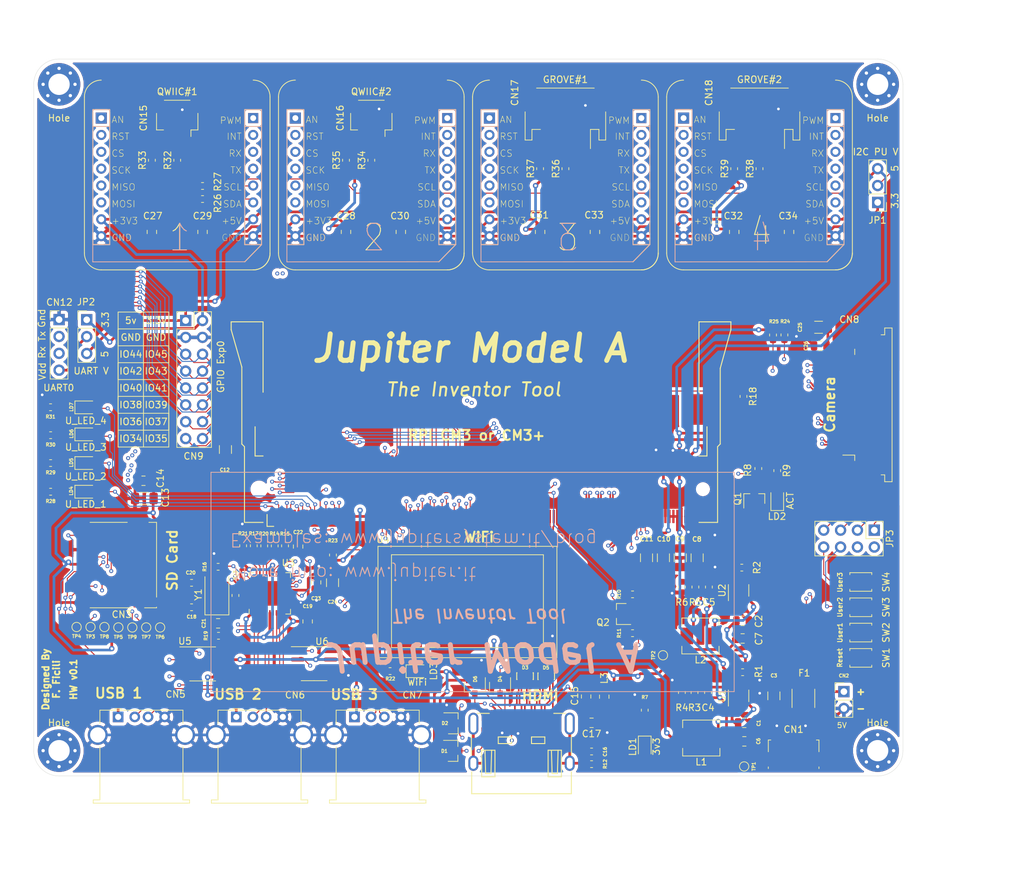
<source format=kicad_pcb>
(kicad_pcb (version 20221018) (generator pcbnew)
  (title_block (title "Jupiter Model A") (date "2020-05-24") (rev "0.1") (company "Francesco Ficili"))
  (layers (0 "F.Cu" signal) (1 "In1.Cu" signal) (2 "In2.Cu" signal) (31 "B.Cu" signal) (34 "B.Paste" user) (35 "F.Paste" user) (36 "B.SilkS" user "B.Silkscreen") (37 "F.SilkS" user "F.Silkscreen") (38 "B.Mask" user) (39 "F.Mask" user) (44 "Edge.Cuts" user))
  (net 0 "")
  (net 1 "5V")
  (net 2 "GND")
  (net 3 "Net-(C4-Pad2)")
  (net 4 "3V3")
  (net 5 "1V8")
  (net 6 "Net-(C5-Pad2)")
  (net 7 "Net-(C15-Pad1)")
  (net 8 "Net-(C16-Pad1)")
  (net 9 "Net-(C18-Pad1)")
  (net 10 "Net-(C20-Pad1)")
  (net 11 "Net-(CN1-Pad2)")
  (net 12 "Net-(CN1-Pad3)")
  (net 13 "Net-(CN1-Pad4)")
  (net 14 "/SD_Card/SDX_D1")
  (net 15 "/SD_Card/SDX_D2")
  (net 16 "/SD_Card/SDX_D3")
  (net 17 "/SD_Card/SDX_CMD")
  (net 18 "/SD_Card/SDX_CLK")
  (net 19 "/SD_Card/SDX_D0")
  (net 20 "/HDMI/HDMI_HPD")
  (net 21 "/HDMI/HDMI_SDA")
  (net 22 "/HDMI/HDMI_SCL")
  (net 23 "/HDMI/HDMI_CEC")
  (net 24 "/HDMI/HDMI_CLK_N")
  (net 25 "/HDMI/HDMI_CLK_P")
  (net 26 "/HDMI/HDMI_D0_N")
  (net 27 "/HDMI/HDMI_D0_P")
  (net 28 "/HDMI/HDMI_D1_N")
  (net 29 "/HDMI/HDMI_D1_P")
  (net 30 "/HDMI/HDMI_D2_N")
  (net 31 "/HDMI/HDMI_D2_P")
  (net 32 "/USB_Wifi/USB_H2_VBUS")
  (net 33 "/USB_Wifi/USB_H_DNS1_D-")
  (net 34 "/USB_Wifi/USB_H_DNS1_D+")
  (net 35 "/Cam_Dis/CAM1_CLK_P")
  (net 36 "/Cam_Dis/CAM1_CLK_N")
  (net 37 "/Cam_Dis/CAM1_D1_P")
  (net 38 "/Cam_Dis/CAM1_D1_N")
  (net 39 "/Cam_Dis/CAM1_D0_P")
  (net 40 "/Cam_Dis/CAM1_D0_N")
  (net 41 "/MikroBus_Exp/V_UART")
  (net 42 "/MikroBus_Exp/MIK_SPI_SCK")
  (net 43 "/MikroBus_Exp/MIK_SPI_MISO")
  (net 44 "/MikroBus_Exp/MIK_SPI_MOSI")
  (net 45 "/MikroBus_Exp/MIK_TX")
  (net 46 "/MikroBus_Exp/MIK_RX")
  (net 47 "/MikroBus_Exp/V_I2C")
  (net 48 "Net-(L1-Pad1)")
  (net 49 "Net-(L2-Pad1)")
  (net 50 "Net-(LD1-Pad1)")
  (net 51 "Net-(LD2-Pad1)")
  (net 52 "Net-(LD3-Pad1)")
  (net 53 "Net-(LD4-Pad1)")
  (net 54 "Net-(LD5-Pad1)")
  (net 55 "Net-(LD6-Pad1)")
  (net 56 "Net-(LD7-Pad1)")
  (net 57 "/CM_Power/EMMC_DIS")
  (net 58 "/HDMI/HDMI_HPD_N_1V8")
  (net 59 "/CM_Power/EMMC_EN")
  (net 60 "Net-(MD1-Pad93)")
  (net 61 "Net-(MD1-Pad95)")
  (net 62 "Net-(MD1-Pad99)")
  (net 63 "Net-(MD1-Pad101)")
  (net 64 "Net-(MD1-Pad105)")
  (net 65 "Net-(MD1-Pad106)")
  (net 66 "Net-(MD1-Pad107)")
  (net 67 "Net-(MD1-Pad108)")
  (net 68 "Net-(MD1-Pad112)")
  (net 69 "Net-(MD1-Pad114)")
  (net 70 "Net-(MD1-Pad124)")
  (net 71 "Net-(MD1-Pad126)")
  (net 72 "Net-(MD1-Pad128)")
  (net 73 "Net-(MD1-Pad130)")
  (net 74 "Net-(MD1-Pad132)")
  (net 75 "Net-(MD1-Pad135)")
  (net 76 "Net-(MD1-Pad136)")
  (net 77 "Net-(MD1-Pad137)")
  (net 78 "Net-(MD1-Pad138)")
  (net 79 "Net-(MD1-Pad141)")
  (net 80 "Net-(MD1-Pad142)")
  (net 81 "Net-(MD1-Pad143)")
  (net 82 "Net-(MD1-Pad144)")
  (net 83 "Net-(MD1-Pad148)")
  (net 84 "Net-(MD1-Pad150)")
  (net 85 "Net-(MD1-Pad154)")
  (net 86 "Net-(MD1-Pad156)")
  (net 87 "Net-(MD1-Pad158)")
  (net 88 "Net-(MD1-Pad160)")
  (net 89 "Net-(MD1-Pad162)")
  (net 90 "/USB_Wifi/USB_H_UPS_D+")
  (net 91 "Net-(MD1-Pad166)")
  (net 92 "/USB_Wifi/USB_H_UPS_D-")
  (net 93 "Net-(MD1-Pad168)")
  (net 94 "Net-(MD1-Pad172)")
  (net 95 "Net-(MD1-Pad174)")
  (net 96 "Net-(MD1-Pad176)")
  (net 97 "Net-(MD1-Pad178)")
  (net 98 "Net-(MD1-Pad179)")
  (net 99 "Net-(MD1-Pad180)")
  (net 100 "/Power_Reg/PG_3V3")
  (net 101 "/Power_Reg/PG_1V8")
  (net 102 "Net-(R16-Pad1)")
  (net 103 "/USB_Wifi/USB_H_DNS2_D-")
  (net 104 "/USB_Wifi/USB_H_DNS2_D+")
  (net 105 "/USB_Wifi/USB_H_DNS3_D-")
  (net 106 "/USB_Wifi/USB_H_DNS3_D+")
  (net 107 "/USB_Wifi/USB_H_DNS4_D-")
  (net 108 "/USB_Wifi/USB_H_DNS4_D+")
  (net 109 "/USB_Wifi/USB_H_DNS2_PWR")
  (net 110 "/USB_Wifi/USB_H_DNS2_OCS")
  (net 111 "/USB_Wifi/USB_H_DNS3_PWR")
  (net 112 "/USB_Wifi/USB_H_DNS3_OCS")
  (net 113 "/USB_Wifi/USB_H_DNS4_PWR")
  (net 114 "/USB_Wifi/USB_H_DNS4_OCS")
  (net 115 "Net-(U4-Pad7)")
  (net 116 "/USB_Wifi/USB_H3_VBUS")
  (net 117 "Net-(U6-Pad3)")
  (net 118 "Net-(U6-Pad4)")
  (net 119 "Net-(U6-Pad5)")
  (net 120 "/USB_Wifi/USB_H4_VBUS")
  (net 121 "/Power_Reg/Val")
  (net 122 "Net-(U3-Pad12)")
  (net 123 "Net-(U3-Pad13)")
  (net 124 "/MikroBus_Exp/MIK_AN_1")
  (net 125 "/MikroBus_Exp/MIK_RES_1")
  (net 126 "/MikroBus_Exp/MIK_INT_1")
  (net 127 "/MikroBus_Exp/MIK_PWM_1")
  (net 128 "/MikroBus_Exp/MIK_PWM_2")
  (net 129 "/MikroBus_Exp/MIK_INT_2")
  (net 130 "/MikroBus_Exp/MIK_RES_2")
  (net 131 "/MikroBus_Exp/MIK_AN_2")
  (net 132 "/MikroBus_Exp/MIK_SPI_CS_1")
  (net 133 "/MikroBus_Exp/MIK_PWM_3")
  (net 134 "/MikroBus_Exp/MIK_INT_3")
  (net 135 "/MikroBus_Exp/MIK_SPI_CS_3")
  (net 136 "/MikroBus_Exp/MIK_RES_3")
  (net 137 "/MikroBus_Exp/MIK_AN_3")
  (net 138 "/MikroBus_Exp/MIK_SPI_CS_2")
  (net 139 "/MikroBus_Exp/MIK_PWM_4")
  (net 140 "/MikroBus_Exp/MIK_INT_4")
  (net 141 "/MikroBus_Exp/MIK_SPI_CS_4")
  (net 142 "/MikroBus_Exp/MIK_RES_4")
  (net 143 "/MikroBus_Exp/MIK_AN_4")
  (net 144 "Net-(MD1-Pad94)")
  (net 145 "Net-(MD1-Pad96)")
  (net 146 "Net-(MD1-Pad100)")
  (net 147 "Net-(MD1-Pad102)")
  (net 148 "Net-(MD1-Pad118)")
  (net 149 "Net-(MD1-Pad120)")
  (net 150 "Net-(C21-Pad1)")
  (net 151 "Net-(C22-Pad1)")
  (net 152 "Net-(CN3-Pad9)")
  (net 153 "Net-(CN3-Pad10)")
  (net 154 "Net-(CN4-Pad14)")
  (net 155 "Net-(LD2-Pad2)")
  (net 156 "Net-(R14-Pad1)")
  (net 157 "Net-(R15-Pad1)")
  (net 158 "Net-(R17-Pad2)")
  (net 159 "Net-(R19-Pad1)")
  (net 160 "Net-(R20-Pad1)")
  (net 161 "Net-(R21-Pad2)")
  (net 162 "Net-(R22-Pad2)")
  (net 163 "Net-(R23-Pad1)")
  (net 164 "RUN")
  (net 165 "/Cam_Dis/CAM1_SDA")
  (net 166 "/Cam_Dis/CAM1_SCL")
  (net 167 "/Cam_Dis/CAM1_IO1")
  (net 168 "/Cam_Dis/CAM1_IO0")
  (net 169 "CAM_IO0")
  (net 170 "CAM_IO1")
  (net 171 "CAM_SDA")
  (net 172 "CAM_SCL")
  (net 173 "QWIIC_2_SDA")
  (net 174 "QWIIC_2_SCL")
  (net 175 "QWIIC_1_SDA")
  (net 176 "QWIIC_1_SCL")
  (net 177 "U_LED_3")
  (net 178 "U_LED_4")
  (net 179 "QWIIC_3_SDA")
  (net 180 "QWIIC_3_SCL")
  (net 181 "QWIIC_4_SDA")
  (net 182 "QWIIC_4_SCL")
  (net 183 "/MikroBus_Exp/GPIO_36")
  (net 184 "/MikroBus_Exp/GPIO_37")
  (net 185 "/MikroBus_Exp/GPIO_34")
  (net 186 "/MikroBus_Exp/GPIO_35")
  (net 187 "/MikroBus_Exp/TXD0")
  (net 188 "/MikroBus_Exp/RXD0")
  (net 189 "U_BTN_1")
  (footprint "Capacitor_SMD:C_1206_3216Metric" (layer "F.Cu") (at 188.849 122.555 -90)
    (fp_text reference "C3")
    (fp_text value "47uF")
  )
  (footprint "Capacitor_SMD:C_0603_1608Metric" (layer "F.Cu") (at 178.943 122.047 90)
    (fp_text reference "C4")
    (fp_text value "22pF")
  )
  (footprint "Capacitor_SMD:C_0603_1608Metric" (layer "F.Cu") (at 179.07 106.172 90)
    (fp_text reference "C5")
    (fp_text value "22pF")
  )
  (footprint "Capacitor_SMD:C_1206_3216Metric" (layer "F.Cu") (at 177.3047 101.7651 -90)
    (fp_text reference "C8")
    (fp_text value "47uF")
  )
  (footprint "Capacitor_SMD:C_1206_3216Metric" (layer "F.Cu") (at 174.7647 101.7651 -90)
    (fp_text reference "C9")
    (fp_text value "47uF")
  )
  (footprint "Capacitor_SMD:C_1206_3216Metric" (layer "F.Cu") (at 172.2247 101.7651 -90)
    (fp_text reference "C10")
    (fp_text value "47uF")
  )
  (footprint "Capacitor_SMD:C_1206_3216Metric" (layer "F.Cu") (at 169.6847 101.7651 -90)
    (fp_text reference "C11")
    (fp_text value "47uF")
  )
  (footprint "Capacitor_SMD:C_1206_3216Metric" (layer "F.Cu") (at 106.31424 85.46592 90)
    (fp_text reference "C12")
    (fp_text value "4.7uF")
  )
  (footprint "Capacitor_SMD:C_1206_3216Metric" (layer "F.Cu") (at 94.107 92.837 180)
    (fp_text reference "C13")
    (fp_text value "4.7uF")
  )
  (footprint "Capacitor_SMD:C_0805_2012Metric" (layer "F.Cu") (at 93.98 90.17 180)
    (fp_text reference "C14")
    (fp_text value "100nF")
  )
  (footprint "Capacitor_SMD:C_0603_1608Metric" (layer "F.Cu") (at 161.417 130.937)
    (fp_text reference "C16")
    (fp_text value "1nF")
  )
  (footprint "Capacitor_SMD:C_0603_1608Metric" (layer "F.Cu") (at 101.219 109.22 180)
    (fp_text reference "C18")
    (fp_text value "18pF")
  )
  (footprint "Capacitor_SMD:C_0805_2012Metric" (layer "F.Cu") (at 118.68404 111.3536 -90)
    (fp_text reference "C19")
    (fp_text value "100n")
  )
  (footprint "Capacitor_SMD:C_0603_1608Metric" (layer "F.Cu") (at 101.219 105.537 180)
    (fp_text reference "C20")
    (fp_text value "18pF")
  )
  (footprint "Capacitor_SMD:C_0805_2012Metric" (layer "F.Cu") (at 105.21696 111.63808 180)
    (fp_text reference "C21")
    (fp_text value "100nF")
  )
  (footprint "Capacitor_SMD:C_0805_2012Metric" (layer "F.Cu") (at 117.25148 100.076 90)
    (fp_text reference "C22")
    (fp_text value "100nF")
  )
  (footprint "Capacitor_SMD:C_0805_2012Metric" (layer "F.Cu") (at 119.95658 105.47604 -90)
    (fp_text reference "C23")
    (fp_text value "100nF")
  )
  (footprint "Capacitor_SMD:C_1206_3216Metric" (layer "F.Cu") (at 122.43562 105.51668 -90)
    (fp_text reference "C24")
    (fp_text value "100uF")
  )
  (footprint "Capacitor_SMD:C_1206_3216Metric" (layer "F.Cu") (at 195.58 67.056 180)
    (fp_text reference "C25")
    (fp_text value "10uF")
  )
  (footprint "Capacitor_SMD:C_0805_2012Metric" (layer "F.Cu") (at 195.834 69.85 180)
    (fp_text reference "C26")
    (fp_text value "100nF")
  )
  (footprint "Capacitor_SMD:C_0805_2012Metric" (layer "F.Cu") (at 95.25 52.705 -90)
    (fp_text reference "C27")
    (fp_text value "100nF")
  )
  (footprint "Capacitor_SMD:C_0805_2012Metric" (layer "F.Cu") (at 124.46 52.705 -90)
    (fp_text reference "C28")
    (fp_text value "100nF")
  )
  (footprint "Capacitor_SMD:C_0805_2012Metric" (layer "F.Cu") (at 102.87 52.705 -90)
    (fp_text reference "C29")
    (fp_text value "100nF")
  )
  (footprint "Capacitor_SMD:C_0805_2012Metric" (layer "F.Cu") (at 132.715 52.705 -90)
    (fp_text reference "C30")
    (fp_text value "100nF")
  )
  (footprint "Capacitor_SMD:C_0805_2012Metric" (layer "F.Cu") (at 153.67 52.705 -90)
    (fp_text reference "C31")
    (fp_text value "100nF")
  )
  (footprint "Capacitor_SMD:C_0805_2012Metric" (layer "F.Cu") (at 182.88 52.705 -90)
    (fp_text reference "C32")
    (fp_text value "100nF")
  )
  (footprint "Capacitor_SMD:C_0805_2012Metric" (layer "F.Cu") (at 161.925 52.705 -90)
    (fp_text reference "C33")
    (fp_text value "100nF")
  )
  (footprint "Capacitor_SMD:C_0805_2012Metric" (layer "F.Cu") (at 191.135 52.705 -90)
    (fp_text reference "C34")
    (fp_text value "100nF")
  )
  (footprint "Capacitor_SMD:C_0805_2012Metric" (layer "F.Cu") (at 161.417 126.619 180)
    (fp_text reference "C17")
    (fp_text value "1nF")
  )
  (footprint "Connector_USB:USB_Micro-B_Molex_47346-0001" (layer "F.Cu") (at 191.8225 130.915)
    (fp_text reference "CN1")
    (fp_text value "USB_B_Micro")
  )
  (footprint "FF_Connectors:HDMI_TypeA" (layer "F.Cu") (at 150.876 126.746)
    (fp_text reference "CN4" hide)
    (fp_text value "HDMI" hide)
  )
  (footprint "Connector_USB:USB_A_Stewart_SS-52100-001_Horizontal" (layer "F.Cu") (at 90.17 125.73)
    (fp_text reference "CN5")
    (fp_text value "USB_H2")
  )
  (footprint "Connector_USB:USB_A_Stewart_SS-52100-001_Horizontal" (layer "F.Cu") (at 107.95 125.73)
    (fp_text reference "CN6")
    (fp_text value "USB_H3")
  )
  (footprint "Connector_USB:USB_A_Stewart_SS-52100-001_Horizontal" (layer "F.Cu") (at 125.73 125.73)
    (fp_text reference "CN7")
    (fp_text value "USB_H4")
  )
  (footprint "Connector_FFC-FPC:TE_1-84952-5_1x15-1MP_P1.0mm_Horizontal" (layer "F.Cu") (at 201.93 78.74 90)
    (fp_text reference "CN8")
    (fp_text value "FPC15")
  )
  (footprint "Connector_PinHeader_2.54mm:PinHeader_2x08_P2.54mm_Vertical" (layer "F.Cu") (at 100.33 66.04)
    (fp_text reference "CN9")
    (fp_text value "GPIO Exp0")
  )
  (footprint "Connector_PinHeader_2.54mm:PinHeader_1x04_P2.54mm_Vertical" (layer "F.Cu") (at 81.28 65.903001)
    (fp_text reference "CN12")
    (fp_text value "UART0")
  )
  (footprint "mikroBUS:MIKROBUS_HOST_CONN" (layer "F.Cu") (at 87.63 35.56)
    (fp_text reference "CN10" hide)
    (fp_text value "1")
  )
  (footprint "mikroBUS:MIKROBUS_HOST_CONN" (layer "F.Cu") (at 116.84 35.56)
    (fp_text reference "CN11" hide)
    (fp_text value "2")
  )
  (footprint "mikroBUS:MIKROBUS_HOST_CONN" (layer "F.Cu") (at 146.05 35.56)
    (fp_text reference "CN13" hide)
    (fp_text value "3")
  )
  (footprint "mikroBUS:MIKROBUS_HOST_CONN" (layer "F.Cu") (at 175.26 35.56)
    (fp_text reference "CN14" hide)
    (fp_text value "4")
  )
  (footprint "Package_TO_SOT_SMD:SOT-23" (layer "F.Cu") (at 140.53312 130.84048)
    (fp_text reference "D1")
    (fp_text value "BAV99")
  )
  (footprint "Package_TO_SOT_SMD:SOT-23" (layer "F.Cu") (at 140.57376 126.6952)
    (fp_text reference "D2")
    (fp_text value "BAV99")
  )
  (footprint "FF_Diodes:RCLAMP0524P" (layer "F.Cu") (at 151.40432 119.58828 180)
    (fp_text reference "D3")
    (fp_text value "RCLAMP0524P" hide)
  )
  (footprint "Package_TO_SOT_SMD:SOT-23" (layer "F.Cu") (at 147.64512 121.2088 -90)
    (fp_text reference "D4")
    (fp_text value "BAV99")
  )
  (footprint "FF_Diodes:RCLAMP0524P" (layer "F.Cu") (at 154.58948 119.6086 180)
    (fp_text reference "D5")
    (fp_text value "RCLAMP0524P" hide)
  )
  (footprint "Package_TO_SOT_SMD:SOT-23" (layer "F.Cu") (at 143.84528 121.2088 -90)
    (fp_text reference "D6")
    (fp_text value "BAV99")
  )
  (footprint "Fuse:Fuse_1812_4532Metric" (layer "F.Cu") (at 193.294 122.936 -90)
    (fp_text reference "F1")
    (fp_text value "MSMF200")
  )
  (footprint "Connector_PinHeader_2.54mm:PinHeader_1x03_P2.54mm_Vertical" (layer "F.Cu") (at 204.47 48.26 180)
    (fp_text reference "JP1")
    (fp_text value "I2C PU V")
  )
  (footprint "Connector_PinHeader_2.54mm:PinHeader_1x03_P2.54mm_Vertical" (layer "F.Cu") (at 85.44052 65.92824)
    (fp_text reference "JP2")
    (fp_text value "UART V")
  )
  (footprint "RPi_CM:Conn_TE-DDR2-SODIMM-0.6-200P-doublesided" (layer "F.Cu") (at 144.78 91.44 90)
    (fp_text reference "MD1")
    (fp_text value "RPi Compute Module")
  )
  (footprint "Resistor_SMD:R_0603_1608Metric" (layer "F.Cu") (at 184.15 118.999 180)
    (fp_text reference "R1")
    (fp_text value "100k")
  )
  (footprint "Resistor_SMD:R_0603_1608Metric" (layer "F.Cu") (at 184.023 103.251 180)
    (fp_text reference "R2")
    (fp_text value "100k")
  )
  (footprint "Resistor_SMD:R_0603_1608Metric" (layer "F.Cu") (at 176.911 122.047 90)
    (fp_text reference "R3")
    (fp_text value "150k")
  )
  (footprint "Resistor_SMD:R_0603_1608Metric" (layer "F.Cu") (at 175.006 122.047 -90)
    (fp_text reference "R4")
    (fp_text value "33k")
  )
  (footprint "Resistor_SMD:R_0603_1608Metric" (layer "F.Cu") (at 177.038 106.172 90)
    (fp_text reference "R5")
    (fp_text value "300k")
  )
  (footprint "Resistor_SMD:R_0603_1608Metric" (layer "F.Cu") (at 175.006 106.172 -90)
    (fp_text reference "R6")
    (fp_text value "150k")
  )
  (footprint "Resistor_SMD:R_0603_1608Metric" (layer "F.Cu") (at 169.418 124.714 90)
    (fp_text reference "R7")
    (fp_text value "220")
  )
  (footprint "Resistor_SMD:R_0603_1608Metric" (layer "F.Cu") (at 186.5122 88.3284 -90)
    (fp_text reference "R8")
    (fp_text value "100k")
  )
  (footprint "Resistor_SMD:R_0603_1608Metric" (layer "F.Cu") (at 189.357 88.646 -90)
    (fp_text reference "R9")
    (fp_text value "330")
  )
  (footprint "Resistor_SMD:R_0603_1608Metric" (layer "F.Cu") (at 167.58412 107.27944)
    (fp_text reference "R10")
    (fp_text value "10k")
  )
  (footprint "Resistor_SMD:R_0603_1608Metric" (layer "F.Cu") (at 167.58412 113.12144 180)
    (fp_text reference "R11")
    (fp_text value "10k")
  )
  (footprint "Resistor_SMD:R_0603_1608Metric" (layer "F.Cu") (at 161.417 132.842)
    (fp_text reference "R12")
    (fp_text value "100")
  )
  (footprint "Resistor_SMD:R_0603_1608Metric" (layer "F.Cu") (at 107.823 107.442 -90)
    (fp_text reference "R13")
    (fp_text value "1M")
  )
  (footprint "Resistor_SMD:R_0603_1608Metric" (layer "F.Cu") (at 113.73104 99.9744 90)
    (fp_text reference "R14")
    (fp_text value "10k")
  )
  (footprint "Resistor_SMD:R_0603_1608Metric" (layer "F.Cu") (at 115.28552 99.96932 90)
    (fp_text reference "R15")
    (fp_text value "10k")
  )
  (footprint "Resistor_SMD:R_0603_1608Metric" (layer "F.Cu") (at 105.21696 103.124 180)
    (fp_text reference "R16")
    (fp_text value "10k")
  )
  (footprint "Resistor_SMD:R_0603_1608Metric" (layer "F.Cu") (at 110.58144 99.95916 -90)
    (fp_text reference "R17")
    (fp_text value "10k")
  )
  (footprint "Resistor_SMD:R_0603_1608Metric" (layer "F.Cu") (at 184.277 77.47 -90)
    (fp_text reference "R18")
    (fp_text value "1k")
  )
  (footprint "Resistor_SMD:R_0603_1608Metric" (layer "F.Cu") (at 105.27284 113.5126 180)
    (fp_text reference "R19")
    (fp_text value "12k")
  )
  (footprint "Resistor_SMD:R_0603_1608Metric" (layer "F.Cu") (at 112.15624 99.9744 90)
    (fp_text reference "R20")
    (fp_text value "10k")
  )
  (footprint "Resistor_SMD:R_0603_1608Metric" (layer "F.Cu") (at 108.98124 99.95916 -90)
    (fp_text reference "R21")
    (fp_text value "10k")
  )
  (footprint "Resistor_SMD:R_0603_1608Metric" (layer "F.Cu") (at 131.09194 118.82882 180)
    (fp_text reference "R22")
    (fp_text value "330")
  )
  (footprint "Resistor_SMD:R_0603_1608Metric" (layer "F.Cu") (at 122.49658 101.35108 -90)
    (fp_text reference "R23")
    (fp_text value "4.7k")
  )
  (footprint "Resistor_SMD:R_0603_1608Metric" (layer "F.Cu") (at 190.4365 68.2117 -90)
    (fp_text reference "R24")
    (fp_text value "2.2k")
  )
  (footprint "Resistor_SMD:R_0603_1608Metric" (layer "F.Cu") (at 188.722 68.2245 -90)
    (fp_text reference "R25")
    (fp_text value "2.2k")
  )
  (footprint "Resistor_SMD:R_0603_1608Metric" (layer "F.Cu") (at 102.87 47.752)
    (fp_text reference "R26")
    (fp_text value "2.2k")
  )
  (footprint "Resistor_SMD:R_0603_1608Metric" (layer "F.Cu") (at 102.87 45.7835)
    (fp_text reference "R27")
    (fp_text value "2.2k")
  )
  (footprint "Resistor_SMD:R_0603_1608Metric" (layer "F.Cu") (at 80.01 91.821 180)
    (fp_text reference "R28")
    (fp_text value "220")
  )
  (footprint "Resistor_SMD:R_0603_1608Metric" (layer "F.Cu") (at 80.01 87.503 180)
    (fp_text reference "R29")
    (fp_text value "220")
  )
  (footprint "Resistor_SMD:R_0603_1608Metric" (layer "F.Cu") (at 80.01 83.312 180)
    (fp_text reference "R30")
    (fp_text value "220")
  )
  (footprint "TestPoint:TestPoint_Pad_D1.0mm" (layer "F.Cu") (at 86.01202 112.1918 180)
    (fp_text reference "TP3")
    (fp_text value " ")
  )
  (footprint "TestPoint:TestPoint_Pad_D1.0mm" (layer "F.Cu") (at 83.91652 112.1918 180)
    (fp_text reference "TP4")
    (fp_text value " ")
  )
  (footprint "TestPoint:TestPoint_Pad_D1.0mm" (layer "F.Cu") (at 90.20302 112.2553 180)
    (fp_text reference "TP5")
    (fp_text value " ")
  )
  (footprint "TestPoint:TestPoint_Pad_D1.0mm" (layer "F.Cu") (at 96.48952 112.2553 180)
    (fp_text reference "TP6")
    (fp_text value " ")
  )
  (footprint "TestPoint:TestPoint_Pad_D1.0mm" (layer "F.Cu") (at 94.39402 112.2553 180)
    (fp_text reference "TP7")
    (fp_text value " ")
  )
  (footprint "TestPoint:TestPoint_Pad_D1.0mm" (layer "F.Cu") (at 88.10752 112.1918 180)
    (fp_text reference "TP8")
    (fp_text value " ")
  )
  (footprint "TestPoint:TestPoint_Pad_D1.0mm" (layer "F.Cu") (at 92.29852 112.2553 180)
    (fp_text reference "TP9")
    (fp_text value " ")
  )
  (footprint "Package_TO_SOT_SMD:TSOT-23-6" (layer "F.Cu") (at 183.515 122.555 90)
    (fp_text reference "U1")
    (fp_text value "AP3402")
  )
  (footprint "Package_TO_SOT_SMD:TSOT-23-6" (layer "F.Cu") (at 183.515 106.68 90)
    (fp_text reference "U2")
    (fp_text value "AP3402")
  )
  (footprint "Package_DFN_QFN:QFN-36-1EP_6x6mm_P0.5mm_EP3.7x3.7mm" (layer "F.Cu") (at 112.99952 107.12704 90)
    (fp_text reference "U3")
    (fp_text value "USB2514B_Bi")
  )
  (footprint "Package_SO:SOIC-8_3.9x4.9mm_P1.27mm" (layer "F.Cu") (at 102.89032 117.74932)
    (fp_text reference "U5")
    (fp_text value "MIC2026-1BM")
  )
  (footprint "Package_SO:SOIC-8_3.9x4.9mm_P1.27mm" (layer "F.Cu") (at 119.66448 117.71884)
    (fp_text reference "U6")
    (fp_text value "MIC2026-1BM")
  )
  (footprint "Crystal:Crystal_SMD_5032-2Pin_5.0x3.2mm" (layer "F.Cu") (at 105.029 107.315 90)
    (fp_text reference "Y1")
    (fp_text value "24 MHz")
  )
  (footprint "Resistor_SMD:R_0603_1608Metric" (layer "F.Cu") (at 79.99984 79.10068 180)
    (fp_text reference "R31")
    (fp_text value "220")
  )
  (footprint "FF_Modules:GWF_3M08_WifiModule" (layer "F.Cu") (at 157.21076 113.51006)
    (fp_text reference "U4")
    (fp_text value "GWF_3M08")
  )
  (footprint "Capacitor_SMD:C_0805_2012Metric" (layer "F.Cu") (at 160.59404 122.65152 -90)
    (fp_text reference "C15")
    (fp_text value "22uF")
  )
  (footprint "Capacitor_SMD:C_0805_2012Metric" (layer "F.Cu") (at 184.404 126.619)
    (fp_text reference "C1")
    (fp_text value "22uF")
  )
  (footprint "Capacitor_SMD:C_0805_2012Metric" (layer "F.Cu") (at 184.15 111.252)
    (fp_text reference "C2")
    (fp_text value "22uF")
  )
  (footprint "Capacitor_SMD:C_0805_2012Metric" (layer "F.Cu") (at 184.404 129.413)
    (fp_text reference "C6")
    (fp_text value "22uF")
  )
  (footprint "Capacitor_SMD:C_0805_2012Metric" (layer "F.Cu") (at 184.15 113.919)
    (fp_text reference "C7")
    (fp_text value "22uF")
  )
  (footprint "Inductor_SMD:L_0805_2012Metric" (layer "F.Cu") (at 163.322 122.682 90)
    (fp_text reference "L3")
    (fp_text value "Bead")
  )
  (footprint "LED_SMD:LED_0805_2012Metric" (layer "F.Cu") (at 169.418 130.302 -90)
    (fp_text reference "LD1")
    (fp_text value "3v3")
  )
  (footprint "LED_SMD:LED_0805_2012Metric" (layer "F.Cu") (at 189.357 92.964 90)
    (fp_text reference "LD2")
    (fp_text value "ACT")
  )
  (footprint "LED_SMD:LED_0805_2012Metric" (layer "F.Cu") (at 135.18896 118.85168)
    (fp_text reference "LD3")
    (fp_text value "WiFi")
  )
  (footprint "LED_SMD:LED_0805_2012Metric" (layer "F.Cu") (at 85.344 91.821)
    (fp_text reference "LD4")
    (fp_text value "U_LED_1")
  )
  (footprint "LED_SMD:LED_0805_2012Metric" (layer "F.Cu") (at 85.344 87.503)
    (fp_text reference "LD5")
    (fp_text value "U_LED_2")
  )
  (footprint "LED_SMD:LED_0805_2012Metric" (layer "F.Cu") (at 85.344 83.185)
    (fp_text reference "LD6")
    (fp_text value "U_LED_3")
  )
  (footprint "LED_SMD:LED_0805_2012Metric" (layer "F.Cu") (at 85.344 79.121)
    (fp_text reference "LD7")
    (fp_text value "U_LED_4")
  )
  (footprint "Inductor_SMD:L_Sunlord_MWSA0518_5.4x5.2mm" (layer "F.Cu") (at 177.927 128.905 180)
    (fp_text reference "L1")
    (fp_text value "2.2uH 3A")
  )
  (footprint "Inductor_SMD:L_Sunlord_MWSA0518_5.4x5.2mm" (layer "F.Cu") (at 177.8 113.538 180)
    (fp_text reference "L2")
    (fp_text value "2.2uH 3A")
  )
  (footprint "Connector_PinHeader_2.54mm:PinHeader_1x02_P2.54mm_Vertical" (layer "F.Cu") (at 199.39 121.92)
    (fp_text reference "CN2")
    (fp_text value "5V ")
  )
  (footprint "TestPoint:TestPoint_Pad_D1.0mm" (layer "F.Cu") (at 184.3786 133.1849 -90)
    (fp_text reference "TP1")
    (fp_text value " ")
  )
  (footprint "TestPoint:TestPoint_Pad_D1.0mm" (layer "F.Cu") (at 172.1612 116.4463 90)
    (fp_text reference "TP2")
    (fp_text value " ")
  )
  (footprint "MountingHole:MountingHole_3.2mm_M3_Pad_Via" (layer "F.Cu") (at 81.28 130.81)
    (fp_text reference "Hole")
    (fp_text value " ")
  )
  (footprint "MountingHole:MountingHole_3.2mm_M3_Pad_Via" (layer "F.Cu") (at 204.47 130.81)
    (fp_text reference "Hole")
    (fp_text value " ")
  )
  (footprint "MountingHole:MountingHole_3.2mm_M3_Pad_Via" (layer "F.Cu") (at 81.28 30.48)
    (fp_text reference "Hole")
    (fp_text value " ")
  )
  (footprint "MountingHole:MountingHole_3.2mm_M3_Pad_Via" (layer "F.Cu") (at 204.47 30.48)
    (fp_text reference "Hole")
    (fp_text value " ")
  )
  (footprint "Connector_Card:microSD_HC_Hirose_DM3D-SF" (layer "F.Cu") (at 90.17 102.87 -90)
    (fp_text reference "CN3")
    (fp_text value "MicroSD")
  )
  (footprint "Button_Switch_SMD:SW_SPST_B3U-1000P" (layer "F.Cu") (at 201.93 116.84)
    (fp_text reference "SW1")
    (fp_text value "Reset")
  )
  (footprint "Button_Switch_SMD:SW_SPST_B3U-1000P" (layer "F.Cu") (at 201.93 113.03)
    (fp_text reference "SW2")
    (fp_text value "User1")
  )
  (footprint "Connector_PinHeader_2.54mm:PinHeader_2x04_P2.54mm_Vertical" (layer "F.Cu") (at 203.96708 97.6122 -90)
    (fp_text reference "JP3")
    (fp_text value "Cam Jpr")
  )
  (footprint "Package_TO_SOT_SMD:SOT-23" (layer "F.Cu") (at 185.9026 92.88272 90)
    (fp_text reference "Q1")
    (fp_text value "S8050")
  )
  (footprint "Package_TO_SOT_SMD:SOT-23" (layer "F.Cu") (at 165.9128 110.23092 180)
    (fp_text reference "Q2")
    (fp_text value "S8050")
  )
  (footprint "Connector_JST:JST_SH_SM04B-SRSS-TB_1x04-1MP_P1.00mm_Horizontal" (layer "F.Cu") (at 99.06 35.56 180)
    (fp_text reference "CN15")
    (fp_text value "QWIIC#1")
  )
  (footprint "Connector_JST:JST_SH_SM04B-SRSS-TB_1x04-1MP_P1.00mm_Horizontal" (layer "F.Cu") (at 128.27 35.56 180)
    (fp_text reference "CN16")
    (fp_text value "QWIIC#2")
  )
  (footprint "Resistor_SMD:R_0603_1608Metric" (layer "F.Cu") (at 99.06 41.91 90)
    (fp_text reference "R32")
    (fp_text value "2.2k")
  )
  (footprint "Resistor_SMD:R_0603_1608Metric" (layer "F.Cu") (at 95.25 41.91 90)
    (fp_text reference "R33")
    (fp_text value "2.2k")
  )
  (footprint "Resistor_SMD:R_0603_1608Metric" (layer "F.Cu") (at 128.27 41.91 90)
    (fp_text reference "R34")
    (fp_text value "2.2k")
  )
  (footprint "Resistor_SMD:R_0603_1608Metric" (layer "F.Cu") (at 124.46 41.91 90)
    (fp_text reference "R35")
    (fp_text value "2.2k")
  )
  (footprint "Resistor_SMD:R_0603_1608Metric" (layer "F.Cu") (at 157.48 43.18 90)
    (fp_text reference "R36")
    (fp_text value "2.2k")
  )
  (footprint "Resistor_SMD:R_0603_1608Metric" (layer "F.Cu") (at 153.67 43.18 90)
    (fp_text reference "R37")
    (fp_text value "2.2k")
  )
  (footprint "Resistor_SMD:R_0603_1608Metric" (layer "F.Cu") (at 186.69 43.18 90)
    (fp_text reference "R38")
    (fp_text value "2.2k")
  )
  (footprint "Resistor_SMD:R_0603_1608Metric" (layer "F.Cu") (at 182.88 43.18 90)
    (fp_text reference "R39")
    (fp_text value "2.2k")
  )
  (footprint "Button_Switch_SMD:SW_SPST_B3U-1000P" (layer "F.Cu") (at 201.93 109.22)
    (fp_text reference "SW3")
    (fp_text value "User2")
  )
  (footprint "Button_Switch_SMD:SW_SPST_B3U-1000P" (layer "F.Cu") (at 201.93 105.41)
    (fp_text reference "SW4")
    (fp_text value "User3")
  )
  (footprint "Connector_JST:JST_PH_S4B-PH-SM4-TB_1x04-1MP_P2.00mm_Horizontal" (layer "F.Cu") (at 157.48 35.56 180)
    (fp_text reference "CN17")
    (fp_text value "GROVE#1")
  )
  (footprint "Connector_JST:JST_PH_S4B-PH-SM4-TB_1x04-1MP_P2.00mm_Horizontal" (layer "F.Cu") (at 186.69 35.56 180)
    (fp_text reference "CN18")
    (fp_text value "GROVE#2")
  )
  (gr_line (start 182.88 88.9) (end 182.88 121.92) (stroke (width 0.12)) (layer "B.SilkS"))
  (gr_line (start 104.14 121.92) (end 104.14 88.9) (stroke (width 0.12)) (layer "B.SilkS"))
  (gr_line (start 104.14 88.9) (end 182.88 88.9) (stroke (width 0.12)) (layer "B.SilkS"))
  (gr_line (start 104.14 121.92) (end 182.88 121.92) (stroke (width 0.12)) (layer "B.SilkS"))
  (gr_line (start 90.17 85.09) (end 90.17 64.77) (stroke (width 0.12)) (layer "F.SilkS"))
  (gr_line (start 90.17 80.01) (end 97.79 80.01) (stroke (width 0.12)) (layer "F.SilkS"))
  (gr_line (start 97.79 85.09) (end 90.17 85.09) (stroke (width 0.12)) (layer "F.SilkS"))
  (gr_line (start 93.98 85.09) (end 93.98 64.77) (stroke (width 0.12)) (layer "F.SilkS"))
  (gr_line (start 97.79 80.01) (end 97.79 82.55) (stroke (width 0.12)) (layer "F.SilkS"))
  (gr_line (start 97.79 69.85) (end 97.79 72.39) (stroke (width 0.12)) (layer "F.SilkS"))
  (gr_line (start 90.17 64.77) (end 97.79 64.77) (stroke (width 0.12)) (layer "F.SilkS"))
  (gr_line (start 97.79 82.55) (end 90.17 82.55) (stroke (width 0.12)) (layer "F.SilkS"))
  (gr_line (start 97.79 77.47) (end 90.17 77.47) (stroke (width 0.12)) (layer "F.SilkS"))
  (gr_line (start 90.17 77.47) (end 90.17 80.01) (stroke (width 0.12)) (layer "F.SilkS"))
  (gr_line (start 97.79 72.39) (end 90.17 72.39) (stroke (width 0.12)) (layer "F.SilkS"))
  (gr_line (start 90.17 74.93) (end 97.79 74.93) (stroke (width 0.12)) (layer "F.SilkS"))
  (gr_line (start 90.17 72.39) (end 90.17 74.93) (stroke (width 0.12)) (layer "F.SilkS"))
  (gr_line (start 97.79 74.93) (end 97.79 77.47) (stroke (width 0.12)) (layer "F.SilkS"))
  (gr_line (start 90.17 69.85) (end 97.79 69.85) (stroke (width 0.12)) (layer "F.SilkS"))
  (gr_line (start 97.79 64.77) (end 97.79 85.09) (stroke (width 0.12)) (layer "F.SilkS"))
  (gr_line (start 90.17 67.31) (end 90.17 69.85) (stroke (width 0.12)) (layer "F.SilkS"))
  (gr_line (start 97.79 67.31) (end 90.17 67.31) (stroke (width 0.12)) (layer "F.SilkS"))
  (gr_line (start 204.47 134.62) (end 81.28 134.62) (stroke (width 0.05)) (layer "Edge.Cuts"))
  (gr_arc (start 77.47 30.48) (mid 78.585923 27.785923) (end 81.28 26.67) (stroke (width 0.05)) (layer "Edge.Cuts"))
  (gr_line (start 208.28 30.48) (end 208.28 130.81) (stroke (width 0.05)) (layer "Edge.Cuts"))
  (gr_line (start 81.28 26.67) (end 204.47 26.67) (stroke (width 0.05)) (layer "Edge.Cuts"))
  (gr_arc (start 81.28 134.62) (mid 78.585923 133.504077) (end 77.47 130.81) (stroke (width 0.05)) (layer "Edge.Cuts"))
  (gr_arc (start 204.47 26.67) (mid 207.164077 27.785923) (end 208.28 30.48) (stroke (width 0.05)) (layer "Edge.Cuts"))
  (gr_line (start 77.47 130.81) (end 77.47 30.48) (stroke (width 0.05)) (layer "Edge.Cuts"))
  (gr_arc (start 208.28 130.81) (mid 207.164077 133.504077) (end 204.47 134.62) (stroke (width 0.05)) (layer "Edge.Cuts"))
  (gr_text "Jupiter Model A" (at 144.94256 116.6622 180) (layer "B.SilkS") (effects (font (size 4 4) (thickness 0.75) italic) (justify mirror)))
  (gr_text "The Inventor Tool" (at 144.41932 110.4646 180) (layer "B.SilkS") (effects (font (size 2 2) (thickness 0.3) italic) (justify mirror)))
  (gr_text "Examples: www.jupitersystem.it/blog" (at 134.62 99.06 180) (layer "B.SilkS") (effects (font (size 2 2)) (justify mirror)))
  (gr_text "More info: www.jupiter.it" (at 125.73 104.14 180) (layer "B.SilkS") (effects (font (size 2 2)) (justify mirror)))
  (gr_text "USB 2" (at 108.20908 122.32894) (layer "F.SilkS") (effects (font (size 1.5 1.5) (thickness 0.3))))
  (gr_text "USB 3" (at 125.7046 122.3645) (layer "F.SilkS") (effects (font (size 1.5 1.5) (thickness 0.3))))
  (gr_text "5" (at 207.06842 43.12412 90) (layer "F.SilkS") (effects (font (size 1 1))))
  (gr_text "IO40" (at 92.075 76.2) (layer "F.SilkS") (effects (font (size 1 1))))
  (gr_text "Vdd" (at 78.75524 73.6854 90) (layer "F.SilkS") (effects (font (size 1 1))))
  (gr_text "-" (at 201.93 124.46) (layer "F.SilkS") (effects (font (size 1 1) (thickness 0.25))))
  (gr_text "WiFi" (at 144.50568 98.65868) (layer "F.SilkS") (effects (font (size 1.5 1.5) (thickness 0.3))))
  (gr_text "GND" (at 92.075 68.58) (layer "F.SilkS") (effects (font (size 1 1))))
  (gr_text "Tx" (at 78.72476 68.42252 90) (layer "F.SilkS") (effects (font (size 1 1))))
  (gr_text "IO38" (at 92.075 78.74) (layer "F.SilkS") (effects (font (size 1 1))))
  (gr_text "IO36" (at 92.075 81.28) (layer "F.SilkS") (effects (font (size 1 1))))
  (gr_text "3.3" (at 207.06842 48.01108 90) (layer "F.SilkS") (effects (font (size 1 1))))
  (gr_text "SD Card" (at 98.31832 102.1334 90) (layer "F.SilkS") (effects (font (size 1.5 1.5) (thickness 0.3))))
  (gr_text "Camera" (at 197.26148 78.68666 90) (layer "F.SilkS") (effects (font (size 1.5 1.5) (thickness 0.3))))
  (gr_text "IO39" (at 95.885 78.74) (layer "F.SilkS") (effects (font (size 1 1))))
  (gr_text "Gnd" (at 78.68412 65.69964 90) (layer "F.SilkS") (effects (font (size 1 1))))
  (gr_text "IO44" (at 92.075 71.12) (layer "F.SilkS") (effects (font (size 1 1))))
  (gr_text "5v" (at 92.075 66.04) (layer "F.SilkS") (effects (font (size 1 1))))
  (gr_text "IO41" (at 95.885 76.2) (layer "F.SilkS") (effects (font (size 1 1))))
  (gr_text "RPI CM3 or CM3+" (at 144.09928 83.3374) (layer "F.SilkS") (effects (font (size 1.5 1.5) (thickness 0.3))))
  (gr_text "IO37" (at 95.885 81.28) (layer "F.SilkS") (effects (font (size 1 1))))
  (gr_text "IO45" (at 95.885 71.12) (layer "F.SilkS") (effects (font (size 1 1))))
  (gr_text "3.3v" (at 95.885 66.04) (layer "F.SilkS") (effects (font (size 1 1))))
  (gr_text "Designed By\nF. Ficili" (at 80.07096 120.07342 90) (layer "F.SilkS") (effects (font (size 1 1) (thickness 0.25))))
  (gr_text "+" (at 201.93 121.92) (layer "F.SilkS") (effects (font (size 1 1) (thickness 0.25))))
  (gr_text "IO42" (at 92.075 73.66) (layer "F.SilkS") (effects (font (size 1 1))))
  (gr_text "3.3" (at 88.25484 65.91808 90) (layer "F.SilkS") (effects (font (size 1 1))))
  (gr_text "5" (at 88.16848 71.0946 90) (layer "F.SilkS") (effects (font (size 1 1))))
  (gr_text "HDMI" (at 153.6954 122.51944) (layer "F.SilkS") (effects (font (size 1.5 1.5) (thickness 0.3))))
  (gr_text "Jupiter Model A" (at 143.13916 70.23608) (layer "F.SilkS") (effects (font (size 4 4) (thickness 0.75) italic)))
  (gr_text "Rx" (at 78.72476 70.85076 90) (layer "F.SilkS") (effects (font (size 1 1))))
  (gr_text "IO43" (at 95.885 73.66) (layer "F.SilkS") (effects (font (size 1 1))))
  (gr_text "IO35" (at 95.885 83.82) (layer "F.SilkS") (effects (font (size 1 1))))
  (gr_text "HW v0.1" (at 83.4644 120.08612 90) (layer "F.SilkS") (effects (font (size 1 1) (thickness 0.25))))
  (gr_text "USB 1" (at 90.2335 122.15876) (layer "F.SilkS") (effects (font (size 1.5 1.5) (thickness 0.3))))
  (gr_text "The Inventor Tool" (at 143.72336 76.43368) (layer "F.SilkS") (effects (font (size 2 2) (thickness 0.3) italic)))
  (gr_text "IO34" (at 92.075 83.82) (layer "F.SilkS") (effects (font (size 1 1))))
  (gr_text "GND" (at 95.885 68.58) (layer "F.SilkS") (effects (font (size 1 1))))
  (segment (start 182.565 123.0351) (end 182.8673 122.7328) (width 0.4) (layer "F.Cu") (net 1))
  (segment (start 182.8673 122.7328) (end 184.2008 122.7328) (width 0.4) (layer "F.Cu") (net 1))
  (segment (start 184.2008 122.7328) (end 184.465 122.4686) (width 0.4) (layer "F.Cu") (net 1))
  (segment (start 184.465 122.4686) (end 184.465 121.245) (width 0.4) (layer "F.Cu") (net 1))
  (segment (start 182.979 126.619) (end 182.565 126.205) (width 0.4) (layer "F.Cu") (net 1))
  (segment (start 110.49 50.8) (end 111.602001 49.687999) (width 0.4) (layer "F.Cu") (net 1))
  (segment (start 178.1797 100.3651) (end 177.3047 100.3651) (width 0.4) (layer "F.Cu") (net 1))
  (segment (start 176.43 92.84622) (end 176.13 93.14622) (width 0.4) (layer "F.Cu") (net 1))
  (segment (start 184.465 105.37) (end 184.99 105.37) (width 0.4) (layer "F.Cu") (net 1))
  (segment (start 198.12 50.8) (end 192.1025 50.8) (width 0.4) (layer "F.Cu") (net 1))
  (segment (start 192.1025 50.8) (end 191.135 51.7675) (width 0.4) (layer "F.Cu") (net 1))
  (segment (start 101.36124 63.1444) (end 100.33 64.17564) (width 0.4) (layer "F.Cu") (net 1))
  (segment (start 168.91 50.8) (end 162.8925 50.8) (width 0.4) (layer "F.Cu") (net 1))
  (segment (start 189.055499 49.687999) (end 190.649473 51.281973) (width 0.4) (layer "F.Cu") (net 1))
  (segment (start 189.2055 120.7985) (end 188.849 121.155) (width 0.4) (layer "F.Cu") (net 1))
  (segment (start 161.439473 51.281973) (end 161.925 51.7675) (width 0.4) (layer "F.Cu") (net 1))
  (segment (start 177.3047 96.3397) (end 176.505 95.54) (width 0.4) (layer "F.Cu") (net 1))
  (segment (start 138.68312 131.79048) (end 137.75944 130.8668) (width 0.4) (layer "F.Cu") (net 1))
  (segment (start 171.099631 49.687999) (end 189.055499 49.687999) (width 0.4) (layer "F.Cu") (net 1))
  (segment (start 139.7 50.8) (end 140.77763 50.8) (width 0.4) (layer "F.Cu") (net 1))
  (segment (start 198.12 50.8) (end 199.19763 50.8) (width 0.4) (layer "F.Cu") (net 1))
  (segment (start 188.9506 120.4284) (end 188.849 120.53) (width 0.4) (layer "F.Cu") (net 1))
  (segment (start 139.8364 120.2088) (end 142.89528 120.2088) (width 0.4) (layer "F.Cu") (net 1))
  (segment (start 130.635499 49.687999) (end 132.229473 51.281973) (width 0.4) (layer "F.Cu") (net 1))
  (segment (start 168.91 50.8) (end 169.98763 50.8) (width 0.4) (layer "F.Cu") (net 1))
  (segment (start 140.77763 50.8) (end 141.889631 49.687999) (width 0.4) (layer "F.Cu") (net 1))
  (segment (start 184.8105 103.251) (end 184.8105 105.0245) (width 0.4) (layer "F.Cu") (net 1))
  (segment (start 199.19763 50.8) (end 201.10704 48.89059) (width 0.4) (layer "F.Cu") (net 1))
  (segment (start 164.80536 122.59564) (end 164.80536 119.57812) (width 0.4) (layer "F.Cu") (net 1))
  (segment (start 184.555 121.155) (end 184.465 121.245) (width 0.4) (layer "F.Cu") (net 1))
  (segment (start 105.36532 117.11432) (end 108.49356 117.11432) (width 0.4) (layer "F.Cu") (net 1))
  (segment (start 146.69512 116.42848) (end 146.69512 114.34576) (width 0.4) (layer "F.Cu") (net 1))
  (segment (start 183.14416 111.252) (end 181.78272 112.61344) (width 0.4) (layer "F.Cu") (net 1))
  (segment (start 176.43 86.22124) (end 177.05578 85.59546) (width 0.4) (layer "F.Cu") (net 1))
  (segment (start 139.7 50.8) (end 133.6825 50.8) (width 0.4) (layer "F.Cu") (net 1))
  (segment (start 201.10704 48.89059) (end 201.10704 46.54296) (width 0.4) (layer "F.Cu") (net 1))
  (segment (start 184.99 105.37) (end 188.9506 109.3306) (width 0.4) (layer "F.Cu") (net 1))
  (segment (start 162.8925 50.8) (end 161.925 51.7675) (width 0.4) (layer "F.Cu") (net 1))
  (segment (start 110.49 50.8) (end 103.8375 50.8) (width 0.4) (layer "F.Cu") (net 1))
  (segment (start 184.56656 116.55552) (end 184.56656 118.62806) (width 0.4) (layer "F.Cu") (net 1))
  (segment (start 183.4665 126.619) (end 182.979 126.619) (width 0.4) (layer "F.Cu") (net 1))
  (segment (start 168.776599 119.213681) (end 171.479159 119.213681) (width 0.4) (layer "F.Cu") (net 1))
  (segment (start 163.9315 123.4695) (end 164.80536 122.59564) (width 0.4) (layer "F.Cu") (net 1))
  (segment (start 100.33 64.17564) (end 100.33 66.04) (width 0.4) (layer "F.Cu") (net 1))
  (segment (start 175.53 95.54) (end 176.13 95.54) (width 0.4) (layer "F.Cu") (net 1))
  (segment (start 162.34156 123.97494) (end 162.847 123.4695) (width 0.4) (layer "F.Cu") (net 1))
  (segment (start 174.13732 116.55552) (end 184.56656 116.55552) (width 0.4) (layer "F.Cu") (net 1))
  (segment (start 108.49356 117.11432) (end 108.5342 117.07368) (width 0.4) (layer "F.Cu") (net 1))
  (segment (start 176.13 93.14622) (end 176.13 95.54) (width 0.4) (layer "F.Cu") (net 1))
  (segment (start 184.465 119.034) (end 184.5 118.999) (width 0.4) (layer "F.Cu") (net 1))
  (segment (start 188.9506 109.3306) (end 188.9506 120.4284) (width 0.4) (layer "F.Cu") (net 1))
  (segment (start 146.69512 116.42848) (end 143.94184 116.42848) (width 0.4) (layer "F.Cu") (net 1))
  (segment (start 137.75944 122.28576) (end 139.8364 120.2088) (width 0.4) (layer "F.Cu") (net 1))
  (segment (start 182.565 123.865) (end 182.565 123.0351) (width 0.4) (layer "F.Cu") (net 1))
  (segment (start 162.3545 126.619) (end 162.3545 123.98788) (width 0.4) (layer "F.Cu") (net 1))
  (segment (start 100.33 66.04) (end 90.40876 66.04) (width 0.4) (layer "F.Cu") (net 1))
  (segment (start 90.40876 66.04) (end 85.44052 71.00824) (width 0.4) (layer "F.Cu") (net 1))
  (segment (start 184.465 121.245) (end 184.465 119.034) (width 0.4) (layer "F.Cu") (net 1))
  (segment (start 190.649473 51.281973) (end 191.135 51.7675) (width 0.4) (layer "F.Cu") (net 1))
  (segment (start 133.6825 50.8) (end 132.715 51.7675) (width 0.4) (layer "F.Cu") (net 1))
  (segment (start 176.43 87.340001) (end 176.43 92.84622) (width 0.4) (layer "F.Cu") (net 1))
  (segment (start 168.3766 119.61368) (end 168.776599 119.213681) (width 0.4) (layer "F.Cu") (net 1))
  (segment (start 104.72928 63.1444) (end 101.36124 63.1444) (width 0.4) (layer "F.Cu") (net 1))
  (segment (start 188.849 120.53) (end 188.849 121.155) (width 0.4) (layer "F.Cu") (net 1))
  (segment (start 188.849 121.155) (end 184.555 121.155) (width 0.4) (layer "F.Cu") (net 1))
  (segment (start 193.294 120.7985) (end 189.2055 120.7985) (width 0.4) (layer "F.Cu") (net 1))
  (segment (start 182.565 126.18) (end 183.004 126.619) (width 0.4) (layer "F.Cu") (net 1))
  (segment (start 177.3047 100.3651) (end 177.3047 96.3397) (width 0.4) (layer "F.Cu") (net 1))
  (segment (start 139.53312 131.79048) (end 138.68312 131.79048) (width 0.4) (layer "F.Cu") (net 1))
  (segment (start 111.602001 49.687999) (end 130.635499 49.687999) (width 0.4) (layer "F.Cu") (net 1))
  (segment (start 141.889631 49.687999) (end 159.845499 49.687999) (width 0.4) (layer "F.Cu") (net 1))
  (segment (start 184.56656 118.62806) (end 184.9375 118.999) (width 0.4) (layer "F.Cu") (net 1))
  (segment (start 137.75944 130.8668) (end 137.75944 122.28576) (width 0.4) (layer "F.Cu") (net 1))
  (segment (start 184.8105 105.0245) (end 184.465 105.37) (width 0.4) (layer "F.Cu") (net 1))
  (segment (start 143.94184 116.42848) (end 142.89528 117.47504) (width 0.4) (layer "F.Cu") (net 1))
  (segment (start 183.2125 111.252) (end 183.14416 111.252) (width 0.4) (layer "F.Cu") (net 1))
  (segment (start 146.69512 120.2088) (end 146.69512 116.42848) (width 0.4) (layer "F.Cu") (net 1))
  (segment (start 146.69512 114.34576) (end 146.72564 114.31524) (width 0.4) (layer "F.Cu") (net 1))
  (segment (start 132.229473 51.281973) (end 132.715 51.7675) (width 0.4) (layer "F.Cu") (net 1))
  (segment (start 201.10704 46.54296) (end 204.47 43.18) (width 0.4) (layer "F.Cu") (net 1))
  (segment (start 159.845499 49.687999) (end 161.439473 51.281973) (width 0.4) (layer "F.Cu") (net 1))
  (segment (start 184.8105 102.776) (end 182.3996 100.3651) (width 0.4) (layer "F.Cu") (net 1))
  (segment (start 164.80536 119.57812) (end 164.69868 119.47144) (width 0.4) (layer "F.Cu") (net 1))
  (segment (start 182.3996 100.3651) (end 178.1797 100.3651) (width 0.4) (layer "F.Cu") (net 1))
  (segment (start 162.847 123.4695) (end 163.9315 123.4695) (width 0.4) (layer "F.Cu") (net 1))
  (segment (start 182.565 123.865) (end 182.565 126.18) (width 0.4) (layer "F.Cu") (net 1))
  (segment (start 176.505 95.54) (end 176.13 95.54) (width 0.4) (layer "F.Cu") (net 1))
  (segment (start 171.479159 119.213681) (end 174.13732 116.55552) (width 0.4) (layer "F.Cu") (net 1))
  (segment (start 175.83 87.340001) (end 176.43 87.340001) (width 0.4) (layer "F.Cu") (net 1))
  (segment (start 103.8375 50.8) (end 102.87 51.7675) (width 0.4) (layer "F.Cu") (net 1))
  (segment (start 184.8105 103.251) (end 184.8105 102.776) (width 0.4) (layer "F.Cu") (net 1))
  (segment (start 176.43 87.340001) (end 176.43 86.22124) (width 0.4) (layer "F.Cu") (net 1))
  (segment (start 182.565 126.205) (end 182.565 126.18) (width 0.4) (layer "F.Cu") (net 1))
  (segment (start 169.98763 50.8) (end 171.099631 49.687999) (width 0.4) (layer "F.Cu") (net 1))
  (segment (start 162.3545 123.98788) (end 162.34156 123.97494) (width 0.4) (layer "F.Cu") (net 1))
  (segment (start 184.5 118.999) (end 184.9375 118.999) (width 0.4) (layer "F.Cu") (net 1))
  (segment (start 119.9134 117.08384) (end 122.13948 117.08384) (width 0.4) (layer "F.Cu") (net 1))
  (segment (start 142.89528 117.47504) (end 142.89528 120.2088) (width 0.4) (layer "F.Cu") (net 1))
  (via (at 168.3766 119.61368) (size 0.8) (drill 0.4) (layers "F.Cu" "B.Cu") (net 1))
  (via (at 177.05578 85.59546) (size 0.8) (drill 0.4) (layers "F.Cu" "B.Cu") (net 1))
  (via (at 164.69868 119.47144) (size 0.8) (drill 0.4) (layers "F.Cu" "B.Cu") (net 1))
  (via (at 104.72928 63.1444) (size 0.8) (drill 0.4) (layers "F.Cu" "B.Cu") (net 1))
  (via (at 181.78272 112.61344) (size 0.8) (drill 0.4) (layers "F.Cu" "B.Cu") (net 1))
  (via (at 146.72564 114.31524) (size 0.8) (drill 0.4) (layers "F.Cu" "B.Cu") (net 1))
  (via (at 108.5342 117.07368) (size 0.8) (drill 0.4) (layers "F.Cu" "B.Cu") (net 1))
  (via (at 184.56656 116.55552) (size 0.8) (drill 0.4) (layers "F.Cu" "B.Cu") (net 1))
  (via (at 119.9134 117.08384) (size 0.8) (drill 0.4) (layers "F.Cu" "B.Cu") (net 1))
  (segment (start 119.9134 117.08384) (end 121.49836 115.49888) (width 0.4) (layer "B.Cu") (net 1))
  (segment (start 177.455779 85.195461) (end 177.455779 72.538641) (width 0.4) (layer "B.Cu") (net 1))
  (segment (start 121.49836 115.49888) (end 146.59864 115.49888) (width 0.4) (layer "B.Cu") (net 1))
  (segment (start 105.59288 55.69712) (end 105.59288 62.2808) (width 0.4) (layer "B.Cu") (net 1))
  (segment (start 177.05578 85.59546) (end 177.455779 85.195461) (width 0.4) (layer "B.Cu") (net 1))
  (segment (start 155.18892 122.8598) (end 159.40024 118.64848) (width 0.4) (layer "B.Cu") (net 1))
  (segment (start 119.9134 117.08384) (end 126.4285 117.08384) (width 0.4) (layer "B.Cu") (net 1))
  (segment (start 181.78272 113.77168) (end 184.56656 116.55552) (width 0.4) (layer "B.Cu") (net 1))
  (segment (start 159.40024 118.64848) (end 163.87572 118.64848) (width 0.4) (layer "B.Cu") (net 1))
  (segment (start 146.72564 115.37188) (end 146.72564 114.31524) (width 0.4) (layer "B.Cu") (net 1))
  (segment (start 204.47 43.18) (end 205.670001 44.380001) (width 0.4) (layer "B.Cu") (net 1))
  (segment (start 105.59288 62.2808) (end 104.72928 63.1444) (width 0.4) (layer "B.Cu") (net 1))
  (segment (start 126.4285 117.08384) (end 132.20446 122.8598) (width 0.4) (layer "B.Cu") (net 1))
  (segment (start 132.20446 122.8598) (end 155.18892 122.8598) (width 0.4) (layer "B.Cu") (net 1))
  (segment (start 164.69868 119.47144) (end 168.23436 119.47144) (width 0.4) (layer "B.Cu") (net 1))
  (segment (start 168.23436 119.47144) (end 168.3766 119.61368) (width 0.4) (layer "B.Cu") (net 1))
  (segment (start 146.59864 115.49888) (end 146.72564 115.37188) (width 0.4) (layer "B.Cu") (net 1))
  (segment (start 108.5342 117.07368) (end 119.90324 117.07368) (width 0.4) (layer "B.Cu") (net 1))
  (segment (start 119.90324 117.07368) (end 119.9134 117.08384) (width 0.4) (layer "B.Cu") (net 1))
  (segment (start 110.49 50.8) (end 105.59288 55.69712) (width 0.4) (layer "B.Cu") (net 1))
  (segment (start 177.455779 72.538641) (end 180.14188 69.85254) (width 0.4) (layer "B.Cu") (net 1))
  (segment (start 181.78272 112.61344) (end 181.78272 113.77168) (width 0.4) (layer "B.Cu") (net 1))
  (segment (start 180.14188 69.85254) (end 195.99656 69.85254) (width 0.4) (layer "B.Cu") (net 1))
  (segment (start 205.670001 60.179099) (end 195.99656 69.85254) (width 0.4) (layer "B.Cu") (net 1))
  (segment (start 163.87572 118.64848) (end 164.69868 119.47144) (width 0.4) (layer "B.Cu") (net 1))
  (segment (start 205.670001 44.380001) (end 205.670001 60.179099) (width 0.4) (layer "B.Cu") (net 1))
  (segment (start 193.1225 127.5525) (end 193.6115 127.0635) (width 0.4) (layer "F.Cu") (net 2))
  (segment (start 189.2935 127.0635) (end 188.849 126.619) (width 0.4) (layer "F.Cu") (net 2))
  (segment (start 188.849 126.619) (end 188.849 123.955) (width 0.4) (layer "F.Cu") (net 2))
  (segment (start 191.681 78.2575) (end 192.43675 77.50175) (width 0.4) (layer "F.Cu") (net 2))
  (segment (start 79.21234 79.10068) (end 79.262 79.05102) (width 0.4) (layer "F.Cu") (net 2))
  (segment (start 79.21234 83.30184) (end 79.2225 83.312) (width 0.4) (layer "F.Cu") (net 2))
  (segment (start 101.57968 103.124) (end 100.4315 104.27218) (width 0.4) (layer "F.Cu") (net 2))
  (segment (start 100.4315 104.27218) (end 100.4315 105.537) (width 0.4) (layer "F.Cu") (net 2))
  (segment (start 100.4315 110.77438) (end 101.2952 111.63808) (width 0.4) (layer "F.Cu") (net 2))
  (segment (start 101.2952 111.63808) (end 104.27946 111.63808) (width 0.4) (layer "F.Cu") (net 2))
  (segment (start 93.28496 108.845) (end 95.21434 110.77438) (width 0.4) (layer "F.Cu") (net 2))
  (segment (start 95.21434 110.77438) (end 100.4315 110.77438) (width 0.4) (layer "F.Cu") (net 2))
  (segment (start 104.27946 113.30672) (end 104.48534 113.5126) (width 0.4) (layer "F.Cu") (net 2))
  (segment (start 104.48534 114.59454) (end 104.5718 114.681) (width 0.4) (layer "F.Cu") (net 2))
  (segment (start 104.5718 114.681) (end 108.9152 114.681) (width 0.4) (layer "F.Cu") (net 2))
  (segment (start 108.9152 114.681) (end 109.855 115.6208) (width 0.4) (layer "F.Cu") (net 2))
  (segment (start 109.855 115.6208) (end 109.855 117.51564) (width 0.4) (layer "F.Cu") (net 2))
  (segment (start 109.855 117.51564) (end 109.01172 118.35892) (width 0.4) (layer "F.Cu") (net 2))
  (segment (start 109.01172 118.35892) (end 108.52404 118.35892) (width 0.4) (layer "F.Cu") (net 2))
  (segment (start 150.376 128.19596) (end 150.34768 128.22428) (width 0.4) (layer "F.Cu") (net 2))
  (segment (start 147.376 127.5513) (end 147.96262 128.13792) (width 0.4) (layer "F.Cu") (net 2))
  (segment (start 194.18 69.1335) (end 194.8965 69.85) (width 0.4) (layer "F.Cu") (net 2))
  (segment (start 194.802 79.74) (end 192.50025 77.43825) (width 0.4) (layer "F.Cu") (net 2))
  (segment (start 192.43675 77.50175) (end 192.50025 77.43825) (width 0.4) (layer "F.Cu") (net 2))
  (segment (start 194.627 82.74) (end 191.681 79.794) (width 0.4) (layer "F.Cu") (net 2))
  (segment (start 191.681 79.794) (end 191.681 78.2575) (width 0.4) (layer "F.Cu") (net 2))
  (segment (start 195.595 85.74) (end 194.691 84.836) (width 0.4) (layer "F.Cu") (net 2))
  (segment (start 194.691 84.836) (end 194.691 82.74) (width 0.4) (layer "F.Cu") (net 2))
  (segment (start 194.691 82.74) (end 194.627 82.74) (width 0.4) (layer "F.Cu") (net 2))
  (segment (start 118.86922 99.1385) (end 120.3706 100.63988) (width 0.4) (layer "F.Cu") (net 2))
  (segment (start 120.3706 100.63988) (end 120.3706 103.0351) (width 0.4) (layer "F.Cu") (net 2))
  (segment (start 121.51868 108.18368) (end 122.43562 109.10062) (width 0.4) (layer "F.Cu") (net 2))
  (segment (start 122.43562 109.10062) (end 122.43562 109.13364) (width 0.4) (layer "F.Cu") (net 2))
  (segment (start 121.3254 112.2911) (end 123.56084 110.05566) (width 0.4) (layer "F.Cu") (net 2))
  (segment (start 123.56084 110.05566) (end 123.35764 110.05566) (width 0.4) (layer "F.Cu") (net 2))
  (segment (start 185.1406 126.619) (end 183.515 124.9934) (width 0.4) (layer "F.Cu") (net 2))
  (segment (start 183.515 124.9934) (end 183.515 123.865) (width 0.4) (layer "F.Cu") (net 2))
  (segment (start 188.849 126.619) (end 189.2935 127.0635) (width 0.4) (layer "F.Cu") (net 2))
  (segment (start 187.974 123.955) (end 188.849 123.955) (width 0.4) (layer "F.Cu") (net 2))
  (segment (start 151.876 127.524) (end 151.876 125.986) (width 0.4) (layer "F.Cu") (net 2))
  (segment (start 140.13 96.745002) (end 140.13 95.54) (width 0.4) (layer "F.Cu") (net 2))
  (segment (start 152.73 94.334998) (end 152.73 95.54) (width 0.4) (layer "F.Cu") (net 2))
  (segment (start 134.630999 96.890001) (end 134.73 96.791) (width 0.4) (layer "F.Cu") (net 2))
  (segment (start 131.285001 88.690002) (end 129.774999 88.690002) (width 0.4) (layer "F.Cu") (net 2))
  (segment (start 174.7647 103.1651) (end 175.6397 103.1651) (width 0.4) (layer "F.Cu") (net 2))
  (segment (start 154.33772 128.22428) (end 154.876 127.686) (width 0.4) (layer "F.Cu") (net 2))
  (segment (start 122.13 96.745002) (end 122.13 95.54) (width 0.4) (layer "F.Cu") (net 2))
  (segment (start 156.63 88.545003) (end 156.63 87.340001) (width 0.4) (layer "F.Cu") (net 2))
  (segment (start 172.83 85.940001) (end 173.161841 85.60816) (width 0.4) (layer "F.Cu") (net 2))
  (segment (start 171.03 85.61668) (end 171.1198 85.52688) (width 0.4) (layer "F.Cu") (net 2))
  (segment (start 144.85112 120.15296) (end 144.79528 120.2088) (width 0.4) (layer "F.Cu") (net 2))
  (segment (start 140.62964 129.64396) (end 140.62964 125.95108) (width 0.4) (layer "F.Cu") (net 2))
  (segment (start 143.73 94.334998) (end 143.73 95.54) (width 0.4) (layer "F.Cu") (net 2))
  (segment (start 118.83 86.134999) (end 118.83 87.340001) (width 0.4) (layer "F.Cu") (net 2))
  (segment (start 172.674999 94.189999) (end 172.53 94.334998) (width 0.4) (layer "F.Cu") (net 2))
  (segment (start 167.43 87.340001) (end 167.43 88.545003) (width 0.4) (layer "F.Cu") (net 2))
  (segment (start 87.63 53.34) (end 94.9475 53.34) (width 0.4) (layer "F.Cu") (net 2))
  (segment (start 165.63 88.545003) (end 165.63 87.340001) (width 0.4) (layer "F.Cu") (net 2))
  (segment (start 79.21234 79.10068) (end 79.21234 83.30184) (width 0.4) (layer "F.Cu") (net 2))
  (segment (start 123.93 96.745002) (end 124.074999 96.890001) (width 0.4) (layer "F.Cu") (net 2))
  (segment (start 156.774999 88.690002) (end 153.174999 88.690002) (width 0.4) (layer "F.Cu") (net 2))
  (segment (start 110.49 53.34) (end 103.1725 53.34) (width 0.4) (layer "F.Cu") (net 2))
  (segment (start 185.3415 126.619) (end 185.3415 129.413) (width 0.4) (layer "F.Cu") (net 2))
  (segment (start 148.30044 111.04372) (end 148.30044 111.714711) (width 0.4) (layer "F.Cu") (net 2))
  (segment (start 105.36532 118.38432) (end 108.49864 118.38432) (width 0.4) (layer "F.Cu") (net 2))
  (segment (start 156.474999 96.890001) (end 156.255001 96.670003) (width 0.4) (layer "F.Cu") (net 2))
  (segment (start 174.785001 94.189999) (end 172.674999 94.189999) (width 0.4) (layer "F.Cu") (net 2))
  (segment (start 123.35764 110.05566) (end 122.43562 109.13364) (width 0.4) (layer "F.Cu") (net 2))
  (segment (start 104.27946 111.63808) (end 104.27946 113.30672) (width 0.4) (layer "F.Cu") (net 2))
  (segment (start 190.6725 132.115) (end 193.3725 132.115) (width 0.4) (layer "F.Cu") (net 2))
  (segment (start 83.54082 100.54082) (end 81.407 100.54082) (width 0.4) (layer "F.Cu") (net 2))
  (segment (start 151.33772 128.22428) (end 151.7142 128.22428) (width 0.4) (layer "F.Cu") (net 2))
  (segment (start 147.474999 94.189999) (end 145.593621 94.189999) (width 0.4) (layer "F.Cu") (net 2))
  (segment (start 122.43562 109.13364) (end 122.43562 106.91668) (width 0.4) (layer "F.Cu") (net 2))
  (segment (start 201.480001 82.325001) (end 201.480001 85.325001) (width 0.4) (layer "F.Cu") (net 2))
  (segment (start 150.93 94.334998) (end 150.93 95.54) (width 0.4) (layer "F.Cu") (net 2))
  (segment (start 200.13 85.74) (end 195.595 85.74) (width 0.4) (layer "F.Cu") (net 2))
  (segment (start 186.7154 122.1613) (end 186.7154 122.726985) (width 0.4) (layer "F.Cu") (net 2))
  (segment (start 151.7142 128.22428) (end 153.29408 128.22428) (width 0.4) (layer "F.Cu") (net 2))
  (segment (start 172.53 94.334998) (end 172.53 95.54) (width 0.4) (layer "F.Cu") (net 2))
  (segment (start 158.13 96.745002) (end 158.13 95.54) (width 0.4) (layer "F.Cu") (net 2))
  (segment (start 100.56 37.56) (end 100.56 35.0407) (width 0.4) (layer "F.Cu") (net 2))
  (segment (start 113.13 96.745002) (end 113.13 95.54) (width 0.4) (layer "F.Cu") (net 2))
  (segment (start 175.99406 97.8789) (end 174.93 96.81484) (width 0.4) (layer "F.Cu") (net 2))
  (segment (start 167.13 94.334998) (end 167.13 95.54) (width 0.4) (layer "F.Cu") (net 2))
  (segment (start 151.074999 94.189999) (end 150.93 94.334998) (width 0.4) (layer "F.Cu") (net 2))
  (segment (start 156.774999 88.690002) (end 156.63 88.545003) (width 0.4) (layer "F.Cu") (net 2))
  (segment (start 136.53 96.745002) (end 136.53 95.54) (width 0.4) (layer "F.Cu") (net 2))
  (segment (start 142.23 86.134999) (end 142.23 87.340001) (width 0.4) (layer "F.Cu") (net 2))
  (segment (start 131.13512 90.050123) (end 131.13512 94.10446) (width 0.4) (layer "F.Cu") (net 2))
  (segment (start 152.874999 94.189999) (end 151.074999 94.189999) (width 0.4) (layer "F.Cu") (net 2))
  (segment (start 131.43 88.545003) (end 131.285001 88.690002) (width 0.4) (layer "F.Cu") (net 2))
  (segment (start 147.33 94.334998) (end 147.33 95.54) (width 0.4) (layer "F.Cu") (net 2))
  (segment (start 183.515 108.8) (end 183.9096 109.1946) (width 0.4) (layer "F.Cu") (net 2))
  (segment (start 160.374999 88.690002) (end 158.574999 88.690002) (width 0.4) (layer "F.Cu") (net 2))
  (segment (start 115.374999 85.99) (end 116.885001 85.99) (width 0.4) (layer "F.Cu") (net 2))
  (segment (start 112.15624 99.1869) (end 113.73104 99.1869) (width 0.4) (layer "F.Cu") (net 2))
  (segment (start 171.03 88.545003) (end 171.03 94.034998) (width 0.4) (layer "F.Cu") (net 2))
  (segment (start 131.43 88.545003) (end 131.43 87.340001) (width 0.4) (layer "F.Cu") (net 2))
  (segment (start 143.73 95.54) (end 143.73 96.745002) (width 0.4) (layer "F.Cu") (net 2))
  (segment (start 133.374999 88.690002) (end 133.23 88.545003) (width 0.4) (layer "F.Cu") (net 2))
  (segment (start 185.55 112.127) (end 185.55 113.919) (width 0.4) (layer "F.Cu") (net 2))
  (segment (start 79.2225 83.787) (end 79.2225 87.503) (width 0.4) (layer "F.Cu") (net 2))
  (segment (start 153.174999 88.690002) (end 153.03 88.545003) (width 0.4) (layer "F.Cu") (net 2))
  (segment (start 167.274999 94.189999) (end 167.13 94.334998) (width 0.4) (layer "F.Cu") (net 2))
  (segment (start 116.874999 96.890001) (end 116.73 96.745002) (width 0.4) (layer "F.Cu") (net 2))
  (segment (start 167.274999 94.189999) (end 165.474999 94.189999) (width 0.4) (layer "F.Cu") (net 2))
  (segment (start 117.25148 99.1385) (end 118.86922 99.1385) (width 0.4) (layer "F.Cu") (net 2))
  (segment (start 92.295 97.145) (end 92.545 96.895) (width 0.4) (layer "F.Cu") (net 2))
  (segment (start 120.33 96.745002) (end 120.33 95.54) (width 0.4) (layer "F.Cu") (net 2))
  (segment (start 185.3415 129.413) (end 185.827027 129.898527) (width 0.4) (layer "F.Cu") (net 2))
  (segment (start 112.15624 98.7494) (end 110.08415 96.67731) (width 0.4) (layer "F.Cu") (net 2))
  (segment (start 147.376 125.986) (end 147.376 127.5513) (width 0.4) (layer "F.Cu") (net 2))
  (segment (start 193.61404 67.056) (end 192.24244 68.4276) (width 0.4) (layer "F.Cu") (net 2))
  (segment (start 139.30376 91.81592) (end 137.8966 91.81592) (width 0.4) (layer "F.Cu") (net 2))
  (segment (start 162.174999 88.690002) (end 160.374999 88.690002) (width 0.4) (layer "F.Cu") (net 2))
  (segment (start 160.074999 96.890001) (end 159.93 96.745002) (width 0.4) (layer "F.Cu") (net 2))
  (segment (start 173.5328 104.7115) (end 173.5328 103.5982) (width 0.4) (layer "F.Cu") (net 2))
  (segment (start 119.585001 96.890001) (end 118.674999 96.890001) (width 0.4) (layer "F.Cu") (net 2))
  (segment (start 143.73 96.745002) (end 143.585001 96.890001) (width 0.4) (layer "F.Cu") (net 2))
  (segment (start 118.685001 85.99) (end 120.485001 85.99) (width 0.4) (layer "F.Cu") (net 2))
  (segment (start 183.9096 109.1946) (end 183.9087 109.601) (width 0.4) (layer "F.Cu") (net 2))
  (segment (start 161.874999 96.890001) (end 161.73 96.745002) (width 0.4) (layer "F.Cu") (net 2))
  (segment (start 198.12 53.34) (end 191.4375 53.34) (width 0.4) (layer "F.Cu") (net 2))
  (segment (start 157.985001 96.890001) (end 156.474999 96.890001) (width 0.4) (layer "F.Cu") (net 2))
  (segment (start 147.774999 88.690002) (end 145.979702 88.690002) (width 0.4) (layer "F.Cu") (net 2))
  (segment (start 160.4795 126.619) (end 160.4795 128.21134) (width 0.4) (layer "F.Cu") (net 2))
  (segment (start 124.085001 88.690002) (end 124.23 88.545003) (width 0.4) (layer "F.Cu") (net 2))
  (segment (start 136.974999 88.690002) (end 136.83 88.545003) (width 0.4) (layer "F.Cu") (net 2))
  (segment (start 139.57376 125.7452) (end 139.57376 123.96648) (width 0.4) (layer "F.Cu") (net 2))
  (segment (start 139.53312 129.89048) (end 140.38312 129.89048) (width 0.4) (layer "F.Cu") (net 2))
  (segment (start 147.63 88.545003) (end 147.63 87.340001) (width 0.4) (layer "F.Cu") (net 2))
  (segment (start 129.774999 88.690002) (end 129.63 88.545003) (width 0.4) (layer "F.Cu") (net 2))
  (segment (start 139.985001 96.890001) (end 142.074999 96.890001) (width 0.4) (layer "F.Cu") (net 2))
  (segment (start 81.407 108.4834) (end 81.4197 108.4961) (width 0.4) (layer "F.Cu") (net 2))
  (segment (start 201.480001 79.325001) (end 201.480001 82.325001) (width 0.4) (layer "F.Cu") (net 2))
  (segment (start 151.40432 114.818591) (end 151.40432 118.41328) (width 0.4) (layer "F.Cu") (net 2))
  (segment (start 142.074999 96.890001) (end 141.93 96.745002) (width 0.4) (layer "F.Cu") (net 2))
  (segment (start 165.33 95.54) (end 165.33 96.745002) (width 0.4) (layer "F.Cu") (net 2))
  (segment (start 172.83 87.340001) (end 172.83 85.940001) (width 0.4) (layer "F.Cu") (net 2))
  (segment (start 144.79528 121.0588) (end 144.79528 120.2088) (width 0.4) (layer "F.Cu") (net 2))
  (segment (start 145.979702 88.690002) (end 144.174999 88.690002) (width 0.4) (layer "F.Cu") (net 2))
  (segment (start 79.262 77.75324) (end 78.74 77.23124) (width 0.4) (layer "F.Cu") (net 2))
  (segment (start 81.407 94.4805) (end 81.407 97.14484) (width 0.4) (layer "F.Cu") (net 2))
  (segment (start 118.53 96.745002) (end 118.53 95.54) (width 0.4) (layer "F.Cu") (net 2))
  (segment (start 203.57601 123.75379) (end 202.8698 124.46) (width 0.4) (layer "F.Cu") (net 2))
  (segment (start 115.23 87.340001) (end 115.23 86.134999) (width 0.4) (layer "F.Cu") (net 2))
  (segment (start 179.96916 98.33864) (end 182.7428 95.565) (width 0.4) (layer "F.Cu") (net 2))
  (segment (start 123.785001 96.890001) (end 122.274999 96.890001) (width 0.4) (layer "F.Cu") (net 2))
  (segment (start 162.174999 88.690002) (end 162.03 88.545003) (width 0.4) (layer "F.Cu") (net 2))
  (segment (start 175.006 122.8345) (end 174.531 122.8345) (width 0.4) (layer "F.Cu") (net 2))
  (segment (start 119.95658 106.41354) (end 121.93248 106.41354) (width 0.4) (layer "F.Cu") (net 2))
  (segment (start 79.2225 87.503) (end 79.2225 91.821) (width 0.4) (layer "F.Cu") (net 2))
  (segment (start 113.274999 96.890001) (end 113.13 96.745002) (width 0.4) (layer "F.Cu") (net 2))
  (segment (start 170.73 94.334998) (end 170.73 95.54) (width 0.4) (layer "F.Cu") (net 2))
  (segment (start 152.874999 94.189999) (end 152.73 94.334998) (width 0.4) (layer "F.Cu") (net 2))
  (segment (start 145.83 88.5403) (end 145.83 87.340001) (width 0.4) (layer "F.Cu") (net 2))
  (segment (start 131.574999 88.690002) (end 131.43 88.545003) (width 0.4) (layer "F.Cu") (net 2))
  (segment (start 114.49952 108.62704) (end 112.99952 107.12704) (width 0.3) (layer "F.Cu") (net 2))
  (segment (start 170.874999 94.189999) (end 170.73 94.334998) (width 0.4) (layer "F.Cu") (net 2))
  (segment (start 185.827027 129.898527) (end 185.827027 130.519527) (width 0.4) (layer "F.Cu") (net 2))
  (segment (start 185.827027 130.519527) (end 187.4225 132.115) (width 0.4) (layer "F.Cu") (net 2))
  (segment (start 154.58948 119.6086) (end 154.58948 114.48288) (width 0.4) (layer "F.Cu") (net 2))
  (segment (start 160.59404 126.50446) (end 160.4795 126.619) (width 0.4) (layer "F.Cu") (net 2))
  (segment (start 104.5972 102.95626) (end 104.42946 103.124) (width 0.4) (layer "F.Cu") (net 2))
  (segment (start 173.0997 103.1651) (end 174.7647 103.1651) (width 0.4) (layer "F.Cu") (net 2))
  (segment (start 172.674999 94.189999) (end 170.874999 94.189999) (width 0.4) (layer "F.Cu") (net 2))
  (segment (start 175.006 106.9595) (end 175.006 107.397) (width 0.4) (layer "F.Cu") (net 2))
  (segment (start 120.474999 96.890001) (end 119.585001 96.890001) (width 0.4) (layer "F.Cu") (net 2))
  (segment (start 174.8664 107.0991) (end 175.006 106.9595) (width 0.4) (layer "F.Cu") (net 2))
  (segment (start 161.73 96.745002) (end 161.585001 96.890001) (width 0.4) (layer "F.Cu") (net 2))
  (segment (start 79.262 83.2725) (end 79.2225 83.312) (width 0.4) (layer "F.Cu") (net 2))
  (segment (start 166.58412 112.90894) (end 166.79662 113.12144) (width 0.4) (layer "F.Cu") (net 2))
  (segment (start 153.174999 88.690002) (end 151.374999 88.690002) (width 0.4) (layer "F.Cu") (net 2))
  (segment (start 189.5348 38.2548) (end 189.69 38.41) (width 0.4) (layer "F.Cu") (net 2))
  (segment (start 92.845 108.495) (end 93.195 108.845) (width 0.4) (layer "F.Cu") (net 2))
  (segment (start 171.03 87.340001) (end 171.03 85.61668) (width 0.4) (layer "F.Cu") (net 2))
  (segment (start 144.03 88.545003) (end 144.03 87.340001) (width 0.4) (layer "F.Cu") (net 2))
  (segment (start 180.004404 109.601) (end 183.9087 109.601) (width 0.4) (layer "F.Cu") (net 2))
  (segment (start 129.4384 37.2284) (end 129.77 37.56) (width 0.4) (layer "F.Cu") (net 2))
  (segment (start 120.02516 108.18368) (end 120.02516 106.48212) (width 0.4) (layer "F.Cu") (net 2))
  (segment (start 129.63 85.940001) (end 129.63 87.340001) (width 0.4) (layer "F.Cu") (net 2))
  (segment (start 193.1225 129.455) (end 193.1225 127.5525) (width 0.4) (layer "F.Cu") (net 2))
  (segment (start 143.885001 85.99) (end 142.374999 85.99) (width 0.4) (layer "F.Cu") (net 2))
  (segment (start 156.33 96.745002) (end 156.33 95.54) (width 0.4) (layer "F.Cu") (net 2))
  (segment (start 120.02516 106.48212) (end 119.95658 106.41354) (width 0.4) (layer "F.Cu") (net 2))
  (segment (start 122.574999 88.690002) (end 124.085001 88.690002) (width 0.4) (layer "F.Cu") (net 2))
  (segment (start 166.10076 113.8173) (end 166.79662 113.12144) (width 0.4) (layer "F.Cu") (net 2))
  (segment (start 149.574999 88.690002) (end 149.43 88.545003) (width 0.4) (layer "F.Cu") (net 2))
  (segment (start 131.133829 94.466389) (end 131.13 95.54) (width 0.4) (layer "F.Cu") (net 2))
  (segment (start 113.73104 99.1869) (end 115.28044 99.1869) (width 0.4) (layer "F.Cu") (net 2))
  (segment (start 163.674999 96.890001) (end 161.874999 96.890001) (width 0.4) (layer "F.Cu") (net 2))
  (segment (start 140.62964 125.95108) (end 140.42376 125.7452) (width 0.4) (layer "F.Cu") (net 2))
  (segment (start 203.63 116.84) (end 203.63 113.03) (width 0.4) (layer "F.Cu") (net 2))
  (segment (start 186.7154 122.726985) (end 187.943415 123.955) (width 0.4) (layer "F.Cu") (net 2))
  (segment (start 120.774999 88.690002) (end 122.285001 88.690002) (width 0.4) (layer "F.Cu") (net 2))
  (segment (start 145.593621 94.189999) (end 145.53 94.25362) (width 0.4) (layer "F.Cu") (net 2))
  (segment (start 110.08415 96.67731) (end 109.419925 96.67731) (width 0.4) (layer "F.Cu") (net 2))
  (segment (start 175.6664 85.56752) (end 175.23 86.00392) (width 0.4) (layer "F.Cu") (net 2))
  (segment (start 173.5328 107.0991) (end 173.5328 104.7115) (width 0.4) (layer "F.Cu") (net 2))
  (segment (start 79.2225 83.312) (end 79.2225 83.787) (width 0.4) (layer "F.Cu") (net 2))
  (segment (start 139.985001 96.890001) (end 140.13 96.745002) (width 0.4) (layer "F.Cu") (net 2))
  (segment (start 158.13 96.745002) (end 157.985001 96.890001) (width 0.4) (layer "F.Cu") (net 2))
  (segment (start 136.974999 88.690002) (end 136.974999 90.894319) (width 0.4) (layer "F.Cu") (net 2))
  (segment (start 118.685001 85.99) (end 118.83 86.134999) (width 0.4) (layer "F.Cu") (net 2))
  (segment (start 132.93 95.54) (end 132.93 96.745002) (width 0.4) (layer "F.Cu") (net 2))
  (segment (start 81.4197 108.4961) (end 81.4208 108.495) (width 0.4) (layer "F.Cu") (net 2))
  (segment (start 189.335 129.54) (end 189.335 131.2275) (width 0.4) (layer "F.Cu") (net 2))
  (segment (start 166.62324 112.94806) (end 166.79662 113.12144) (width 0.4) (layer "F.Cu") (net 2))
  (segment (start 94.9475 53.34) (end 95.25 53.6425) (width 0.4) (layer "F.Cu") (net 2))
  (segment (start 171.03 87.340001) (end 171.03 88.545003) (width 0.4) (layer "F.Cu") (net 2))
  (segment (start 100.33 68.58) (end 102.87 68.58) (width 0.4) (layer "F.Cu") (net 2))
  (segment (start 116.874999 96.890001) (end 115.074999 96.890001) (width 0.4) (layer "F.Cu") (net 2))
  (segment (start 173.5328 107.0991) (end 174.8664 107.0991) (width 0.4) (layer "F.Cu") (net 2))
  (segment (start 165.33 96.745002) (end 165.185001 96.890001) (width 0.4) (layer "F.Cu") (net 2))
  (segment (start 132.699462 94.10446) (end 132.855001 94.259999) (width 0.4) (layer "F.Cu") (net 2))
  (segment (start 79.262 77.75324) (end 79.262 79.05102) (width 0.4) (layer "F.Cu") (net 2))
  (segment (start 173.161841 85.60816) (end 173.65472 85.60816) (width 0.4) (layer "F.Cu") (net 2))
  (segment (start 185.9915 119.4816) (end 186.7027 120.1928) (width 0.4) (layer "F.Cu") (net 2))
  (segment (start 153.03 88.545003) (end 153.03 87.340001) (width 0.4) (layer "F.Cu") (net 2))
  (segment (start 93.195 108.845) (end 93.28496 108.845) (width 0.4) (layer "F.Cu") (net 2))
  (segment (start 116.885001 85.99) (end 117.03 86.134999) (width 0.4) (layer "F.Cu") (net 2))
  (segment (start 115.28552 99.18182) (end 117.20816 99.18182) (width 0.4) (layer "F.Cu") (net 2))
  (segment (start 140.42376 125.7452) (end 139.57376 125.7452) (width 0.4) (layer "F.Cu") (net 2))
  (segment (start 79.2225 92.296) (end 81.407 94.4805) (width 0.4) (layer "F.Cu") (net 2))
  (segment (start 138.33 96.745002) (end 138.33 95.54) (width 0.4) (layer "F.Cu") (net 2))
  (segment (start 184.277 78.2575) (end 191.681 78.2575) (width 0.4) (layer "F.Cu") (net 2))
  (segment (start 83.545 100.545) (end 83.54082 100.54082) (width 0.4) (layer "F.Cu") (net 2))
  (segment (start 153.29408 128.22428) (end 153.376 128.14236) (width 0.4) (layer "F.Cu") (net 2))
  (segment (start 134.630999 96.890001) (end 136.385001 96.890001) (width 0.4) (layer "F.Cu") (net 2))
  (segment (start 188.4475 132.115) (end 187.4225 132.115) (width 0.4) (layer "F.Cu") (net 2))
  (segment (start 170.874999 94.189999) (end 167.274999 94.189999) (width 0.4) (layer "F.Cu") (net 2))
  (segment (start 143.585001 96.890001) (end 142.074999 96.890001) (width 0.4) (layer "F.Cu") (net 2))
  (segment (start 163.53 96.745002) (end 163.53 95.54) (width 0.4) (layer "F.Cu") (net 2))
  (segment (start 122.43 88.545003) (end 122.43 87.340001) (width 0.4) (layer "F.Cu") (net 2))
  (segment (start 194.31 129.54) (end 194.31 131.2275) (width 0.4) (layer "F.Cu") (net 2))
  (segment (start 201.065002 85.74) (end 200.13 85.74) (width 0.4) (layer "F.Cu") (net 2))
  (segment (start 201.480001 82.325001) (end 201.065002 82.74) (width 0.4) (layer "F.Cu") (net 2))
  (segment (start 110.1875 53.6425) (end 110.49 53.34) (width 0.4) (layer "F.Cu") (net 2))
  (segment (start 84.82 100.545) (end 83.545 100.545) (width 0.4) (layer "F.Cu") (net 2))
  (segment (start 189.5348 34.1884) (end 189.5348 38.2548) (width 0.4) (layer "F.Cu") (net 2))
  (segment (start 162.2045 130.937) (end 162.2045 129.65166) (width 0.4) (layer "F.Cu") (net 2))
  (segment (start 139.7 53.34) (end 133.0175 53.34) (width 0.4) (layer "F.Cu") (net 2))
  (segment (start 104.5972 101.12756) (end 104.5972 102.95626) (width 0.4) (layer "F.Cu") (net 2))
  (segment (start 144.60464 121.24944) (end 144.79528 121.0588) (width 0.4) (layer "F.Cu") (net 2))
  (segment (start 150.376 125.986) (end 150.376 128.19596) (width 0.4) (layer "F.Cu") (net 2))
  (segment (start 83.795 97.145) (end 84.945 97.145) (width 0.4) (layer "F.Cu") (net 2))
  (segment (start 170.885001 88.690002) (end 167.285001 88.690002) (width 0.4) (layer "F.Cu") (net 2))
  (segment (start 198.413001 125.309999) (end 196.6595 127.0635) (width 0.4) (layer "F.Cu") (net 2))
  (segment (start 178.03114 110.42214) (end 178.03114 110.4265) (width 0.4) (layer "F.Cu") (net 2))
  (segment (start 124.23 87.340001) (end 124.23 85.940001) (width 0.4) (layer "F.Cu") (net 2))
  (segment (start 163.674999 96.890001) (end 163.53 96.745002) (width 0.4) (layer "F.Cu") (net 2))
  (segment (start 153.67 53.6425) (end 161.925 53.6425) (width 0.4) (layer "F.Cu") (net 2))
  (segment (start 156.255001 96.670003) (end 156.255001 94.259999) (width 0.4) (layer "F.Cu") (net 2))
  (segment (start 83.79484 97.14484) (end 83.795 97.145) (width 0.4) (layer "F.Cu") (net 2))
  (segment (start 142.23 91.12488) (end 141.53896 91.81592) (width 0.4) (layer "F.Cu") (net 2))
  (segment (start 143.874999 94.189999) (end 143.73 94.334998) (width 0.4) (layer "F.Cu") (net 2))
  (segment (start 116.73 96.745002) (end 116.73 95.54) (width 0.4) (layer "F.Cu") (net 2))
  (segment (start 161.73 96.745002) (end 161.73 95.54) (width 0.4) (layer "F.Cu") (net 2))
  (segment (start 158.574999 88.690002) (end 156.774999 88.690002) (width 0.4) (layer "F.Cu") (net 2))
  (segment (start 109.419925 96.67731) (end 108.85424 96.67731) (width 0.4) (layer "F.Cu") (net 2))
  (segment (start 166.0628 109.28092) (end 166.9128 109.28092) (width 0.4) (layer "F.Cu") (net 2))
  (segment (start 203.63 113.03) (end 203.63 109.22) (width 0.4) (layer "F.Cu") (net 2))
  (segment (start 169.418 123.9265) (end 169.418 123.23064) (width 0.4) (layer "F.Cu") (net 2))
  (segment (start 182.7428 95.565) (end 186.02448 95.565) (width 0.4) (layer "F.Cu") (net 2))
  (segment (start 141.93 96.745002) (end 141.93 95.54) (width 0.4) (layer "F.Cu") (net 2))
  (segment (start 100.56 35.0407) (end 99.822 34.3027) (width 0.4) (layer "F.Cu") (net 2))
  (segment (start 148.30044 111.714711) (end 151.40432 114.818591) (width 0.4) (layer "F.Cu") (net 2))
  (segment (start 161.585001 96.890001) (end 160.074999 96.890001) (width 0.4) (layer "F.Cu") (net 2))
  (segment (start 138.33 96.745002) (end 138.474999 96.890001) (width 0.4) (layer "F.Cu") (net 2))
  (segment (start 129.33 94.334998) (end 129.474999 94.189999) (width 0.4) (layer "F.Cu") (net 2))
  (segment (start 120.63 86.134999) (end 120.63 87.340001) (width 0.4) (layer "F.Cu") (net 2))
  (segment (start 129.474999 94.189999) (end 130.857439 94.189999) (width 0.4) (layer "F.Cu") (net 2))
  (segment (start 118.68404 112.2911) (end 121.3254 112.2911) (width 0.4) (layer "F.Cu") (net 2))
  (segment (start 169.418 123.23064) (end 168.52392 122.33656) (width 0.4) (layer "F.Cu") (net 2))
  (segment (start 104.48534 113.5126) (end 104.48534 114.59454) (width 0.4) (layer "F.Cu") (net 2))
  (segment (start 139.57376 123.96648) (end 139.60602 123.93422) (width 0.4) (layer "F.Cu") (net 2))
  (segment (start 115.23 86.134999) (end 115.374999 85.99) (width 0.4) (layer "F.Cu") (net 2))
  (segment (start 186.02448 95.565) (end 186.8526 94.73688) (width 0.4) (layer "F.Cu") (net 2))
  (segment (start 158.43 88.545003) (end 158.43 87.340001) (width 0.4) (layer "F.Cu") (net 2))
  (segment (start 173.5328 103.5982) (end 173.0997 103.1651) (width 0.4) (layer "F.Cu") (net 2))
  (segment (start 191.4375 53.34) (end 191.135 53.6425) (width 0.4) (layer "F.Cu") (net 2))
  (segment (start 156.474999 96.890001) (end 156.33 96.745002) (width 0.4) (layer "F.Cu") (net 2))
  (segment (start 124.1575 53.34) (end 124.46 53.6425) (width 0.4) (layer "F.Cu") (net 2))
  (segment (start 166.35912 113.12144) (end 165.80104 112.56336) (width 0.4) (layer "F.Cu") (net 2))
  (segment (start 148.59 120.20368) (end 148.59512 120.2088) (width 0.4) (layer "F.Cu") (net 2))
  (segment (start 154.53 94.334998) (end 154.385001 94.189999) (width 0.4) (layer "F.Cu") (net 2))
  (segment (start 192.50025 77.43825) (end 192.50025 70.51675) (width 0.4) (layer "F.Cu") (net 2))
  (segment (start 144.174999 88.690002) (end 144.03 88.545003) (width 0.4) (layer "F.Cu") (net 2))
  (segment (start 162.2045 129.93634) (end 162.2045 130.937) (width 0.4) (layer "F.Cu") (net 2))
  (segment (start 131.13512 94.10446) (end 132.699462 94.10446) (width 0.4) (layer "F.Cu") (net 2))
  (segment (start 136.974999 90.894319) (end 137.8966 91.81592) (width 0.4) (layer "F.Cu") (net 2))
  (segment (start 140.43 90.68968) (end 139.30376 91.81592) (width 0.4) (layer "F.Cu") (net 2))
  (segment (start 159.93 96.745002) (end 159.93 95.54) (width 0.4) (layer "F.Cu") (net 2))
  (segment (start 174.93 94.334998) (end 174.785001 94.189999) (width 0.4) (layer "F.Cu") (net 2))
  (segment (start 201.480001 79.325001) (end 201.065002 79.74) (width 0.4) (layer "F.Cu") (net 2))
  (segment (start 120.02516 108.18368) (end 121.51868 108.18368) (width 0.4) (layer "F.Cu") (net 2))
  (segment (start 114.37452 108.50204) (end 112.99952 107.12704) (width 0.15) (layer "F.Cu") (net 2))
  (segment (start 115.93702 108.62704) (end 114.49952 108.62704) (width 0.3) (layer "F.Cu") (net 2))
  (segment (start 124.23 85.940001) (end 124.500881 85.66912) (width 0.4) (layer "F.Cu") (net 2))
  (segment (start 185.55 113.919) (end 185.55 114.794) (width 0.4) (layer "F.Cu") (net 2))
  (segment (start 196.6595 127.0635) (end 193.6115 127.0635) (width 0.4) (layer "F.Cu") (net 2))
  (segment (start 84.945 108.495) (end 92.845 108.495) (width 0.4) (layer "F.Cu") (net 2))
  (segment (start 162.2045 129.65166) (end 163.76904 128.08712) (width 0.4) (layer "F.Cu") (net 2))
  (segment (start 162.2045 132.842) (end 162.2045 130.937) (width 0.4) (layer "F.Cu") (net 2))
  (segment (start 139.3975 53.6425) (end 139.7 53.34) (width 0.4) (layer "F.Cu") (net 2))
  (segment (start 153.376 128.14236) (end 153.376 125.986) (width 0.4) (layer "F.Cu") (net 2))
  (segment (start 173.5582 121.8617) (end 173.5582 120.1801) (width 0.4) (layer "F.Cu") (net 2))
  (segment (start 151.374999 88.690002) (end 149.574999 88.690002) (width 0.4) (layer "F.Cu") (net 2))
  (segment (start 201.065002 82.74) (end 200.13 82.74) (width 0.4) (layer "F.Cu") (net 2))
  (segment (start 171.03 94.034998) (end 170.73 94.334998) (width 0.4) (layer "F.Cu") (net 2))
  (segment (start 143.955001 88.470004) (end 143.955001 86.06) (width 0.4) (layer "F.Cu") (net 2))
  (segment (start 158.274999 96.890001) (end 158.13 96.745002) (width 0.4) (layer "F.Cu") (net 2))
  (segment (start 160.23 88.545003) (end 160.23 87.340001) (width 0.4) (layer "F.Cu") (net 2))
  (segment (start 115.074999 96.890001) (end 114.93 96.745002) (width 0.4) (layer "F.Cu") (net 2))
  (segment (start 103.1725 53.34) (end 102.87 53.6425) (width 0.4) (layer "F.Cu") (net 2))
  (segment (start 123.698 118.35384) (end 124.82068 119.47652) (width 0.4) (layer "F.Cu") (net 2))
  (segment (start 81.407 97.14484) (end 81.407 108.4834) (width 0.4) (layer "F.Cu") (net 2))
  (segment (start 202.8698 124.46) (end 199.39 124.46) (width 0.4) (layer "F.Cu") (net 2))
  (segment (start 122.285001 88.690002) (end 122.43 88.545003) (width 0.4) (layer "F.Cu") (net 2))
  (segment (start 165.80104 112.56336) (end 165.80104 109.54268) (width 0.4) (layer "F.Cu") (net 2))
  (segment (start 147.774999 88.690002) (end 147.63 88.545003) (width 0.4) (layer "F.Cu") (net 2))
  (segment (start 121.93248 106.41354) (end 122.43562 106.91668) (width 0.4) (layer "F.Cu") (net 2))
  (segment (start 171.03 88.545003) (end 170.885001 88.690002) (width 0.4) (layer "F.Cu") (net 2))
  (segment (start 81.407 100.54082) (end 81.407 97.14484) (width 0.4) (layer "F.Cu") (net 2))
  (segment (start 175.23 86.00392) (end 175.23 87.340001) (width 0.4) (layer "F.Cu") (net 2))
  (segment (start 186.8526 94.73688) (end 186.8526 93.88272) (width 0.4) (layer "F.Cu") (net 2))
  (segment (start 149.274999 94.189999) (end 147.474999 94.189999) (width 0.4) (layer "F.Cu") (net 2))
  (segment (start 182.88 53.6425) (end 191.135 53.6425) (width 0.4) (layer "F.Cu") (net 2))
  (segment (start 165.63 88.545003) (end 165.485001 88.690002) (width 0.4) (layer "F.Cu") (net 2))
  (segment (start 160.59404 123.58902) (end 160.59404 126.50446) (width 0.4) (layer "F.Cu") (net 2))
  (segment (start 165.474999 94.189999) (end 165.33 94.334998) (width 0.4) (layer "F.Cu") (net 2))
  (segment (start 123.93 96.745002) (end 124.080918 96.89592) (width 0.4) (layer "F.Cu") (net 2))
  (segment (start 154.58948 114.48288) (end 155.52928 113.54308) (width 0.4) (layer "F.Cu") (net 2))
  (segment (start 133.23 88.545003) (end 133.23 87.340001) (width 0.4) (layer "F.Cu") (net 2))
  (segment (start 154.385001 94.189999) (end 152.874999 94.189999) (width 0.4) (layer "F.Cu") (net 2))
  (segment (start 142.374999 85.99) (end 142.23 86.134999) (width 0.4) (layer "F.Cu") (net 2))
  (segment (start 162.2275 53.34) (end 161.925 53.6425) (width 0.4) (layer "F.Cu") (net 2))
  (segment (start 193.1225 129.455) (end 194.225 129.455) (width 0.4) (layer "F.Cu") (net 2))
  (segment (start 156.255001 94.259999) (end 156.185001 94.189999) (width 0.4) (layer "F.Cu") (net 2))
  (segment (start 168.91 53.34) (end 175.26 53.34) (width 0.4) (layer "F.Cu") (net 2))
  (segment (start 149.43 88.545003) (end 149.43 87.340001) (width 0.4) (layer "F.Cu") (net 2))
  (segment (start 144.85112 117.19052) (end 144.85112 120.15296) (width 0.4) (layer "F.Cu") (net 2))
  (segment (start 120.63 87.340001) (end 120.63 88.545003) (width 0.4) (layer "F.Cu") (net 2))
  (segment (start 151.374999 88.690002) (end 151.23 88.545003) (width 0.4) (layer "F.Cu") (net 2))
  (segment (start 136.53 96.745002) (end 136.674999 96.890001) (width 0.4) (layer "F.Cu") (net 2))
  (segment (start 153.3675 53.34) (end 153.67 53.6425) (width 0.4) (layer "F.Cu") (net 2))
  (segment (start 145.593621 94.189999) (end 143.874999 94.189999) (width 0.4) (layer "F.Cu") (net 2))
  (segment (start 175.6397 103.1651) (end 177.3047 103.1651) (width 0.4) (layer "F.Cu") (net 2))
  (segment (start 116.84 53.34) (end 124.1575 53.34) (width 0.4) (layer "F.Cu") (net 2))
  (segment (start 145.979702 88.690002) (end 145.83 88.5403) (width 0.4) (layer "F.Cu") (net 2))
  (segment (start 166.10076 120.55856) (end 167.9194 122.3772) (width 0.4) (layer "F.Cu") (net 2))
  (segment (start 178.03114 110.4265) (end 179.178904 110.4265) (width 0.4) (layer "F.Cu") (net 2))
  (segment (start 143.955001 86.06) (end 143.885001 85.99) (width 0.4) (layer "F.Cu") (net 2))
  (segment (start 183.9087 109.601) (end 183.9096 110.2366) (width 0.4) (layer "F.Cu") (net 2))
  (segment (start 188.4475 132.115) (end 190.6725 132.115) (width 0.4) (layer "F.Cu") (net 2))
  (segment (start 129.185001 96.890001) (end 129.33 96.745002) (width 0.4) (layer "F.Cu") (net 2))
  (segment (start 175.006 107.397) (end 178.03114 110.42214) (width 0.4) (layer "F.Cu") (net 2))
  (segment (start 151.23 88.545003) (end 151.23 87.340001) (width 0.4) (layer "F.Cu") (net 2))
  (segment (start 116.885001 85.99) (end 118.685001 85.99) (width 0.4) (layer "F.Cu") (net 2))
  (segment (start 168.52392 122.33656) (end 167.96004 122.33656) (width 0.4) (layer "F.Cu") (net 2))
  (segment (start 115.28044 99.1869) (end 115.28552 99.18182) (width 0.4) (layer "F.Cu") (net 2))
  (segment (start 108.49864 118.38432) (end 108.52404 118.35892) (width 0.4) (layer "F.Cu") (net 2))
  (segment (start 135.174999 88.690002) (end 135.03 88.545003) (width 0.4) (layer "F.Cu") (net 2))
  (segment (start 135.174999 88.690002) (end 133.374999 88.690002) (width 0.4) (layer "F.Cu") (net 2))
  (segment (start 175.26 53.34) (end 182.5775 53.34) (width 0.4) (layer "F.Cu") (net 2))
  (segment (start 129.774999 88.690002) (end 131.13512 90.050123) (width 0.4) (layer "F.Cu") (net 2))
  (segment (start 151.40432 118.41328) (end 151.40432 119.58828) (width 0.4) (layer "F.Cu") (net 2))
  (segment (start 92.707 96.733) (end 92.545 96.895) (width 0.4) (layer "F.Cu") (net 2))
  (segment (start 122.274999 96.890001) (end 122.13 96.745002) (width 0.4) (layer "F.Cu") (net 2))
  (segment (start 185.3415 126.619) (end 185.1406 126.619) (width 0.4) (layer "F.Cu") (net 2))
  (segment (start 133.374999 88.690002) (end 131.574999 88.690002) (width 0.4) (layer "F.Cu") (net 2))
  (segment (start 130.857439 94.189999) (end 131.133829 94.466389) (width 0.4) (layer "F.Cu") (net 2))
  (segment (start 154.674999 94.189999) (end 154.53 94.334998) (width 0.4) (layer "F.Cu") (net 2))
  (segment (start 138.63 87.340001) (end 138.63 88.410712) (width 0.4) (layer "F.Cu") (net 2))
  (segment (start 104.42946 103.124) (end 101.57968 103.124) (width 0.4) (layer "F.Cu") (net 2))
  (segment (start 129.4384 34.1884) (end 129.4384 37.2284) (width 0.4) (layer "F.Cu") (net 2))
  (segment (start 183.515 107.99) (end 183.515 108.8) (width 0.4) (layer "F.Cu") (net 2))
  (segment (start 136.974999 88.690002) (end 135.174999 88.690002) (width 0.4) (layer "F.Cu") (net 2))
  (segment (start 100.4315 109.22) (end 100.4315 110.77438) (width 0.4) (layer "F.Cu") (net 2))
  (segment (start 92.707 92.837) (end 92.707 90.5055) (width 0.4) (layer "F.Cu") (net 2))
  (segment (start 117.03 86.134999) (end 117.03 87.340001) (width 0.4) (layer "F.Cu") (net 2))
  (segment (start 168.91 53.34) (end 162.2275 53.34) (width 0.4) (layer "F.Cu") (net 2))
  (segment (start 84.945 97.145) (end 92.295 97.145) (width 0.4) (layer "F.Cu") (net 2))
  (segment (start 145.53 94.25362) (end 145.53 95.54) (width 0.4) (layer "F.Cu") (net 2))
  (segment (start 141.53896 91.81592) (end 139.30376 91.81592) (width 0.4) (layer "F.Cu") (net 2))
  (segment (start 165.774999 88.690002) (end 165.63 88.545003) (width 0.4) (layer "F.Cu") (net 2))
  (segment (start 166.79662 113.12144) (end 166.35912 113.12144) (width 0.4) (layer "F.Cu") (net 2))
  (segment (start 200.13 76.74) (end 201.065002 76.74) (width 0.4) (layer "F.Cu") (net 2))
  (segment (start 132.93 96.745002) (end 133.074999 96.890001) (width 0.4) (layer "F.Cu") (net 2))
  (segment (start 166.10076 115.16106) (end 166.10076 120.55856) (width 0.4) (layer "F.Cu") (net 2))
  (segment (start 154.876 127.686) (end 154.876 125.986) (width 0.4) (layer "F.Cu") (net 2))
  (segment (start 149.13 94.334998) (end 149.13 95.54) (width 0.4) (layer "F.Cu") (net 2))
  (segment (start 201.480001 85.325001) (end 201.065002 85.74) (width 0.4) (layer "F.Cu") (net 2))
  (segment (start 174.93 96.81484) (end 174.93 95.54) (width 0.4) (layer "F.Cu") (net 2))
  (segment (start 185.9915 115.2355) (end 185.9915 119.4816) (width 0.4) (layer "F.Cu") (net 2))
  (segment (start 182.5775 53.34) (end 182.88 53.6425) (width 0.4) (layer "F.Cu") (net 2))
  (segment (start 185.3415 126.619) (end 188.849 126.619) (width 0.4) (layer "F.Cu") (net 2))
  (segment (start 160.074999 96.890001) (end 158.274999 96.890001) (width 0.4) (layer "F.Cu") (net 2))
  (segment (start 170.5597 103.1651) (end 172.2247 103.1651) (width 0.4) (layer "F.Cu") (net 2))
  (segment (start 136.83 88.545003) (end 136.83 87.340001) (width 0.4) (layer "F.Cu") (net 2))
  (segment (start 110.49 53.34) (end 116.84 53.34) (width 0.4) (layer "F.Cu") (net 2))
  (segment (start 118.674999 96.890001) (end 116.874999 96.890001) (width 0.4) (layer "F.Cu") (net 2))
  (segment (start 129.33 95.54) (end 129.33 94.334998) (width 0.4) (layer "F.Cu") (net 2))
  (segment (start 129.63 88.545003) (end 129.63 87.340001) (width 0.4) (layer "F.Cu") (net 2))
  (segment (start 158.574999 88.690002) (end 158.43 88.545003) (width 0.4) (layer "F.Cu") (net 2))
  (segment (start 193.3725 132.115) (end 195.1975 132.115) (width 0.4) (layer "F.Cu") (net 2))
  (segment (start 146.05 53.34) (end 153.3675 53.34) (width 0.4) (layer "F.Cu") (net 2))
  (segment (start 174.531 122.8345) (end 173.5582 121.8617) (width 0.4) (layer "F.Cu") (net 2))
  (segment (start 92.707 90.5055) (end 93.0425 90.17) (width 0.4) (layer "F.Cu") (net 2))
  (segment (start 166.10076 115.16106) (end 166.10076 113.8173) (width 0.4) (layer "F.Cu") (net 2))
  (segment (start 148.59 117.18544) (end 148.59 120.20368) (width 0.4) (layer "F.Cu") (net 2))
  (segment (start 184.925 111.252) (end 185.55 111.252) (width 0.4) (layer "F.Cu") (net 2))
  (segment (start 142.23 87.340001) (end 142.23 91.12488) (width 0.4) (layer "F.Cu") (net 2))
  (segment (start 165.33 94.334998) (end 165.33 95.54) (width 0.4) (layer "F.Cu") (net 2))
  (segment (start 112.15624 99.1869) (end 112.15624 98.7494) (width 0.4) (layer "F.Cu") (net 2))
  (segment (start 92.707 92.837) (end 92.707 96.733) (width 0.4) (layer "F.Cu") (net 2))
  (segment (start 120.474999 96.890001) (end 120.33 96.745002) (width 0.4) (layer "F.Cu") (net 2))
  (segment (start 123.93 96.745002) (end 123.785001 96.890001) (width 0.4) (layer "F.Cu") (net 2))
  (segment (start 138.35071 88.690002) (end 136.974999 88.690002) (width 0.4) (layer "F.Cu") (net 2))
  (segment (start 136.385001 96.890001) (end 136.53 96.745002) (width 0.4) (layer "F.Cu") (net 2))
  (segment (start 151.7142 128.22428) (end 151.7142 127.6858) (width 0.4) (layer "F.Cu") (net 2))
  (segment (start 120.485001 85.99) (end 120.63 86.134999) (width 0.4) (layer "F.Cu") (net 2))
  (segment (start 193.167 69.85) (end 194.8965 69.85) (width 0.4) (layer "F.Cu") (net 2))
  (segment (start 132.855001 95.465001) (end 132.93 95.54) (width 0.4) (layer "F.Cu") (net 2))
  (segment (start 179.9941 103.1651) (end 179.99456 103.16464) (width 0.4) (layer "F.Cu") (net 2))
  (segment (start 115.93702 108.62704) (end 117.53964 108.62704) (width 0.3) (layer "F.Cu") (net 2))
  (segment (start 135.03 88.545003) (end 135.03 87.340001) (width 0.4) (layer "F.Cu") (net 2))
  (segment (start 174.93 95.54) (end 174.93 94.334998) (width 0.4) (layer "F.Cu") (net 2))
  (segment (start 124.46 53.6425) (end 132.715 53.6425) (width 0.4) (layer "F.Cu") (net 2))
  (segment (start 160.4899 33.655) (end 160.4899 38.4001) (width 0.4) (layer "F.Cu") (net 2))
  (segment (start 201.065002 76.74) (end 201.480001 77.154999) (width 0.4) (layer "F.Cu") (net 2))
  (segment (start 194.225 129.455) (end 194.31 129.54) (width 0.4) (layer "F.Cu") (net 2))
  (segment (start 156.185001 94.189999) (end 154.674999 94.189999) (width 0.4) (layer "F.Cu") (net 2))
  (segment (start 160.4795 128.21134) (end 162.2045 129.93634) (width 0.4) (layer "F.Cu") (net 2))
  (segment (start 131.13512 94.10446) (end 131.133829 94.466389) (width 0.4) (layer "F.Cu") (net 2))
  (segment (start 138.185001 96.890001) (end 138.33 96.745002) (width 0.4) (layer "F.Cu") (net 2))
  (segment (start 201.065002 79.74) (end 200.13 79.74) (width 0.4) (layer "F.Cu") (net 2))
  (segment (start 165.485001 88.690002) (end 162.174999 88.690002) (width 0.4) (layer "F.Cu") (net 2))
  (segment (start 127.28956 110.05566) (end 123.56084 110.05566) (width 0.4) (layer "F.Cu") (net 2))
  (segment (start 167.96004 122.33656) (end 167.9194 122.3772) (width 0.4) (layer "F.Cu") (net 2))
  (segment (start 149.574999 88.690002) (end 147.774999 88.690002) (width 0.4) (layer "F.Cu") (net 2))
  (segment (start 81.4208 108.495) (end 84.945 108.495) (width 0.4) (layer "F.Cu") (net 2))
  (segment (start 124.23 88.545003) (end 124.23 87.340001) (width 0.4) (layer "F.Cu") (net 2))
  (segment (start 129.359119 85.66912) (end 129.63 85.940001) (width 0.4) (layer "F.Cu") (net 2))
  (segment (start 165.185001 96.890001) (end 163.674999 96.890001) (width 0.4) (layer "F.Cu") (net 2))
  (segment (start 203.63 118.09) (end 203.57601 118.14399) (width 0.4) (layer "F.Cu") (net 2))
  (segment (start 151.7142 127.6858) (end 151.876 127.524) (width 0.4) (layer "F.Cu") (net 2))
  (segment (start 162.03 88.545003) (end 162.03 87.340001) (width 0.4) (layer "F.Cu") (net 2))
  (segment (start 150.34768 128.22428) (end 151.33772 128.22428) (width 0.4) (layer "F.Cu") (net 2))
  (segment (start 140.43 87.340001) (end 140.43 90.68968) (width 0.4) (layer "F.Cu") (net 2))
  (segment (start 167.285001 88.690002) (end 165.774999 88.690002) (width 0.4) (layer "F.Cu") (net 2))
  (segment (start 136.674999 96.890001) (end 138.185001 96.890001) (width 0.4) (layer "F.Cu") (net 2))
  (segment (start 123.93 95.54) (end 123.93 96.745002) (width 0.4) (layer "F.Cu") (net 2))
  (segment (start 185.55 111.252) (end 185.55 112.127) (width 0.4) (layer "F.Cu") (net 2))
  (segment (start 140.38312 129.89048) (end 140.62964 129.64396) (width 0.4) (layer "F.Cu") (net 2))
  (segment (start 199.39 124.46) (end 198.540001 125.309999) (width 0.4) (layer "F.Cu") (net 2))
  (segment (start 132.855001 94.259999) (end 132.855001 95.465001) (width 0.4) (layer "F.Cu") (net 2))
  (segment (start 189.335 131.2275) (end 188.4475 132.115) (width 0.4) (layer "F.Cu") (net 2))
  (segment (start 194.18 67.056) (end 194.18 69.1335) (width 0.4) (layer "F.Cu") (net 2))
  (segment (start 138.474999 96.890001) (end 139.985001 96.890001) (width 0.4) (layer "F.Cu") (net 2))
  (segment (start 124.074999 96.890001) (end 129.185001 96.890001) (width 0.4) (layer "F.Cu") (net 2))
  (segment (start 160.4899 38.4001) (end 160.48 38.41) (width 0.4) (layer "F.Cu") (net 2))
  (segment (start 133.0175 53.34) (end 132.715 53.6425) (width 0.4) (layer "F.Cu") (net 2))
  (segment (start 139.7 53.34) (end 146.05 53.34) (width 0.4) (layer "F.Cu") (net 2))
  (segment (start 122.13948 118.35384) (end 123.698 118.35384) (width 0.4) (layer "F.Cu") (net 2))
  (segment (start 114.93 96.745002) (end 114.93 95.54) (width 0.4) (layer "F.Cu") (net 2))
  (segment (start 185.55 114.794) (end 185.9915 115.2355) (width 0.4) (layer "F.Cu") (net 2))
  (segment (start 122.274999 96.890001) (end 120.474999 96.890001) (width 0.4) (layer "F.Cu") (net 2))
  (segment (start 120.63 88.545003) (end 120.774999 88.690002) (width 0.4) (layer "F.Cu") (net 2))
  (segment (start 133.074999 96.890001) (end 134.630999 96.890001) (width 0.4) (layer "F.Cu") (net 2))
  (segment (start 151.074999 94.189999) (end 149.274999 94.189999) (width 0.4) (layer "F.Cu") (net 2))
  (segment (start 144.174999 88.690002) (end 143.955001 88.470004) (width 0.4) (layer "F.Cu") (net 2))
  (segment (start 139.60602 123.93422) (end 142.2908 121.24944) (width 0.4) (layer "F.Cu") (net 2))
  (segment (start 147.474999 94.189999) (end 147.33 94.334998) (width 0.4) (layer "F.Cu") (net 2))
  (segment (start 173.0997 103.1651) (end 172.2247 103.1651) (width 0.4) (layer "F.Cu") (net 2))
  (segment (start 198.540001 125.309999) (end 198.413001 125.309999) (width 0.4) (layer "F.Cu") (net 2))
  (segment (start 200.13 82.74) (end 194.691 82.74) (width 0.4) (layer "F.Cu") (net 2))
  (segment (start 192.50025 70.51675) (end 193.167 69.85) (width 0.4) (layer "F.Cu") (net 2))
  (segment (start 100.4315 105.537) (end 100.4315 109.22) (width 0.4) (layer "F.Cu") (net 2))
  (segment (start 188.849 123.955) (end 187.974 123.955) (width 0.4) (layer "F.Cu") (net 2))
  (segment (start 95.25 53.6425) (end 102.87 53.6425) (width 0.4) (layer "F.Cu") (net 2))
  (segment (start 129.33 96.745002) (end 129.33 95.54) (width 0.4) (layer "F.Cu") (net 2))
  (segment (start 153.29408 128.22428) (end 154.33772 128.22428) (width 0.4) (layer "F.Cu") (net 2))
  (segment (start 203.57601 118.14399) (end 203.57601 123.75379) (width 0.4) (layer "F.Cu") (net 2))
  (segment (start 194.18 67.056) (end 193.61404 67.056) (width 0.4) (layer "F.Cu") (net 2))
  (segment (start 200.13 79.74) (end 194.802 79.74) (width 0.4) (layer "F.Cu") (net 2))
  (segment (start 117.53964 108.62704) (end 117.6528 108.51388) (width 0.3) (layer "F.Cu") (net 2))
  (segment (start 124.500881 85.66912) (end 129.359119 85.66912) (width 0.4) (layer "F.Cu") (net 2))
  (segment (start 203.63 105.41) (end 203.63 109.22) (width 0.4) (layer "F.Cu") (net 2))
  (segment (start 117.20816 99.18182) (end 117.25148 99.1385) (width 0.4) (layer "F.Cu") (net 2))
  (segment (start 160.374999 88.690002) (end 160.23 88.545003) (width 0.4) (layer "F.Cu") (net 2))
  (segment (start 201.480001 77.154999) (end 201.480001 79.325001) (width 0.4) (layer "F.Cu") (net 2))
  (segment (start 165.80104 109.54268) (end 166.0628 109.28092) (width 0.4) (layer "F.Cu") (net 2))
  (segment (start 177.3047 103.1651) (end 179.9941 103.1651) (width 0.4) (layer "F.Cu") (net 2))
  (segment (start 118.674999 96.890001) (end 118.53 96.745002) (width 0.4) (layer "F.Cu") (net 2))
  (segment (start 183.9096 110.2366) (end 184.925 111.252) (width 0.4) (layer "F.Cu") (net 2))
  (segment (start 134.73 96.791) (end 134.73 95.54) (width 0.4) (layer "F.Cu") (net 2))
  (segment (start 115.074999 96.890001) (end 113.274999 96.890001) (width 0.4) (layer "F.Cu") (net 2))
  (segment (start 122.43 88.545003) (end 122.574999 88.690002) (width 0.4) (layer "F.Cu") (net 2))
  (segment (start 154.53 94.334998) (end 154.53 95.54) (width 0.4) (layer "F.Cu") (net 2))
  (segment (start 138.63 88.410712) (end 138.35071 88.690002) (width 0.4) (layer "F.Cu") (net 2))
  (segment (start 187.943415 123.955) (end 187.974 123.955) (width 0.4) (layer "F.Cu") (net 2))
  (segment (start 169.6847 103.1651) (end 170.5597 103.1651) (width 0.4) (layer "F.Cu") (net 2))
  (segment (start 142.2908 121.24944) (end 144.60464 121.24944) (width 0.4) (layer "F.Cu") (net 2))
  (segment (start 203.63 116.84) (end 203.63 118.09) (width 0.4) (layer "F.Cu") (net 2))
  (segment (start 179.178904 110.4265) (end 180.004404 109.601) (width 0.4) (layer "F.Cu") (net 2))
  (segment (start 149.274999 94.189999) (end 149.13 94.334998) (width 0.4) (layer "F.Cu") (net 2))
  (segment (start 79.2225 91.821) (end 79.2225 92.296) (width 0.4) (layer "F.Cu") (net 2))
  (segment (start 194.31 131.2275) (end 195.1975 132.115) (width 0.4) (layer "F.Cu") (net 2))
  (segment (start 167.43 88.545003) (end 167.285001 88.690002) (width 0.4) (layer "F.Cu") (net 2))
  (segment (start 81.407 97.14484) (end 83.79484 97.14484) (width 0.4) (layer "F.Cu") (net 2))
  (via (at 108.85424 96.67731) (size 0.8) (drill 0.4) (layers "F.Cu" "B.Cu") (net 2))
  (via (at 150.34768 128.22428) (size 0.8) (drill 0.4) (layers "F.Cu" "B.Cu") (net 2))
  (via (at 78.74 77.23124) (size 0.8) (drill 0.4) (layers "F.Cu" "B.Cu") (net 2))
  (via (at 186.7027 120.1928) (size 0.8) (drill 0.4) (layers "F.Cu" "B.Cu") (net 2))
  (via (at 99.822 34.3027) (size 0.8) (drill 0.4) (layers "F.Cu" "B.Cu") (net 2))
  (via (at 167.9194 122.3772) (size 0.8) (drill 0.4) (layers "F.Cu" "B.Cu") (net 2))
  (via (at 129.4384 34.1884) (size 0.8) (drill 0.4) (layers "F.Cu" "B.Cu") (net 2))
  (via (at 179.96916 98.33864) (size 0.8) (drill 0.4) (layers "F.Cu" "B.Cu") (net 2))
  (via (at 147.96262 128.13792) (size 0.8) (drill 0.4) (layers "F.Cu" "B.Cu") (net 2))
  (via (at 175.99406 97.8789) (size 0.8) (drill 0.4) (layers "F.Cu" "B.Cu") (net 2))
  (via (at 193.6115 127.0635) (size 0.8) (drill 0.4) (layers "F.Cu" "B.Cu") (net 2))
  (via (at 155.52928 113.54308) (size 0.8) (drill 0.4) (layers "F.Cu" "B.Cu") (net 2))
  (via (at 117.6528 108.51388) (size 0.6) (drill 0.3) (layers "F.Cu" "B.Cu") (net 2))
  (via (at 173.5582 120.1801) (size 0.8) (drill 0.4) (layers "F.Cu" "B.Cu") (net 2))
  (via (at 160.4899 33.655) (size 0.8) (drill 0.4) (layers "F.Cu" "B.Cu") (net 2))
  (via (at 192.24244 68.4276) (size 0.8) (drill 0.4) (layers "F.Cu" "B.Cu") (net 2))
  (via (at 171.1198 85.52688) (size 0.8) (drill 0.4) (layers "F.Cu" "B.Cu") (net 2))
  (via (at 189.2935 127.0635) (size 0.8) (drill 0.4) (layers "F.Cu" "B.Cu") (net 2))
  (via (at 173.65472 85.60816) (size 0.8) (drill 0.4) (layers "F.Cu" "B.Cu") (net 2))
  (via (at 104.5972 101.12756) (size 0.8) (drill 0.4) (layers "F.Cu" "B.Cu") (net 2))
  (via (at 175.6664 85.56752) (size 0.8) (drill 0.4) (layers "F.Cu" "B.Cu") (net 2))
  (via (at 189.5348 34.1884) (size 0.8) (drill 0.4) (layers "F.Cu" "B.Cu") (net 2))
  (via (at 163.76904 128.08712) (size 0.8) (drill 0.4) (layers "F.Cu" "B.Cu") (net 2))
  (via (at 120.3706 103.0351) (size 0.8) (drill 0.4) (layers "F.Cu" "B.Cu") (net 2))
  (via (at 124.82068 119.47652) (size 0.8) (drill 0.4) (layers "F.Cu" "B.Cu") (net 2))
  (via (at 166.10076 115.16106) (size 0.8) (drill 0.4) (layers "F.Cu" "B.Cu") (net 2))
  (via (at 108.52404 118.35892) (size 0.8) (drill 0.4) (layers "F.Cu" "B.Cu") (net 2))
  (via (at 179.99456 103.16464) (size 0.8) (drill 0.4) (layers "F.Cu" "B.Cu") (net 2))
  (via (at 173.5328 107.0991) (size 0.8) (drill 0.4) (layers "F.Cu" "B.Cu") (net 2))
  (via (at 186.7154 122.1613) (size 0.8) (drill 0.4) (layers "F.Cu" "B.Cu") (net 2))
  (via (at 144.85112 117.19052) (size 0.8) (drill 0.4) (layers "F.Cu" "B.Cu") (net 2))
  (via (at 139.60602 123.93422) (size 0.8) (drill 0.4) (layers "F.Cu" "B.Cu") (net 2))
  (via (at 148.59 117.18544) (size 0.8) (drill 0.4) (layers "F.Cu" "B.Cu") (net 2))
  (via (at 120.02516 108.18368) (size 0.8) (drill 0.4) (layers "F.Cu" "B.Cu") (net 2))
  (via (at 148.30044 111.04372) (size 0.8) (drill 0.4) (layers "F.Cu" "B.Cu") (net 2))
  (segment (start 193.6115 127.0635) (end 189.2935 127.0635) (width 0.4) (layer "B.Cu") (net 2))
  (segment (start 147.96262 128.13792) (end 148.04898 128.22428) (width 0.4) (layer "B.Cu") (net 2))
  (segment (start 148.04898 128.22428) (end 150.34768 128.22428) (width 0.4) (layer "B.Cu") (net 2))
  (segment (start 120.3706 103.0351) (end 120.02516 103.38054) (width 0.4) (layer "B.Cu") (net 2))
  (segment (start 120.02516 103.38054) (end 120.02516 108.18368) (width 0.4) (layer "B.Cu") (net 2))
  (segment (start 184.5564 30.2006) (end 188.385801 34.030001) (width 0.4) (layer "B.Cu") (net 2))
  (segment (start 163.369041 128.487119) (end 163.76904 128.08712) (width 0.4) (layer "B.Cu") (net 2))
  (segment (start 164.48278 113.54308) (end 166.10076 115.16106) (width 0.4) (layer "B.Cu") (net 2))
  (segment (start 175.62576 85.60816) (end 175.6664 85.56752) (width 0.4) (layer "B.Cu") (net 2))
  (segment (start 126.0729 30.2006) (end 156.083 30.2006) (width 0.4) (layer "B.Cu") (net 2))
  (segment (start 179.96916 98.33864) (end 176.4538 98.33864) (width 0.4) (layer "B.Cu") (net 2))
  (segment (start 179.99456 98.36404) (end 179.96916 98.33864) (width 0.4) (layer "B.Cu") (net 2))
  (segment (start 184.5564 30.2006) (end 197.8914 30.2006) (width 0.4) (layer "B.Cu") (net 2))
  (segment (start 122.66 122.202885) (end 122.66 126.31868) (width 0.4) (layer "B.Cu") (net 2))
  (segment (start 97.17 125.73) (end 99.88 128.44) (width 0.4) (layer "B.Cu") (net 2))
  (segment (start 189.376401 34.030001) (end 189.5348 34.1884) (width 0.4) (layer "B.Cu") (net 2))
  (segment (start 148.30044 116.89588) (end 148.59 117.18544) (width 0.4) (layer "B.Cu") (net 2))
  (segment (start 139.60602 124.63398) (end 135.8 128.44) (width 0.4) (layer "B.Cu") (net 2))
  (segment (start 124.82068 120.042205) (end 122.66 122.202885) (width 0.4) (layer "B.Cu") (net 2))
  (segment (start 140.85062 127.065731) (end 139.60602 125.821131) (width 0.4) (layer "B.Cu") (net 2))
  (segment (start 194.0306 66.073755) (end 194.0306 57.4294) (width 0.4) (layer "B.Cu") (net 2))
  (segment (start 150.34768 128.22428) (end 151.08174 128.95834) (width 0.4) (layer "B.Cu") (net 2))
  (segment (start 87.63 53.34) (end 86.868001 54.101999) (width 0.4) (layer "B.Cu") (net 2))
  (segment (start 171.20108 85.60816) (end 171.1198 85.52688) (width 0.4) (layer "B.Cu") (net 2))
  (segment (start 86.187281 54.101999) (end 81.28 59.00928) (width 0.4) (layer "B.Cu") (net 2))
  (segment (start 107.00132 128.44) (end 118.02 128.44) (width 0.4) (layer "B.Cu") (net 2))
  (segment (start 166.03472 122.3772) (end 167.9194 122.3772) (width 0.4) (layer "B.Cu") (net 2))
  (segment (start 117.6528 108.51388) (end 119.69496 108.51388) (width 0.3) (layer "B.Cu") (net 2))
  (segment (start 104.88 128.44) (end 107.00132 128.44) (width 0.4) (layer "B.Cu") (net 2))
  (segment (start 186.7027 120.1928) (end 186.7027 122.1486) (width 0.4) (layer "B.Cu") (net 2))
  (segment (start 120.14132 128.44) (end 122.66 128.44) (width 0.4) (layer "B.Cu") (net 2))
  (segment (start 201.168 50.292) (end 198.12 53.34) (width 0.4) (layer "B.Cu") (net 2))
  (segment (start 78.29296 76.7842) (end 78.29296 66.70548) (width 0.4) (layer "B.Cu") (net 2))
  (segment (start 99.8474 33.711615) (end 99.8474 31.5087) (width 0.4) (layer "B.Cu") (net 2))
  (segment (start 156.083 30.2006) (end 184.5564 30.2006) (width 0.4) (layer "B.Cu") (net 2))
  (segment (start 86.868001 54.101999) (end 86.187281 54.101999) (width 0.4) (layer "B.Cu") (net 2))
  (segment (start 144.8562 117.18544) (end 144.85112 117.19052) (width 0.4) (layer "B.Cu") (net 2))
  (segment (start 78.74 77.23124) (end 78.29296 76.7842) (width 0.4) (layer "B.Cu") (net 2))
  (segment (start 179.99456 103.16464) (end 179.99456 98.36404) (width 0.4) (layer "B.Cu") (net 2))
  (segment (start 164.169039 124.242881) (end 166.03472 122.3772) (width 0.4) (layer "B.Cu") (net 2))
  (segment (start 79.095439 65.903001) (end 81.28 65.903001) (width 0.4) (layer "B.Cu") (net 2))
  (segment (start 151.08174 128.95834) (end 162.89782 128.95834) (width 0.4) (layer "B.Cu") (net 2))
  (segment (start 78.29296 66.70548) (end 79.095439 65.903001) (width 0.4) (layer "B.Cu") (net 2))
  (segment (start 139.60602 123.93422) (end 139.60602 124.63398) (width 0.4) (layer "B.Cu") (net 2))
  (segment (start 129.4384 33.5661) (end 129.4384 34.1884) (width 0.4) (layer "B.Cu") (net 2))
  (segment (start 192.24244 67.861915) (end 194.0306 66.073755) (width 0.4) (layer "B.Cu") (net 2))
  (segment (start 124.82068 119.47652) (end 124.82068 120.042205) (width 0.4) (layer "B.Cu") (net 2))
  (segment (start 135.44 128.44) (end 135.8 128.44) (width 0.4) (layer "B.Cu") (net 2))
  (segment (start 104.88 122.568645) (end 104.88 126.31868) (width 0.4) (layer "B.Cu") (net 2))
  (segment (start 197.8914 30.2006) (end 201.168 33.4772) (width 0.4) (layer "B.Cu") (net 2))
  (segment (start 122.66 126.31868) (end 122.66 128.44) (width 0.4) (layer "B.Cu") (net 2))
  (segment (start 188.385801 34.030001) (end 189.376401 34.030001) (width 0.4) (layer "B.Cu") (net 2))
  (segment (start 173.5582 120.1801) (end 173.5582 107.1245) (width 0.4) (layer "B.Cu") (net 2))
  (segment (start 155.52928 113.54308) (end 153.02992 111.04372) (width 0.4) (layer "B.Cu") (net 2))
  (segment (start 108.85424 96.87052) (end 108.85424 96.67731) (width 0.4) (layer "B.Cu") (net 2))
  (segment (start 99.8474 31.5087) (end 101.1555 30.2006) (width 0.4) (layer "B.Cu") (net 2))
  (segment (start 124.78132 128.44) (end 135.8 128.44) (width 0.4) (layer "B.Cu") (net 2))
  (segment (start 156.083 30.2006) (end 157.0355 30.2006) (width 0.4) (layer "B.Cu") (net 2))
  (segment (start 140.85062 129.28346) (end 140.85062 127.065731) (width 0.4) (layer "B.Cu") (net 2))
  (segment (start 157.0355 30.2006) (end 160.4899 33.655) (width 0.4) (layer "B.Cu") (net 2))
  (segment (start 173.5582 107.1245) (end 173.5328 107.0991) (width 0.4) (layer "B.Cu") (net 2))
  (segment (start 101.1555 30.2006) (end 126.0729 30.2006) (width 0.4) (layer "B.Cu") (net 2))
  (segment (start 119.69496 108.51388) (end 120.02516 108.18368) (width 0.3) (layer "B.Cu") (net 2))
  (segment (start 148.30044 111.04372) (end 148.30044 116.89588) (width 0.4) (layer "B.Cu") (net 2))
  (segment (start 173.5328 107.72902) (end 173.5328 107.0991) (width 0.4) (layer "B.Cu") (net 2))
  (segment (start 173.65472 85.60816) (end 171.20108 85.60816) (width 0.4) (layer "B.Cu") (net 2))
  (segment (start 146.31924 129.7813) (end 141.34846 129.7813) (width 0.4) (layer "B.Cu") (net 2))
  (segment (start 186.7027 122.1486) (end 186.7154 122.1613) (width 0.4) (layer "B.Cu") (net 2))
  (segment (start 126.0729 30.2006) (end 129.4384 33.5661) (width 0.4) (layer "B.Cu") (net 2))
  (segment (start 148.59 117.18544) (end 144.8562 117.18544) (width 0.4) (layer "B.Cu") (net 2))
  (segment (start 108.52404 118.35892) (end 108.52404 118.924605) (width 0.4) (layer "B.Cu") (net 2))
  (segment (start 139.60602 125.821131) (end 139.60602 123.93422) (width 0.4) (layer "B.Cu") (net 2))
  (segment (start 99.822 34.3027) (end 99.822 33.737015) (width 0.4) (layer "B.Cu") (net 2))
  (segment (start 117.66 128.44) (end 118.02 128.44) (width 0.4) (layer "B.Cu") (net 2))
  (segment (start 153.02992 111.04372) (end 148.30044 111.04372) (width 0.4) (layer "B.Cu") (net 2))
  (segment (start 164.169039 127.687121) (end 164.169039 124.242881) (width 0.4) (layer "B.Cu") (net 2))
  (segment (start 99.822 33.737015) (end 99.8474 33.711615) (width 0.4) (layer "B.Cu") (net 2))
  (segment (start 166.10076 115.16106) (end 173.5328 107.72902) (width 0.4) (layer "B.Cu") (net 2))
  (segment (start 100.24 128.44) (end 102.36132 128.44) (width 0.4) (layer "B.Cu") (net 2))
  (segment (start 163.76904 128.08712) (end 164.169039 127.687121) (width 0.4) (layer "B.Cu") (net 2))
  (segment (start 173.65472 85.60816) (end 175.62576 85.60816) (width 0.4) (layer "B.Cu") (net 2))
  (segment (start 81.28 59.00928) (end 81.28 65.903001) (width 0.4) (layer "B.Cu") (net 2))
  (segment (start 147.96262 128.13792) (end 146.31924 129.7813) (width 0.4) (layer "B.Cu") (net 2))
  (segment (start 118.02 128.44) (end 120.14132 128.44) (width 0.4) (layer "B.Cu") (net 2))
  (segment (start 104.88 126.31868) (end 104.88 128.44) (width 0.4) (layer "B.Cu") (net 2))
  (segment (start 87.1 128.44) (end 89.22132 128.44) (width 0.4) (layer "B.Cu") (net 2))
  (segment (start 102.36132 128.44) (end 104.88 128.44) (width 0.4) (layer "B.Cu") (net 2))
  (segment (start 99.88 128.44) (end 100.24 128.44) (width 0.4) (layer "B.Cu") (net 2))
  (segment (start 155.52928 113.54308) (end 164.48278 113.54308) (width 0.4) (layer "B.Cu") (net 2))
  (segment (start 132.73 125.73) (end 135.44 128.44) (width 0.4) (layer "B.Cu") (net 2))
  (segment (start 192.24244 68.4276) (end 192.24244 67.861915) (width 0.4) (layer "B.Cu") (net 2))
  (segment (start 162.89782 128.95834) (end 163.369041 128.487119) (width 0.4) (layer "B.Cu") (net 2))
  (segment (start 89.22132 128.44) (end 100.24 128.44) (width 0.4) (layer "B.Cu") (net 2))
  (segment (start 176.4538 98.33864) (end 175.99406 97.8789) (width 0.4) (layer "B.Cu") (net 2))
  (segment (start 201.168 33.4772) (end 201.168 50.292) (width 0.4) (layer "B.Cu") (net 2))
  (segment (start 104.5972 101.12756) (end 108.85424 96.87052) (width 0.4) (layer "B.Cu") (net 2))
  (segment (start 141.34846 129.7813) (end 140.85062 129.28346) (width 0.4) (layer "B.Cu") (net 2))
  (segment (start 194.0306 57.4294) (end 198.12 53.34) (width 0.4) (layer "B.Cu") (net 2))
  (segment (start 122.66 128.44) (end 124.78132 128.44) (width 0.4) (layer "B.Cu") (net 2))
  (segment (start 108.52404 118.924605) (end 104.88 122.568645) (width 0.4) (layer "B.Cu") (net 2))
  (segment (start 114.95 125.73) (end 117.66 128.44) (width 0.4) (layer "B.Cu") (net 2))
  (segment (start 182.565 121.245) (end 178.9575 121.245) (width 0.4) (layer "F.Cu") (net 3))
  (segment (start 178.9575 121.245) (end 178.943 121.2595) (width 0.4) (layer "F.Cu") (net 3))
  (segment (start 176.911 121.2595) (end 177.386 121.2595) (width 0.4) (layer "F.Cu") (net 3))
  (segment (start 177.386 121.2595) (end 178.943 121.2595) (width 0.4) (layer "F.Cu") (net 3))
  (segment (start 175.006 121.2595) (end 176.911 121.2595) (width 0.4) (layer "F.Cu") (net 3))
  (segment (start 95.43796 95.60052) (end 99.0091 99.17166) (width 0.4) (layer "F.Cu") (net 4))
  (segment (start 181.9125 50.8) (end 182.88 51.7675) (width 0.4) (layer "F.Cu") (net 4))
  (segment (start 129.9464 39.7891) (end 129.9464 42.5069) (width 0.4) (layer "F.Cu") (net 4))
  (segment (start 183.4665 129.413) (end 181.64 131.2395) (width 0.4) (layer "F.Cu") (net 4))
  (segment (start 133.417196 52.60501) (end 133.911566 52.11064) (width 0.4) (layer "F.Cu") (net 4))
  (segment (start 123.4925 50.8) (end 124.46 51.7675) (width 0.4) (layer "F.Cu") (net 4))
  (segment (start 112.99952 103.30942) (end 113.40338 102.90556) (width 0.4) (layer "F.Cu") (net 4))
  (segment (start 110.06202 109.12704) (end 110.06202 110.34394) (width 0.4) (layer "F.Cu") (net 4))
  (segment (start 122.49658 104.05572) (end 122.43562 104.11668) (width 0.4) (layer "F.Cu") (net 4))
  (segment (start 190.4365 67.4242) (end 190.4365 66.9867) (width 0.4) (layer "F.Cu") (net 4))
  (segment (start 187.165 43.9675) (end 186.69 43.9675) (width 0.4) (layer "F.Cu") (net 4))
  (segment (start 188.3791 42.7534) (end 187.165 43.9675) (width 0.4) (layer "F.Cu") (net 4))
  (segment (start 109.579228 52.60501) (end 110.272237 51.912001) (width 0.4) (layer "F.Cu") (net 4))
  (segment (start 95.507 90.7595) (end 94.9175 90.17) (width 0.4) (layer "F.Cu") (net 4))
  (segment (start 126.64484 95.54) (end 126.57836 95.47352) (width 0.4) (layer "F.Cu") (net 4))
  (segment (start 129.03 87.340001) (end 124.83 87.340001) (width 0.4) (layer "F.Cu") (net 4))
  (segment (start 181.72176 128.15576) (end 181.72176 123.83516) (width 0.4) (layer "F.Cu") (net 4))
  (segment (start 188.3791 42.0497) (end 188.3791 42.7534) (width 0.4) (layer "F.Cu") (net 4))
  (segment (start 108.62818 103.54818) (end 109.90834 103.54818) (width 0.4) (layer "F.Cu") (net 4))
  (segment (start 122.01376 104.53854) (end 122.43562 104.11668) (width 0.4) (layer "F.Cu") (net 4))
  (segment (start 116.366681 106.644201) (end 116.34952 106.62704) (width 0.4) (layer "F.Cu") (net 4))
  (segment (start 107.59684 99.17166) (end 108.98124 99.17166) (width 0.4) (layer "F.Cu") (net 4))
  (segment (start 112.08258 113.74374) (end 112.99952 112.8268) (width 0.4) (layer "F.Cu") (net 4))
  (segment (start 187.69 38.41) (end 187.69 41.3606) (width 0.4) (layer "F.Cu") (net 4))
  (segment (start 118.7756 106.51224) (end 118.7756 109.07256) (width 0.4) (layer "F.Cu") (net 4))
  (segment (start 110.06202 110.34394) (end 109.41812 110.98784) (width 0.4) (layer "F.Cu") (net 4))
  (segment (start 144.73936 52.11064) (end 145.288001 51.561999) (width 0.4) (layer "F.Cu") (net 4))
  (segment (start 124.46 51.7675) (end 131.175294 51.7675) (width 0.4) (layer "F.Cu") (net 4))
  (segment (start 152.7025 50.8) (end 153.67 51.7675) (width 0.4) (layer "F.Cu") (net 4))
  (segment (start 125.7681 44.0056) (end 124.46 42.6975) (width 0.4) (layer "F.Cu") (net 4))
  (segment (start 99.0091 99.17166) (end 107.59684 99.17166) (width 0.4) (layer "F.Cu") (net 4))
  (segment (start 116.84 50.8) (end 123.4925 50.8) (width 0.4) (layer "F.Cu") (net 4))
  (segment (start 174.147999 51.912001) (end 174.498001 51.561999) (width 0.4) (layer "F.Cu") (net 4))
  (segment (start 126.64484 95.54) (end 128.73 95.54) (width 0.4) (layer "F.Cu") (net 4))
  (segment (start 106.31424 86.86592) (end 105.52984 87.65032) (width 0.4) (layer "F.Cu") (net 4))
  (segment (start 129.07 37.86) (end 129.07 38.9127) (width 0.4) (layer "F.Cu") (net 4))
  (segment (start 199.517 69.85) (end 200.13 70.463) (width 0.4) (layer "F.Cu") (net 4))
  (segment (start 118.59612 109.25204) (end 118.72112 109.12704) (width 0.4) (layer "F.Cu") (net 4))
  (segment (start 188.722 67.437) (end 190.4237 67.437) (width 0.4) (layer "F.Cu") (net 4))
  (segment (start 119.11076 104.5464) (end 119.94872 104.5464) (width 0.4) (layer "F.Cu") (net 4))
  (segment (start 122.49658 102.13858) (end 124.0027 102.13858) (width 0.4) (layer "F.Cu") (net 4))
  (segment (start 116.078001 51.561999) (end 116.84 50.8) (width 0.4) (layer "F.Cu") (net 4))
  (segment (start 172.2247 100.3651) (end 173.0997 100.3651) (width 0.4) (layer "F.Cu") (net 4))
  (segment (start 197.902237 51.912001) (end 202.067999 51.912001) (width 0.4) (layer "F.Cu") (net 4))
  (segment (start 95.25 42.6975) (end 95.25 43.135) (width 0.4) (layer "F.Cu") (net 4))
  (segment (start 107.59684 99.17166) (end 107.59684 101.23668) (width 0.4) (layer "F.Cu") (net 4))
  (segment (start 196.98 65.916) (end 196.98 67.056) (width 0.4) (layer "F.Cu") (net 4))
  (segment (start 95.25 42.6975) (end 99.06 42.6975) (width 0.4) (layer "F.Cu") (net 4))
  (segment (start 182.88 43.9675) (end 186.69 43.9675) (width 0.4) (layer "F.Cu") (net 4))
  (segment (start 95.25 51.7675) (end 95.95 51.7675) (width 0.4) (layer "F.Cu") (net 4))
  (segment (start 174.7012 97.9551) (end 174.7012 100.3016) (width 0.4) (layer "F.Cu") (net 4))
  (segment (start 153.67 43.9675) (end 153.67 45.0469) (width 0.4) (layer "F.Cu") (net 4))
  (segment (start 114.03 86.134999) (end 113.885001 85.99) (width 0.4) (layer "F.Cu") (net 4))
  (segment (start 159.4358 41.3766) (end 159.4358 43.2054) (width 0.4) (layer "F.Cu") (net 4))
  (segment (start 190.4237 67.437) (end 190.4365 67.4242) (width 0.4) (layer "F.Cu") (net 4))
  (segment (start 136.58896 111.06226) (end 136.58896 117.97668) (width 0.4) (layer "F.Cu") (net 4))
  (segment (start 95.43796 94.996) (end 95.43796 92.90604) (width 0.4) (layer "F.Cu") (net 4))
  (segment (start 158.6737 43.9675) (end 157.48 43.9675) (width 0.4) (layer "F.Cu") (net 4))
  (segment (start 174.33 95.54) (end 174.33 97.5839) (width 0.4) (layer "F.Cu") (net 4))
  (segment (start 100.1267 42.6975) (end 99.06 42.6975) (width 0.4) (layer "F.Cu") (net 4))
  (segment (start 129.9464 42.5069) (end 129.7558 42.6975) (width 0.4) (layer "F.Cu") (net 4))
  (segment (start 184.0307 83.0072) (end 174.625 83.0072) (width 0.4) (layer "F.Cu") (net 4))
  (segment (start 125.7681 45.6946) (end 125.7681 44.0056) (width 0.4) (layer "F.Cu") (net 4))
  (segment (start 120.21542 110.4161) (end 118.68404 110.4161) (width 0.4) (layer "F.Cu") (net 4))
  (segment (start 101.473 40.9956) (end 101.473 41.3512) (width 0.4) (layer "F.Cu") (net 4))
  (segment (start 122.49658 102.13858) (end 122.49658 104.05572) (width 0.4) (layer "F.Cu") (net 4))
  (segment (start 189.357 87.8585) (end 188.882 87.8585) (width 0.4) (layer "F.Cu") (net 4))
  (segment (start 128.77 37.56) (end 129.07 37.86) (width 0.4) (layer "F.Cu") (net 4))
  (segment (start 124.0027 102.13858) (end 124.02312 102.11816) (width 0.4) (layer "F.Cu") (net 4))
  (segment (start 115.727999 51.912001) (end 116.078001 51.561999) (width 0.4) (layer "F.Cu") (net 4))
  (segment (start 173.43 87.340001) (end 174.03 87.340001) (width 0.4) (layer "F.Cu") (net 4))
  (segment (start 127.44404 104.1624) (end 127.5334 104.25176) (width 0.4) (layer "F.Cu") (net 4))
  (segment (start 174.6377 87.332301) (end 174.63 87.340001) (width 0.4) (layer "F.Cu") (net 4))
  (segment (start 118.72112 109.12704) (end 120.2248 109.12704) (width 0.4) (layer "F.Cu") (net 4))
  (segment (start 113.885001 85.99) (end 109.06676 85.99) (width 0.4) (layer "F.Cu") (net 4))
  (segment (start 97.43718 87.65032) (end 94.9175 90.17) (width 0.4) (layer "F.Cu") (net 4))
  (segment (start 196.7715 69.85) (end 199.517 69.85) (width 0.4) (layer "F.Cu") (net 4))
  (segment (start 115.93702 109.12704) (end 115.93702 110.75796) (width 0.4) (layer "F.Cu") (net 4))
  (segment (start 183.671494 133.1849) (end 181.726094 131.2395) (width 0.4) (layer "F.Cu") (net 4))
  (segment (start 180.6955 122.8345) (end 180.7083 122.8217) (width 0.4) (layer "F.Cu") (net 4))
  (segment (start 180.2511 52.2605) (end 182.387 52.2605) (width 0.4) (layer "F.Cu") (net 4))
  (segment (start 124.83 87.340001) (end 124.83 88.740001) (width 0.4) (layer "F.Cu") (net 4))
  (segment (start 139.54252 118.9228) (end 136.66008 118.9228) (width 0.4) (layer "F.Cu") (net 4))
  (segment (start 99.86 39.3826) (end 101.473 40.9956) (width 0.4) (layer "F.Cu") (net 4))
  (segment (start 168.692237 51.912001) (end 174.147999 51.912001) (width 0.4) (layer "F.Cu") (net 4))
  (segment (start 175.877 128.905) (end 173.5074 128.905) (width 0.4) (layer "F.Cu") (net 4))
  (segment (start 116.34952 106.62704) (end 115.93702 106.62704) (width 0.4) (layer "F.Cu") (net 4))
  (segment (start 109.508341 103.148181) (end 109.90834 103.54818) (width 0.4) (layer "F.Cu") (net 4))
  (segment (start 87.63 50.8) (end 94.2825 50.8) (width 0.4) (layer "F.Cu") (net 4))
  (segment (start 186.563 67.437) (end 188.722 67.437) (width 0.4) (layer "F.Cu") (net 4))
  (segment (start 118.7756 106.51224) (end 118.643639 106.644201) (width 0.4) (layer "F.Cu") (net 4))
  (segment (start 120.2248 109.12704) (end 120.21542 109.13642) (width 0.4) (layer "F.Cu") (net 4))
  (segment (start 184.41751 52.60501) (end 197.209228 52.60501) (width 0.4) (layer "F.Cu") (net 4))
  (segment (start 175.877 130.90976) (end 175.877 128.905) (width 0.4) (layer "F.Cu") (net 4))
  (segment (start 95.43796 92.90604) (end 95.507 92.837) (width 0.4) (layer "F.Cu") (net 4))
  (segment (start 158.48 38.41) (end 158.48 40.4208) (width 0.4) (layer "F.Cu") (net 4))
  (segment (start 122.286 51.7675) (end 121.8565 52.197) (width 0.4) (layer "F.Cu") (net 4))
  (segment (start 153.67 43.9675) (end 157.48 43.9675) (width 0.4) (layer "F.Cu") (net 4))
  (segment (start 108.19084 86.86592) (end 106.31424 86.86592) (width 0.4) (layer "F.Cu") (net 4))
  (segment (start 187.69 41.3606) (end 188.3791 42.0497) (width 0.4) (layer "F.Cu") (net 4))
  (segment (start 124.53 95.54) (end 125.105 95.54) (width 0.4) (layer "F.Cu") (net 4))
  (segment (start 118.643639 106.644201) (end 116.366681 106.644201) (width 0.4) (layer "F.Cu") (net 4))
  (segment (start 108.62818 104.719794) (end 108.62818 103.54818) (width 0.4) (layer "F.Cu") (net 4))
  (segment (start 114.63 87.340001) (end 114.03 87.340001) (width 0.4) (layer "F.Cu") (net 4))
  (segment (start 182.387 52.2605) (end 182.88 51.7675) (width 0.4) (layer "F.Cu") (net 4))
  (segment (start 155.20751 52.60501) (end 167.999228 52.60501) (width 0.4) (layer "F.Cu") (net 4))
  (segment (start 124.83 88.740001) (end 128.73 92.640001) (width 0.4) (layer "F.Cu") (net 4))
  (segment (start 109.06676 85.99) (end 108.19084 86.86592) (width 0.4) (layer "F.Cu") (net 4))
  (segment (start 181.64 131.2395) (end 175.54726 131.2395) (width 0.4) (layer "F.Cu") (net 4))
  (segment (start 127.13254 104.11668) (end 127.18796 104.06126) (width 0.4) (layer "F.Cu") (net 4))
  (segment (start 173.0997 100.3651) (end 174.7647 100.3651) (width 0.4) (layer "F.Cu") (net 4))
  (segment (start 102.87 66.04) (end 101.669999 67.240001) (width 0.4) (layer "F.Cu") (net 4))
  (segment (start 175.54726 131.2395) (end 169.418 131.2395) (width 0.4) (layer "F.Cu") (net 4))
  (segment (start 89.20988 115.443) (end 89.20988 113.24844) (width 0.4) (layer "F.Cu") (net 4))
  (segment (start 127.18796 104.06126) (end 129.58796 104.06126) (width 0.4) (layer "F.Cu") (net 4))
  (segment (start 182.88 43.9675) (end 182.88 44.6786) (width 0.4) (layer "F.Cu") (net 4))
  (segment (start 174.63 90.28676) (end 174.67072 90.32748) (width 0.4) (layer "F.Cu") (net 4))
  (segment (start 118.7756 104.88156) (end 119.11076 104.5464) (width 0.4) (layer "F.Cu") (net 4))
  (segment (start 138.63828 122.91568) (end 139.6746 121.87936) (width 0.4) (layer "F.Cu") (net 4))
  (segment (start 173.13 95.54) (end 173.73 95.54) (width 0.4) (layer "F.Cu") (net 4))
  (segment (start 175.26 50.8) (end 181.9125 50.8) (width 0.4) (layer "F.Cu") (net 4))
  (segment (start 153.67 45.0469) (end 152.9842 45.7327) (width 0.4) (layer "F.Cu") (net 4))
  (segment (start 195.834 58.146) (end 195.834 64.77) (width 0.4) (layer "F.Cu") (net 4))
  (segment (start 129.58796 104.06126) (end 136.58896 111.06226) (width 0.4) (layer "F.Cu") (net 4))
  (segment (start 173.5074 128.905) (end 172.7454 128.143) (width 0.4) (layer "F.Cu") (net 4))
  (segment (start 146.05 50.8) (end 152.7025 50.8) (width 0.4) (layer "F.Cu") (net 4))
  (segment (start 120.21542 109.13642) (end 120.21542 110.4161) (width 0.4) (layer "F.Cu") (net 4))
  (segment (start 90.938499 67.240001) (end 88.9 69.2785) (width 0.4) (layer "F.Cu") (net 4))
  (segment (start 114.03 87.340001) (end 114.03 86.134999) (width 0.4) (layer "F.Cu") (net 4))
  (segment (start 182.979 129.413) (end 181.72176 128.15576) (width 0.4) (layer "F.Cu") (net 4))
  (segment (start 128.73 92.640001) (end 128.73 95.54) (width 0.4) (layer "F.Cu") (net 4))
  (segment (start 133.911566 52.11064) (end 144.73936 52.11064) (width 0.4) (layer "F.Cu") (net 4))
  (segment (start 101.669999 67.240001) (end 90.938499 67.240001) (width 0.4) (layer "F.Cu") (net 4))
  (segment (start 151.511 52.2986) (end 153.1389 52.2986) (width 0.4) (layer "F.Cu") (net 4))
  (segment (start 99.56 37.56) (end 99.86 37.86) (width 0.4) (layer "F.Cu") (net 4))
  (segment (start 181.72176 123.83516) (end 180.7083 122.8217) (width 0.4) (layer "F.Cu") (net 4))
  (segment (start 131.175294 51.7675) (end 132.012804 52.60501) (width 0.4) (layer "F.Cu") (net 4))
  (segment (start 129.07 38.9127) (end 129.9464 39.7891) (width 0.4) (layer "F.Cu") (net 4))
  (segment (start 110.06202 105.62704) (end 109.535426 105.62704) (width 0.4) (layer "F.Cu") (net 4))
  (segment (start 84.154998 102.745) (end 84.154458 102.74554) (width 0.4) (layer "F.Cu") (net 4))
  (segment (start 192.6532 64.77) (end 195.834 64.77) (width 0.4) (layer "F.Cu") (net 4))
  (segment (start 136.66008 118.9228) (end 136.58896 118.85168) (width 0.4) (layer "F.Cu") (net 4))
  (segment (start 195.834 64.77) (end 196.98 65.916) (width 0.4) (layer "F.Cu") (net 4))
  (segment (start 118.7756 106.51224) (end 118.7756 104.88156) (width 0.4) (layer "F.Cu") (net 4))
  (segment (start 132.012804 52.60501) (end 133.417196 52.60501) (width 0.4) (layer "F.Cu") (net 4))
  (segment (start 177.386 122.8345) (end 178.943 122.8345) (width 0.4) (layer "F.Cu") (net 4))
  (segment (start 124.46 42.6975) (end 128.27 42.6975) (width 0.4) (layer "F.Cu") (net 4))
  (segment (start 175.177 128.905) (end 175.177 126.7655) (width 0.4) (layer "F.Cu") (net 4))
  (segment (start 95.95 51.7675) (end 96.78751 52.60501) (width 0.4) (layer "F.Cu") (net 4))
  (segment (start 84.82 102.745) (end 83.01936 102.745) (width 0.4) (layer "F.Cu") (net 4))
  (segment (start 138.63828 126.75972) (end 138.63828 122.91568) (width 0.4) (layer "F.Cu") (net 4))
  (segment (start 182.88 44.6786) (end 183.9468 45.7454) (width 0.4) (layer "F.Cu") (net 4))
  (segment (start 184.3786 133.1849) (end 183.671494 133.1849) (width 0.4) (layer "F.Cu") (net 4))
  (segment (start 175.54726 131.2395) (end 175.877 130.90976) (width 0.4) (layer "F.Cu") (net 4))
  (segment (start 110.272237 51.912001) (end 115.727999 51.912001) (width 0.4) (layer "F.Cu") (net 4))
  (segment (start 109.535426 105.62704) (end 108.62818 104.719794) (width 0.4) (layer "F.Cu") (net 4))
  (segment (start 181.726094 131.2395) (end 181.64 131.2395) (width 0.4) (layer "F.Cu") (net 4))
  (segment (start 183.4665 129.413) (end 182.979 129.413) (width 0.4) (layer "F.Cu") (net 4))
  (segment (start 95.43796 94.996) (end 95.43796 95.60052) (width 0.4) (layer "F.Cu") (net 4))
  (segment (start 112.99952 112.8268) (end 112.99952 110.06454) (width 0.4) (layer "F.Cu") (net 4))
  (segment (start 139.57376 127.6452) (end 139.52376 127.6452) (width 0.4) (layer "F.Cu") (net 4))
  (segment (start 204.47 49.51) (end 195.834 58.146) (width 0.4) (layer "F.Cu") (net 4))
  (segment (start 204.47 49.51) (end 204.47 48.26) (width 0.4) (layer "F.Cu") (net 4))
  (segment (start 174.33 97.5839) (end 174.7012 97.9551) (width 0.4) (layer "F.Cu") (net 4))
  (segment (start 105.52984 87.65032) (end 97.43718 87.65032) (width 0.4) (layer "F.Cu") (net 4))
  (segment (start 84.82 102.745) (end 84.154998 102.745) (width 0.4) (layer "F.Cu") (net 4))
  (segment (start 119.94872 104.5464) (end 119.95658 104.53854) (width 0.4) (layer "F.Cu") (net 4))
  (segment (start 136.58896 117.97668) (end 136.58896 118.85168) (width 0.4) (layer "F.Cu") (net 4))
  (segment (start 178.943 122.8345) (end 180.6955 122.8345) (width 0.4) (layer "F.Cu") (net 4))
  (segment (start 190.4365 66.9867) (end 192.6532 64.77) (width 0.4) (layer "F.Cu") (net 4))
  (segment (start 153.67 51.7675) (end 154.37 51.7675) (width 0.4) (layer "F.Cu") (net 4))
  (segment (start 196.98 67.056) (end 196.98 69.6415) (width 0.4) (layer "F.Cu") (net 4))
  (segment (start 116.51488 111.33582) (end 117.76432 111.33582) (width 0.4) (layer "F.Cu") (net 4))
  (segment (start 125.105 95.54) (end 126.64484 95.54) (width 0.4) (layer "F.Cu") (net 4))
  (segment (start 183.58 51.7675) (end 184.41751 52.60501) (width 0.4) (layer "F.Cu") (net 4))
  (segment (start 145.288001 51.561999) (end 146.05 50.8) (width 0.4) (layer "F.Cu") (net 4))
  (segment (start 95.507 92.837) (end 95.507 90.7595) (width 0.4) (layer "F.Cu") (net 4))
  (segment (start 129.7558 42.6975) (end 128.27 42.6975) (width 0.4) (layer "F.Cu") (net 4))
  (segment (start 107.59684 101.23668) (end 109.508341 103.148181) (width 0.4) (layer "F.Cu") (net 4))
  (segment (start 174.6377 84.8487) (end 174.6377 87.332301) (width 0.4) (layer "F.Cu") (net 4))
  (segment (start 174.7012 100.3016) (end 174.7647 100.3651) (width 0.4) (layer "F.Cu") (net 4))
  (segment (start 83.01936 102.745) (end 82.7024 102.42804) (width 0.4) (layer "F.Cu") (net 4))
  (segment (start 175.177 126.7655) (end 176.911 125.0315) (width 0.4) (layer "F.Cu") (net 4))
  (segment (start 94.2825 50.8) (end 95.25 51.7675) (width 0.4) (layer "F.Cu") (net 4))
  (segment (start 197.209228 52.60501) (end 197.902237 51.912001) (width 0.4) (layer "F.Cu") (net 4))
  (segment (start 108.98124 99.17166) (end 110.58144 99.17166) (width 0.4) (layer "F.Cu") (net 4))
  (segment (start 117.76432 111.33582) (end 118.68404 110.4161) (width 0.4) (layer "F.Cu") (net 4))
  (segment (start 154.37 51.7675) (end 155.20751 52.60501) (width 0.4) (layer "F.Cu") (net 4))
  (segment (start 119.95658 104.53854) (end 122.01376 104.53854) (width 0.4) (layer "F.Cu") (net 4))
  (segment (start 196.98 69.6415) (end 196.7715 69.85) (width 0.4) (layer "F.Cu") (net 4))
  (segment (start 167.999228 52.60501) (end 168.692237 51.912001) (width 0.4) (layer "F.Cu") (net 4))
  (segment (start 174.63 87.340001) (end 174.63 90.28676) (width 0.4) (layer "F.Cu") (net 4))
  (segment (start 176.911 122.8345) (end 177.386 122.8345) (width 0.4) (layer "F.Cu") (net 4))
  (segment (start 174.03 87.340001) (end 174.63 87.340001) (width 0.4) (layer "F.Cu") (net 4))
  (segment (start 174.498001 51.561999) (end 175.26 50.8) (width 0.4) (layer "F.Cu") (net 4))
  (segment (start 173.73 95.54) (end 174.33 95.54) (width 0.4) (layer "F.Cu") (net 4))
  (segment (start 159.4358 43.2054) (end 158.6737 43.9675) (width 0.4) (layer "F.Cu") (net 4))
  (segment (start 96.78751 52.60501) (end 109.579228 52.60501) (width 0.4) (layer "F.Cu") (net 4))
  (segment (start 200.13 70.463) (end 200.13 71.74) (width 0.4) (layer "F.Cu") (net 4))
  (segment (start 182.88 51.7675) (end 183.58 51.7675) (width 0.4) (layer "F.Cu") (net 4))
  (segment (start 122.43562 104.11668) (end 127.13254 104.11668) (width 0.4) (layer "F.Cu") (net 4))
  (segment (start 124.46 51.7675) (end 122.286 51.7675) (width 0.4) (layer "F.Cu") (net 4))
  (segment (start 188.882 87.8585) (end 184.0307 83.0072) (width 0.4) (layer "F.Cu") (net 4))
  (segment (start 99.86 37.86) (end 99.86 39.3826) (width 0.4) (layer "F.Cu") (net 4))
  (segment (start 153.1389 52.2986) (end 153.67 51.7675) (width 0.4) (layer "F.Cu") (net 4))
  (segment (start 176.911 125.0315) (end 176.911 122.8345) (width 0.4) (layer "F.Cu") (net 4))
  (segment (start 202.067999 51.912001) (end 204.47 49.51) (width 0.4) (layer "F.Cu") (net 4))
  (segment (start 126.57836 95.47352) (end 126.57836 94.62516) (width 0.4) (layer "F.Cu") (net 4))
  (segment (start 112.99952 104.18954) (end 112.99952 103.30942) (width 0.4) (layer "F.Cu") (net 4))
  (segment (start 115.93702 110.75796) (end 116.51488 111.33582) (width 0.4) (layer "F.Cu") (net 4))
  (segment (start 95.25 43.135) (end 95.25 51.7675) (width 0.4) (layer "F.Cu") (net 4))
  (segment (start 101.473 41.3512) (end 100.1267 42.6975) (width 0.4) (layer "F.Cu") (net 4))
  (segment (start 139.52376 127.6452) (end 138.63828 126.75972) (width 0.4) (layer "F.Cu") (net 4))
  (segment (start 118.7756 109.07256) (end 118.72112 109.12704) (width 0.4) (layer "F.Cu") (net 4))
  (segment (start 158.48 40.4208) (end 159.4358 41.3766) (width 0.4) (layer "F.Cu") (net 4))
  (segment (start 89.20988 113.24844) (end 90.20302 112.2553) (width 0.4) (layer "F.Cu") (net 4))
  (via (at 126.57836 94.62516) (size 0.8) (drill 0.4) (layers "F.Cu" "B.Cu") (net 4))
  (via (at 116.51488 111.33582) (size 0.8) (drill 0.4) (layers "F.Cu" "B.Cu") (net 4))
  (via (at 125.7681 45.6946) (size 0.8) (drill 0.4) (layers "F.Cu" "B.Cu") (net 4))
  (via (at 174.7012 97.9551) (size 0.8) (drill 0.4) (layers "F.Cu" "B.Cu") (net 4))
  (via (at 174.625 83.0072) (size 0.8) (drill 0.4) (layers "F.Cu" "B.Cu") (net 4))
  (via (at 151.511 52.2986) (size 0.8) (drill 0.4) (layers "F.Cu" "B.Cu") (net 4))
  (via (at 174.6377 84.8487) (size 0.8) (drill 0.4) (layers "F.Cu" "B.Cu") (net 4))
  (via (at 95.43796 94.996) (size 0.8) (drill 0.4) (layers "F.Cu" "B.Cu") (net 4))
  (via (at 82.7024 102.42804) (size 0.8) (drill 0.4) (layers "F.Cu" "B.Cu") (net 4))
  (via (at 180.7083 122.8217) (size 0.8) (drill 0.4) (layers "F.Cu" "B.Cu") (net 4))
  (via (at 186.563 67.437) (size 0.8) (drill 0.4) (layers "F.Cu" "B.Cu") (net 4))
  (via (at 121.8565 52.197) (size 0.8) (drill 0.4) (layers "F.Cu" "B.Cu") (net 4))
  (via (at 152.9842 45.7327) (size 0.8) (drill 0.4) (layers "F.Cu" "B.Cu") (net 4))
  (via (at 112.08258 113.74374) (size 0.8) (drill 0.4) (layers "F.Cu" "B.Cu") (net 4))
  (via (at 183.9468 45.7454) (size 0.8) (drill 0.4) (layers "F.Cu" "B.Cu") (net 4))
  (via (at 109.90834 103.54818) (size 0.8) (drill 0.4) (layers "F.Cu" "B.Cu") (net 4))
  (via (at 139.54252 118.9228) (size 0.8) (drill 0.4) (layers "F.Cu" "B.Cu") (net 4))
  (via (at 174.67072 90.32748) (size 0.8) (drill 0.4) (layers "F.Cu" "B.Cu") (net 4))
  (via (at 113.40338 102.90556) (size 0.8) (drill 0.4) (layers "F.Cu" "B.Cu") (net 4))
  (via (at 180.2511 52.2605) (size 0.8) (drill 0.4) (layers "F.Cu" "B.Cu") (net 4))
  (via (at 109.41812 110.98784) (size 0.8) (drill 0.4) (layers "F.Cu" "B.Cu") (net 4))
  (via (at 139.6746 121.87936) (size 0.8) (drill 0.4) (layers "F.Cu" "B.Cu") (net 4))
  (via (at 88.9 69.2785) (size 0.8) (drill 0.4) (layers "F.Cu" "B.Cu") (net 4))
  (via (at 89.20988 115.443) (size 0.8) (drill 0.4) (layers "F.Cu" "B.Cu") (net 4))
  (via (at 124.02312 102.11816) (size 0.8) (drill 0.4) (layers "F.Cu" "B.Cu") (net 4))
  (via (at 172.7454 128.143) (size 0.8) (drill 0.4) (layers "F.Cu" "B.Cu") (net 4))
  (segment (start 109.36478 111.606865) (end 109.36478 112.95126) (width 0.4) (layer "B.Cu") (net 4))
  (segment (start 174.625 84.836) (end 174.6377 84.8487) (width 0.4) (layer "B.Cu") (net 4))
  (segment (start 114.12982 113.72088) (end 116.51488 111.33582) (width 0.4) (layer "B.Cu") (net 4))
  (segment (start 174.7012 112.268) (end 180.308301 117.875101) (width 0.4) (layer "B.Cu") (net 4))
  (segment (start 180.308301 117.875101) (end 180.308301 122.421701) (width 0.4) (layer "B.Cu") (net 4))
  (segment (start 180.308301 122.421701) (end 180.7083 122.8217) (width 0.4) (layer "B.Cu") (net 4))
  (segment (start 92.93352 56.10352) (end 100.93452 56.10352) (width 0.4) (layer "B.Cu") (net 4))
  (segment (start 80.81772 97.29724) (end 83.11896 94.996) (width 0.4) (layer "B.Cu") (net 4))
  (segment (start 174.225001 82.607201) (end 174.225001 73.043999) (width 0.4) (layer "B.Cu") (net 4))
  (segment (start 183.9468 45.7454) (end 183.546801 46.145399) (width 0.4) (layer "B.Cu") (net 4))
  (segment (start 100.93452 56.10352) (end 102.87 58.039) (width 0.4) (layer "B.Cu") (net 4))
  (segment (start 152.9842 45.7327) (end 152.9842 50.8254) (width 0.4) (layer "B.Cu") (net 4))
  (segment (start 174.67072 90.32748) (end 174.67072 97.92462) (width 0.4) (layer "B.Cu") (net 4))
  (segment (start 172.52188 127.91948) (end 172.52188 120.253782) (width 0.4) (layer "B.Cu") (net 4))
  (segment (start 174.625 83.0072) (end 174.625 84.836) (width 0.4) (layer "B.Cu") (net 4))
  (segment (start 83.82 94.996) (end 95.43796 94.996) (width 0.4) (layer "B.Cu") (net 4))
  (segment (start 125.7681 48.2854) (end 125.7681 45.6946) (width 0.4) (layer "B.Cu") (net 4))
  (segment (start 170.11767 117.849572) (end 170.11767 117.74795) (width 0.4) (layer "B.Cu") (net 4))
  (segment (start 102.87 58.039) (end 102.87 66.04) (width 0.4) (layer "B.Cu") (net 4))
  (segment (start 112.08258 113.74374) (end 112.648265 113.74374) (width 0.4) (layer "B.Cu") (net 4))
  (segment (start 172.52188 120.253782) (end 170.11767 117.849572) (width 0.4) (layer "B.Cu") (net 4))
  (segment (start 179.832 67.437) (end 186.563 67.437) (width 0.4) (layer "B.Cu") (net 4))
  (segment (start 82.7024 102.42804) (end 80.51292 104.61752) (width 0.4) (layer "B.Cu") (net 4))
  (segment (start 174.625 83.0072) (end 174.225001 82.607201) (width 0.4) (layer "B.Cu") (net 4))
  (segment (start 110.474025 103.54818) (end 109.90834 103.54818) (width 0.4) (layer "B.Cu") (net 4))
  (segment (start 88.9 69.2785) (end 85.54974 65.92824) (width 0.4) (layer "B.Cu") (net 4))
  (segment (start 110.15726 113.74374) (end 112.08258 113.74374) (width 0.4) (layer "B.Cu") (net 4))
  (segment (start 87.63 50.8) (end 92.93352 56.10352) (width 0.4) (layer "B.Cu") (net 4))
  (segment (start 140.108205 118.9228) (end 139.54252 118.9228) (width 0.4) (layer "B.Cu") (net 4))
  (segment (start 159.41177 117.74795) (end 154.92984 122.22988) (width 0.4) (layer "B.Cu") (net 4))
  (segment (start 109.41812 111.553525) (end 109.36478 111.606865) (width 0.4) (layer "B.Cu") (net 4))
  (segment (start 109.36478 112.95126) (end 110.15726 113.74374) (width 0.4) (layer "B.Cu") (net 4))
  (segment (start 82.7024 102.42804) (end 82.136715 102.42804) (width 0.4) (layer "B.Cu") (net 4))
  (segment (start 121.8565 52.197) (end 125.7681 48.2854) (width 0.4) (layer "B.Cu") (net 4))
  (segment (start 174.7012 97.9551) (end 174.7012 112.268) (width 0.4) (layer "B.Cu") (net 4))
  (segment (start 80.51292 104.61752) (end 80.51292 112.70996) (width 0.4) (layer "B.Cu") (net 4))
  (segment (start 80.51292 112.70996) (end 83.45932 115.65636) (width 0.4) (layer "B.Cu") (net 4))
  (segment (start 154.92984 122.22988) (end 143.415285 122.22988) (width 0.4) (layer "B.Cu") (net 4))
  (segment (start 139.6746 119.05488) (end 139.54252 118.9228) (width 0.4) (layer "B.Cu") (net 4))
  (segment (start 152.9842 50.8254) (end 151.511 52.2986) (width 0.4) (layer "B.Cu") (net 4))
  (segment (start 172.7454 128.143) (end 172.52188 127.91948) (width 0.4) (layer "B.Cu") (net 4))
  (segment (start 143.415285 122.22988) (end 140.108205 118.9228) (width 0.4) (layer "B.Cu") (net 4))
  (segment (start 83.45932 115.65636) (end 88.99652 115.65636) (width 0.4) (layer "B.Cu") (net 4))
  (segment (start 174.67072 97.92462) (end 174.7012 97.9551) (width 0.4) (layer "B.Cu") (net 4))
  (segment (start 88.99652 115.65636) (end 89.20988 115.443) (width 0.4) (layer "B.Cu") (net 4))
  (segment (start 83.11896 94.996) (end 83.82 94.996) (width 0.4) (layer "B.Cu") (net 4))
  (segment (start 180.2511 49.1744) (end 180.2511 52.2605) (width 0.4) (layer "B.Cu") (net 4))
  (segment (start 183.280101 46.145399) (end 180.2511 49.1744) (width 0.4) (layer "B.Cu") (net 4))
  (segment (start 139.6746 121.87936) (end 139.6746 119.05488) (width 0.4) (layer "B.Cu") (net 4))
  (segment (start 124.02312 102.11816) (end 126.57836 99.56292) (width 0.4) (layer "B.Cu") (net 4))
  (segment (start 112.76076 103.54818) (end 110.474025 103.54818) (width 0.4) (layer "B.Cu") (net 4))
  (segment (start 109.41812 110.98784) (end 109.41812 111.553525) (width 0.4) (layer "B.Cu") (net 4))
  (segment (start 183.546801 46.145399) (end 183.280101 46.145399) (width 0.4) (layer "B.Cu") (net 4))
  (segment (start 170.11767 117.74795) (end 159.41177 117.74795) (width 0.4) (layer "B.Cu") (net 4))
  (segment (start 112.648265 113.74374) (end 112.671125 113.72088) (width 0.4) (layer "B.Cu") (net 4))
  (segment (start 80.81772 101.109045) (end 80.81772 97.29724) (width 0.4) (layer "B.Cu") (net 4))
  (segment (start 112.671125 113.72088) (end 114.12982 113.72088) (width 0.4) (layer "B.Cu") (net 4))
  (segment (start 82.136715 102.42804) (end 80.81772 101.109045) (width 0.4) (layer "B.Cu") (net 4))
  (segment (start 113.40338 102.90556) (end 112.76076 103.54818) (width 0.4) (layer "B.Cu") (net 4))
  (segment (start 126.57836 99.56292) (end 126.57836 94.62516) (width 0.4) (layer "B.Cu") (net 4))
  (segment (start 113.40338 102.90556) (end 113.40338 112.42294) (width 0.4) (layer "B.Cu") (net 4))
  (segment (start 85.54974 65.92824) (end 85.44052 65.92824) (width 0.4) (layer "B.Cu") (net 4))
  (segment (start 113.40338 112.42294) (end 112.08258 113.74374) (width 0.4) (layer "B.Cu") (net 4))
  (segment (start 174.225001 73.043999) (end 179.832 67.437) (width 0.4) (layer "B.Cu") (net 4))
  (segment (start 174.9485 113.6395) (end 175.05 113.538) (width 0.4) (layer "F.Cu") (net 5))
  (segment (start 176.7459 112.7921) (end 176.7459 111.0742) (width 0.4) (layer "F.Cu") (net 5))
  (segment (start 169.0751 104.5972) (end 168.3131 103.8352) (width 0.4) (layer "F.Cu") (net 5))
  (segment (start 172.1612 115.739194) (end 172.1612 116.4463) (width 0.4) (layer "F.Cu") (net 5))
  (segment (start 168.3131 103.8352) (end 168.3131 100.6602) (width 0.4) (layer "F.Cu") (net 5))
  (segment (start 182.4687 83.9724) (end 173.8122 83.9724) (width 0.4) (layer "F.Cu") (net 5))
  (segment (start 171.33 95.54) (end 171.29716 95.54) (width 0.4) (layer "F.Cu") (net 5))
  (segment (start 182.75 114.794) (end 181.9656 115.5784) (width 0.4) (layer "F.Cu") (net 5))
  (segment (start 169.6847 99.7401) (end 169.6847 100.3651) (width 0.4) (layer "F.Cu") (net 5))
  (segment (start 172.23 87.340001) (end 172.23 90.23372) (width 0.4) (layer "F.Cu") (net 5))
  (segment (start 182.75 113.919) (end 182.75 114.794) (width 0.4) (layer "F.Cu") (net 5))
  (segment (start 172.5549 104.902) (end 172.2501 104.5972) (width 0.4) (layer "F.Cu") (net 5))
  (segment (start 174.1 113.538) (end 172.1612 115.4768) (width 0.4) (layer "F.Cu") (net 5))
  (segment (start 173.8122 83.9724) (end 172.23 85.5546) (width 0.4) (layer "F.Cu") (net 5))
  (segment (start 172.5549 111.9929) (end 172.5549 104.902) (width 0.4) (layer "F.Cu") (net 5))
  (segment (start 171.33 95.54) (end 171.93 95.54) (width 0.4) (layer "F.Cu") (net 5))
  (segment (start 166.79662 105.35168) (end 166.79662 107.27944) (width 0.4) (layer "F.Cu") (net 5))
  (segment (start 186.5122 87.5409) (end 186.0372 87.5409) (width 0.4) (layer "F.Cu") (net 5))
  (segment (start 177.8508 108.5342) (end 177.8508 107.2973) (width 0.4) (layer "F.Cu") (net 5))
  (segment (start 172.23 85.5546) (end 172.23 87.340001) (width 0.4) (layer "F.Cu") (net 5))
  (segment (start 175.05 113.538) (end 176 113.538) (width 0.4) (layer "F.Cu") (net 5))
  (segment (start 172.23 90.23372) (end 172.29836 90.30208) (width 0.4) (layer "F.Cu") (net 5))
  (segment (start 168.3131 103.8352) (end 166.79662 105.35168) (width 0.4) (layer "F.Cu") (net 5))
  (segment (start 172.574001 98.032519) (end 171.392281 98.032519) (width 0.4) (layer "F.Cu") (net 5))
  (segment (start 171.28001 95.55715) (end 171.28001 98.14479) (width 0.4) (layer "F.Cu") (net 5))
  (segment (start 177.513 106.9595) (end 177.038 106.9595) (width 0.4) (layer "F.Cu") (net 5))
  (segment (start 172.1612 115.4768) (end 172.1612 115.739194) (width 0.4) (layer "F.Cu") (net 5))
  (segment (start 177.8508 107.2973) (end 177.513 106.9595) (width 0.4) (layer "F.Cu") (net 5))
  (segment (start 172.2501 104.5972) (end 169.0751 104.5972) (width 0.4) (layer "F.Cu") (net 5))
  (segment (start 172.974 97.63252) (end 172.574001 98.032519) (width 0.4) (layer "F.Cu") (net 5))
  (segment (start 171.29716 95.54) (end 171.28001 95.55715) (width 0.4) (layer "F.Cu") (net 5))
  (segment (start 177.513 106.9595) (end 179.07 106.9595) (width 0.4) (layer "F.Cu") (net 5))
  (segment (start 171.63 87.340001) (end 172.23 87.340001) (width 0.4) (layer "F.Cu") (net 5))
  (segment (start 175.05 113.538) (end 174.1 113.538) (width 0.4) (layer "F.Cu") (net 5))
  (segment (start 175.05 114.938) (end 175.05 113.538) (width 0.4) (layer "F.Cu") (net 5))
  (segment (start 186.0372 87.5409) (end 182.4687 83.9724) (width 0.4) (layer "F.Cu") (net 5))
  (segment (start 168.3131 100.6602) (end 168.6082 100.3651) (width 0.4) (layer "F.Cu") (net 5))
  (segment (start 175.6904 115.5784) (end 175.05 114.938) (width 0.4) (layer "F.Cu") (net 5))
  (segment (start 171.28001 98.14479) (end 169.6847 99.7401) (width 0.4) (layer "F.Cu") (net 5))
  (segment (start 168.6082 100.3651) (end 169.6847 100.3651) (width 0.4) (layer "F.Cu") (net 5))
  (segment (start 176 113.538) (end 176.7459 112.7921) (width 0.4) (layer "F.Cu") (net 5))
  (segment (start 174.1 113.538) (end 172.5549 111.9929) (width 0.4) (layer "F.Cu") (net 5))
  (segment (start 171.392281 98.032519) (end 171.28001 98.14479) (width 0.4) (layer "F.Cu") (net 5))
  (segment (start 181.9656 115.5784) (end 175.6904 115.5784) (width 0.4) (layer "F.Cu") (net 5))
  (via (at 172.974 97.63252) (size 0.8) (drill 0.4) (layers "F.Cu" "B.Cu") (net 5))
  (via (at 176.7459 111.0742) (size 0.8) (drill 0.4) (layers "F.Cu" "B.Cu") (net 5))
  (via (at 172.29836 90.30208) (size 0.8) (drill 0.4) (layers "F.Cu" "B.Cu") (net 5))
  (via (at 177.8508 108.5342) (size 0.8) (drill 0.4) (layers "F.Cu" "B.Cu") (net 5))
  (segment (start 172.29836 90.30208) (end 172.974 90.97772) (width 0.4) (layer "B.Cu") (net 5))
  (segment (start 172.974 90.97772) (end 172.974 97.63252) (width 0.4) (layer "B.Cu") (net 5))
  (segment (start 176.7459 109.6391) (end 177.8508 108.5342) (width 0.4) (layer "B.Cu") (net 5))
  (segment (start 176.7459 111.0742) (end 176.7459 109.6391) (width 0.4) (layer "B.Cu") (net 5))
  (segment (start 175.006 105.3845) (end 175.481 105.3845) (width 0.4) (layer "F.Cu") (net 6))
  (segment (start 179.07 105.3845) (end 182.5505 105.3845) (width 0.4) (layer "F.Cu") (net 6))
  (segment (start 182.5505 105.3845) (end 182.565 105.37) (width 0.4) (layer "F.Cu") (net 6))
  (segment (start 177.038 105.3845) (end 179.07 105.3845) (width 0.4) (layer "F.Cu") (net 6))
  (segment (start 175.481 105.3845) (end 177.038 105.3845) (width 0.4) (layer "F.Cu") (net 6))
  (segment (start 146.876 125.986) (end 146.876 124.48844) (width 0.3) (layer "F.Cu") (net 7))
  (segment (start 158.39162 121.71402) (end 157.822787 121.145187) (width 0.3) (layer "F.Cu") (net 7))
  (segment (start 146.876 124.48844) (end 146.304 123.91644) (width 0.3) (layer "F.Cu") (net 7))
  (segment (start 160.59404 121.71402) (end 163.14152 121.71402) (width 0.4) (layer "F.Cu") (net 7))
  (segment (start 163.14152 121.71402) (end 163.322 121.8945) (width 0.4) (layer "F.Cu") (net 7))
  (segment (start 160.59404 121.71402) (end 158.39162 121.71402) (width 0.3) (layer "F.Cu") (net 7))
  (via (at 157.822787 121.145187) (size 0.6) (drill 0.3) (layers "F.Cu" "B.Cu") (net 7))
  (via (at 146.304 123.91644) (size 0.6) (drill 0.3) (layers "F.Cu" "B.Cu") (net 7))
  (segment (start 155.051534 123.91644) (end 157.522788 121.445186) (width 0.3) (layer "B.Cu") (net 7))
  (segment (start 146.304 123.91644) (end 155.051534 123.91644) (width 0.3) (layer "B.Cu") (net 7))
  (segment (start 157.522788 121.445186) (end 157.822787 121.145187) (width 0.3) (layer "B.Cu") (net 7))
  (segment (start 158.126 128.796) (end 158.126 132.706) (width 0.4) (layer "F.Cu") (net 8))
  (segment (start 144.776 132.706) (end 158.126 132.706) (width 0.4) (layer "F.Cu") (net 8))
  (segment (start 158.126 132.706) (end 160.4935 132.706) (width 0.4) (layer "F.Cu") (net 8))
  (segment (start 160.6295 130.937) (end 160.6295 132.842) (width 0.4) (layer "F.Cu") (net 8))
  (segment (start 160.4935 132.706) (end 160.6295 132.842) (width 0.4) (layer "F.Cu") (net 8))
  (segment (start 143.626 132.706) (end 144.776 132.706) (width 0.4) (layer "F.Cu") (net 8))
  (segment (start 143.626 126.746) (end 143.626 132.706) (width 0.4) (layer "F.Cu") (net 8))
  (segment (start 158.126 126.746) (end 158.126 128.796) (width 0.4) (layer "F.Cu") (net 8))
  (segment (start 108.6357 108.2295) (end 109.23816 107.62704) (width 0.15) (layer "F.Cu") (net 9))
  (segment (start 109.23816 107.62704) (end 110.06202 107.62704) (width 0.15) (layer "F.Cu") (net 9))
  (segment (start 104.974 109.22) (end 105.029 109.165) (width 0.15) (layer "F.Cu") (net 9))
  (segment (start 107.823 108.667) (end 107.823 108.2295) (width 0.15) (layer "F.Cu") (net 9))
  (segment (start 105.029 109.165) (end 107.325 109.165) (width 0.15) (layer "F.Cu") (net 9))
  (segment (start 107.823 108.2295) (end 108.6357 108.2295) (width 0.15) (layer "F.Cu") (net 9))
  (segment (start 102.0065 109.22) (end 104.974 109.22) (width 0.15) (layer "F.Cu") (net 9))
  (segment (start 107.325 109.165) (end 107.823 108.667) (width 0.15) (layer "F.Cu") (net 9))
  (segment (start 107.823 106.6545) (end 108.24454 106.6545) (width 0.15) (layer "F.Cu") (net 10))
  (segment (start 104.957 105.537) (end 105.029 105.465) (width 0.15) (layer "F.Cu") (net 10))
  (segment (start 108.71708 107.12704) (end 110.06202 107.12704) (width 0.15) (layer "F.Cu") (net 10))
  (segment (start 108.24454 106.6545) (end 108.71708 107.12704) (width 0.15) (layer "F.Cu") (net 10))
  (segment (start 106.6335 105.465) (end 107.823 106.6545) (width 0.15) (layer "F.Cu") (net 10))
  (segment (start 102.0065 105.537) (end 104.957 105.537) (width 0.15) (layer "F.Cu") (net 10))
  (segment (start 105.029 105.465) (end 106.6335 105.465) (width 0.15) (layer "F.Cu") (net 10))
  (segment (start 84.82 98.345) (end 86.749998 98.345) (width 0.15) (layer "F.Cu") (net 14))
  (segment (start 96.48952 112.2553) (end 96.48952 112.962406) (width 0.15) (layer "F.Cu") (net 14))
  (segment (start 118.23 87.340001) (end 118.23 88.490001) (width 0.15) (layer "F.Cu") (net 14))
  (segment (start 82.66938 98.39452) (end 84.77048 98.39452) (width 0.15) (layer "F.Cu") (net 14))
  (segment (start 89.1286 103.344896) (end 89.1286 103.76916) (width 0.15) (layer "F.Cu") (net 14))
  (segment (start 86.85662 116.62918) (end 81.27238 111.04494) (width 0.15) (layer "F.Cu") (net 14))
  (segment (start 92.822746 116.62918) (end 86.85662 116.62918) (width 0.15) (layer "F.Cu") (net 14))
  (segment (start 89.1286 100.723602) (end 89.1286 103.344896) (width 0.15) (layer "F.Cu") (net 14))
  (segment (start 118.23 88.490001) (end 115.832435 90.887566) (width 0.15) (layer "F.Cu") (net 14))
  (segment (start 115.832435 90.887566) (end 114.920323 90.887566) (width 0.15) (layer "F.Cu") (net 14))
  (segment (start 84.77048 98.39452) (end 84.82 98.345) (width 0.15) (layer "F.Cu") (net 14))
  (segment (start 114.920323 90.887566) (end 114.496059 90.887566) (width 0.15) (layer "F.Cu") (net 14))
  (segment (start 86.749998 98.345) (end 89.1286 100.723602) (width 0.15) (layer "F.Cu") (net 14))
  (segment (start 81.27238 111.04494) (end 81.27238 109.45876) (width 0.15) (layer "F.Cu") (net 14))
  (segment (start 96.48952 112.962406) (end 92.822746 116.62918) (width 0.15) (layer "F.Cu") (net 14))
  (via (at 81.27238 109.45876) (size 0.6) (drill 0.3) (layers "F.Cu" "B.Cu") (net 14))
  (via (at 89.1286 103.76916) (size 0.6) (drill 0.3) (layers "F.Cu" "B.Cu") (net 14))
  (via (at 82.66938 98.39452) (size 0.6) (drill 0.3) (layers "F.Cu" "B.Cu") (net 14))
  (via (at 114.496059 90.887566) (size 0.6) (drill 0.3) (layers "F.Cu" "B.Cu") (net 14))
  (segment (start 81.27238 109.45876) (end 81.572379 109.158761) (width 0.15) (layer "B.Cu") (net 14))
  (segment (start 81.572379 109.158761) (end 81.572379 105.366541) (width 0.15) (layer "B.Cu") (net 14))
  (segment (start 83.327401 99.052541) (end 82.66938 98.39452) (width 0.15) (layer "B.Cu") (net 14))
  (segment (start 81.572379 105.366541) (end 83.327401 103.611519) (width 0.15) (layer "B.Cu") (net 14))
  (segment (start 83.327401 103.611519) (end 83.327401 99.052541) (width 0.15) (layer "B.Cu") (net 14))
  (segment (start 83.02244 107.70108) (end 84.67852 106.045) (width 0.15) (layer "F.Cu") (net 15))
  (segment (start 113.767454 91.407982) (end 113.34319 91.407982) (width 0.15) (layer "F.Cu") (net 15))
  (segment (start 119.42572 87.79256) (end 119.42572 88.35136) (width 0.15) (layer "F.Cu") (net 15))
  (segment (start 83.91652 110.3122) (end 83.02498 109.42066) (width 0.15) (layer "F.Cu") (net 15))
  (segment (start 119.42572 88.35136) (end 116.364512 91.412568) (width 0.15) (layer "F.Cu") (net 15))
  (segment (start 119.43 87.78828) (end 119.42572 87.79256) (width 0.15) (layer "F.Cu") (net 15))
  (segment (start 116.364512 91.412568) (end 113.77204 91.412568) (width 0.15) (layer "F.Cu") (net 15))
  (segment (start 83.91652 112.1918) (end 83.91652 110.3122) (width 0.15) (layer "F.Cu") (net 15))
  (segment (start 84.82 106.045) (end 86.743538 106.045) (width 0.15) (layer "F.Cu") (net 15))
  (segment (start 84.67852 106.045) (end 84.82 106.045) (width 0.15) (layer "F.Cu") (net 15))
  (segment (start 119.43 87.340001) (end 119.43 87.78828) (width 0.15) (layer "F.Cu") (net 15))
  (segment (start 113.77204 91.412568) (end 113.767454 91.407982) (width 0.15) (layer "F.Cu") (net 15))
  (segment (start 86.743538 106.045) (end 86.7664 106.022138) (width 0.15) (layer "F.Cu") (net 15))
  (via (at 113.34319 91.407982) (size 0.6) (drill 0.3) (layers "F.Cu" "B.Cu") (net 15))
  (via (at 83.02244 107.70108) (size 0.6) (drill 0.3) (layers "F.Cu" "B.Cu") (net 15))
  (via (at 83.02498 109.42066) (size 0.6) (drill 0.3) (layers "F.Cu" "B.Cu") (net 15))
  (via (at 86.7664 106.022138) (size 0.6) (drill 0.3) (layers "F.Cu" "B.Cu") (net 15))
  (segment (start 83.02498 109.42066) (end 83.02498 107.70362) (width 0.15) (layer "B.Cu") (net 15))
  (segment (start 83.02498 107.70362) (end 83.02244 107.70108) (width 0.15) (layer "B.Cu") (net 15))
  (segment (start 116.582423 91.937578) (end 114.920323 91.937578) (width 0.15) (layer "F.Cu") (net 16))
  (segment (start 87.74684 106.67492) (end 87.74684 105.66908) (width 0.15) (layer "F.Cu") (net 16))
  (segment (start 86.01202 111.15548) (end 86.66226 110.50524) (width 0.15) (layer "F.Cu") (net 16))
  (segment (start 120.03 88.490001) (end 116.582423 91.937578) (width 0.15) (layer "F.Cu") (net 16))
  (segment (start 87.74684 105.66908) (end 87.02276 104.945) (width 0.15) (layer "F.Cu") (net 16))
  (segment (start 87.02276 104.945) (end 84.82 104.945) (width 0.15) (layer "F.Cu") (net 16))
  (segment (start 86.01202 112.1918) (end 86.01202 111.15548) (width 0.15) (layer "F.Cu") (net 16))
  (segment (start 120.03 87.340001) (end 120.03 88.490001) (width 0.15) (layer "F.Cu") (net 16))
  (segment (start 114.920323 91.937578) (end 114.496059 91.937578) (width 0.15) (layer "F.Cu") (net 16))
  (via (at 86.66226 110.50524) (size 0.6) (drill 0.3) (layers "F.Cu" "B.Cu") (net 16))
  (via (at 87.74684 106.67492) (size 0.6) (drill 0.3) (layers "F.Cu" "B.Cu") (net 16))
  (via (at 114.496059 91.937578) (size 0.6) (drill 0.3) (layers "F.Cu" "B.Cu") (net 16))
  (segment (start 83.568519 112.916801) (end 82.23758 111.585862) (width 0.15) (layer "F.Cu") (net 17))
  (segment (start 87.382519 112.916801) (end 83.568519 112.916801) (width 0.15) (layer "F.Cu") (net 17))
  (segment (start 82.519799 104.868701) (end 83.5435 103.845) (width 0.15) (layer "F.Cu") (net 17))
  (segment (start 86.50768 103.845) (end 84.82 103.845) (width 0.15) (layer "F.Cu") (net 17))
  (segment (start 82.2198 107.77474) (end 82.519799 107.474741) (width 0.15) (layer "F.Cu") (net 17))
  (segment (start 82.23758 111.585862) (end 82.23758 109.43844) (width 0.15) (layer "F.Cu") (net 17))
  (segment (start 116.43 88.490001) (end 115.082446 89.837555) (width 0.15) (layer "F.Cu") (net 17))
  (segment (start 115.082446 89.837555) (end 114.496059 89.837555) (width 0.15) (layer "F.Cu") (net 17))
  (segment (start 88.10752 112.1918) (end 87.382519 112.916801) (width 0.15) (layer "F.Cu") (net 17))
  (segment (start 82.519799 107.474741) (end 82.519799 104.868701) (width 0.15) (layer "F.Cu") (net 17))
  (segment (start 116.43 87.340001) (end 116.43 88.490001) (width 0.15) (layer "F.Cu") (net 17))
  (segment (start 83.5435 103.845) (end 84.82 103.845) (width 0.15) (layer "F.Cu") (net 17))
  (segment (start 87.92972 102.42296) (end 86.50768 103.845) (width 0.15) (layer "F.Cu") (net 17))
  (via (at 87.92972 102.42296) (size 0.6) (drill 0.3) (layers "F.Cu" "B.Cu") (net 17))
  (via (at 82.23758 109.43844) (size 0.6) (drill 0.3) (layers "F.Cu" "B.Cu") (net 17))
  (via (at 114.496059 89.837555) (size 0.6) (drill 0.3) (layers "F.Cu" "B.Cu") (net 17))
  (via (at 82.2198 107.77474) (size 0.6) (drill 0.3) (layers "F.Cu" "B.Cu") (net 17))
  (segment (start 82.23758 107.79252) (end 82.2198 107.77474) (width 0.15) (layer "B.Cu") (net 17))
  (segment (start 82.23758 109.43844) (end 82.23758 107.79252) (width 0.15) (layer "B.Cu") (net 17))
  (segment (start 115.232446 89.087555) (end 114.920323 89.087555) (width 0.15) (layer "F.Cu") (net 18))
  (segment (start 115.83 88.490001) (end 115.232446 89.087555) (width 0.15) (layer "F.Cu") (net 18))
  (segment (start 92.29852 112.2553) (end 92.01658 112.2553) (width 0.15) (layer "F.Cu") (net 18))
  (segment (start 115.83 87.340001) (end 115.83 88.490001) (width 0.15) (layer "F.Cu") (net 18))
  (segment (start 92.29852 112.2553) (end 92.29852 109.86262) (width 0.15) (layer "F.Cu") (net 18))
  (segment (start 114.920323 89.087555) (end 114.496059 89.087555) (width 0.15) (layer "F.Cu") (net 18))
  (segment (start 92.29852 109.86262) (end 92.28582 109.84992) (width 0.15) (layer "F.Cu") (net 18))
  (segment (start 87.95004 101.64572) (end 84.82072 101.64572) (width 0.15) (layer "F.Cu") (net 18))
  (segment (start 84.82072 101.64572) (end 84.82 101.645) (width 0.15) (layer "F.Cu") (net 18))
  (via (at 87.95004 101.64572) (size 0.6) (drill 0.3) (layers "F.Cu" "B.Cu") (net 18))
  (via (at 114.496059 89.087555) (size 0.6) (drill 0.3) (layers "F.Cu" "B.Cu") (net 18))
  (via (at 92.28582 109.84992) (size 0.6) (drill 0.3) (layers "F.Cu" "B.Cu") (net 18))
  (segment (start 117.63 88.490001) (end 115.757445 90.362556) (width 0.15) (layer "F.Cu") (net 19))
  (segment (start 113.767454 90.301855) (end 113.34319 90.301855) (width 0.15) (layer "F.Cu") (net 19))
  (segment (start 94.39402 112.2553) (end 92.9259 110.78718) (width 0.15) (layer "F.Cu") (net 19))
  (segment (start 87.42572 99.445) (end 88.56472 100.584) (width 0.15) (layer "F.Cu") (net 19))
  (segment (start 88.56472 102.608296) (end 88.56472 103.03256) (width 0.15) (layer "F.Cu") (net 19))
  (segment (start 88.56472 100.584) (end 88.56472 102.608296) (width 0.15) (layer "F.Cu") (net 19))
  (segment (start 84.82 99.445) (end 87.42572 99.445) (width 0.15) (layer "F.Cu") (net 19))
  (segment (start 115.757445 90.362556) (end 113.828155 90.362556) (width 0.15) (layer "F.Cu") (net 19))
  (segment (start 92.9259 110.78718) (end 92.9259 110.50524) (width 0.15) (layer "F.Cu") (net 19))
  (segment (start 117.63 87.340001) (end 117.63 88.490001) (width 0.15) (layer "F.Cu") (net 19))
  (segment (start 113.828155 90.362556) (end 113.767454 90.301855) (width 0.15) (layer "F.Cu") (net 19))
  (via (at 113.34319 90.301855) (size 0.6) (drill 0.3) (layers "F.Cu" "B.Cu") (net 19))
  (via (at 88.56472 103.03256) (size 0.6) (drill 0.3) (layers "F.Cu" "B.Cu") (net 19))
  (via (at 92.9259 110.50524) (size 0.6) (drill 0.3) (layers "F.Cu" "B.Cu") (net 19))
  (segment (start 146.29692 125.986) (end 146.376 125.986) (width 0.15) (layer "F.Cu") (net 20))
  (segment (start 167.9042 111.18092) (end 168.37162 111.64834) (width 0.15) (layer "F.Cu") (net 20))
  (segment (start 142.5956 130.84048) (end 142.60068 130.8354) (width 0.15) (layer "F.Cu") (net 20))
  (segment (start 168.47312 114.90452) (end 168.47312 113.22294) (width 0.15) (layer "F.Cu") (net 20))
  (segment (start 168.37162 111.64834) (end 168.37162 113.12144) (width 0.15) (layer "F.Cu") (net 20))
  (segment (start 141.53312 130.84048) (end 142.5956 130.84048) (width 0.15) (layer "F.Cu") (net 20))
  (segment (start 144.4244 130.85064) (end 144.90192 130.37312) (width 0.15) (layer "F.Cu") (net 20))
  (segment (start 144.90192 127.381) (end 146.29692 125.986) (width 0.15) (layer "F.Cu") (net 20))
  (segment (start 168.47312 113.22294) (end 168.37162 113.12144) (width 0.15) (layer "F.Cu") (net 20))
  (segment (start 166.9128 111.18092) (end 167.9042 111.18092) (width 0.15) (layer "F.Cu") (net 20))
  (segment (start 168.37162 112.64644) (end 168.37162 113.12144) (width 0.15) (layer "F.Cu") (net 20))
  (segment (start 144.90192 130.37312) (end 144.90192 127.381) (width 0.15) (layer "F.Cu") (net 20))
  (via (at 142.60068 130.8354) (size 0.6) (drill 0.3) (layers "F.Cu" "B.Cu") (net 20))
  (via (at 168.47312 114.90452) (size 0.6) (drill 0.3) (layers "F.Cu" "B.Cu") (net 20))
  (via (at 144.4244 130.85064) (size 0.6) (drill 0.3) (layers "F.Cu" "B.Cu") (net 20))
  (segment (start 143.84528 123.5202) (end 143.84528 122.2088) (width 0.15) (layer "F.Cu") (net 21))
  (segment (start 147.876 125.986) (end 147.876 124.586) (width 0.15) (layer "F.Cu") (net 21))
  (segment (start 144.34528 122.2088) (end 143.84528 122.2088) (width 0.15) (layer "F.Cu") (net 21))
  (segment (start 168.33 96.69) (end 168.22674 96.79326) (width 0.15) (layer "F.Cu") (net 21))
  (segment (start 145.4988 122.2088) (end 144.34528 122.2088) (width 0.15) (layer "F.Cu") (net 21))
  (segment (start 145.34642 123.71578) (end 144.04086 123.71578) (width 0.15) (layer "F.Cu") (net 21))
  (segment (start 168.22674 96.79326) (end 168.22674 98.8314) (width 0.15) (layer "F.Cu") (net 21))
  (segment (start 168.33 95.54) (end 168.33 96.69) (width 0.15) (layer "F.Cu") (net 21))
  (segment (start 147.876 124.586) (end 145.4988 122.2088) (width 0.15) (layer "F.Cu") (net 21))
  (segment (start 144.04086 123.71578) (end 143.84528 123.5202) (width 0.15) (layer "F.Cu") (net 21))
  (via (at 168.22674 98.8314) (size 0.6) (drill 0.3) (layers "F.Cu" "B.Cu") (net 21))
  (via (at 145.34642 123.71578) (size 0.6) (drill 0.3) (layers "F.Cu" "B.Cu") (net 21))
  (segment (start 148.376 122.43968) (end 148.14512 122.2088) (width 0.15) (layer "F.Cu") (net 22))
  (segment (start 168.8211 95.6489) (end 168.93 95.54) (width 0.15) (layer "F.Cu") (net 22))
  (segment (start 147.64512 122.2088) (end 147.64512 118.38178) (width 0.15) (layer "F.Cu") (net 22))
  (segment (start 168.8211 98.05924) (end 168.8211 95.6489) (width 0.15) (layer "F.Cu") (net 22))
  (segment (start 148.376 125.986) (end 148.376 122.43968) (width 0.15) (layer "F.Cu") (net 22))
  (segment (start 148.14512 122.2088) (end 147.64512 122.2088) (width 0.15) (layer "F.Cu") (net 22))
  (segment (start 147.64512 118.38178) (end 147.80514 118.22176) (width 0.15) (layer "F.Cu") (net 22))
  (via (at 168.8211 98.05924) (size 0.6) (drill 0.3) (layers "F.Cu" "B.Cu") (net 22))
  (via (at 147.80514 118.22176) (size 0.6) (drill 0.3) (layers "F.Cu" "B.Cu") (net 22))
  (segment (start 167.4114 97.0086) (end 167.73 96.69) (width 0.15) (layer "F.Cu") (net 23))
  (segment (start 149.376 129.22364) (end 149.42312 129.27076) (width 0.15) (layer "F.Cu") (net 23))
  (segment (start 141.57376 128.4572) (end 141.57376 126.6952) (width 0.15) (layer "F.Cu") (net 23))
  (segment (start 141.57376 124.2855) (end 141.86662 123.99264) (width 0.15) (layer "F.Cu") (net 23))
  (segment (start 167.73 96.69) (end 167.73 95.54) (width 0.15) (layer "F.Cu") (net 23))
  (segment (start 167.4114 100.26142) (end 167.4114 97.0086) (width 0.15) (layer "F.Cu") (net 23))
  (segment (start 149.376 125.986) (end 149.376 129.22364) (width 0.15) (layer "F.Cu") (net 23))
  (segment (start 141.57376 126.6952) (end 141.57376 124.2855) (width 0.15) (layer "F.Cu") (net 23))
  (segment (start 141.98092 128.86436) (end 141.57376 128.4572) (width 0.15) (layer "F.Cu") (net 23))
  (via (at 141.86662 123.99264) (size 0.6) (drill 0.3) (layers "F.Cu" "B.Cu") (net 23))
  (via (at 149.42312 129.27076) (size 0.6) (drill 0.3) (layers "F.Cu" "B.Cu") (net 23))
  (via (at 167.4114 100.26142) (size 0.6) (drill 0.3) (layers "F.Cu" "B.Cu") (net 23))
  (via (at 141.98092 128.86436) (size 0.6) (drill 0.3) (layers "F.Cu" "B.Cu") (net 23))
  (segment (start 150.45432 119.469529) (end 150.40432 119.519529) (width 0.25) (layer "F.Cu") (net 24))
  (segment (start 146.565446 107.613157) (end 146.612848 107.642942) (width 0.25) (layer "F.Cu") (net 24))
  (segment (start 146.682218 106.14687) (end 146.652433 106.194272) (width 0.25) (layer "F.Cu") (net 24))
  (segment (start 144.363105 106.975959) (end 144.37846 107.11224) (width 0.25) (layer "F.Cu") (net 24))
  (segment (start 144.839264 104.503755) (end 144.709817 104.54905) (width 0.25) (layer "F.Cu") (net 24))
  (segment (start 146.652433 107.994272) (end 146.612848 108.033857) (width 0.25) (layer "F.Cu") (net 24))
  (segment (start 146.147481 108.0884) (end 146.0112 108.103755) (width 0.25) (layer "F.Cu") (net 24))
  (segment (start 150.45432 119.43828) (end 150.45432 119.469529) (width 0.25) (layer "F.Cu") (net 24))
  (segment (start 146.706975 106.0384) (end 146.700707 106.09403) (width 0.25) (layer "F.Cu") (net 24))
  (segment (start 145.881753 108.14905) (end 145.765631 108.222015) (width 0.25) (layer "F.Cu") (net 24))
  (segment (start 150.176 123.735999) (end 149.876 124.035999) (width 0.25) (layer "F.Cu") (net 24))
  (segment (start 144.709817 107.527749) (end 144.839264 107.573044) (width 0.25) (layer "F.Cu") (net 24))
  (segment (start 145.53504 104.2384) (end 145.528771 104.29403) (width 0.25) (layer "F.Cu") (net 24))
  (segment (start 144.593695 104.622015) (end 144.49672 104.71899) (width 0.25) (layer "F.Cu") (net 24))
  (segment (start 150.40432 119.519529) (end 150.40432 120.02578) (width 0.25) (layer "F.Cu") (net 24))
  (segment (start 150.176 122.159356) (end 150.176 123.735999) (width 0.25) (layer "F.Cu") (net 24))
  (segment (start 146.512606 105.794668) (end 146.565446 105.813157) (width 0.25) (layer "F.Cu") (net 24))
  (segment (start 144.593695 105.654784) (end 144.709817 105.727749) (width 0.25) (layer "F.Cu") (net 24))
  (segment (start 144.37846 106.764559) (end 144.363105 106.90084) (width 0.25) (layer "F.Cu") (net 24))
  (segment (start 146.652433 105.882527) (end 146.682218 105.929929) (width 0.25) (layer "F.Cu") (net 24))
  (segment (start 146.512606 107.594668) (end 146.565446 107.613157) (width 0.25) (layer "F.Cu") (net 24))
  (segment (start 144.423755 107.241687) (end 144.49672 107.357809) (width 0.25) (layer "F.Cu") (net 24))
  (segment (start 144.37846 105.31224) (end 144.423755 105.441687) (width 0.25) (layer "F.Cu") (net 24))
  (segment (start 146.682218 107.94687) (end 146.652433 107.994272) (width 0.25) (layer "F.Cu") (net 24))
  (segment (start 150.45432 115.106044) (end 150.45432 118.594529) (width 0.25) (layer "F.Cu") (net 24))
  (segment (start 146.456975 108.0884) (end 146.147481 108.0884) (width 0.25) (layer "F.Cu") (net 24))
  (segment (start 144.37846 107.11224) (end 144.423755 107.241687) (width 0.25) (layer "F.Cu") (net 24))
  (segment (start 146.700707 106.09403) (end 146.682218 106.14687) (width 0.25) (layer "F.Cu") (net 24))
  (segment (start 144.839264 107.573044) (end 144.975545 107.5884) (width 0.25) (layer "F.Cu") (net 24))
  (segment (start 144.839264 106.303755) (end 144.709817 106.34905) (width 0.25) (layer "F.Cu") (net 24))
  (segment (start 146.652433 107.682527) (end 146.682218 107.729929) (width 0.25) (layer "F.Cu") (net 24))
  (segment (start 146.512606 108.082131) (end 146.456975 108.0884) (width 0.25) (layer "F.Cu") (net 24))
  (segment (start 150.40432 118.644529) (end 150.40432 119.15078) (width 0.25) (layer "F.Cu") (net 24))
  (segment (start 145.53504 110.186764) (end 150.45432 115.106044) (width 0.25) (layer "F.Cu") (net 24))
  (segment (start 146.456975 107.5884) (end 146.512606 107.594668) (width 0.25) (layer "F.Cu") (net 24))
  (segment (start 144.975545 105.7884) (end 146.456975 105.7884) (width 0.25) (layer "F.Cu") (net 24))
  (segment (start 144.423755 104.835112) (end 144.37846 104.964559) (width 0.25) (layer "F.Cu") (net 24))
  (segment (start 145.510282 104.34687) (end 145.480497 104.394272) (width 0.25) (layer "F.Cu") (net 24))
  (segment (start 145.53504 108.70084) (end 145.53504 110.186764) (width 0.25) (layer "F.Cu") (net 24))
  (segment (start 144.709817 105.727749) (end 144.839264 105.773044) (width 0.25) (layer "F.Cu") (net 24))
  (segment (start 146.612848 107.642942) (end 146.652433 107.682527) (width 0.25) (layer "F.Cu") (net 24))
  (segment (start 144.709817 104.54905) (end 144.593695 104.622015) (width 0.25) (layer "F.Cu") (net 24))
  (segment (start 146.456975 106.2884) (end 144.975545 106.2884) (width 0.25) (layer "F.Cu") (net 24))
  (segment (start 144.37846 104.964559) (end 144.363105 105.10084) (width 0.25) (layer "F.Cu") (net 24))
  (segment (start 144.49672 106.51899) (end 144.423755 106.635112) (width 0.25) (layer "F.Cu") (net 24))
  (segment (start 144.363105 105.10084) (end 144.363105 105.175959) (width 0.25) (layer "F.Cu") (net 24))
  (segment (start 146.652433 106.194272) (end 146.612848 106.233857) (width 0.25) (layer "F.Cu") (net 24))
  (segment (start 145.39351 104.463642) (end 145.34067 104.482131) (width 0.25) (layer "F.Cu") (net 24))
  (segment (start 146.456975 105.7884) (end 146.512606 105.794668) (width 0.25) (layer "F.Cu") (net 24))
  (segment (start 146.0112 108.103755) (end 145.881753 108.14905) (width 0.25) (layer "F.Cu") (net 24))
  (segment (start 145.480497 104.394272) (end 145.440912 104.433857) (width 0.25) (layer "F.Cu") (net 24))
  (segment (start 145.440912 104.433857) (end 145.39351 104.463642) (width 0.25) (layer "F.Cu") (net 24))
  (segment (start 144.49672 105.557809) (end 144.593695 105.654784) (width 0.25) (layer "F.Cu") (net 24))
  (segment (start 144.423755 105.441687) (end 144.49672 105.557809) (width 0.25) (layer "F.Cu") (net 24))
  (segment (start 145.53504 103.208796) (end 145.53504 104.2384) (width 0.25) (layer "F.Cu") (net 24))
  (segment (start 150.40432 119.38828) (end 150.45432 119.43828) (width 0.25) (layer "F.Cu") (net 24))
  (segment (start 150.40432 119.15078) (end 150.40432 119.38828) (width 0.25) (layer "F.Cu") (net 24))
  (segment (start 144.975545 106.2884) (end 144.839264 106.303755) (width 0.25) (layer "F.Cu") (net 24))
  (segment (start 145.528771 104.29403) (end 145.510282 104.34687) (width 0.25) (layer "F.Cu") (net 24))
  (segment (start 146.512606 106.282131) (end 146.456975 106.2884) (width 0.25) (layer "F.Cu") (net 24))
  (segment (start 144.975545 104.4884) (end 144.839264 104.503755) (width 0.25) (layer "F.Cu") (net 24))
  (segment (start 144.593695 106.422015) (end 144.49672 106.51899) (width 0.25) (layer "F.Cu") (net 24))
  (segment (start 149.73 97.040001) (end 149.83 97.140001) (width 0.25) (layer "F.Cu") (net 24))
  (segment (start 144.839264 105.773044) (end 144.975545 105.7884) (width 0.25) (layer "F.Cu") (net 24))
  (segment (start 150.45432 118.594529) (end 150.40432 118.644529) (width 0.25) (layer "F.Cu") (net 24))
  (segment (start 144.423755 106.635112) (end 144.37846 106.764559) (width 0.25) (layer "F.Cu") (net 24))
  (segment (start 150.45432 120.582031) (end 150.45432 121.881036) (width 0.25) (layer "F.Cu") (net 24))
  (segment (start 149.876 124.035999) (end 149.876 125.986) (width 0.25) (layer "F.Cu") (net 24))
  (segment (start 146.565446 105.813157) (end 146.612848 105.842942) (width 0.25) (layer "F.Cu") (net 24))
  (segment (start 146.612848 108.033857) (end 146.565446 108.063642) (width 0.25) (layer "F.Cu") (net 24))
  (segment (start 144.49672 107.357809) (end 144.593695 107.454784) (width 0.25) (layer "F.Cu") (net 24))
  (segment (start 144.49672 104.71899) (end 144.423755 104.835112) (width 0.25) (layer "F.Cu") (net 24))
  (segment (start 145.550396 108.564559) (end 145.53504 108.70084) (width 0.25) (layer "F.Cu") (net 24))
  (segment (start 146.700707 107.89403) (end 146.682218 107.94687) (width 0.25) (layer "F.Cu") (net 24))
  (segment (start 149.73 95.54) (end 149.73 97.040001) (width 0.25) (layer "F.Cu") (net 24))
  (segment (start 150.40432 120.532031) (end 150.45432 120.582031) (width 0.25) (layer "F.Cu") (net 24))
  (segment (start 146.682218 107.729929) (end 146.700707 107.782769) (width 0.25) (layer "F.Cu") (net 24))
  (segment (start 145.595691 108.435112) (end 145.550396 108.564559) (width 0.25) (layer "F.Cu") (net 24))
  (segment (start 144.363105 106.90084) (end 144.363105 106.975959) (width 0.25) (layer "F.Cu") (net 24))
  (segment (start 149.83 97.140001) (end 149.83 98.913836) (width 0.25) (layer "F.Cu") (net 24))
  (segment (start 146.700707 105.982769) (end 146.706975 106.0384) (width 0.25) (layer "F.Cu") (net 24))
  (segment (start 145.668656 108.31899) (end 145.595691 108.435112) (width 0.25) (layer "F.Cu") (net 24))
  (segment (start 145.765631 108.222015) (end 145.668656 108.31899) (width 0.25) (layer "F.Cu") (net 24))
  (segment (start 146.682218 105.929929) (end 146.700707 105.982769) (width 0.25) (layer "F.Cu") (net 24))
  (segment (start 144.363105 105.175959) (end 144.37846 105.31224) (width 0.25) (layer "F.Cu") (net 24))
  (segment (start 149.83 98.913836) (end 145.53504 103.208796) (width 0.25) (layer "F.Cu") (net 24))
  (segment (start 144.975545 107.5884) (end 146.456975 107.5884) (width 0.25) (layer "F.Cu") (net 24))
  (segment (start 144.593695 107.454784) (end 144.709817 107.527749) (width 0.25) (layer "F.Cu") (net 24))
  (segment (start 146.565446 108.063642) (end 146.512606 108.082131) (width 0.25) (layer "F.Cu") (net 24))
  (segment (start 146.612848 105.842942) (end 146.652433 105.882527) (width 0.25) (layer "F.Cu") (net 24))
  (segment (start 145.28504 104.4884) (end 144.975545 104.4884) (width 0.25) (layer "F.Cu") (net 24))
  (segment (start 146.700707 107.782769) (end 146.706975 107.8384) (width 0.25) (layer "F.Cu") (net 24))
  (segment (start 146.565446 106.263642) (end 146.512606 106.282131) (width 0.25) (layer "F.Cu") (net 24))
  (segment (start 150.40432 120.02578) (end 150.40432 120.532031) (width 0.25) (layer "F.Cu") (net 24))
  (segment (start 146.612848 106.233857) (end 146.565446 106.263642) (width 0.25) (layer "F.Cu") (net 24))
  (segment (start 144.709817 106.34905) (end 144.593695 106.422015) (width 0.25) (layer "F.Cu") (net 24))
  (segment (start 150.45432 121.881036) (end 150.176 122.159356) (width 0.25) (layer "F.Cu") (net 24))
  (segment (start 146.706975 107.8384) (end 146.700707 107.89403) (width 0.25) (layer "F.Cu") (net 24))
  (segment (start 145.34067 104.482131) (end 145.28504 104.4884) (width 0.25) (layer "F.Cu") (net 24))
  (segment (start 144.787862 106.829929) (end 144.769373 106.882769) (width 0.25) (layer "F.Cu") (net 25))
  (segment (start 144.957474 106.694668) (end 144.904634 106.713157) (width 0.25) (layer "F.Cu") (net 25))
  (segment (start 146.876385 108.354784) (end 146.760263 108.427749) (width 0.25) (layer "F.Cu") (net 25))
  (segment (start 146.494535 107.1884) (end 146.630816 107.203755) (width 0.25) (layer "F.Cu") (net 25))
  (segment (start 146.760263 106.627749) (end 146.630816 106.673044) (width 0.25) (layer "F.Cu") (net 25))
  (segment (start 146.630816 108.473044) (end 146.494535 108.4884) (width 0.25) (layer "F.Cu") (net 25))
  (segment (start 144.904634 104.913157) (end 144.857232 104.942942) (width 0.25) (layer "F.Cu") (net 25))
  (segment (start 145.93504 103.374484) (end 145.93504 104.275959) (width 0.25) (layer "F.Cu") (net 25))
  (segment (start 150.23 97.140001) (end 150.23 99.079524) (width 0.25) (layer "F.Cu") (net 25))
  (segment (start 146.494535 108.4884) (end 146.18504 108.4884) (width 0.25) (layer "F.Cu") (net 25))
  (segment (start 150.90432 118.644529) (end 150.90432 119.15078) (width 0.25) (layer "F.Cu") (net 25))
  (segment (start 147.046325 105.735112) (end 147.09162 105.864559) (width 0.25) (layer "F.Cu") (net 25))
  (segment (start 147.106975 106.00084) (end 147.106975 106.075959) (width 0.25) (layer "F.Cu") (net 25))
  (segment (start 145.874389 104.541687) (end 145.801424 104.657809) (width 0.25) (layer "F.Cu") (net 25))
  (segment (start 144.857232 104.942942) (end 144.817647 104.982527) (width 0.25) (layer "F.Cu") (net 25))
  (segment (start 144.817647 105.294272) (end 144.857232 105.333857) (width 0.25) (layer "F.Cu") (net 25))
  (segment (start 150.576 122.325044) (end 150.576 123.735999) (width 0.25) (layer "F.Cu") (net 25))
  (segment (start 147.106975 106.075959) (end 147.09162 106.21224) (width 0.25) (layer "F.Cu") (net 25))
  (segment (start 146.18504 108.4884) (end 146.12941 108.494668) (width 0.25) (layer "F.Cu") (net 25))
  (segment (start 144.904634 106.713157) (end 144.857232 106.742942) (width 0.25) (layer "F.Cu") (net 25))
  (segment (start 145.322599 104.8884) (end 145.013105 104.8884) (width 0.25) (layer "F.Cu") (net 25))
  (segment (start 150.33 97.040001) (end 150.23 97.140001) (width 0.25) (layer "F.Cu") (net 25))
  (segment (start 145.941309 108.682769) (end 145.93504 108.7384) (width 0.25) (layer "F.Cu") (net 25))
  (segment (start 146.630816 107.203755) (end 146.760263 107.24905) (width 0.25) (layer "F.Cu") (net 25))
  (segment (start 150.90432 120.02578) (end 150.90432 120.532031) (width 0.25) (layer "F.Cu") (net 25))
  (segment (start 147.09162 105.864559) (end 147.106975 106.00084) (width 0.25) (layer "F.Cu") (net 25))
  (segment (start 145.959798 108.629929) (end 145.941309 108.682769) (width 0.25) (layer "F.Cu") (net 25))
  (segment (start 145.45888 104.873044) (end 145.322599 104.8884) (width 0.25) (layer "F.Cu") (net 25))
  (segment (start 146.494535 105.3884) (end 146.630816 105.403755) (width 0.25) (layer "F.Cu") (net 25))
  (segment (start 150.876 124.035999) (end 150.876 125.986) (width 0.25) (layer "F.Cu") (net 25))
  (segment (start 146.494535 106.6884) (end 145.013105 106.6884) (width 0.25) (layer "F.Cu") (net 25))
  (segment (start 150.576 123.735999) (end 150.876 124.035999) (width 0.25) (layer "F.Cu") (net 25))
  (segment (start 150.23 99.079524) (end 145.93504 103.374484) (width 0.25) (layer "F.Cu") (net 25))
  (segment (start 147.046325 106.341687) (end 146.97336 106.457809) (width 0.25) (layer "F.Cu") (net 25))
  (segment (start 144.763105 105.1384) (end 144.769373 105.19403) (width 0.25) (layer "F.Cu") (net 25))
  (segment (start 146.876385 105.522015) (end 146.97336 105.61899) (width 0.25) (layer "F.Cu") (net 25))
  (segment (start 146.97336 106.457809) (end 146.876385 106.554784) (width 0.25) (layer "F.Cu") (net 25))
  (segment (start 144.857232 107.133857) (end 144.904634 107.163642) (width 0.25) (layer "F.Cu") (net 25))
  (segment (start 150.85432 119.43828) (end 150.85432 119.469529) (width 0.25) (layer "F.Cu") (net 25))
  (segment (start 145.704449 104.754784) (end 145.588327 104.827749) (width 0.25) (layer "F.Cu") (net 25))
  (segment (start 144.857232 105.333857) (end 144.904634 105.363642) (width 0.25) (layer "F.Cu") (net 25))
  (segment (start 146.97336 108.257809) (end 146.876385 108.354784) (width 0.25) (layer "F.Cu") (net 25))
  (segment (start 150.90432 119.38828) (end 150.85432 119.43828) (width 0.25) (layer "F.Cu") (net 25))
  (segment (start 146.876385 106.554784) (end 146.760263 106.627749) (width 0.25) (layer "F.Cu") (net 25))
  (segment (start 146.97336 107.41899) (end 147.046325 107.535112) (width 0.25) (layer "F.Cu") (net 25))
  (segment (start 144.904634 107.163642) (end 144.957474 107.182131) (width 0.25) (layer "F.Cu") (net 25))
  (segment (start 150.90432 119.15078) (end 150.90432 119.38828) (width 0.25) (layer "F.Cu") (net 25))
  (segment (start 144.769373 106.99403) (end 144.787862 107.04687) (width 0.25) (layer "F.Cu") (net 25))
  (segment (start 150.90432 120.532031) (end 150.85432 120.582031) (width 0.25) (layer "F.Cu") (net 25))
  (segment (start 145.919684 104.41224) (end 145.874389 104.541687) (width 0.25) (layer "F.Cu") (net 25))
  (segment (start 150.85432 120.582031) (end 150.85432 122.046724) (width 0.25) (layer "F.Cu") (net 25))
  (segment (start 144.904634 105.363642) (end 144.957474 105.382131) (width 0.25) (layer "F.Cu") (net 25))
  (segment (start 147.046325 108.141687) (end 146.97336 108.257809) (width 0.25) (layer "F.Cu") (net 25))
  (segment (start 145.013105 106.6884) (end 144.957474 106.694668) (width 0.25) (layer "F.Cu") (net 25))
  (segment (start 150.85432 122.046724) (end 150.576 122.325044) (width 0.25) (layer "F.Cu") (net 25))
  (segment (start 146.97336 105.61899) (end 147.046325 105.735112) (width 0.25) (layer "F.Cu") (net 25))
  (segment (start 146.760263 105.44905) (end 146.876385 105.522015) (width 0.25) (layer "F.Cu") (net 25))
  (segment (start 145.989583 108.582527) (end 145.959798 108.629929) (width 0.25) (layer "F.Cu") (net 25))
  (segment (start 144.817647 107.094272) (end 144.857232 107.133857) (width 0.25) (layer "F.Cu") (net 25))
  (segment (start 144.787862 107.04687) (end 144.817647 107.094272) (width 0.25) (layer "F.Cu") (net 25))
  (segment (start 146.029168 108.542942) (end 145.989583 108.582527) (width 0.25) (layer "F.Cu") (net 25))
  (segment (start 146.760263 107.24905) (end 146.876385 107.322015) (width 0.25) (layer "F.Cu") (net 25))
  (segment (start 150.85432 118.594529) (end 150.90432 118.644529) (width 0.25) (layer "F.Cu") (net 25))
  (segment (start 146.760263 108.427749) (end 146.630816 108.473044) (width 0.25) (layer "F.Cu") (net 25))
  (segment (start 150.33 95.54) (end 150.33 97.040001) (width 0.25) (layer "F.Cu") (net 25))
  (segment (start 145.013105 107.1884) (end 146.494535 107.1884) (width 0.25) (layer "F.Cu") (net 25))
  (segment (start 144.957474 104.894668) (end 144.904634 104.913157) (width 0.25) (layer "F.Cu") (net 25))
  (segment (start 144.763105 106.9384) (end 144.769373 106.99403) (width 0.25) (layer "F.Cu") (net 25))
  (segment (start 144.787862 105.029929) (end 144.769373 105.082769) (width 0.25) (layer "F.Cu") (net 25))
  (segment (start 150.90432 119.519529) (end 150.90432 120.02578) (width 0.25) (layer "F.Cu") (net 25))
  (segment (start 147.09162 108.01224) (end 147.046325 108.141687) (width 0.25) (layer "F.Cu") (net 25))
  (segment (start 146.12941 108.494668) (end 146.07657 108.513157) (width 0.25) (layer "F.Cu") (net 25))
  (segment (start 145.801424 104.657809) (end 145.704449 104.754784) (width 0.25) (layer "F.Cu") (net 25))
  (segment (start 144.817647 104.982527) (end 144.787862 105.029929) (width 0.25) (layer "F.Cu") (net 25))
  (segment (start 147.046325 107.535112) (end 147.09162 107.664559) (width 0.25) (layer "F.Cu") (net 25))
  (segment (start 145.013105 104.8884) (end 144.957474 104.894668) (width 0.25) (layer "F.Cu") (net 25))
  (segment (start 145.93504 110.021076) (end 150.85432 114.940356) (width 0.25) (layer "F.Cu") (net 25))
  (segment (start 144.957474 105.382131) (end 145.013105 105.3884) (width 0.25) (layer "F.Cu") (net 25))
  (segment (start 144.769373 105.082769) (end 144.763105 105.1384) (width 0.25) (layer "F.Cu") (net 25))
  (segment (start 144.857232 106.742942) (end 144.817647 106.782527) (width 0.25) (layer "F.Cu") (net 25))
  (segment (start 145.93504 108.7384) (end 145.93504 110.021076) (width 0.25) (layer "F.Cu") (net 25))
  (segment (start 144.957474 107.182131) (end 145.013105 107.1884) (width 0.25) (layer "F.Cu") (net 25))
  (segment (start 147.09162 106.21224) (end 147.046325 106.341687) (width 0.25) (layer "F.Cu") (net 25))
  (segment (start 147.106975 107.80084) (end 147.106975 107.875959) (width 0.25) (layer "F.Cu") (net 25))
  (segment (start 150.85432 119.469529) (end 150.90432 119.519529) (width 0.25) (layer "F.Cu") (net 25))
  (segment (start 146.07657 108.513157) (end 146.029168 108.542942) (width 0.25) (layer "F.Cu") (net 25))
  (segment (start 145.93504 104.275959) (end 145.919684 104.41224) (width 0.25) (layer "F.Cu") (net 25))
  (segment (start 150.85432 114.940356) (end 150.85432 118.594529) (width 0.25) (layer "F.Cu") (net 25))
  (segment (start 147.09162 107.664559) (end 147.106975 107.80084) (width 0.25) (layer "F.Cu") (net 25))
  (segment (start 144.769373 106.882769) (end 144.763105 106.9384) (width 0.25) (layer "F.Cu") (net 25))
  (segment (start 146.876385 107.322015) (end 146.97336 107.41899) (width 0.25) (layer "F.Cu") (net 25))
  (segment (start 144.769373 105.19403) (end 144.787862 105.24687) (width 0.25) (layer "F.Cu") (net 25))
  (segment (start 146.630816 105.403755) (end 146.760263 105.44905) (width 0.25) (layer "F.Cu") (net 25))
  (segment (start 145.588327 104.827749) (end 145.45888 104.873044) (width 0.25) (layer "F.Cu") (net 25))
  (segment (start 146.630816 106.673044) (end 146.494535 106.6884) (width 0.25) (layer "F.Cu") (net 25))
  (segment (start 145.013105 105.3884) (end 146.494535 105.3884) (width 0.25) (layer "F.Cu") (net 25))
  (segment (start 144.817647 106.782527) (end 144.787862 106.829929) (width 0.25) (layer "F.Cu") (net 25))
  (segment (start 147.106975 107.875959) (end 147.09162 108.01224) (width 0.25) (layer "F.Cu") (net 25))
  (segment (start 144.787862 105.24687) (end 144.817647 105.294272) (width 0.25) (layer "F.Cu") (net 25))
  (segment (start 149.173657 104.231712) (end 149.134072 104.271297) (width 0.25) (layer "F.Cu") (net 26))
  (segment (start 148.217705 107.195249) (end 148.31468 107.292224) (width 0.25) (layer "F.Cu") (net 26))
  (segment (start 151.53 95.54) (end 151.53 97.040001) (width 0.25) (layer "F.Cu") (net 26))
  (segment (start 148.217705 104.55643) (end 148.14474 104.672552) (width 0.25) (layer "F.Cu") (net 26))
  (segment (start 150.177941 107.919571) (end 150.12231 107.92584) (width 0.25) (layer "F.Cu") (net 26))
  (segment (start 148.9782 109.22584) (end 149.03383 109.232108) (width 0.25) (layer "F.Cu") (net 26))
  (segment (start 148.31468 105.492224) (end 148.430802 105.565189) (width 0.25) (layer "F.Cu") (net 26))
  (segment (start 148.217705 105.395249) (end 148.31468 105.492224) (width 0.25) (layer "F.Cu") (net 26))
  (segment (start 148.69653 104.32584) (end 148.560249 104.341195) (width 0.25) (layer "F.Cu") (net 26))
  (segment (start 148.69653 106.12584) (end 148.560249 106.141195) (width 0.25) (layer "F.Cu") (net 26))
  (segment (start 148.14474 108.272552) (end 148.099445 108.401999) (width 0.25) (layer "F.Cu") (net 26))
  (segment (start 150.317768 107.519967) (end 150.347553 107.567369) (width 0.25) (layer "F.Cu") (net 26))
  (segment (start 150.366042 105.93147) (end 150.347553 105.98431) (width 0.25) (layer "F.Cu") (net 26))
  (segment (start 150.12231 107.42584) (end 150.177941 107.432108) (width 0.25) (layer "F.Cu") (net 26))
  (segment (start 148.08409 106.813399) (end 148.099445 106.94968) (width 0.25) (layer "F.Cu") (net 26))
  (segment (start 148.099445 106.94968) (end 148.14474 107.079127) (width 0.25) (layer "F.Cu") (net 26))
  (segment (start 148.08409 108.53828) (end 148.08409 108.613399) (width 0.25) (layer "F.Cu") (net 26))
  (segment (start 148.08409 105.013399) (end 148.099445 105.14968) (width 0.25) (layer "F.Cu") (net 26))
  (segment (start 148.560249 104.341195) (end 148.430802 104.38649) (width 0.25) (layer "F.Cu") (net 26))
  (segment (start 149.203442 104.18431) (end 149.173657 104.231712) (width 0.25) (layer "F.Cu") (net 26))
  (segment (start 149.08667 104.301082) (end 149.03383 104.319571) (width 0.25) (layer "F.Cu") (net 26))
  (segment (start 151.90432 120.532031) (end 151.95432 120.582031) (width 0.25) (layer "F.Cu") (net 26))
  (segment (start 151.90432 118.644529) (end 151.90432 119.15078) (width 0.25) (layer "F.Cu") (net 26))
  (segment (start 149.203442 109.367369) (end 149.221931 109.420209) (width 0.25) (layer "F.Cu") (net 26))
  (segment (start 148.099445 105.14968) (end 148.14474 105.279127) (width 0.25) (layer "F.Cu") (net 26))
  (segment (start 149.134072 104.271297) (end 149.08667 104.301082) (width 0.25) (layer "F.Cu") (net 26))
  (segment (start 150.278183 107.480382) (end 150.317768 107.519967) (width 0.25) (layer "F.Cu") (net 26))
  (segment (start 148.217705 106.35643) (end 148.14474 106.472552) (width 0.25) (layer "F.Cu") (net 26))
  (segment (start 150.366042 107.73147) (end 150.347553 107.78431) (width 0.25) (layer "F.Cu") (net 26))
  (segment (start 148.560249 109.210484) (end 148.69653 109.22584) (width 0.25) (layer "F.Cu") (net 26))
  (segment (start 151.63 100.090716) (end 149.2282 102.492516) (width 0.25) (layer "F.Cu") (net 26))
  (segment (start 150.347553 105.98431) (end 150.317768 106.031712) (width 0.25) (layer "F.Cu") (net 26))
  (segment (start 149.03383 109.232108) (end 149.08667 109.250597) (width 0.25) (layer "F.Cu") (net 26))
  (segment (start 149.2282 104.07584) (end 149.221931 104.13147) (width 0.25) (layer "F.Cu") (net 26))
  (segment (start 151.90432 119.519529) (end 151.90432 120.02578) (width 0.25) (layer "F.Cu") (net 26))
  (segment (start 148.14474 106.472552) (end 148.099445 106.601999) (width 0.25) (layer "F.Cu") (net 26))
  (segment (start 148.430802 109.165189) (end 148.560249 109.210484) (width 0.25) (layer "F.Cu") (net 26))
  (segment (start 151.90432 119.15078) (end 151.90432 119.38828) (width 0.25) (layer "F.Cu") (net 26))
  (segment (start 148.099445 108.74968) (end 148.14474 108.879127) (width 0.25) (layer "F.Cu") (net 26))
  (segment (start 150.177941 107.432108) (end 150.230781 107.450597) (width 0.25) (layer "F.Cu") (net 26))
  (segment (start 151.63 97.140001) (end 151.63 100.090716) (width 0.25) (layer "F.Cu") (net 26))
  (segment (start 148.560249 106.141195) (end 148.430802 106.18649) (width 0.25) (layer "F.Cu") (net 26))
  (segment (start 150.278183 105.680382) (end 150.317768 105.719967) (width 0.25) (layer "F.Cu") (net 26))
  (segment (start 148.31468 106.259455) (end 148.217705 106.35643) (width 0.25) (layer "F.Cu") (net 26))
  (segment (start 148.099445 108.401999) (end 148.08409 108.53828) (width 0.25) (layer "F.Cu") (net 26))
  (segment (start 149.173657 109.319967) (end 149.203442 109.367369) (width 0.25) (layer "F.Cu") (net 26))
  (segment (start 148.099445 106.601999) (end 148.08409 106.73828) (width 0.25) (layer "F.Cu") (net 26))
  (segment (start 150.12231 107.92584) (end 148.69653 107.92584) (width 0.25) (layer "F.Cu") (net 26))
  (segment (start 148.9782 104.32584) (end 148.69653 104.32584) (width 0.25) (layer "F.Cu") (net 26))
  (segment (start 148.560249 107.410484) (end 148.69653 107.42584) (width 0.25) (layer "F.Cu") (net 26))
  (segment (start 148.31468 109.092224) (end 148.430802 109.165189) (width 0.25) (layer "F.Cu") (net 26))
  (segment (start 149.2282 111.898724) (end 151.95432 114.624844) (width 0.25) (layer "F.Cu") (net 26))
  (segment (start 151.95432 119.469529) (end 151.90432 119.519529) (width 0.25) (layer "F.Cu") (net 26))
  (segment (start 150.37231 105.87584) (end 150.366042 105.93147) (width 0.25) (layer "F.Cu") (net 26))
  (segment (start 148.14474 104.672552) (end 148.099445 104.801999) (width 0.25) (layer "F.Cu") (net 26))
  (segment (start 148.217705 108.995249) (end 148.31468 109.092224) (width 0.25) (layer "F.Cu") (net 26))
  (segment (start 149.2282 102.492516) (end 149.2282 104.07584) (width 0.25) (layer "F.Cu") (net 26))
  (segment (start 150.347553 107.567369) (end 150.366042 107.620209) (width 0.25) (layer "F.Cu") (net 26))
  (segment (start 150.366042 105.820209) (end 150.37231 105.87584) (width 0.25) (layer "F.Cu") (net 26))
  (segment (start 150.366042 107.620209) (end 150.37231 107.67584) (width 0.25) (layer "F.Cu") (net 26))
  (segment (start 148.430802 106.18649) (end 148.31468 106.259455) (width 0.25) (layer "F.Cu") (net 26))
  (segment (start 150.177941 106.119571) (end 150.12231 106.12584) (width 0.25) (layer "F.Cu") (net 26))
  (segment (start 150.230781 107.901082) (end 150.177941 107.919571) (width 0.25) (layer "F.Cu") (net 26))
  (segment (start 150.278183 106.071297) (end 150.230781 106.101082) (width 0.25) (layer "F.Cu") (net 26))
  (segment (start 150.347553 105.767369) (end 150.366042 105.820209) (width 0.25) (layer "F.Cu") (net 26))
  (segment (start 148.430802 107.98649) (end 148.31468 108.059455) (width 0.25) (layer "F.Cu") (net 26))
  (segment (start 148.14474 105.279127) (end 148.217705 105.395249) (width 0.25) (layer "F.Cu") (net 26))
  (segment (start 150.12231 106.12584) (end 148.69653 106.12584) (width 0.25) (layer "F.Cu") (net 26))
  (segment (start 148.217705 108.15643) (end 148.14474 108.272552) (width 0.25) (layer "F.Cu") (net 26))
  (segment (start 150.278183 107.871297) (end 150.230781 107.901082) (width 0.25) (layer "F.Cu") (net 26))
  (segment (start 150.347553 107.78431) (end 150.317768 107.831712) (width 0.25) (layer "F.Cu") (net 26))
  (segment (start 150.317768 105.719967) (end 150.347553 105.767369) (width 0.25) (layer "F.Cu") (net 26))
  (segment (start 148.08409 108.613399) (end 148.099445 108.74968) (width 0.25) (layer "F.Cu") (net 26))
  (segment (start 148.31468 108.059455) (end 148.217705 108.15643) (width 0.25) (layer "F.Cu") (net 26))
  (segment (start 148.69653 105.62584) (end 150.12231 105.62584) (width 0.25) (layer "F.Cu") (net 26))
  (segment (start 150.317768 106.031712) (end 150.278183 106.071297) (width 0.25) (layer "F.Cu") (net 26))
  (segment (start 150.230781 106.101082) (end 150.177941 106.119571) (width 0.25) (layer "F.Cu") (net 26))
  (segment (start 150.230781 107.450597) (end 150.278183 107.480382) (width 0.25) (layer "F.Cu") (net 26))
  (segment (start 148.69653 107.92584) (end 148.560249 107.941195) (width 0.25) (layer "F.Cu") (net 26))
  (segment (start 148.08409 106.73828) (end 148.08409 106.813399) (width 0.25) (layer "F.Cu") (net 26))
  (segment (start 149.03383 104.319571) (end 148.9782 104.32584) (width 0.25) (layer "F.Cu") (net 26))
  (segment (start 149.2282 109.47584) (end 149.2282 111.898724) (width 0.25) (layer "F.Cu") (net 26))
  (segment (start 148.560249 107.941195) (end 148.430802 107.98649) (width 0.25) (layer "F.Cu") (net 26))
  (segment (start 148.14474 108.879127) (end 148.217705 108.995249) (width 0.25) (layer "F.Cu") (net 26))
  (segment (start 151.95432 120.582031) (end 151.95432 121.188756) (width 0.25) (layer "F.Cu") (net 26))
  (segment (start 148.08409 104.93828) (end 148.08409 105.013399) (width 0.25) (layer "F.Cu") (net 26))
  (segment (start 149.134072 109.280382) (end 149.173657 109.319967) (width 0.25) (layer "F.Cu") (net 26))
  (segment (start 148.69653 107.42584) (end 150.12231 107.42584) (width 0.25) (layer "F.Cu") (net 26))
  (segment (start 148.099445 104.801999) (end 148.08409 104.93828) (width 0.25) (layer "F.Cu") (net 26))
  (segment (start 150.317768 107.831712) (end 150.278183 107.871297) (width 0.25) (layer "F.Cu") (net 26))
  (segment (start 148.31468 107.292224) (end 148.430802 107.365189) (width 0.25) (layer "F.Cu") (net 26))
  (segment (start 151.676 121.467076) (end 151.676 123.735999) (width 0.25) (layer "F.Cu") (net 26))
  (segment (start 148.430802 104.38649) (end 148.31468 104.459455) (width 0.25) (layer "F.Cu") (net 26))
  (segment (start 148.69653 109.22584) (end 148.9782 109.22584) (width 0.25) (layer "F.Cu") (net 26))
  (segment (start 150.230781 105.650597) (end 150.278183 105.680382) (width 0.25) (layer "F.Cu") (net 26))
  (segment (start 151.95432 114.624844) (end 151.95432 118.594529) (width 0.25) (layer "F.Cu") (net 26))
  (segment (start 151.90432 119.38828) (end 151.95432 119.43828) (width 0.25) (layer "F.Cu") (net 26))
  (segment (start 148.560249 105.610484) (end 148.69653 105.62584) (width 0.25) (layer "F.Cu") (net 26))
  (segment (start 151.376 124.035999) (end 151.376 125.986) (width 0.25) (layer "F.Cu") (net 26))
  (segment (start 151.53 97.040001) (end 151.63 97.140001) (width 0.25) (layer "F.Cu") (net 26))
  (segment (start 151.95432 121.188756) (end 151.676 121.467076) (width 0.25) (layer "F.Cu") (net 26))
  (segment (start 150.12231 105.62584) (end 150.177941 105.632108) (width 0.25) (layer "F.Cu") (net 26))
  (segment (start 150.177941 105.632108) (end 150.230781 105.650597) (width 0.25) (layer "F.Cu") (net 26))
  (segment (start 149.221931 109.420209) (end 149.2282 109.47584) (width 0.25) (layer "F.Cu") (net 26))
  (segment (start 151.90432 120.02578) (end 151.90432 120.532031) (width 0.25) (layer "F.Cu") (net 26))
  (segment (start 148.430802 107.365189) (end 148.560249 107.410484) (width 0.25) (layer "F.Cu") (net 26))
  (segment (start 148.14474 107.079127) (end 148.217705 107.195249) (width 0.25) (layer "F.Cu") (net 26))
  (segment (start 148.31468 104.459455) (end 148.217705 104.55643) (width 0.25) (layer "F.Cu") (net 26))
  (segment (start 151.95432 118.594529) (end 151.90432 118.644529) (width 0.25) (layer "F.Cu") (net 26))
  (segment (start 149.221931 104.13147) (end 149.203442 104.18431) (width 0.25) (layer "F.Cu") (net 26))
  (segment (start 151.95432 119.43828) (end 151.95432 119.469529) (width 0.25) (layer "F.Cu") (net 26))
  (segment (start 151.676 123.735999) (end 151.376 124.035999) (width 0.25) (layer "F.Cu") (net 26))
  (segment (start 149.08667 109.250597) (end 149.134072 109.280382) (width 0.25) (layer "F.Cu") (net 26))
  (segment (start 150.37231 107.67584) (end 150.366042 107.73147) (width 0.25) (layer "F.Cu") (net 26))
  (segment (start 148.430802 105.565189) (end 148.560249 105.610484) (width 0.25) (layer "F.Cu") (net 26))
  (segment (start 149.6282 102.658204) (end 149.6282 104.113399) (width 0.25) (layer "F.Cu") (net 27))
  (segment (start 150.296151 107.041195) (end 150.425598 107.08649) (width 0.25) (layer "F.Cu") (net 27))
  (segment (start 149.015759 104.72584) (end 148.73409 104.72584) (width 0.25) (layer "F.Cu") (net 27))
  (segment (start 152.35432 114.459156) (end 152.35432 118.594529) (width 0.25) (layer "F.Cu") (net 27))
  (segment (start 150.15987 108.32584) (end 148.73409 108.32584) (width 0.25) (layer "F.Cu") (net 27))
  (segment (start 150.638695 106.295249) (end 150.54172 106.392224) (width 0.25) (layer "F.Cu") (net 27))
  (segment (start 152.35432 120.582031) (end 152.35432 121.354444) (width 0.25) (layer "F.Cu") (net 27))
  (segment (start 148.48409 106.77584) (end 148.490358 106.83147) (width 0.25) (layer "F.Cu") (net 27))
  (segment (start 150.638695 107.25643) (end 150.71166 107.372552) (width 0.25) (layer "F.Cu") (net 27))
  (segment (start 150.15987 106.52584) (end 148.73409 106.52584) (width 0.25) (layer "F.Cu") (net 27))
  (segment (start 149.281487 104.665189) (end 149.15204 104.710484) (width 0.25) (layer "F.Cu") (net 27))
  (segment (start 148.490358 108.520209) (end 148.48409 108.57584) (width 0.25) (layer "F.Cu") (net 27))
  (segment (start 150.71166 105.572552) (end 150.756955 105.701999) (width 0.25) (layer "F.Cu") (net 27))
  (segment (start 152.40432 119.15078) (end 152.40432 119.38828) (width 0.25) (layer "F.Cu") (net 27))
  (segment (start 152.35432 121.354444) (end 152.076 121.632764) (width 0.25) (layer "F.Cu") (net 27))
  (segment (start 150.756955 106.04968) (end 150.71166 106.179127) (width 0.25) (layer "F.Cu") (net 27))
  (segment (start 148.625619 108.801082) (end 148.678459 108.819571) (width 0.25) (layer "F.Cu") (net 27))
  (segment (start 152.40432 118.644529) (end 152.40432 119.15078) (width 0.25) (layer "F.Cu") (net 27))
  (segment (start 149.612844 109.301999) (end 149.6282 109.43828) (width 0.25) (layer "F.Cu") (net 27))
  (segment (start 150.296151 105.241195) (end 150.425598 105.28649) (width 0.25) (layer "F.Cu") (net 27))
  (segment (start 150.15987 105.22584) (end 150.296151 105.241195) (width 0.25) (layer "F.Cu") (net 27))
  (segment (start 148.73409 106.52584) (end 148.678459 106.532108) (width 0.25) (layer "F.Cu") (net 27))
  (segment (start 148.538632 108.731712) (end 148.578217 108.771297) (width 0.25) (layer "F.Cu") (net 27))
  (segment (start 148.678459 106.532108) (end 148.625619 106.550597) (width 0.25) (layer "F.Cu") (net 27))
  (segment (start 149.397609 108.959455) (end 149.494584 109.05643) (width 0.25) (layer "F.Cu") (net 27))
  (segment (start 148.73409 107.02584) (end 150.15987 107.02584) (width 0.25) (layer "F.Cu") (net 27))
  (segment (start 152.40432 119.519529) (end 152.40432 120.02578) (width 0.25) (layer "F.Cu") (net 27))
  (segment (start 149.6282 111.733036) (end 152.35432 114.459156) (width 0.25) (layer "F.Cu") (net 27))
  (segment (start 150.77231 107.713399) (end 150.756955 107.84968) (width 0.25) (layer "F.Cu") (net 27))
  (segment (start 149.15204 108.841195) (end 149.281487 108.88649) (width 0.25) (layer "F.Cu") (net 27))
  (segment (start 149.15204 104.710484) (end 149.015759 104.72584) (width 0.25) (layer "F.Cu") (net 27))
  (segment (start 148.538632 108.419967) (end 148.508847 108.467369) (width 0.25) (layer "F.Cu") (net 27))
  (segment (start 148.508847 104.867369) (end 148.490358 104.920209) (width 0.25) (layer "F.Cu") (net 27))
  (segment (start 150.425598 108.265189) (end 150.296151 108.310484) (width 0.25) (layer "F.Cu") (net 27))
  (segment (start 150.638695 105.45643) (end 150.71166 105.572552) (width 0.25) (layer "F.Cu") (net 27))
  (segment (start 148.490358 106.720209) (end 148.48409 106.77584) (width 0.25) (layer "F.Cu") (net 27))
  (segment (start 148.508847 105.08431) (end 148.538632 105.131712) (width 0.25) (layer "F.Cu") (net 27))
  (segment (start 148.73409 104.72584) (end 148.678459 104.732108) (width 0.25) (layer "F.Cu") (net 27))
  (segment (start 149.494584 109.05643) (end 149.567549 109.172552) (width 0.25) (layer "F.Cu") (net 27))
  (segment (start 148.578217 108.771297) (end 148.625619 108.801082) (width 0.25) (layer "F.Cu") (net 27))
  (segment (start 148.625619 105.201082) (end 148.678459 105.219571) (width 0.25) (layer "F.Cu") (net 27))
  (segment (start 148.490358 108.63147) (end 148.508847 108.68431) (width 0.25) (layer "F.Cu") (net 27))
  (segment (start 149.567549 104.379127) (end 149.494584 104.495249) (width 0.25) (layer "F.Cu") (net 27))
  (segment (start 149.612844 104.24968) (end 149.567549 104.379127) (width 0.25) (layer "F.Cu") (net 27))
  (segment (start 150.71166 107.372552) (end 150.756955 107.501999) (width 0.25) (layer "F.Cu") (net 27))
  (segment (start 149.015759 108.82584) (end 149.15204 108.841195) (width 0.25) (layer "F.Cu") (net 27))
  (segment (start 148.625619 107.001082) (end 148.678459 107.019571) (width 0.25) (layer "F.Cu") (net 27))
  (segment (start 148.538632 105.131712) (end 148.578217 105.171297) (width 0.25) (layer "F.Cu") (net 27))
  (segment (start 148.678459 107.019571) (end 148.73409 107.02584) (width 0.25) (layer "F.Cu") (net 27))
  (segment (start 152.13 97.040001) (end 152.03 97.140001) (width 0.25) (layer "F.Cu") (net 27))
  (segment (start 150.77231 107.63828) (end 150.77231 107.713399) (width 0.25) (layer "F.Cu") (net 27))
  (segment (start 150.15987 107.02584) (end 150.296151 107.041195) (width 0.25) (layer "F.Cu") (net 27))
  (segment (start 152.13 95.54) (end 152.13 97.040001) (width 0.25) (layer "F.Cu") (net 27))
  (segment (start 149.6282 109.43828) (end 149.6282 111.733036) (width 0.25) (layer "F.Cu") (net 27))
  (segment (start 148.578217 104.780382) (end 148.538632 104.819967) (width 0.25) (layer "F.Cu") (net 27))
  (segment (start 150.638695 108.095249) (end 150.54172 108.192224) (width 0.25) (layer "F.Cu") (net 27))
  (segment (start 152.03 100.256404) (end 149.6282 102.658204) (width 0.25) (layer "F.Cu") (net 27))
  (segment (start 148.73409 108.32584) (end 148.678459 108.332108) (width 0.25) (layer "F.Cu") (net 27))
  (segment (start 150.77231 105.83828) (end 150.77231 105.913399) (width 0.25) (layer "F.Cu") (net 27))
  (segment (start 152.35432 119.469529) (end 152.40432 119.519529) (width 0.25) (layer "F.Cu") (net 27))
  (segment (start 148.578217 106.971297) (end 148.625619 107.001082) (width 0.25) (layer "F.Cu") (net 27))
  (segment (start 152.076 123.735999) (end 152.376 124.035999) (width 0.25) (layer "F.Cu") (net 27))
  (segment (start 148.578217 105.171297) (end 148.625619 105.201082) (width 0.25) (layer "F.Cu") (net 27))
  (segment (start 148.508847 108.68431) (end 148.538632 108.731712) (width 0.25) (layer "F.Cu") (net 27))
  (segment (start 148.538632 106.619967) (end 148.508847 106.667369) (width 0.25) (layer "F.Cu") (net 27))
  (segment (start 148.625619 104.750597) (end 148.578217 104.780382) (width 0.25) (layer "F.Cu") (net 27))
  (segment (start 150.54172 108.192224) (end 150.425598 108.265189) (width 0.25) (layer "F.Cu") (net 27))
  (segment (start 150.77231 105.913399) (end 150.756955 106.04968) (width 0.25) (layer "F.Cu") (net 27))
  (segment (start 148.538632 106.931712) (end 148.578217 106.971297) (width 0.25) (layer "F.Cu") (net 27))
  (segment (start 148.625619 106.550597) (end 148.578217 106.580382) (width 0.25) (layer "F.Cu") (net 27))
  (segment (start 148.625619 108.350597) (end 148.578217 108.380382) (width 0.25) (layer "F.Cu") (net 27))
  (segment (start 152.376 124.035999) (end 152.376 125.986) (width 0.25) (layer "F.Cu") (net 27))
  (segment (start 150.54172 106.392224) (end 150.425598 106.465189) (width 0.25) (layer "F.Cu") (net 27))
  (segment (start 148.490358 104.920209) (end 148.48409 104.97584) (width 0.25) (layer "F.Cu") (net 27))
  (segment (start 149.567549 109.172552) (end 149.612844 109.301999) (width 0.25) (layer "F.Cu") (net 27))
  (segment (start 148.490358 106.83147) (end 148.508847 106.88431) (width 0.25) (layer "F.Cu") (net 27))
  (segment (start 148.73409 105.22584) (end 150.15987 105.22584) (width 0.25) (layer "F.Cu") (net 27))
  (segment (start 148.678459 105.219571) (end 148.73409 105.22584) (width 0.25) (layer "F.Cu") (net 27))
  (segment (start 148.490358 105.03147) (end 148.508847 105.08431) (width 0.25) (layer "F.Cu") (net 27))
  (segment (start 152.35432 118.594529) (end 152.40432 118.644529) (width 0.25) (layer "F.Cu") (net 27))
  (segment (start 148.678459 108.332108) (end 148.625619 108.350597) (width 0.25) (layer "F.Cu") (net 27))
  (segment (start 150.54172 105.359455) (end 150.638695 105.45643) (width 0.25) (layer "F.Cu") (net 27))
  (segment (start 150.425598 107.08649) (end 150.54172 107.159455) (width 0.25) (layer "F.Cu") (net 27))
  (segment (start 152.40432 119.38828) (end 152.35432 119.43828) (width 0.25) (layer "F.Cu") (net 27))
  (segment (start 150.756955 107.501999) (end 150.77231 107.63828) (width 0.25) (layer "F.Cu") (net 27))
  (segment (start 149.281487 108.88649) (end 149.397609 108.959455) (width 0.25) (layer "F.Cu") (net 27))
  (segment (start 148.508847 108.467369) (end 148.490358 108.520209) (width 0.25) (layer "F.Cu") (net 27))
  (segment (start 152.03 97.140001) (end 152.03 100.256404) (width 0.25) (layer "F.Cu") (net 27))
  (segment (start 148.678459 104.732108) (end 148.625619 104.750597) (width 0.25) (layer "F.Cu") (net 27))
  (segment (start 149.494584 104.495249) (end 149.397609 104.592224) (width 0.25) (layer "F.Cu") (net 27))
  (segment (start 150.296151 108.310484) (end 150.15987 108.32584) (width 0.25) (layer "F.Cu") (net 27))
  (segment (start 148.73409 108.82584) (end 149.015759 108.82584) (width 0.25) (layer "F.Cu") (net 27))
  (segment (start 148.48409 104.97584) (end 148.490358 105.03147) (width 0.25) (layer "F.Cu") (net 27))
  (segment (start 148.508847 106.88431) (end 148.538632 106.931712) (width 0.25) (layer "F.Cu") (net 27))
  (segment (start 152.40432 120.02578) (end 152.40432 120.532031) (width 0.25) (layer "F.Cu") (net 27))
  (segment (start 150.756955 105.701999) (end 150.77231 105.83828) (width 0.25) (layer "F.Cu") (net 27))
  (segment (start 152.076 121.632764) (end 152.076 123.735999) (width 0.25) (layer "F.Cu") (net 27))
  (segment (start 149.6282 104.113399) (end 149.612844 104.24968) (width 0.25) (layer "F.Cu") (net 27))
  (segment (start 150.71166 107.979127) (end 150.638695 108.095249) (width 0.25) (layer "F.Cu") (net 27))
  (segment (start 152.35432 119.43828) (end 152.35432 119.469529) (width 0.25) (layer "F.Cu") (net 27))
  (segment (start 148.48409 108.57584) (end 148.490358 108.63147) (width 0.25) (layer "F.Cu") (net 27))
  (segment (start 148.578217 106.580382) (end 148.538632 106.619967) (width 0.25) (layer "F.Cu") (net 27))
  (segment (start 150.425598 105.28649) (end 150.54172 105.359455) (width 0.25) (layer "F.Cu") (net 27))
  (segment (start 150.71166 106.179127) (end 150.638695 106.295249) (width 0.25) (layer "F.Cu") (net 27))
  (segment (start 152.40432 120.532031) (end 152.35432 120.582031) (width 0.25) (layer "F.Cu") (net 27))
  (segment (start 148.508847 106.667369) (end 148.490358 106.720209) (width 0.25) (layer "F.Cu") (net 27))
  (segment (start 148.678459 108.819571) (end 148.73409 108.82584) (width 0.25) (layer "F.Cu") (net 27))
  (segment (start 150.756955 107.84968) (end 150.71166 107.979127) (width 0.25) (layer "F.Cu") (net 27))
  (segment (start 148.538632 104.819967) (end 148.508847 104.867369) (width 0.25) (layer "F.Cu") (net 27))
  (segment (start 150.296151 106.510484) (end 150.15987 106.52584) (width 0.25) (layer "F.Cu") (net 27))
  (segment (start 150.425598 106.465189) (end 150.296151 106.510484) (width 0.25) (layer "F.Cu") (net 27))
  (segment (start 150.54172 107.159455) (end 150.638695 107.25643) (width 0.25) (layer "F.Cu") (net 27))
  (segment (start 149.397609 104.592224) (end 149.281487 104.665189) (width 0.25) (layer "F.Cu") (net 27))
  (segment (start 148.578217 108.380382) (end 148.538632 108.419967) (width 0.25) (layer "F.Cu") (net 27))
  (segment (start 156.78575 107.683337) (end 156.738348 107.713122) (width 0.25) (layer "F.Cu") (net 28))
  (segment (start 152.876 124.035999) (end 152.876 125.986) (width 0.25) (layer "F.Cu") (net 28))
  (segment (start 153.43 100.347444) (end 155.7052 102.622644) (width 0.25) (layer "F.Cu") (net 28))
  (segment (start 154.761113 107.104264) (end 154.877235 107.177229) (width 0.25) (layer "F.Cu") (net 28))
  (segment (start 156.78575 107.292422) (end 156.825335 107.332007) (width 0.25) (layer "F.Cu") (net 28))
  (segment (start 154.664138 105.207289) (end 154.761113 105.304264) (width 0.25) (layer "F.Cu") (net 28))
  (segment (start 154.530523 106.625439) (end 154.545878 106.76172) (width 0.25) (layer "F.Cu") (net 28))
  (segment (start 156.685508 105.444148) (end 156.738348 105.462637) (width 0.25) (layer "F.Cu") (net 28))
  (segment (start 155.006682 109.022524) (end 155.142963 109.03788) (width 0.25) (layer "F.Cu") (net 28))
  (segment (start 156.879877 107.48788) (end 156.873609 107.54351) (width 0.25) (layer "F.Cu") (net 28))
  (segment (start 155.142963 105.43788) (end 156.629877 105.43788) (width 0.25) (layer "F.Cu") (net 28))
  (segment (start 155.680442 103.99635) (end 155.650657 104.043752) (width 0.25) (layer "F.Cu") (net 28))
  (segment (start 156.873609 105.74351) (end 156.85512 105.79635) (width 0.25) (layer "F.Cu") (net 28))
  (segment (start 155.7052 110.396996) (end 153.63948 112.462716) (width 0.25) (layer "F.Cu") (net 28))
  (segment (start 155.650657 109.132007) (end 155.680442 109.179409) (width 0.25) (layer "F.Cu") (net 28))
  (segment (start 154.761113 104.271495) (end 154.664138 104.36847) (width 0.25) (layer "F.Cu") (net 28))
  (segment (start 156.629877 105.43788) (end 156.685508 105.444148) (width 0.25) (layer "F.Cu") (net 28))
  (segment (start 154.530523 104.825439) (end 154.545878 104.96172) (width 0.25) (layer "F.Cu") (net 28))
  (segment (start 155.006682 107.753235) (end 154.877235 107.79853) (width 0.25) (layer "F.Cu") (net 28))
  (segment (start 156.685508 105.931611) (end 156.629877 105.93788) (width 0.25) (layer "F.Cu") (net 28))
  (segment (start 154.545878 106.414039) (end 154.530523 106.55032) (width 0.25) (layer "F.Cu") (net 28))
  (segment (start 156.85512 107.379409) (end 156.873609 107.432249) (width 0.25) (layer "F.Cu") (net 28))
  (segment (start 153.176 123.735999) (end 152.876 124.035999) (width 0.25) (layer "F.Cu") (net 28))
  (segment (start 156.738348 107.713122) (end 156.685508 107.731611) (width 0.25) (layer "F.Cu") (net 28))
  (segment (start 153.33 97.040001) (end 153.43 97.140001) (width 0.25) (layer "F.Cu") (net 28))
  (segment (start 156.825335 105.843752) (end 156.78575 105.883337) (width 0.25) (layer "F.Cu") (net 28))
  (segment (start 154.877235 107.177229) (end 155.006682 107.222524) (width 0.25) (layer "F.Cu") (net 28))
  (segment (start 154.664138 108.807289) (end 154.761113 108.904264) (width 0.25) (layer "F.Cu") (net 28))
  (segment (start 155.698931 103.94351) (end 155.680442 103.99635) (width 0.25) (layer "F.Cu") (net 28))
  (segment (start 154.591173 108.084592) (end 154.545878 108.214039) (width 0.25) (layer "F.Cu") (net 28))
  (segment (start 155.142963 104.13788) (end 155.006682 104.153235) (width 0.25) (layer "F.Cu") (net 28))
  (segment (start 155.56367 104.113122) (end 155.51083 104.131611) (width 0.25) (layer "F.Cu") (net 28))
  (segment (start 154.877235 108.977229) (end 155.006682 109.022524) (width 0.25) (layer "F.Cu") (net 28))
  (segment (start 156.873609 105.632249) (end 156.879877 105.68788) (width 0.25) (layer "F.Cu") (net 28))
  (segment (start 153.58948 119.4086) (end 153.63948 119.4586) (width 0.25) (layer "F.Cu") (net 28))
  (segment (start 153.33 95.54) (end 153.33 97.040001) (width 0.25) (layer "F.Cu") (net 28))
  (segment (start 154.591173 104.484592) (end 154.545878 104.614039) (width 0.25) (layer "F.Cu") (net 28))
  (segment (start 153.58948 119.1711) (end 153.58948 119.4086) (width 0.25) (layer "F.Cu") (net 28))
  (segment (start 154.664138 104.36847) (end 154.591173 104.484592) (width 0.25) (layer "F.Cu") (net 28))
  (segment (start 155.142963 109.03788) (end 155.4552 109.03788) (width 0.25) (layer "F.Cu") (net 28))
  (segment (start 154.761113 106.071495) (end 154.664138 106.16847) (width 0.25) (layer "F.Cu") (net 28))
  (segment (start 154.530523 108.425439) (end 154.545878 108.56172) (width 0.25) (layer "F.Cu") (net 28))
  (segment (start 155.611072 104.083337) (end 155.56367 104.113122) (width 0.25) (layer "F.Cu") (net 28))
  (segment (start 154.664138 107.96847) (end 154.591173 108.084592) (width 0.25) (layer "F.Cu") (net 28))
  (segment (start 156.78575 105.883337) (end 156.738348 105.913122) (width 0.25) (layer "F.Cu") (net 28))
  (segment (start 153.63948 118.614849) (end 153.58948 118.664849) (width 0.25) (layer "F.Cu") (net 28))
  (segment (start 154.761113 105.304264) (end 154.877235 105.377229) (width 0.25) (layer "F.Cu") (net 28))
  (segment (start 155.56367 109.062637) (end 155.611072 109.092422) (width 0.25) (layer "F.Cu") (net 28))
  (segment (start 153.63948 120.602351) (end 153.63948 122.155356) (width 0.25) (layer "F.Cu") (net 28))
  (segment (start 156.685508 107.244148) (end 156.738348 107.262637) (width 0.25) (layer "F.Cu") (net 28))
  (segment (start 155.142963 107.73788) (end 155.006682 107.753235) (width 0.25) (layer "F.Cu") (net 28))
  (segment (start 154.530523 108.35032) (end 154.530523 108.425439) (width 0.25) (layer "F.Cu") (net 28))
  (segment (start 155.4552 109.03788) (end 155.51083 109.044148) (width 0.25) (layer "F.Cu") (net 28))
  (segment (start 154.545878 108.214039) (end 154.530523 108.35032) (width 0.25) (layer "F.Cu") (net 28))
  (segment (start 154.761113 108.904264) (end 154.877235 108.977229) (width 0.25) (layer "F.Cu") (net 28))
  (segment (start 154.591173 106.284592) (end 154.545878 106.414039) (width 0.25) (layer "F.Cu") (net 28))
  (segment (start 153.58948 120.0461) (end 153.58948 120.552351) (width 0.25) (layer "F.Cu") (net 28))
  (segment (start 154.877235 105.377229) (end 155.006682 105.422524) (width 0.25) (layer "F.Cu") (net 28))
  (segment (start 155.650657 104.043752) (end 155.611072 104.083337) (width 0.25) (layer "F.Cu") (net 28))
  (segment (start 155.680442 109.179409) (end 155.698931 109.232249) (width 0.25) (layer "F.Cu") (net 28))
  (segment (start 156.85512 105.579409) (end 156.873609 105.632249) (width 0.25) (layer "F.Cu") (net 28))
  (segment (start 156.738348 105.462637) (end 156.78575 105.492422) (width 0.25) (layer "F.Cu") (net 28))
  (segment (start 154.545878 108.56172) (end 154.591173 108.691167) (width 0.25) (layer "F.Cu") (net 28))
  (segment (start 156.78575 105.492422) (end 156.825335 105.532007) (width 0.25) (layer "F.Cu") (net 28))
  (segment (start 156.629877 105.93788) (end 155.142963 105.93788) (width 0.25) (layer "F.Cu") (net 28))
  (segment (start 156.873609 107.54351) (end 156.85512 107.59635) (width 0.25) (layer "F.Cu") (net 28))
  (segment (start 155.51083 104.131611) (end 155.4552 104.13788) (width 0.25) (layer "F.Cu") (net 28))
  (segment (start 156.685508 107.731611) (end 156.629877 107.73788) (width 0.25) (layer "F.Cu") (net 28))
  (segment (start 155.006682 107.222524) (end 155.142963 107.23788) (width 0.25) (layer "F.Cu") (net 28))
  (segment (start 154.591173 105.091167) (end 154.664138 105.207289) (width 0.25) (layer "F.Cu") (net 28))
  (segment (start 155.4552 104.13788) (end 155.142963 104.13788) (width 0.25) (layer "F.Cu") (net 28))
  (segment (start 153.58948 118.664849) (end 153.58948 119.1711) (width 0.25) (layer "F.Cu") (net 28))
  (segment (start 153.43 97.140001) (end 153.43 100.347444) (width 0.25) (layer "F.Cu") (net 28))
  (segment (start 154.545878 104.96172) (end 154.591173 105.091167) (width 0.25) (layer "F.Cu") (net 28))
  (segment (start 153.63948 119.4586) (end 153.63948 119.489849) (width 0.25) (layer "F.Cu") (net 28))
  (segment (start 154.591173 106.891167) (end 154.664138 107.007289) (width 0.25) (layer "F.Cu") (net 28))
  (segment (start 155.142963 105.93788) (end 155.006682 105.953235) (width 0.25) (layer "F.Cu") (net 28))
  (segment (start 156.629877 107.23788) (end 156.685508 107.244148) (width 0.25) (layer "F.Cu") (net 28))
  (segment (start 156.873609 107.432249) (end 156.879877 107.48788) (width 0.25) (layer "F.Cu") (net 28))
  (segment (start 156.85512 105.79635) (end 156.825335 105.843752) (width 0.25) (layer "F.Cu") (net 28))
  (segment (start 155.006682 104.153235) (end 154.877235 104.19853) (width 0.25) (layer "F.Cu") (net 28))
  (segment (start 154.664138 106.16847) (end 154.591173 106.284592) (width 0.25) (layer "F.Cu") (net 28))
  (segment (start 155.611072 109.092422) (end 155.650657 109.132007) (width 0.25) (layer "F.Cu") (net 28))
  (segment (start 154.545878 106.76172) (end 154.591173 106.891167) (width 0.25) (layer "F.Cu") (net 28))
  (segment (start 156.629877 107.73788) (end 155.142963 107.73788) (width 0.25) (layer "F.Cu") (net 28))
  (segment (start 153.63948 112.462716) (end 153.63948 118.614849) (width 0.25) (layer "F.Cu") (net 28))
  (segment (start 154.664138 107.007289) (end 154.761113 107.104264) (width 0.25) (layer "F.Cu") (net 28))
  (segment (start 154.877235 107.79853) (end 154.761113 107.871495) (width 0.25) (layer "F.Cu") (net 28))
  (segment (start 155.7052 109.28788) (end 155.7052 110.396996) (width 0.25) (layer "F.Cu") (net 28))
  (segment (start 156.738348 105.913122) (end 156.685508 105.931611) (width 0.25) (layer "F.Cu") (net 28))
  (segment (start 153.58948 120.552351) (end 153.63948 120.602351) (width 0.25) (layer "F.Cu") (net 28))
  (segment (start 155.006682 105.422524) (end 155.142963 105.43788) (width 0.25) (layer "F.Cu") (net 28))
  (segment (start 154.530523 104.75032) (end 154.530523 104.825439) (width 0.25) (layer "F.Cu") (net 28))
  (segment (start 156.85512 107.59635) (end 156.825335 107.643752) (width 0.25) (layer "F.Cu") (net 28))
  (segment (start 155.7052 102.622644) (end 155.7052 103.88788) (width 0.25) (layer "F.Cu") (net 28))
  (segment (start 156.879877 105.68788) (end 156.873609 105.74351) (width 0.25) (layer "F.Cu") (net 28))
  (segment (start 153.176 122.618836) (end 153.176 123.735999) (width 0.25) (layer "F.Cu") (net 28))
  (segment (start 153.58948 119.539849) (end 153.58948 120.0461) (width 0.25) (layer "F.Cu") (net 28))
  (segment (start 154.877235 105.99853) (end 154.761113 106.071495) (width 0.25) (layer "F.Cu") (net 28))
  (segment (start 155.7052 103.88788) (end 155.698931 103.94351) (width 0.25) (layer "F.Cu") (net 28))
  (segment (start 155.698931 109.232249) (end 155.7052 109.28788) (width 0.25) (layer "F.Cu") (net 28))
  (segment (start 156.738348 107.262637) (end 156.78575 107.292422) (width 0.25) (layer "F.Cu") (net 28))
  (segment (start 155.142963 107.23788) (end 156.629877 107.23788) (width 0.25) (layer "F.Cu") (net 28))
  (segment (start 156.825335 107.643752) (end 156.78575 107.683337) (width 0.25) (layer "F.Cu") (net 28))
  (segment (start 153.63948 119.489849) (end 153.58948 119.539849) (width 0.25) (layer "F.Cu") (net 28))
  (segment (start 154.545878 104.614039) (end 154.530523 104.75032) (width 0.25) (layer "F.Cu") (net 28))
  (segment (start 154.761113 107.871495) (end 154.664138 107.96847) (width 0.25) (layer "F.Cu") (net 28))
  (segment (start 155.51083 109.044148) (end 155.56367 109.062637) (width 0.25) (layer "F.Cu") (net 28))
  (segment (start 154.877235 104.19853) (end 154.761113 104.271495) (width 0.25) (layer "F.Cu") (net 28))
  (segment (start 156.825335 105.532007) (end 156.85512 105.579409) (width 0.25) (layer "F.Cu") (net 28))
  (segment (start 154.591173 108.691167) (end 154.664138 108.807289) (width 0.25) (layer "F.Cu") (net 28))
  (segment (start 156.825335 107.332007) (end 156.85512 107.379409) (width 0.25) (layer "F.Cu") (net 28))
  (segment (start 155.006682 105.953235) (end 154.877235 105.99853) (width 0.25) (layer "F.Cu") (net 28))
  (segment (start 154.530523 106.55032) (end 154.530523 106.625439) (width 0.25) (layer "F.Cu") (net 28))
  (segment (start 153.63948 122.155356) (end 153.176 122.618836) (width 0.25) (layer "F.Cu") (net 28))
  (segment (start 154.930523 106.58788) (end 154.936791 106.64351) (width 0.25) (layer "F.Cu") (net 29))
  (segment (start 154.985065 104.632007) (end 154.95528 104.679409) (width 0.25) (layer "F.Cu") (net 29))
  (segment (start 155.02465 106.392422) (end 154.985065 106.432007) (width 0.25) (layer "F.Cu") (net 29))
  (segment (start 157.264522 105.514039) (end 157.279877 105.65032) (width 0.25) (layer "F.Cu") (net 29))
  (segment (start 157.279877 107.525439) (end 157.264522 107.66172) (width 0.25) (layer "F.Cu") (net 29))
  (segment (start 155.874609 108.771495) (end 155.971584 108.86847) (width 0.25) (layer "F.Cu") (net 29))
  (segment (start 153.93 95.54) (end 153.93 97.040001) (width 0.25) (layer "F.Cu") (net 29))
  (segment (start 157.279877 107.45032) (end 157.279877 107.525439) (width 0.25) (layer "F.Cu") (net 29))
  (segment (start 156.1052 103.925439) (end 156.089844 104.06172) (width 0.25) (layer "F.Cu") (net 29))
  (segment (start 156.803718 108.122524) (end 156.667437 108.13788) (width 0.25) (layer "F.Cu") (net 29))
  (segment (start 157.219227 107.184592) (end 157.264522 107.314039) (width 0.25) (layer "F.Cu") (net 29))
  (segment (start 157.219227 105.991167) (end 157.146262 106.107289) (width 0.25) (layer "F.Cu") (net 29))
  (segment (start 155.492759 104.53788) (end 155.180523 104.53788) (width 0.25) (layer "F.Cu") (net 29))
  (segment (start 155.971584 108.86847) (end 156.044549 108.984592) (width 0.25) (layer "F.Cu") (net 29))
  (segment (start 155.874609 104.404264) (end 155.758487 104.477229) (width 0.25) (layer "F.Cu") (net 29))
  (segment (start 155.62904 108.653235) (end 155.758487 108.69853) (width 0.25) (layer "F.Cu") (net 29))
  (segment (start 155.758487 104.477229) (end 155.62904 104.522524) (width 0.25) (layer "F.Cu") (net 29))
  (segment (start 154.985065 106.743752) (end 155.02465 106.783337) (width 0.25) (layer "F.Cu") (net 29))
  (segment (start 153.83 100.181756) (end 156.1052 102.456956) (width 0.25) (layer "F.Cu") (net 29))
  (segment (start 154.08948 119.1711) (end 154.08948 119.4086) (width 0.25) (layer "F.Cu") (net 29))
  (segment (start 155.02465 104.983337) (end 155.072052 105.013122) (width 0.25) (layer "F.Cu") (net 29))
  (segment (start 155.758487 108.69853) (end 155.874609 108.771495) (width 0.25) (layer "F.Cu") (net 29))
  (segment (start 155.124892 106.344148) (end 155.072052 106.362637) (width 0.25) (layer "F.Cu") (net 29))
  (segment (start 157.049287 106.971495) (end 157.146262 107.06847) (width 0.25) (layer "F.Cu") (net 29))
  (segment (start 157.264522 105.86172) (end 157.219227 105.991167) (width 0.25) (layer "F.Cu") (net 29))
  (segment (start 157.049287 106.204264) (end 156.933165 106.277229) (width 0.25) (layer "F.Cu") (net 29))
  (segment (start 154.95528 106.69635) (end 154.985065 106.743752) (width 0.25) (layer "F.Cu") (net 29))
  (segment (start 157.279877 105.65032) (end 157.279877 105.725439) (width 0.25) (layer "F.Cu") (net 29))
  (segment (start 157.146262 107.907289) (end 157.049287 108.004264) (width 0.25) (layer "F.Cu") (net 29))
  (segment (start 153.83 97.140001) (end 153.83 100.181756) (width 0.25) (layer "F.Cu") (net 29))
  (segment (start 154.936791 104.732249) (end 154.930523 104.78788) (width 0.25) (layer "F.Cu") (net 29))
  (segment (start 154.985065 106.432007) (end 154.95528 106.479409) (width 0.25) (layer "F.Cu") (net 29))
  (segment (start 155.180523 106.83788) (end 156.667437 106.83788) (width 0.25) (layer "F.Cu") (net 29))
  (segment (start 154.936791 106.64351) (end 154.95528 106.69635) (width 0.25) (layer "F.Cu") (net 29))
  (segment (start 153.876 124.035999) (end 153.876 125.986) (width 0.25) (layer "F.Cu") (net 29))
  (segment (start 156.1052 109.25032) (end 156.1052 110.562684) (width 0.25) (layer "F.Cu") (net 29))
  (segment (start 155.180523 108.63788) (end 155.492759 108.63788) (width 0.25) (layer "F.Cu") (net 29))
  (segment (start 154.985065 108.543752) (end 155.02465 108.583337) (width 0.25) (layer "F.Cu") (net 29))
  (segment (start 154.95528 104.679409) (end 154.936791 104.732249) (width 0.25) (layer "F.Cu") (net 29))
  (segment (start 156.667437 105.03788) (end 156.803718 105.053235) (width 0.25) (layer "F.Cu") (net 29))
  (segment (start 156.089844 104.06172) (end 156.044549 104.191167) (width 0.25) (layer "F.Cu") (net 29))
  (segment (start 155.124892 104.544148) (end 155.072052 104.562637) (width 0.25) (layer "F.Cu") (net 29))
  (segment (start 155.180523 106.33788) (end 155.124892 106.344148) (width 0.25) (layer "F.Cu") (net 29))
  (segment (start 154.95528 108.279409) (end 154.936791 108.332249) (width 0.25) (layer "F.Cu") (net 29))
  (segment (start 155.02465 104.592422) (end 154.985065 104.632007) (width 0.25) (layer "F.Cu") (net 29))
  (segment (start 155.124892 105.031611) (end 155.180523 105.03788) (width 0.25) (layer "F.Cu") (net 29))
  (segment (start 155.072052 108.613122) (end 155.124892 108.631611) (width 0.25) (layer "F.Cu") (net 29))
  (segment (start 154.936791 108.332249) (end 154.930523 108.38788) (width 0.25) (layer "F.Cu") (net 29))
  (segment (start 156.667437 108.13788) (end 155.180523 108.13788) (width 0.25) (layer "F.Cu") (net 29))
  (segment (start 156.089844 109.114039) (end 156.1052 109.25032) (width 0.25) (layer "F.Cu") (net 29))
  (segment (start 156.803718 106.322524) (end 156.667437 106.33788) (width 0.25) (layer "F.Cu") (net 29))
  (segment (start 156.803718 105.053235) (end 156.933165 105.09853) (width 0.25) (layer "F.Cu") (net 29))
  (segment (start 156.933165 108.077229) (end 156.803718 108.122524) (width 0.25) (layer "F.Cu") (net 29))
  (segment (start 157.219227 105.384592) (end 157.264522 105.514039) (width 0.25) (layer "F.Cu") (net 29))
  (segment (start 155.971584 104.307289) (end 155.874609 104.404264) (width 0.25) (layer "F.Cu") (net 29))
  (segment (start 156.667437 106.33788) (end 155.180523 106.33788) (width 0.25) (layer "F.Cu") (net 29))
  (segment (start 155.072052 104.562637) (end 155.02465 104.592422) (width 0.25) (layer "F.Cu") (net 29))
  (segment (start 157.049287 108.004264) (end 156.933165 108.077229) (width 0.25) (layer "F.Cu") (net 29))
  (segment (start 154.08948 119.4086) (end 154.03948 119.4586) (width 0.25) (layer "F.Cu") (net 29))
  (segment (start 155.072052 108.162637) (end 155.02465 108.192422) (width 0.25) (layer "F.Cu") (net 29))
  (segment (start 156.933165 106.89853) (end 157.049287 106.971495) (width 0.25) (layer "F.Cu") (net 29))
  (segment (start 157.264522 107.66172) (end 157.219227 107.791167) (width 0.25) (layer "F.Cu") (net 29))
  (segment (start 155.124892 106.831611) (end 155.180523 106.83788) (width 0.25) (layer "F.Cu") (net 29))
  (segment (start 155.492759 108.63788) (end 155.62904 108.653235) (width 0.25) (layer "F.Cu") (net 29))
  (segment (start 155.124892 108.144148) (end 155.072052 108.162637) (width 0.25) (layer "F.Cu") (net 29))
  (segment (start 154.08948 122.271044) (end 153.576 122.784524) (width 0.25) (layer "F.Cu") (net 29))
  (segment (start 154.95528 108.49635) (end 154.985065 108.543752) (width 0.25) (layer "F.Cu") (net 29))
  (segment (start 155.02465 108.192422) (end 154.985065 108.232007) (width 0.25) (layer "F.Cu") (net 29))
  (segment (start 154.03948 118.614849) (end 154.08948 118.664849) (width 0.25) (layer "F.Cu") (net 29))
  (segment (start 153.576 122.784524) (end 153.576 123.735999) (width 0.25) (layer "F.Cu") (net 29))
  (segment (start 155.02465 108.583337) (end 155.072052 108.613122) (width 0.25) (layer "F.Cu") (net 29))
  (segment (start 157.146262 106.107289) (end 157.049287 106.204264) (width 0.25) (layer "F.Cu") (net 29))
  (segment (start 153.93 97.040001) (end 153.83 97.140001) (width 0.25) (layer "F.Cu") (net 29))
  (segment (start 156.1052 110.562684) (end 154.03948 112.628404) (width 0.25) (layer "F.Cu") (net 29))
  (segment (start 156.667437 106.83788) (end 156.803718 106.853235) (width 0.25) (layer "F.Cu") (net 29))
  (segment (start 155.072052 106.362637) (end 155.02465 106.392422) (width 0.25) (layer "F.Cu") (net 29))
  (segment (start 156.803718 106.853235) (end 156.933165 106.89853) (width 0.25) (layer "F.Cu") (net 29))
  (segment (start 153.576 123.735999) (end 153.876 124.035999) (width 0.25) (layer "F.Cu") (net 29))
  (segment (start 156.1052 102.456956) (end 156.1052 103.925439) (width 0.25) (layer "F.Cu") (net 29))
  (segment (start 154.985065 104.943752) (end 155.02465 104.983337) (width 0.25) (layer "F.Cu") (net 29))
  (segment (start 154.03948 119.489849) (end 154.08948 119.539849) (width 0.25) (layer "F.Cu") (net 29))
  (segment (start 154.930523 104.78788) (end 154.936791 104.84351) (width 0.25) (layer "F.Cu") (net 29))
  (segment (start 154.95528 106.479409) (end 154.936791 106.532249) (width 0.25) (layer "F.Cu") (net 29))
  (segment (start 155.180523 105.03788) (end 156.667437 105.03788) (width 0.25) (layer "F.Cu") (net 29))
  (segment (start 155.180523 104.53788) (end 155.124892 104.544148) (width 0.25) (layer "F.Cu") (net 29))
  (segment (start 156.044549 108.984592) (end 156.089844 109.114039) (width 0.25) (layer "F.Cu") (net 29))
  (segment (start 154.936791 104.84351) (end 154.95528 104.89635) (width 0.25) (layer "F.Cu") (net 29))
  (segment (start 157.049287 105.171495) (end 157.146262 105.26847) (width 0.25) (layer "F.Cu") (net 29))
  (segment (start 157.146262 105.26847) (end 157.219227 105.384592) (width 0.25) (layer "F.Cu") (net 29))
  (segment (start 154.08948 118.664849) (end 154.08948 119.1711) (width 0.25) (layer "F.Cu") (net 29))
  (segment (start 156.044549 104.191167) (end 155.971584 104.307289) (width 0.25) (layer "F.Cu") (net 29))
  (segment (start 156.933165 106.277229) (end 156.803718 106.322524) (width 0.25) (layer "F.Cu") (net 29))
  (segment (start 154.03948 112.628404) (end 154.03948 118.614849) (width 0.25) (layer "F.Cu") (net 29))
  (segment (start 154.985065 108.232007) (end 154.95528 108.279409) (width 0.25) (layer "F.Cu") (net 29))
  (segment (start 157.146262 107.06847) (end 157.219227 107.184592) (width 0.25) (layer "F.Cu") (net 29))
  (segment (start 155.072052 106.813122) (end 155.124892 106.831611) (width 0.25) (layer "F.Cu") (net 29))
  (segment (start 154.95528 104.89635) (end 154.985065 104.943752) (width 0.25) (layer "F.Cu") (net 29))
  (segment (start 155.072052 105.013122) (end 155.124892 105.031611) (width 0.25) (layer "F.Cu") (net 29))
  (segment (start 156.933165 105.09853) (end 157.049287 105.171495) (width 0.25) (layer "F.Cu") (net 29))
  (segment (start 154.936791 108.44351) (end 154.95528 108.49635) (width 0.25) (layer "F.Cu") (net 29))
  (segment (start 155.62904 104.522524) (end 155.492759 104.53788) (width 0.25) (layer "F.Cu") (net 29))
  (segment (start 154.08948 120.0461) (end 154.08948 122.271044) (width 0.25) (layer "F.Cu") (net 29))
  (segment (start 157.219227 107.791167) (end 157.146262 107.907289) (width 0.25) (layer "F.Cu") (net 29))
  (segment (start 157.264522 107.314039) (end 157.279877 107.45032) (width 0.25) (layer "F.Cu") (net 29))
  (segment (start 155.124892 108.631611) (end 155.180523 108.63788) (width 0.25) (layer "F.Cu") (net 29))
  (segment (start 154.936791 106.532249) (end 154.930523 106.58788) (width 0.25) (layer "F.Cu") (net 29))
  (segment (start 154.08948 119.539849) (end 154.08948 120.0461) (width 0.25) (layer "F.Cu") (net 29))
  (segment (start 154.930523 108.38788) (end 154.936791 108.44351) (width 0.25) (layer "F.Cu") (net 29))
  (segment (start 154.03948 119.4586) (end 154.03948 119.489849) (width 0.25) (layer "F.Cu") (net 29))
  (segment (start 157.279877 105.725439) (end 157.264522 105.86172) (width 0.25) (layer "F.Cu") (net 29))
  (segment (start 155.02465 106.783337) (end 155.072052 106.813122) (width 0.25) (layer "F.Cu") (net 29))
  (segment (start 155.180523 108.13788) (end 155.124892 108.144148) (width 0.25) (layer "F.Cu") (net 29))
  (segment (start 158.861685 105.651024) (end 158.977807 105.723989) (width 0.25) (layer "F.Cu") (net 30))
  (segment (start 160.146393 108.14529) (end 160.030271 108.218255) (width 0.25) (layer "F.Cu") (net 30))
  (segment (start 160.913723 107.678767) (end 160.943508 107.726169) (width 0.25) (layer "F.Cu") (net 30))
  (segment (start 160.773896 105.790908) (end 160.826736 105.809397) (width 0.25) (layer "F.Cu") (net 30))
  (segment (start 155.08948 120.0461) (end 155.08948 120.552351) (width 0.25) (layer "F.Cu") (net 30))
  (segment (start 160.943508 105.926169) (end 160.961997 105.979009) (width 0.25) (layer "F.Cu") (net 30))
  (segment (start 155.13948 119.489849) (end 155.08948 119.539849) (width 0.25) (layer "F.Cu") (net 30))
  (segment (start 160.874138 108.030097) (end 160.826736 108.059882) (width 0.25) (layer "F.Cu") (net 30))
  (segment (start 159.60531 104.478371) (end 159.54968 104.48464) (width 0.25) (layer "F.Cu") (net 30))
  (segment (start 158.691745 104.831352) (end 158.64645 104.960799) (width 0.25) (layer "F.Cu") (net 30))
  (segment (start 160.961997 106.09027) (end 160.943508 106.14311) (width 0.25) (layer "F.Cu") (net 30))
  (segment (start 158.977807 107.523989) (end 159.107254 107.569284) (width 0.25) (layer "F.Cu") (net 30))
  (segment (start 160.961997 107.89027) (end 160.943508 107.94311) (width 0.25) (layer "F.Cu") (net 30))
  (segment (start 160.826736 106.259882) (end 160.773896 106.278371) (width 0.25) (layer "F.Cu") (net 30))
  (segment (start 159.107254 104.499995) (end 158.977807 104.54529) (width 0.25) (layer "F.Cu") (net 30))
  (segment (start 160.718265 106.28464) (end 159.243535 106.28464) (width 0.25) (layer "F.Cu") (net 30))
  (segment (start 160.718265 105.78464) (end 160.773896 105.790908) (width 0.25) (layer "F.Cu") (net 30))
  (segment (start 158.76471 106.51523) (end 158.691745 106.631352) (width 0.25) (layer "F.Cu") (net 30))
  (segment (start 160.718265 108.08464) (end 160.412121 108.08464) (width 0.25) (layer "F.Cu") (net 30))
  (segment (start 160.874138 107.639182) (end 160.913723 107.678767) (width 0.25) (layer "F.Cu") (net 30))
  (segment (start 159.705552 104.430097) (end 159.65815 104.459882) (width 0.25) (layer "F.Cu") (net 30))
  (segment (start 158.977807 104.54529) (end 158.861685 104.618255) (width 0.25) (layer "F.Cu") (net 30))
  (segment (start 159.860331 108.431352) (end 159.815036 108.560799) (width 0.25) (layer "F.Cu") (net 30))
  (segment (start 159.79968 104.23464) (end 159.793411 104.29027) (width 0.25) (layer "F.Cu") (net 30))
  (segment (start 160.913723 106.190512) (end 160.874138 106.230097) (width 0.25) (layer "F.Cu") (net 30))
  (segment (start 155.08948 119.539849) (end 155.08948 120.0461) (width 0.25) (layer "F.Cu") (net 30))
  (segment (start 155.08948 120.552351) (end 155.13948 120.602351) (width 0.25) (layer "F.Cu") (net 30))
  (segment (start 158.631095 105.172199) (end 158.64645 105.30848) (width 0.25) (layer "F.Cu") (net 30))
  (segment (start 159.815036 108.560799) (end 159.79968 108.69708) (width 0.25) (layer "F.Cu") (net 30))
  (segment (start 160.826736 105.809397) (end 160.874138 105.839182) (width 0.25) (layer "F.Cu") (net 30))
  (segment (start 158.64645 105.30848) (end 158.691745 105.437927) (width 0.25) (layer "F.Cu") (net 30))
  (segment (start 155.13 97.040001) (end 155.23 97.140001) (width 0.25) (layer "F.Cu") (net 30))
  (segment (start 160.943508 107.94311) (end 160.913723 107.990512) (width 0.25) (layer "F.Cu") (net 30))
  (segment (start 158.691745 107.237927) (end 158.76471 107.354049) (width 0.25) (layer "F.Cu") (net 30))
  (segment (start 158.977807 106.34529) (end 158.861685 106.418255) (width 0.25) (layer "F.Cu") (net 30))
  (segment (start 159.79968 108.69708) (end 159.79968 110.864356) (width 0.25) (layer "F.Cu") (net 30))
  (segment (start 160.874138 106.230097) (end 160.826736 106.259882) (width 0.25) (layer "F.Cu") (net 30))
  (segment (start 160.826736 108.059882) (end 160.773896 108.078371) (width 0.25) (layer "F.Cu") (net 30))
  (segment (start 155.23 97.140001) (end 155.23 98.240924) (width 0.25) (layer "F.Cu") (net 30))
  (segment (start 159.933296 108.31523) (end 159.860331 108.431352) (width 0.25) (layer "F.Cu") (net 30))
  (segment (start 159.745137 104.390512) (end 159.705552 104.430097) (width 0.25) (layer "F.Cu") (net 30))
  (segment (start 160.913723 105.878767) (end 160.943508 105.926169) (width 0.25) (layer "F.Cu") (net 30))
  (segment (start 160.412121 108.08464) (end 160.27584 108.099995) (width 0.25) (layer "F.Cu") (net 30))
  (segment (start 159.79968 102.810604) (end 159.79968 104.23464) (width 0.25) (layer "F.Cu") (net 30))
  (segment (start 158.861685 104.618255) (end 158.76471 104.71523) (width 0.25) (layer "F.Cu") (net 30))
  (segment (start 159.65815 104.459882) (end 159.60531 104.478371) (width 0.25) (layer "F.Cu") (net 30))
  (segment (start 159.243535 104.48464) (end 159.107254 104.499995) (width 0.25) (layer "F.Cu") (net 30))
  (segment (start 155.08948 119.4086) (end 155.13948 119.4586) (width 0.25) (layer "F.Cu") (net 30))
  (segment (start 155.08948 118.664849) (end 155.08948 119.1711) (width 0.25) (layer "F.Cu") (net 30))
  (segment (start 155.13948 119.4586) (end 155.13948 119.489849) (width 0.25) (layer "F.Cu") (net 30))
  (segment (start 155.13948 123.272519) (end 154.376 124.035999) (width 0.25) (layer "F.Cu") (net 30))
  (segment (start 160.913723 107.990512) (end 160.874138 108.030097) (width 0.25) (layer "F.Cu") (net 30))
  (segment (start 158.691745 106.631352) (end 158.64645 106.760799) (width 0.25) (layer "F.Cu") (net 30))
  (segment (start 160.943508 106.14311) (end 160.913723 106.190512) (width 0.25) (layer "F.Cu") (net 30))
  (segment (start 160.961997 105.979009) (end 160.968265 106.03464) (width 0.25) (layer "F.Cu") (net 30))
  (segment (start 158.64645 104.960799) (end 158.631095 105.09708) (width 0.25) (layer "F.Cu") (net 30))
  (segment (start 158.64645 106.760799) (end 158.631095 106.89708) (width 0.25) (layer "F.Cu") (net 30))
  (segment (start 158.76471 104.71523) (end 158.691745 104.831352) (width 0.25) (layer "F.Cu") (net 30))
  (segment (start 160.030271 108.218255) (end 159.933296 108.31523) (width 0.25) (layer "F.Cu") (net 30))
  (segment (start 158.977807 105.723989) (end 159.107254 105.769284) (width 0.25) (layer "F.Cu") (net 30))
  (segment (start 154.376 124.035999) (end 154.376 125.986) (width 0.25) (layer "F.Cu") (net 30))
  (segment (start 160.961997 107.779009) (end 160.968265 107.83464) (width 0.25) (layer "F.Cu") (net 30))
  (segment (start 160.968265 107.83464) (end 160.961997 107.89027) (width 0.25) (layer "F.Cu") (net 30))
  (segment (start 159.54968 104.48464) (end 159.243535 104.48464) (width 0.25) (layer "F.Cu") (net 30))
  (segment (start 159.107254 105.769284) (end 159.243535 105.78464) (width 0.25) (layer "F.Cu") (net 30))
  (segment (start 158.76471 107.354049) (end 158.861685 107.451024) (width 0.25) (layer "F.Cu") (net 30))
  (segment (start 158.631095 106.972199) (end 158.64645 107.10848) (width 0.25) (layer "F.Cu") (net 30))
  (segment (start 158.76471 105.554049) (end 158.861685 105.651024) (width 0.25) (layer "F.Cu") (net 30))
  (segment (start 160.773896 108.078371) (end 160.718265 108.08464) (width 0.25) (layer "F.Cu") (net 30))
  (segment (start 160.773896 107.590908) (end 160.826736 107.609397) (width 0.25) (layer "F.Cu") (net 30))
  (segment (start 160.968265 106.03464) (end 160.961997 106.09027) (width 0.25) (layer "F.Cu") (net 30))
  (segment (start 155.13948 115.524556) (end 155.13948 118.614849) (width 0.25) (layer "F.Cu") (net 30))
  (segment (start 158.861685 107.451024) (end 158.977807 107.523989) (width 0.25) (layer "F.Cu") (net 30))
  (segment (start 159.774922 104.34311) (end 159.745137 104.390512) (width 0.25) (layer "F.Cu") (net 30))
  (segment (start 159.243535 107.58464) (end 160.718265 107.58464) (width 0.25) (layer "F.Cu") (net 30))
  (segment (start 158.691745 105.437927) (end 158.76471 105.554049) (width 0.25) (layer "F.Cu") (net 30))
  (segment (start 158.64645 107.10848) (end 158.691745 107.237927) (width 0.25) (layer "F.Cu") (net 30))
  (segment (start 158.631095 106.89708) (end 158.631095 106.972199) (width 0.25) (layer "F.Cu") (net 30))
  (segment (start 159.243535 106.28464) (end 159.107254 106.299995) (width 0.25) (layer "F.Cu") (net 30))
  (segment (start 159.107254 107.569284) (end 159.243535 107.58464) (width 0.25) (layer "F.Cu") (net 30))
  (segment (start 160.773896 106.278371) (end 160.718265 106.28464) (width 0.25) (layer "F.Cu") (net 30))
  (segment (start 158.861685 106.418255) (end 158.76471 106.51523) (width 0.25) (layer "F.Cu") (net 30))
  (segment (start 160.27584 108.099995) (end 160.146393 108.14529) (width 0.25) (layer "F.Cu") (net 30))
  (segment (start 159.79968 110.864356) (end 155.13948 115.524556) (width 0.25) (layer "F.Cu") (net 30))
  (segment (start 155.13948 120.602351) (end 155.13948 123.272519) (width 0.25) (layer "F.Cu") (net 30))
  (segment (start 159.107254 106.299995) (end 158.977807 106.34529) (width 0.25) (layer "F.Cu") (net 30))
  (segment (start 155.08948 119.1711) (end 155.08948 119.4086) (width 0.25) (layer "F.Cu") (net 30))
  (segment (start 155.23 98.240924) (end 159.79968 102.810604) (width 0.25) (layer "F.Cu") (net 30))
  (segment (start 158.631095 105.09708) (end 158.631095 105.172199) (width 0.25) (layer "F.Cu") (net 30))
  (segment (start 160.826736 107.609397) (end 160.874138 107.639182) (width 0.25) (layer "F.Cu") (net 30))
  (segment (start 160.874138 105.839182) (end 160.913723 105.878767) (width 0.25) (layer "F.Cu") (net 30))
  (segment (start 159.243535 105.78464) (end 160.718265 105.78464) (width 0.25) (layer "F.Cu") (net 30))
  (segment (start 160.943508 107.726169) (end 160.961997 107.779009) (width 0.25) (layer "F.Cu") (net 30))
  (segment (start 155.13 95.54) (end 155.13 97.040001) (width 0.25) (layer "F.Cu") (net 30))
  (segment (start 160.718265 107.58464) (end 160.773896 107.590908) (width 0.25) (layer "F.Cu") (net 30))
  (segment (start 159.793411 104.29027) (end 159.774922 104.34311) (width 0.25) (layer "F.Cu") (net 30))
  (segment (start 155.13948 118.614849) (end 155.08948 118.664849) (width 0.25) (layer "F.Cu") (net 30))
  (segment (start 161.368265 105.99708) (end 161.368265 106.072199) (width 0.25) (layer "F.Cu") (net 31))
  (segment (start 161.021553 105.44529) (end 161.137675 105.518255) (width 0.25) (layer "F.Cu") (net 31))
  (segment (start 159.037363 105.079009) (end 159.031095 105.13464) (width 0.25) (layer "F.Cu") (net 31))
  (segment (start 161.021553 106.623989) (end 160.892106 106.669284) (width 0.25) (layer "F.Cu") (net 31))
  (segment (start 161.35291 106.20848) (end 161.307615 106.337927) (width 0.25) (layer "F.Cu") (net 31))
  (segment (start 159.055852 105.026169) (end 159.037363 105.079009) (width 0.25) (layer "F.Cu") (net 31))
  (segment (start 159.225464 106.690908) (end 159.172624 106.709397) (width 0.25) (layer "F.Cu") (net 31))
  (segment (start 161.137675 106.551024) (end 161.021553 106.623989) (width 0.25) (layer "F.Cu") (net 31))
  (segment (start 159.225464 104.890908) (end 159.172624 104.909397) (width 0.25) (layer "F.Cu") (net 31))
  (segment (start 161.35291 107.660799) (end 161.368265 107.79708) (width 0.25) (layer "F.Cu") (net 31))
  (segment (start 161.307615 108.137927) (end 161.23465 108.254049) (width 0.25) (layer "F.Cu") (net 31))
  (segment (start 159.031095 105.13464) (end 159.037363 105.19027) (width 0.25) (layer "F.Cu") (net 31))
  (segment (start 159.172624 107.159882) (end 159.225464 107.178371) (width 0.25) (layer "F.Cu") (net 31))
  (segment (start 161.23465 108.254049) (end 161.137675 108.351024) (width 0.25) (layer "F.Cu") (net 31))
  (segment (start 161.021553 108.423989) (end 160.892106 108.469284) (width 0.25) (layer "F.Cu") (net 31))
  (segment (start 161.307615 106.337927) (end 161.23465 106.454049) (width 0.25) (layer "F.Cu") (net 31))
  (segment (start 160.755825 107.18464) (end 160.892106 107.199995) (width 0.25) (layer "F.Cu") (net 31))
  (segment (start 159.125222 107.130097) (end 159.172624 107.159882) (width 0.25) (layer "F.Cu") (net 31))
  (segment (start 159.72352 104.869284) (end 159.587239 104.88464) (width 0.25) (layer "F.Cu") (net 31))
  (segment (start 161.307615 105.731352) (end 161.35291 105.860799) (width 0.25) (layer "F.Cu") (net 31))
  (segment (start 160.184324 104.40848) (end 160.139029 104.537927) (width 0.25) (layer "F.Cu") (net 31))
  (segment (start 155.58948 119.1711) (end 155.58948 119.4086) (width 0.25) (layer "F.Cu") (net 31))
  (segment (start 159.225464 107.178371) (end 159.281095 107.18464) (width 0.25) (layer "F.Cu") (net 31))
  (segment (start 161.368265 107.79708) (end 161.368265 107.872199) (width 0.25) (layer "F.Cu") (net 31))
  (segment (start 160.755825 106.68464) (end 159.281095 106.68464) (width 0.25) (layer "F.Cu") (net 31))
  (segment (start 160.205949 108.679009) (end 160.19968 108.73464) (width 0.25) (layer "F.Cu") (net 31))
  (segment (start 159.055852 106.826169) (end 159.037363 106.879009) (width 0.25) (layer "F.Cu") (net 31))
  (segment (start 159.125222 105.330097) (end 159.172624 105.359882) (width 0.25) (layer "F.Cu") (net 31))
  (segment (start 159.172624 104.909397) (end 159.125222 104.939182) (width 0.25) (layer "F.Cu") (net 31))
  (segment (start 161.021553 107.24529) (end 161.137675 107.318255) (width 0.25) (layer "F.Cu") (net 31))
  (segment (start 159.172624 105.359882) (end 159.225464 105.378371) (width 0.25) (layer "F.Cu") (net 31))
  (segment (start 160.19968 102.644916) (end 160.19968 104.272199) (width 0.25) (layer "F.Cu") (net 31))
  (segment (start 159.281095 106.68464) (end 159.225464 106.690908) (width 0.25) (layer "F.Cu") (net 31))
  (segment (start 160.892106 107.199995) (end 161.021553 107.24529) (width 0.25) (layer "F.Cu") (net 31))
  (segment (start 159.085637 106.778767) (end 159.055852 106.826169) (width 0.25) (layer "F.Cu") (net 31))
  (segment (start 159.172624 106.709397) (end 159.125222 106.739182) (width 0.25) (layer "F.Cu") (net 31))
  (segment (start 155.58948 119.4086) (end 155.53948 119.4586) (width 0.25) (layer "F.Cu") (net 31))
  (segment (start 155.53948 119.489849) (end 155.58948 119.539849) (width 0.25) (layer "F.Cu") (net 31))
  (segment (start 159.969089 104.751024) (end 159.852967 104.823989) (width 0.25) (layer "F.Cu") (net 31))
  (segment (start 160.139029 104.537927) (end 160.066064 104.654049) (width 0.25) (layer "F.Cu") (net 31))
  (segment (start 161.35291 108.00848) (end 161.307615 108.137927) (width 0.25) (layer "F.Cu") (net 31))
  (segment (start 161.368265 106.072199) (end 161.35291 106.20848) (width 0.25) (layer "F.Cu") (net 31))
  (segment (start 160.254223 108.578767) (end 160.224438 108.626169) (width 0.25) (layer "F.Cu") (net 31))
  (segment (start 155.53948 119.4586) (end 155.53948 119.489849) (width 0.25) (layer "F.Cu") (net 31))
  (segment (start 159.055852 105.24311) (end 159.085637 105.290512) (width 0.25) (layer "F.Cu") (net 31))
  (segment (start 159.085637 105.290512) (end 159.125222 105.330097) (width 0.25) (layer "F.Cu") (net 31))
  (segment (start 159.125222 104.939182) (end 159.085637 104.978767) (width 0.25) (layer "F.Cu") (net 31))
  (segment (start 161.23465 106.454049) (end 161.137675 106.551024) (width 0.25) (layer "F.Cu") (net 31))
  (segment (start 160.892106 106.669284) (end 160.755825 106.68464) (width 0.25) (layer "F.Cu") (net 31))
  (segment (start 155.63 98.075236) (end 160.19968 102.644916) (width 0.25) (layer "F.Cu") (net 31))
  (segment (start 160.892106 108.469284) (end 160.755825 108.48464) (width 0.25) (layer "F.Cu") (net 31))
  (segment (start 161.137675 108.351024) (end 161.021553 108.423989) (width 0.25) (layer "F.Cu") (net 31))
  (segment (start 159.281095 105.38464) (end 160.755825 105.38464) (width 0.25) (layer "F.Cu") (net 31))
  (segment (start 159.225464 105.378371) (end 159.281095 105.38464) (width 0.25) (layer "F.Cu") (net 31))
  (segment (start 160.19968 108.73464) (end 160.19968 111.030044) (width 0.25) (layer "F.Cu") (net 31))
  (segment (start 159.085637 104.978767) (end 159.055852 105.026169) (width 0.25) (layer "F.Cu") (net 31))
  (segment (start 155.53948 115.690244) (end 155.53948 118.614849) (width 0.25) (layer "F.Cu") (net 31))
  (segment (start 159.852967 104.823989) (end 159.72352 104.869284) (width 0.25) (layer "F.Cu") (net 31))
  (segment (start 160.293808 108.539182) (end 160.254223 108.578767) (width 0.25) (layer "F.Cu") (net 31))
  (segment (start 155.58948 118.664849) (end 155.58948 119.1711) (width 0.25) (layer "F.Cu") (net 31))
  (segment (start 160.755825 105.38464) (end 160.892106 105.399995) (width 0.25) (layer "F.Cu") (net 31))
  (segment (start 160.19968 111.030044) (end 155.53948 115.690244) (width 0.25) (layer "F.Cu") (net 31))
  (segment (start 159.085637 107.090512) (end 159.125222 107.130097) (width 0.25) (layer "F.Cu") (net 31))
  (segment (start 159.055852 107.04311) (end 159.085637 107.090512) (width 0.25) (layer "F.Cu") (net 31))
  (segment (start 155.58948 125.77252) (end 155.376 125.986) (width 0.25) (layer "F.Cu") (net 31))
  (segment (start 159.031095 106.93464) (end 159.037363 106.99027) (width 0.25) (layer "F.Cu") (net 31))
  (segment (start 160.224438 108.626169) (end 160.205949 108.679009) (width 0.25) (layer "F.Cu") (net 31))
  (segment (start 161.35291 105.860799) (end 161.368265 105.99708) (width 0.25) (layer "F.Cu") (net 31))
  (segment (start 155.58948 120.0461) (end 155.58948 125.77252) (width 0.25) (layer "F.Cu") (net 31))
  (segment (start 161.23465 105.61523) (end 161.307615 105.731352) (width 0.25) (layer "F.Cu") (net 31))
  (segment (start 159.587239 104.88464) (end 159.281095 104.88464) (width 0.25) (layer "F.Cu") (net 31))
  (segment (start 160.34121 108.509397) (end 160.293808 108.539182) (width 0.25) (layer "F.Cu") (net 31))
  (segment (start 159.037363 106.879009) (end 159.031095 106.93464) (width 0.25) (layer "F.Cu") (net 31))
  (segment (start 160.39405 108.490908) (end 160.34121 108.509397) (width 0.25) (layer "F.Cu") (net 31))
  (segment (start 155.58948 119.539849) (end 155.58948 120.0461) (width 0.25) (layer "F.Cu") (net 31))
  (segment (start 159.281095 107.18464) (end 160.755825 107.18464) (width 0.25) (layer "F.Cu") (net 31))
  (segment (start 161.137675 107.318255) (end 161.23465 107.41523) (width 0.25) (layer "F.Cu") (net 31))
  (segment (start 160.066064 104.654049) (end 159.969089 104.751024) (width 0.25) (layer "F.Cu") (net 31))
  (segment (start 159.037363 106.99027) (end 159.055852 107.04311) (width 0.25) (layer "F.Cu") (net 31))
  (segment (start 161.137675 105.518255) (end 161.23465 105.61523) (width 0.25) (layer "F.Cu") (net 31))
  (segment (start 159.281095 104.88464) (end 159.225464 104.890908) (width 0.25) (layer "F.Cu") (net 31))
  (segment (start 160.755825 108.48464) (end 160.44968 108.48464) (width 0.25) (layer "F.Cu") (net 31))
  (segment (start 161.368265 107.872199) (end 161.35291 108.00848) (width 0.25) (layer "F.Cu") (net 31))
  (segment (start 155.53948 118.614849) (end 155.58948 118.664849) (width 0.25) (layer "F.Cu") (net 31))
  (segment (start 155.73 95.54) (end 155.73 97.040001) (width 0.25) (layer "F.Cu") (net 31))
  (segment (start 160.44968 108.48464) (end 160.39405 108.490908) (width 0.25) (layer "F.Cu") (net 31))
  (segment (start 159.125222 106.739182) (end 159.085637 106.778767) (width 0.25) (layer "F.Cu") (net 31))
  (segment (start 161.23465 107.41523) (end 161.307615 107.531352) (width 0.25) (layer "F.Cu") (net 31))
  (segment (start 160.892106 105.399995) (end 161.021553 105.44529) (width 0.25) (layer "F.Cu") (net 31))
  (segment (start 155.73 97.040001) (end 155.63 97.140001) (width 0.25) (layer "F.Cu") (net 31))
  (segment (start 161.307615 107.531352) (end 161.35291 107.660799) (width 0.25) (layer "F.Cu") (net 31))
  (segment (start 160.19968 104.272199) (end 160.184324 104.40848) (width 0.25) (layer "F.Cu") (net 31))
  (segment (start 155.63 97.140001) (end 155.63 98.075236) (width 0.25) (layer "F.Cu") (net 31))
  (segment (start 159.037363 105.19027) (end 159.055852 105.24311) (width 0.25) (layer "F.Cu") (net 31))
  (segment (start 105.06532 115.54432) (end 103.29136 115.54432) (width 0.4) (layer "F.Cu") (net 32))
  (segment (start 90.17 120.94972) (end 90.17 125.73) (width 0.4) (layer "F.Cu") (net 32))
  (segment (start 96.47936 114.64036) (end 90.17 120.94972) (width 0.4) (layer "F.Cu") (net 32))
  (segment (start 105.36532 115.84432) (end 105.06532 115.54432) (width 0.4) (layer "F.Cu") (net 32))
  (segment (start 102.3874 114.64036) (end 96.47936 114.64036) (width 0.4) (layer "F.Cu") (net 32))
  (segment (start 103.29136 115.54432) (end 102.3874 114.64036) (width 0.4) (layer "F.Cu") (net 32))
  (segment (start 110.97452 110.08954) (end 110.97452 110.98563) (width 0.15) (layer "F.Cu") (net 33))
  (segment (start 108.42392 112.03364) (end 108.19892 111.80864) (width 0.15) (layer "F.Cu") (net 33))
  (segment (start 126.52316 106.80886) (end 127.23876 106.09326) (width 0.15) (layer "F.Cu") (net 33))
  (segment (start 110.97452 110.98563) (end 109.92651 112.03364) (width 0.15) (layer "F.Cu") (net 33))
  (segment (start 123.580666 108.350826) (end 123.898865 108.350826) (width 0.15) (layer "F.Cu") (net 33))
  (segment (start 109.92651 112.03364) (end 108.42392 112.03364) (width 0.15) (layer "F.Cu") (net 33))
  (segment (start 125.440831 106.80886) (end 126.52316 106.80886) (width 0.15) (layer "F.Cu") (net 33))
  (segment (start 110.99952 110.06454) (end 110.97452 110.08954) (width 0.15) (layer "F.Cu") (net 33))
  (segment (start 123.898865 108.350826) (end 125.440831 106.80886) (width 0.15) (layer "F.Cu") (net 33))
  (via (at 108.19892 111.80864) (size 0.6) (drill 0.3) (layers "F.Cu" "B.Cu") (net 33))
  (via (at 123.580666 108.350826) (size 0.6) (drill 0.3) (layers "F.Cu" "B.Cu") (net 33))
  (segment (start 108.42392 112.58364) (end 108.19892 112.80864) (width 0.15) (layer "F.Cu") (net 34))
  (segment (start 125.668649 107.35886) (end 126.52316 107.35886) (width 0.15) (layer "F.Cu") (net 34))
  (segment (start 124.287774 109.057934) (end 124.287774 108.739735) (width 0.15) (layer "F.Cu") (net 34))
  (segment (start 111.49952 110.06454) (end 111.52452 110.08954) (width 0.15) (layer "F.Cu") (net 34))
  (segment (start 126.52316 107.35886) (end 127.23876 108.07446) (width 0.15) (layer "F.Cu") (net 34))
  (segment (start 124.287774 108.739735) (end 125.668649 107.35886) (width 0.15) (layer "F.Cu") (net 34))
  (segment (start 111.52452 110.08954) (end 111.52452 111.21345) (width 0.15) (layer "F.Cu") (net 34))
  (segment (start 111.52452 111.21345) (end 110.15433 112.58364) (width 0.15) (layer "F.Cu") (net 34))
  (segment (start 110.15433 112.58364) (end 108.42392 112.58364) (width 0.15) (layer "F.Cu") (net 34))
  (via (at 108.19892 112.80864) (size 0.6) (drill 0.3) (layers "F.Cu" "B.Cu") (net 34))
  (via (at 124.287774 109.057934) (size 0.6) (drill 0.3) (layers "F.Cu" "B.Cu") (net 34))
  (segment (start 198.629999 77.74) (end 200.13 77.74) (width 0.25) (layer "F.Cu") (net 35))
  (segment (start 160.63 92.15772) (end 160.455 91.98272) (width 0.25) (layer "F.Cu") (net 35))
  (segment (start 160.63 93.939999) (end 160.63 92.15772) (width 0.25) (layer "F.Cu") (net 35))
  (segment (start 194.256399 75.375159) (end 194.357401 75.375159) (width 0.25) (layer "F.Cu") (net 35))
  (segment (start 194.0814 75.20016) (end 194.256399 75.375159) (width 0.25) (layer "F.Cu") (net 35))
  (segment (start 196.92124 78.04) (end 198.329999 78.04) (width 0.25) (layer "F.Cu") (net 35))
  (segment (start 160.53 94.039999) (end 160.63 93.939999) (width 0.25) (layer "F.Cu") (net 35))
  (segment (start 194.357401 75.375159) (end 194.656401 75.674159) (width 0.25) (layer "F.Cu") (net 35))
  (segment (start 160.53 95.54) (end 160.53 94.039999) (width 0.25) (layer "F.Cu") (net 35))
  (segment (start 198.329999 78.04) (end 198.629999 77.74) (width 0.25) (layer "F.Cu") (net 35))
  (segment (start 194.656401 75.674159) (end 194.656401 75.775161) (width 0.25) (layer "F.Cu") (net 35))
  (segment (start 194.656401 75.775161) (end 196.92124 78.04) (width 0.25) (layer "F.Cu") (net 35))
  (via (at 194.0814 75.20016) (size 0.6) (drill 0.3) (layers "F.Cu" "B.Cu") (net 35))
  (via (at 160.455 91.98272) (size 0.6) (drill 0.3) (layers "F.Cu" "B.Cu") (net 35))
  (segment (start 196.755554 78.44) (end 198.329999 78.44) (width 0.25) (layer "F.Cu") (net 36))
  (segment (start 161.03 92.15772) (end 161.205 91.98272) (width 0.25) (layer "F.Cu") (net 36))
  (segment (start 194.0814 75.95016) (end 194.265714 75.95016) (width 0.25) (layer "F.Cu") (net 36))
  (segment (start 198.329999 78.44) (end 198.629999 78.74) (width 0.25) (layer "F.Cu") (net 36))
  (segment (start 161.13 95.54) (end 161.13 94.039999) (width 0.25) (layer "F.Cu") (net 36))
  (segment (start 198.629999 78.74) (end 200.13 78.74) (width 0.25) (layer "F.Cu") (net 36))
  (segment (start 161.03 93.939999) (end 161.03 92.15772) (width 0.25) (layer "F.Cu") (net 36))
  (segment (start 194.265714 75.95016) (end 196.755554 78.44) (width 0.25) (layer "F.Cu") (net 36))
  (segment (start 161.13 94.039999) (end 161.03 93.939999) (width 0.25) (layer "F.Cu") (net 36))
  (via (at 194.0814 75.95016) (size 0.6) (drill 0.3) (layers "F.Cu" "B.Cu") (net 36))
  (via (at 161.205 91.98272) (size 0.6) (drill 0.3) (layers "F.Cu" "B.Cu") (net 36))
  (segment (start 199.710001 81.159999) (end 200.13 80.74) (width 0.25) (layer "F.Cu") (net 37))
  (segment (start 198.909999 81.159999) (end 199.710001 81.159999) (width 0.25) (layer "F.Cu") (net 37))
  (segment (start 195.663559 80.937759) (end 195.764561 80.937759) (width 0.25) (layer "F.Cu") (net 37))
  (segment (start 195.48856 80.76276) (end 195.663559 80.937759) (width 0.25) (layer "F.Cu") (net 37))
  (segment (start 162.33 94.039999) (end 162.43 93.939999) (width 0.25) (layer "F.Cu") (net 37))
  (segment (start 196.166802 81.34) (end 198.729998 81.34) (width 0.25) (layer "F.Cu") (net 37))
  (segment (start 162.43 93.939999) (end 162.43 92.15772) (width 0.25) (layer "F.Cu") (net 37))
  (segment (start 195.764561 80.937759) (end 196.166802 81.34) (width 0.25) (layer "F.Cu") (net 37))
  (segment (start 162.33 95.54) (end 162.33 94.039999) (width 0.25) (layer "F.Cu") (net 37))
  (segment (start 162.43 92.15772) (end 162.255 91.98272) (width 0.25) (layer "F.Cu") (net 37))
  (segment (start 198.729998 81.34) (end 198.909999 81.159999) (width 0.25) (layer "F.Cu") (net 37))
  (via (at 195.48856 80.76276) (size 0.6) (drill 0.3) (layers "F.Cu" "B.Cu") (net 37))
  (via (at 162.255 91.98272) (size 0.6) (drill 0.3) (layers "F.Cu" "B.Cu") (net 37))
  (segment (start 195.672874 81.51276) (end 195.900114 81.74) (width 0.25) (layer "F.Cu") (net 38))
  (segment (start 162.83 93.939999) (end 162.83 92.15772) (width 0.25) (layer "F.Cu") (net 38))
  (segment (start 162.93 95.54) (end 162.93 94.039999) (width 0.25) (layer "F.Cu") (net 38))
  (segment (start 162.83 92.15772) (end 163.005 91.98272) (width 0.25) (layer "F.Cu") (net 38))
  (segment (start 162.93 94.039999) (end 162.83 93.939999) (width 0.25) (layer "F.Cu") (net 38))
  (segment (start 199.53 81.74) (end 200.13 81.74) (width 0.25) (layer "F.Cu") (net 38))
  (segment (start 195.900114 81.74) (end 199.53 81.74) (width 0.25) (layer "F.Cu") (net 38))
  (segment (start 195.48856 81.51276) (end 195.672874 81.51276) (width 0.25) (layer "F.Cu") (net 38))
  (via (at 195.48856 81.51276) (size 0.6) (drill 0.3) (layers "F.Cu" "B.Cu") (net 38))
  (via (at 163.005 91.98272) (size 0.6) (drill 0.3) (layers "F.Cu" "B.Cu") (net 38))
  (segment (start 198.909999 84.159999) (end 199.710001 84.159999) (width 0.25) (layer "F.Cu") (net 39))
  (segment (start 164.23 93.939999) (end 164.23 92.15772) (width 0.25) (layer "F.Cu") (net 39))
  (segment (start 198.729998 84.34) (end 198.909999 84.159999) (width 0.25) (layer "F.Cu") (net 39))
  (segment (start 199.710001 84.159999) (end 200.13 83.74) (width 0.25) (layer "F.Cu") (net 39))
  (segment (start 164.23 92.15772) (end 164.055 91.98272) (width 0.25) (layer "F.Cu") (net 39))
  (segment (start 196.09308 83.84632) (end 196.268079 84.021319) (width 0.25) (layer "F.Cu") (net 39))
  (segment (start 164.13 94.039999) (end 164.23 93.939999) (width 0.25) (layer "F.Cu") (net 39))
  (segment (start 164.13 95.54) (end 164.13 94.039999) (width 0.25) (layer "F.Cu") (net 39))
  (segment (start 196.687762 84.34) (end 198.729998 84.34) (width 0.25) (layer "F.Cu") (net 39))
  (segment (start 196.369081 84.021319) (end 196.687762 84.34) (width 0.25) (layer "F.Cu") (net 39))
  (segment (start 196.268079 84.021319) (end 196.369081 84.021319) (width 0.25) (layer "F.Cu") (net 39))
  (via (at 196.09308 83.84632) (size 0.6) (drill 0.3) (layers "F.Cu" "B.Cu") (net 39))
  (via (at 164.055 91.98272) (size 0.6) (drill 0.3) (layers "F.Cu" "B.Cu") (net 39))
  (segment (start 199.53 84.74) (end 200.13 84.74) (width 0.25) (layer "F.Cu") (net 40))
  (segment (start 196.421074 84.74) (end 199.53 84.74) (width 0.25) (layer "F.Cu") (net 40))
  (segment (start 196.277394 84.59632) (end 196.421074 84.74) (width 0.25) (layer "F.Cu") (net 40))
  (segment (start 164.73 94.039999) (end 164.63 93.939999) (width 0.25) (layer "F.Cu") (net 40))
  (segment (start 164.63 92.15772) (end 164.805 91.98272) (width 0.25) (layer "F.Cu") (net 40))
  (segment (start 164.63 93.939999) (end 164.63 92.15772) (width 0.25) (layer "F.Cu") (net 40))
  (segment (start 164.73 95.54) (end 164.73 94.039999) (width 0.25) (layer "F.Cu") (net 40))
  (segment (start 196.09308 84.59632) (end 196.277394 84.59632) (width 0.25) (layer "F.Cu") (net 40))
  (via (at 164.805 91.98272) (size 0.6) (drill 0.3) (layers "F.Cu" "B.Cu") (net 40))
  (via (at 196.09308 84.59632) (size 0.6) (drill 0.3) (layers "F.Cu" "B.Cu") (net 40))
  (segment (start 83.31708 70.59168) (end 85.44052 68.46824) (width 0.4) (layer "F.Cu") (net 41))
  (segment (start 81.28 73.523001) (end 82.482081 73.523001) (width 0.4) (layer "F.Cu") (net 41))
  (segment (start 83.31708 72.688002) (end 83.31708 70.59168) (width 0.4) (layer "F.Cu") (net 41))
  (segment (start 82.482081 73.523001) (end 83.31708 72.688002) (width 0.4) (layer "F.Cu") (net 41))
  (segment (start 123.42368 93.472) (end 123.42368 95.44632) (width 0.15) (layer "F.Cu") (net 42))
  (segment (start 123.42368 95.44632) (end 123.33 95.54) (width 0.15) (layer "F.Cu") (net 42))
  (via (at 91.670971 86.760605) (size 0.6) (drill 0.3) (layers "F.Cu" "B.Cu") (net 42))
  (via (at 123.42368 93.472) (size 0.6) (drill 0.3) (layers "F.Cu" "B.Cu") (net 42))
  (segment (start 121.4374 93.53296) (end 121.4374 95.4474) (width 0.15) (layer "F.Cu") (net 43))
  (segment (start 121.4374 95.4474) (end 121.53 95.54) (width 0.15) (layer "F.Cu") (net 43))
  (via (at 121.4374 93.53296) (size 0.6) (drill 0.3) (layers "F.Cu" "B.Cu") (net 43))
  (via (at 92.295492 86.345284) (size 0.6) (drill 0.3) (layers "F.Cu" "B.Cu") (net 43))
  (segment (start 119.761673 97.576642) (end 119.725042 97.540011) (width 0.15) (layer "F.Cu") (net 44))
  (segment (start 122.3772 97.576642) (end 119.761673 97.576642) (width 0.15) (layer "F.Cu") (net 44))
  (segment (start 122.73 93.86544) (end 122.73 95.54) (width 0.15) (layer "F.Cu") (net 44))
  (segment (start 122.3772 93.51264) (end 122.73 93.86544) (width 0.15) (layer "F.Cu") (net 44))
  (via (at 119.725042 97.540011) (size 0.6) (drill 0.3) (layers "F.Cu" "B.Cu") (net 44))
  (via (at 122.3772 97.576642) (size 0.6) (drill 0.3) (layers "F.Cu" "B.Cu") (net 44))
  (via (at 122.3772 93.51264) (size 0.6) (drill 0.3) (layers "F.Cu" "B.Cu") (net 44))
  (via (at 92.74556 85.74532) (size 0.6) (drill 0.3) (layers "F.Cu" "B.Cu") (net 44))
  (segment (start 130.31724 85.217) (end 130.31724 87.252761) (width 0.15) (layer "F.Cu") (net 45))
  (segment (start 130.31724 87.252761) (end 130.23 87.340001) (width 0.15) (layer "F.Cu") (net 45))
  (via (at 142.68704 78.105) (size 0.6) (drill 0.3) (layers "F.Cu" "B.Cu") (net 45))
  (via (at 130.31724 85.217) (size 0.6) (drill 0.3) (layers "F.Cu" "B.Cu") (net 45))
  (segment (start 130.83 86.190001) (end 131.277991 85.74201) (width 0.15) (layer "F.Cu") (net 46))
  (segment (start 130.83 87.340001) (end 130.83 86.190001) (width 0.15) (layer "F.Cu") (net 46))
  (segment (start 131.277991 85.74201) (end 131.623515 85.74201) (width 0.15) (layer "F.Cu") (net 46))
  (via (at 143.381101 78.443697) (size 0.6) (drill 0.3) (layers "F.Cu" "B.Cu") (net 46))
  (via (at 131.623515 85.74201) (size 0.6) (drill 0.3) (layers "F.Cu" "B.Cu") (net 46))
  (segment (start 123.881497 44.732999) (end 126.011498 46.863) (width 0.15) (layer "F.Cu") (net 47))
  (segment (start 201.422 44.4246) (end 201.422 42.2275) (width 0.15) (layer "F.Cu") (net 47))
  (segment (start 201.422 42.2275) (end 202.3745 41.275) (width 0.15) (layer "F.Cu") (net 47))
  (segment (start 102.658001 44.732999) (end 123.881497 44.732999) (width 0.15) (layer "F.Cu") (net 47))
  (segment (start 126.011498 46.863) (end 198.9836 46.863) (width 0.15) (layer "F.Cu") (net 47))
  (segment (start 206.629 43.561) (end 204.47 45.72) (width 0.15) (layer "F.Cu") (net 47))
  (segment (start 198.9836 46.863) (end 201.422 44.4246) (width 0.15) (layer "F.Cu") (net 47))
  (segment (start 206.629 42.5958) (end 206.629 43.561) (width 0.15) (layer "F.Cu") (net 47))
  (segment (start 102.0825 45.7835) (end 102.0825 46.2585) (width 0.15) (layer "F.Cu") (net 47))
  (segment (start 202.3745 41.275) (end 205.3082 41.275) (width 0.15) (layer "F.Cu") (net 47))
  (segment (start 102.0825 46.2585) (end 102.0825 47.752) (width 0.15) (layer "F.Cu") (net 47))
  (segment (start 102.0825 45.7835) (end 102.0825 45.3085) (width 0.15) (layer "F.Cu") (net 47))
  (segment (start 205.3082 41.275) (end 206.629 42.5958) (width 0.15) (layer "F.Cu") (net 47))
  (segment (start 102.0825 45.3085) (end 102.658001 44.732999) (width 0.15) (layer "F.Cu") (net 47))
  (segment (start 180.4797 126.4412) (end 180.4797 128.7077) (width 0.4) (layer "F.Cu") (net 48))
  (segment (start 184.465 123.865) (end 185.0917 123.865) (width 0.4) (layer "F.Cu") (net 48))
  (segment (start 180.4797 128.7077) (end 180.677 128.905) (width 0.4) (layer "F.Cu") (net 48))
  (segment (start 185.0917 123.865) (end 185.801 124.5743) (width 0.4) (layer "F.Cu") (net 48))
  (via (at 180.4797 126.4412) (size 0.8) (drill 0.4) (layers "F.Cu" "B.Cu") (net 48))
  (via (at 185.801 124.5743) (size 0.8) (drill 0.4) (layers "F.Cu" "B.Cu") (net 48))
  (segment (start 183.9341 126.4412) (end 180.4797 126.4412) (width 0.4) (layer "B.Cu") (net 48))
  (segment (start 185.801 124.5743) (end 183.9341 126.4412) (width 0.4) (layer "B.Cu") (net 48))
  (segment (start 184.99 107.99) (end 185.7883 108.7883) (width 0.4) (layer "F.Cu") (net 49))
  (segment (start 179.9717 111.2012) (end 179.9717 112.9597) (width 0.4) (layer "F.Cu") (net 49))
  (segment (start 185.7883 108.7883) (end 185.7883 109.1692) (width 0.4) (layer "F.Cu") (net 49))
  (segment (start 184.465 107.99) (end 184.99 107.99) (width 0.4) (layer "F.Cu") (net 49))
  (segment (start 179.9717 112.9597) (end 180.55 113.538) (width 0.4) (layer "F.Cu") (net 49))
  (via (at 185.7883 109.1692) (size 0.8) (drill 0.4) (layers "F.Cu" "B.Cu") (net 49))
  (via (at 179.9717 111.2012) (size 0.8) (drill 0.4) (layers "F.Cu" "B.Cu") (net 49))
  (segment (start 184.2262 111.2012) (end 179.9717 111.2012) (width 0.4) (layer "B.Cu") (net 49))
  (segment (start 185.7883 109.1692) (end 185.7883 109.6391) (width 0.4) (layer "B.Cu") (net 49))
  (segment (start 185.7883 109.6391) (end 184.2262 111.2012) (width 0.4) (layer "B.Cu") (net 49))
  (segment (start 169.418 125.939) (end 169.418 128.902) (width 0.4) (layer "F.Cu") (net 50))
  (segment (start 169.418 125.5015) (end 169.418 125.939) (width 0.4) (layer "F.Cu") (net 50))
  (segment (start 185.9026 91.88272) (end 187.33822 91.88272) (width 0.4) (layer "F.Cu") (net 51))
  (segment (start 187.33822 91.88272) (end 189.357 93.9015) (width 0.4) (layer "F.Cu") (net 51))
  (segment (start 133.7661 118.82882) (end 133.78896 118.85168) (width 0.15) (layer "F.Cu") (net 52))
  (segment (start 131.87944 118.82882) (end 133.7661 118.82882) (width 0.15) (layer "F.Cu") (net 52))
  (segment (start 81.235 91.821) (end 83.944 91.821) (width 0.15) (layer "F.Cu") (net 53))
  (segment (start 80.7975 91.821) (end 81.235 91.821) (width 0.15) (layer "F.Cu") (net 53))
  (segment (start 81.235 87.503) (end 83.944 87.503) (width 0.15) (layer "F.Cu") (net 54))
  (segment (start 80.7975 87.503) (end 81.235 87.503) (width 0.15) (layer "F.Cu") (net 54))
  (segment (start 83.817 83.312) (end 83.944 83.185) (width 0.15) (layer "F.Cu") (net 55))
  (segment (start 80.7975 83.312) (end 83.817 83.312) (width 0.15) (layer "F.Cu") (net 55))
  (segment (start 83.92368 79.10068) (end 83.944 79.121) (width 0.15) (layer "F.Cu") (net 56))
  (segment (start 80.78734 79.10068) (end 83.92368 79.10068) (width 0.15) (layer "F.Cu") (net 56))
  (segment (start 142.83 91.475914) (end 143.340186 91.9861) (width 0.15) (layer "F.Cu") (net 58))
  (segment (start 164.9128 108.71632) (end 164.9128 110.23092) (width 0.15) (layer "F.Cu") (net 58))
  (segment (start 168.37162 107.27944) (end 168.37162 107.75444) (width 0.15) (layer "F.Cu") (net 58))
  (segment (start 165.24224 108.38688) (end 164.9128 108.71632) (width 0.15) (layer "F.Cu") (net 58))
  (segment (start 168.37162 107.75444) (end 167.73918 108.38688) (width 0.15) (layer "F.Cu") (net 58))
  (segment (start 167.73918 108.38688) (end 165.24224 108.38688) (width 0.15) (layer "F.Cu") (net 58))
  (segment (start 164.5539 107.790064) (end 165.150716 108.38688) (width 0.15) (layer "F.Cu") (net 58))
  (segment (start 142.83 87.340001) (end 142.83 91.475914) (width 0.15) (layer "F.Cu") (net 58))
  (segment (start 164.5539 107.3658) (end 164.5539 107.790064) (width 0.15) (layer "F.Cu") (net 58))
  (segment (start 143.340186 91.9861) (end 155.702 91.9861) (width 0.15) (layer "F.Cu") (net 58))
  (segment (start 165.150716 108.38688) (end 165.24224 108.38688) (width 0.15) (layer "F.Cu") (net 58))
  (via (at 155.702 91.9861) (size 0.6) (drill 0.3) (layers "F.Cu" "B.Cu") (net 58))
  (via (at 164.5539 107.3658) (size 0.6) (drill 0.3) (layers "F.Cu" "B.Cu") (net 58))
  (segment (start 155.702 91.9861) (end 155.702 96.7994) (width 0.15) (layer "B.Cu") (net 58))
  (segment (start 164.5539 105.6513) (end 164.5539 107.3658) (width 0.15) (layer "B.Cu") (net 58))
  (segment (start 155.702 96.7994) (end 164.5539 105.6513) (width 0.15) (layer "B.Cu") (net 58))
  (segment (start 155.309079 91.223321) (end 155.620441 90.911959) (width 0.15) (layer "F.Cu") (net 59))
  (segment (start 155.620441 90.911959) (end 155.92044 90.61196) (width 0.15) (layer "F.Cu") (net 59))
  (segment (start 186.5122 89.5534) (end 184.9526 91.113) (width 0.15) (layer "F.Cu") (net 59))
  (segment (start 183.49468 89.1032) (end 186.4995 89.1032) (width 0.15) (layer "F.Cu") (net 59))
  (segment (start 186.4995 89.1032) (end 186.5122 89.1159) (width 0.15) (layer "F.Cu") (net 59))
  (segment (start 143.43 87.340001) (end 143.43 88.546057) (width 0.15) (layer "F.Cu") (net 59))
  (segment (start 143.43 88.546057) (end 146.107264 91.223321) (width 0.15) (layer "F.Cu") (net 59))
  (segment (start 184.9526 91.113) (end 184.9526 93.88272) (width 0.15) (layer "F.Cu") (net 59))
  (segment (start 146.107264 91.223321) (end 155.309079 91.223321) (width 0.15) (layer "F.Cu") (net 59))
  (segment (start 186.5122 89.1159) (end 186.5122 89.5534) (width 0.15) (layer "F.Cu") (net 59))
  (via (at 155.92044 90.61196) (size 0.6) (drill 0.3) (layers "F.Cu" "B.Cu") (net 59))
  (via (at 183.49468 89.1032) (size 0.6) (drill 0.3) (layers "F.Cu" "B.Cu") (net 59))
  (segment (start 109.006721 106.60204) (end 110.03702 106.60204) (width 0.3) (layer "F.Cu") (net 90))
  (segment (start 165.93 97.040001) (end 166.005 97.115001) (width 0.3) (layer "F.Cu") (net 90))
  (segment (start 166.005 97.115001) (end 166.005 98.050161) (width 0.3) (layer "F.Cu") (net 90))
  (segment (start 107.258114 105.065566) (end 107.470247 105.065566) (width 0.3) (layer "F.Cu") (net 90))
  (segment (start 164.127487 99.927674) (end 163.915354 99.927674) (width 0.3) (layer "F.Cu") (net 90))
  (segment (start 110.03702 106.60204) (end 110.06202 106.62704) (width 0.3) (layer "F.Cu") (net 90))
  (segment (start 166.005 98.050161) (end 164.127487 99.927674) (width 0.3) (layer "F.Cu") (net 90))
  (segment (start 107.470247 105.065566) (end 109.006721 106.60204) (width 0.3) (layer "F.Cu") (net 90))
  (segment (start 165.93 95.54) (end 165.93 97.040001) (width 0.3) (layer "F.Cu") (net 90))
  (via (at 163.915354 99.927674) (size 0.6) (drill 0.3) (layers "F.Cu" "B.Cu") (net 90))
  (via (at 107.258114 105.065566) (size 0.6) (drill 0.3) (layers "F.Cu" "B.Cu") (net 90))
  (segment (start 166.53 95.54) (end 166.53 97.040001) (width 0.3) (layer "F.Cu") (net 92))
  (segment (start 109.030767 105.829501) (end 109.353306 106.15204) (width 0.3) (layer "F.Cu") (net 92))
  (segment (start 110.03702 106.15204) (end 110.06202 106.12704) (width 0.3) (layer "F.Cu") (net 92))
  (segment (start 107.788446 104.535234) (end 107.788446 104.747367) (width 0.3) (layer "F.Cu") (net 92))
  (segment (start 166.455 98.236559) (end 164.445686 100.245873) (width 0.3) (layer "F.Cu") (net 92))
  (segment (start 108.87058 105.829501) (end 109.030767 105.829501) (width 0.3) (layer "F.Cu") (net 92))
  (segment (start 109.353306 106.15204) (end 110.03702 106.15204) (width 0.3) (layer "F.Cu") (net 92))
  (segment (start 166.455 97.115001) (end 166.455 98.236559) (width 0.3) (layer "F.Cu") (net 92))
  (segment (start 166.53 97.040001) (end 166.455 97.115001) (width 0.3) (layer "F.Cu") (net 92))
  (segment (start 107.788446 104.747367) (end 108.87058 105.829501) (width 0.3) (layer "F.Cu") (net 92))
  (segment (start 164.445686 100.245873) (end 164.445686 100.458006) (width 0.3) (layer "F.Cu") (net 92))
  (via (at 107.788446 104.535234) (size 0.6) (drill 0.3) (layers "F.Cu" "B.Cu") (net 92))
  (via (at 164.445686 100.458006) (size 0.6) (drill 0.3) (layers "F.Cu" "B.Cu") (net 92))
  (segment (start 170.41622 76.66228) (end 166.83 80.2485) (width 0.15) (layer "F.Cu") (net 93))
  (segment (start 166.83 80.2485) (end 166.83 87.340001) (width 0.15) (layer "F.Cu") (net 93))
  (segment (start 184.277 76.6825) (end 184.25678 76.66228) (width 0.15) (layer "F.Cu") (net 93))
  (segment (start 184.25678 76.66228) (end 170.41622 76.66228) (width 0.15) (layer "F.Cu") (net 93))
  (segment (start 182.565 107.99) (end 180.2365 107.99) (width 0.4) (layer "F.Cu") (net 100))
  (segment (start 182.925 118.999) (end 183.3625 118.999) (width 0.4) (layer "F.Cu") (net 100))
  (segment (start 181.933315 118.999) (end 182.925 118.999) (width 0.4) (layer "F.Cu") (net 100))
  (segment (start 180.2365 107.99) (end 178.7525 109.474) (width 0.4) (layer "F.Cu") (net 100))
  (segment (start 181.229 118.294685) (end 181.933315 118.999) (width 0.4) (layer "F.Cu") (net 100))
  (segment (start 183.3625 118.999) (end 183.3625 121.0925) (width 0.4) (layer "F.Cu") (net 100))
  (segment (start 183.3625 121.0925) (end 183.515 121.245) (width 0.4) (layer "F.Cu") (net 100))
  (segment (start 181.229 117.729) (end 181.229 118.294685) (width 0.4) (layer "F.Cu") (net 100))
  (via (at 181.229 117.729) (size 0.8) (drill 0.4) (layers "F.Cu" "B.Cu") (net 100))
  (via (at 178.7525 109.474) (size 0.8) (drill 0.4) (layers "F.Cu" "B.Cu") (net 100))
  (segment (start 178.7525 115.2525) (end 178.7525 109.474) (width 0.4) (layer "B.Cu") (net 100))
  (segment (start 181.229 117.729) (end 178.7525 115.2525) (width 0.4) (layer "B.Cu") (net 100))
  (segment (start 183.515 103.5305) (end 183.2355 103.251) (width 0.4) (layer "F.Cu") (net 101))
  (segment (start 183.515 105.37) (end 183.515 103.5305) (width 0.4) (layer "F.Cu") (net 101))
  (segment (start 109.93702 105.00204) (end 109.93702 104.91544) (width 0.15) (layer "F.Cu") (net 102))
  (segment (start 106.09844 103.03002) (end 106.00446 103.124) (width 0.15) (layer "F.Cu") (net 102))
  (segment (start 109.93702 104.91544) (end 109.93702 104.8494) (width 0.15) (layer "F.Cu") (net 102))
  (segment (start 110.06202 105.12704) (end 109.93702 105.00204) (width 0.15) (layer "F.Cu") (net 102))
  (segment (start 107.50296 103.03002) (end 106.09844 103.03002) (width 0.15) (layer "F.Cu") (net 102))
  (segment (start 109.93702 104.8494) (end 109.40288 104.31526) (width 0.15) (layer "F.Cu") (net 102))
  (via (at 107.50296 103.03002) (size 0.6) (drill 0.3) (layers "F.Cu" "B.Cu") (net 102))
  (via (at 109.40288 104.31526) (size 0.6) (drill 0.3) (layers "F.Cu" "B.Cu") (net 102))
  (segment (start 108.488201 104.015261) (end 107.50296 103.03002) (width 0.15) (layer "B.Cu") (net 102))
  (segment (start 109.102881 104.015261) (end 108.488201 104.015261) (width 0.15) (layer "B.Cu") (net 102))
  (segment (start 109.40288 104.31526) (end 109.102881 104.015261) (width 0.15) (layer "B.Cu") (net 102))
  (segment (start 94.281092 124.118908) (end 92.67 125.73) (width 0.15) (layer "F.Cu") (net 103))
  (segment (start 110.66204 113.01007) (end 110.66204 119.09845) (width 0.15) (layer "F.Cu") (net 103))
  (segment (start 101.755718 121.01254) (end 101.306237 121.462021) (width 0.15) (layer "F.Cu") (net 103))
  (segment (start 108.74795 121.01254) (end 101.755718 121.01254) (width 0.15) (layer "F.Cu") (net 103))
  (segment (start 111.99952 110.06454) (end 111.97452 110.08954) (width 0.15) (layer "F.Cu") (net 103))
  (segment (start 101.306237 121.462021) (end 96.937979 121.462021) (width 0.15) (layer "F.Cu") (net 103))
  (segment (start 111.97452 111.69759) (end 110.66204 113.01007) (width 0.15) (layer "F.Cu") (net 103))
  (segment (start 96.937979 121.462021) (end 94.281092 124.118908) (width 0.15) (layer "F.Cu") (net 103))
  (segment (start 111.97452 110.08954) (end 111.97452 111.69759) (width 0.15) (layer "F.Cu") (net 103))
  (segment (start 110.66204 119.09845) (end 108.74795 121.01254) (width 0.15) (layer "F.Cu") (net 103))
  (segment (start 108.97577 121.56254) (end 101.983522 121.56254) (width 0.15) (layer "F.Cu") (net 104))
  (segment (start 111.21204 119.32627) (end 108.97577 121.56254) (width 0.15) (layer "F.Cu") (net 104))
  (segment (start 95.469999 124.930001) (end 94.67 125.73) (width 0.15) (layer "F.Cu") (net 104))
  (segment (start 112.37452 110.18954) (end 112.37452 112.07541) (width 0.15) (layer "F.Cu") (net 104))
  (segment (start 101.534051 122.012011) (end 98.387989 122.012011) (width 0.15) (layer "F.Cu") (net 104))
  (segment (start 112.49952 110.06454) (end 112.37452 110.18954) (width 0.15) (layer "F.Cu") (net 104))
  (segment (start 98.387989 122.012011) (end 95.469999 124.930001) (width 0.15) (layer "F.Cu") (net 104))
  (segment (start 111.21204 113.23789) (end 111.21204 119.32627) (width 0.15) (layer "F.Cu") (net 104))
  (segment (start 101.983522 121.56254) (end 101.534051 122.012011) (width 0.15) (layer "F.Cu") (net 104))
  (segment (start 112.37452 112.07541) (end 111.21204 113.23789) (width 0.15) (layer "F.Cu") (net 104))
  (segment (start 113.49952 110.06454) (end 113.47452 110.08954) (width 0.15) (layer "F.Cu") (net 105))
  (segment (start 112.061092 124.118908) (end 110.45 125.73) (width 0.15) (layer "F.Cu") (net 105))
  (segment (start 113.47452 110.08954) (end 113.47452 114.61465) (width 0.15) (layer "F.Cu") (net 105))
  (segment (start 112.29526 115.79391) (end 112.29526 123.88474) (width 0.15) (layer "F.Cu") (net 105))
  (segment (start 112.29526 123.88474) (end 112.061092 124.118908) (width 0.15) (layer "F.Cu") (net 105))
  (segment (start 113.47452 114.61465) (end 112.29526 115.79391) (width 0.15) (layer "F.Cu") (net 105))
  (segment (start 112.84526 116.02173) (end 112.84526 124.112558) (width 0.15) (layer "F.Cu") (net 106))
  (segment (start 114.02452 110.08954) (end 114.02452 114.84247) (width 0.15) (layer "F.Cu") (net 106))
  (segment (start 112.84526 124.112558) (end 112.45 124.507818) (width 0.15) (layer "F.Cu") (net 106))
  (segment (start 114.02452 114.84247) (end 112.84526 116.02173) (width 0.15) (layer "F.Cu") (net 106))
  (segment (start 113.99952 110.06454) (end 114.02452 110.08954) (width 0.15) (layer "F.Cu") (net 106))
  (segment (start 112.45 124.507818) (end 112.45 125.73) (width 0.15) (layer "F.Cu") (net 106))
  (segment (start 128.955 123.92355) (end 128.955 125.005) (width 0.15) (layer "F.Cu") (net 107))
  (segment (start 114.47452 110.08954) (end 114.47452 120.92133) (width 0.15) (layer "F.Cu") (net 107))
  (segment (start 116.13935 122.58616) (end 127.61761 122.58616) (width 0.15) (layer "F.Cu") (net 107))
  (segment (start 114.49952 110.06454) (end 114.47452 110.08954) (width 0.15) (layer "F.Cu") (net 107))
  (segment (start 128.955 125.005) (end 128.23 125.73) (width 0.15) (layer "F.Cu") (net 107))
  (segment (start 114.47452 120.92133) (end 116.13935 122.58616) (width 0.15) (layer "F.Cu") (net 107))
  (segment (start 127.61761 122.58616) (end 128.955 123.92355) (width 0.15) (layer "F.Cu") (net 107))
  (segment (start 129.505 123.69573) (end 129.505 125.005) (width 0.15) (layer "F.Cu") (net 108))
  (segment (start 116.36717 122.03616) (end 127.84543 122.03616) (width 0.15) (layer "F.Cu") (net 108))
  (segment (start 129.505 125.005) (end 130.23 125.73) (width 0.15) (layer "F.Cu") (net 108))
  (segment (start 114.99952 110.06454) (end 115.02452 110.08954) (width 0.15) (layer "F.Cu") (net 108))
  (segment (start 115.02452 110.08954) (end 115.02452 120.69351) (width 0.15) (layer "F.Cu") (net 108))
  (segment (start 127.84543 122.03616) (end 129.505 123.69573) (width 0.15) (layer "F.Cu") (net 108))
  (segment (start 115.02452 120.69351) (end 116.36717 122.03616) (width 0.15) (layer "F.Cu") (net 108))
  (segment (start 115.93702 106.12704) (end 116.836702 106.12704) (width 0.15) (layer "F.Cu") (net 109))
  (segment (start 102.03942 115.84432) (end 100.41532 115.84432) (width 0.15) (layer "F.Cu") (net 109))
  (segment (start 102.4001 116.205) (end 102.03942 115.84432) (width 0.15) (layer "F.Cu") (net 109))
  (segment (start 116.836702 106.12704) (end 116.989862 105.97388) (width 0.15) (layer "F.Cu") (net 109))
  (via (at 102.4001 116.205) (size 0.6) (drill 0.3) (layers "F.Cu" "B.Cu") (net 109))
  (via (at 116.989862 105.97388) (size 0.6) (drill 0.3) (layers "F.Cu" "B.Cu") (net 109))
  (segment (start 115.93702 105.62704) (end 116.5597 105.62704) (width 0.15) (layer "F.Cu") (net 110))
  (segment (start 97.88398 117.11432) (end 100.41532 117.11432) (width 0.15) (layer "F.Cu") (net 110))
  (segment (start 116.85294 105.3338) (end 117.5131 105.3338) (width 0.15) (layer "F.Cu") (net 110))
  (segment (start 116.5597 105.62704) (end 116.85294 105.3338) (width 0.15) (layer "F.Cu") (net 110))
  (via (at 97.88398 117.11432) (size 0.6) (drill 0.3) (layers "F.Cu" "B.Cu") (net 110))
  (via (at 117.5131 105.3338) (size 0.6) (drill 0.3) (layers "F.Cu" "B.Cu") (net 110))
  (segment (start 116.53544 104.52862) (end 117.87632 104.52862) (width 0.15) (layer "F.Cu") (net 111))
  (segment (start 100.38992 119.62892) (end 100.41532 119.65432) (width 0.15) (layer "F.Cu") (net 111))
  (segment (start 97.89414 119.62892) (end 100.38992 119.62892) (width 0.15) (layer "F.Cu") (net 111))
  (segment (start 115.93702 105.12704) (end 116.53544 104.52862) (width 0.15) (layer "F.Cu") (net 111))
  (via (at 117.87632 104.52862) (size 0.6) (drill 0.3) (layers "F.Cu" "B.Cu") (net 111))
  (via (at 97.89414 119.62892) (size 0.6) (drill 0.3) (layers "F.Cu" "B.Cu") (net 111))
  (segment (start 101.9429 120.40108) (end 101.9429 118.9369) (width 0.15) (layer "F.Cu") (net 112))
  (segment (start 99.38004 120.91162) (end 101.43236 120.91162) (width 0.15) (layer "F.Cu") (net 112))
  (segment (start 116.75744 104.18954) (end 117.03812 103.90886) (width 0.15) (layer "F.Cu") (net 112))
  (segment (start 101.39032 118.38432) (end 100.41532 118.38432) (width 0.15) (layer "F.Cu") (net 112))
  (segment (start 99.35464 120.93702) (end 99.38004 120.91162) (width 0.15) (layer "F.Cu") (net 112))
  (segment (start 101.9429 118.9369) (end 101.39032 118.38432) (width 0.15) (layer "F.Cu") (net 112))
  (segment (start 101.43236 120.91162) (end 101.9429 120.40108) (width 0.15) (layer "F.Cu") (net 112))
  (segment (start 114.99952 104.18954) (end 116.75744 104.18954) (width 0.15) (layer "F.Cu") (net 112))
  (via (at 117.03812 103.90886) (size 0.6) (drill 0.3) (layers "F.Cu" "B.Cu") (net 112))
  (via (at 99.35464 120.93702) (size 0.6) (drill 0.3) (layers "F.Cu" "B.Cu") (net 112))
  (segment (start 114.49952 103.77704) (end 115.23638 103.04018) (width 0.15) (layer "F.Cu") (net 113))
  (segment (start 114.49952 104.18954) (end 114.49952 103.77704) (width 0.15) (layer "F.Cu") (net 113))
  (segment (start 115.23638 103.04018) (end 115.99672 103.04018) (width 0.15) (layer "F.Cu") (net 113))
  (segment (start 119.34698 115.78082) (end 117.2225 115.78082) (width 0.15) (layer "F.Cu") (net 113))
  (segment (start 117.2225 115.78082) (end 117.18948 115.81384) (width 0.15) (layer "F.Cu") (net 113))
  (via (at 119.34698 115.78082) (size 0.6) (drill 0.3) (layers "F.Cu" "B.Cu") (net 113))
  (via (at 115.99672 103.04018) (size 0.6) (drill 0.3) (layers "F.Cu" "B.Cu") (net 113))
  (segment (start 115.538542 102.31374) (end 116.8273 102.31374) (width 0.15) (layer "F.Cu") (net 114))
  (segment (start 114.14951 103.702772) (end 115.538542 102.31374) (width 0.15) (layer "F.Cu") (net 114))
  (segment (start 117.48948 116.78384) (end 117.18948 117.08384) (width 0.15) (layer "F.Cu") (net 114))
  (segment (start 113.99952 104.18954) (end 114.14951 104.03955) (width 0.15) (layer "F.Cu") (net 114))
  (segment (start 114.14951 104.03955) (end 114.14951 103.702772) (width 0.15) (layer "F.Cu") (net 114))
  (segment (start 119.07012 118.01094) (end 117.84302 116.78384) (width 0.15) (layer "F.Cu") (net 114))
  (segment (start 117.84302 116.78384) (end 117.48948 116.78384) (width 0.15) (layer "F.Cu") (net 114))
  (segment (start 116.8273 102.31374) (end 116.83238 102.31882) (width 0.15) (layer "F.Cu") (net 114))
  (via (at 116.83238 102.31882) (size 0.6) (drill 0.3) (layers "F.Cu" "B.Cu") (net 114))
  (via (at 119.07012 118.01094) (size 0.6) (drill 0.3) (layers "F.Cu" "B.Cu") (net 114))
  (segment (start 107.95 124.53) (end 105.848 122.428) (width 0.4) (layer "F.Cu") (net 116))
  (segment (start 103.63708 119.74576) (end 105.27388 119.74576) (width 0.4) (layer "F.Cu") (net 116))
  (segment (start 105.848 122.428) (end 103.67772 122.428) (width 0.4) (layer "F.Cu") (net 116))
  (segment (start 107.95 125.73) (end 107.95 124.53) (width 0.4) (layer "F.Cu") (net 116))
  (segment (start 105.27388 119.74576) (end 105.36532 119.65432) (width 0.4) (layer "F.Cu") (net 116))
  (via (at 103.63708 119.74576) (size 0.8) (drill 0.4) (layers "F.Cu" "B.Cu") (net 116))
  (via (at 103.67772 122.428) (size 0.8) (drill 0.4) (layers "F.Cu" "B.Cu") (net 116))
  (segment (start 103.63708 122.38736) (end 103.67772 122.428) (width 0.4) (layer "B.Cu") (net 116))
  (segment (start 103.63708 119.74576) (end 103.63708 122.38736) (width 0.4) (layer "B.Cu") (net 116))
  (segment (start 122.13948 115.81384) (end 123.11448 115.81384) (width 0.4) (layer "F.Cu") (net 120))
  (segment (start 123.11448 115.81384) (end 126.03988 118.73924) (width 0.4) (layer "F.Cu") (net 120))
  (segment (start 126.03988 118.73924) (end 126.03988 121.30532) (width 0.4) (layer "F.Cu") (net 120))
  (via (at 126.03988 121.30532) (size 0.8) (drill 0.4) (layers "F.Cu" "B.Cu") (net 120))
  (segment (start 126.03988 125.42012) (end 125.73 125.73) (width 0.4) (layer "B.Cu") (net 120))
  (segment (start 126.03988 121.30532) (end 126.03988 125.42012) (width 0.4) (layer "B.Cu") (net 120))
  (segment (start 190.5225 127.845) (end 193.294 125.0735) (width 0.4) (layer "F.Cu") (net 121))
  (segment (start 190.5225 129.455) (end 190.5225 127.845) (width 0.4) (layer "F.Cu") (net 121))
  (segment (start 196.4475 121.92) (end 193.294 125.0735) (width 0.4) (layer "F.Cu") (net 121))
  (segment (start 199.39 121.92) (end 196.4475 121.92) (width 0.4) (layer "F.Cu") (net 121))
  (segment (start 135.32104 95.53104) (end 135.33 95.54) (width 0.15) (layer "F.Cu") (net 124))
  (segment (start 135.32104 93.84284) (end 135.32104 95.53104) (width 0.15) (layer "F.Cu") (net 124))
  (via (at 135.32104 93.84284) (size 0.6) (drill 0.3) (layers "F.Cu" "B.Cu") (net 124))
  (segment (start 134.14248 94.429664) (end 134.13 94.442144) (width 0.15) (layer "F.Cu") (net 125))
  (segment (start 134.14248 94.0054) (end 134.14248 94.429664) (width 0.15) (layer "F.Cu") (net 125))
  (segment (start 134.13 94.442144) (end 134.13 95.54) (width 0.15) (layer "F.Cu") (net 125))
  (via (at 134.14248 94.0054) (size 0.6) (drill 0.3) (layers "F.Cu" "B.Cu") (net 125))
  (segment (start 135.9408 95.5292) (end 135.93 95.54) (width 0.15) (layer "F.Cu") (net 126))
  (segment (start 135.9408 93.0402) (end 135.9408 95.5292) (width 0.15) (layer "F.Cu") (net 126))
  (via (at 135.9408 93.0402) (size 0.6) (drill 0.3) (layers "F.Cu" "B.Cu") (net 126))
  (segment (start 129.92608 98.21672) (end 129.92608 95.54392) (width 0.15) (layer "F.Cu") (net 127))
  (segment (start 129.92608 95.54392) (end 129.93 95.54) (width 0.15) (layer "F.Cu") (net 127))
  (via (at 129.92608 98.21672) (size 0.6) (drill 0.3) (layers "F.Cu" "B.Cu") (net 127))
  (via (at 92.1766 87.85352) (size 0.6) (drill 0.3) (layers "F.Cu" "B.Cu") (net 127))
  (segment (start 130.53 95.54) (end 130.53 98.73371) (width 0.15) (layer "F.Cu") (net 128))
  (segment (start 130.53 98.73371) (end 130.4036 98.86011) (width 0.15) (layer "F.Cu") (net 128))
  (via (at 130.4036 98.86011) (size 0.6) (drill 0.3) (layers "F.Cu" "B.Cu") (net 128))
  (via (at 92.00896 88.6206) (size 0.6) (drill 0.3) (layers "F.Cu" "B.Cu") (net 128))
  (segment (start 139.56792 95.50208) (end 139.53 95.54) (width 0.15) (layer "F.Cu") (net 129))
  (segment (start 139.56792 92.68968) (end 139.56792 95.50208) (width 0.15) (layer "F.Cu") (net 129))
  (via (at 139.56792 92.68968) (size 0.6) (drill 0.3) (layers "F.Cu" "B.Cu") (net 129))
  (segment (start 137.72896 95.53896) (end 137.73 95.54) (width 0.15) (layer "F.Cu") (net 130))
  (segment (start 137.72896 93.24848) (end 137.72896 95.53896) (width 0.15) (layer "F.Cu") (net 130))
  (via (at 137.72896 93.24848) (size 0.6) (drill 0.3) (layers "F.Cu" "B.Cu") (net 130))
  (segment (start 138.92784 93.20276) (end 138.92784 95.53784) (width 0.15) (layer "F.Cu") (net 131))
  (segment (start 138.92784 95.53784) (end 138.93 95.54) (width 0.15) (layer "F.Cu") (net 131))
  (via (at 138.92784 93.20276) (size 0.6) (drill 0.3) (layers "F.Cu" "B.Cu") (net 131))
  (segment (start 133.54304 93.27388) (end 133.54304 95.52696) (width 0.15) (layer "F.Cu") (net 132))
  (segment (start 133.54304 95.52696) (end 133.53 95.54) (width 0.15) (layer "F.Cu") (net 132))
  (via (at 133.54304 93.27388) (size 0.6) (drill 0.3) (layers "F.Cu" "B.Cu") (net 132))
  (segment (start 117.93 95.54) (end 117.93 93.90668) (width 0.15) (layer "F.Cu") (net 133))
  (segment (start 117.93 93.90668) (end 117.75948 93.73616) (width 0.15) (layer "F.Cu") (net 133))
  (via (at 91.62796 89.27592) (size 0.6) (drill 0.3) (layers "F.Cu" "B.Cu") (net 133))
  (via (at 117.75948 93.73616) (size 0.6) (drill 0.3) (layers "F.Cu" "B.Cu") (net 133))
  (segment (start 143.1544 95.5156) (end 143.13 95.54) (width 0.15) (layer "F.Cu") (net 134))
  (segment (start 143.1544 92.86748) (end 143.1544 95.5156) (width 0.15) (layer "F.Cu") (net 134))
  (via (at 143.1544 92.86748) (size 0.6) (drill 0.3) (layers "F.Cu" "B.Cu") (net 134))
  (segment (start 140.75664 93.76156) (end 140.75664 95.51336) (width 0.15) (layer "F.Cu") (net 135))
  (segment (start 140.75664 95.51336) (end 140.73 95.54) (width 0.15) (layer "F.Cu") (net 135))
  (via (at 140.75664 93.76156) (size 0.6) (drill 0.3) (layers "F.Cu" "B.Cu") (net 135))
  (segment (start 141.48308 93.1926) (end 141.48308 95.38692) (width 0.15) (layer "F.Cu") (net 136))
  (segment (start 141.48308 95.38692) (end 141.33 95.54) (width 0.15) (layer "F.Cu") (net 136))
  (via (at 141.48308 93.1926) (size 0.6) (drill 0.3) (layers "F.Cu" "B.Cu") (net 136))
  (segment (start 142.55496 95.51504) (end 142.53 95.54) (width 0.15) (layer "F.Cu") (net 137))
  (segment (start 142.55496 93.61424) (end 142.55496 95.51504) (width 0.15) (layer "F.Cu") (net 137))
  (via (at 142.55496 93.61424) (size 0.6) (drill 0.3) (layers "F.Cu" "B.Cu") (net 137))
  (segment (start 137.13 95.54) (end 137.13 95.78896) (width 0.15) (layer "F.Cu") (net 138))
  (segment (start 137.142248 95.527752) (end 137.13 95.54) (width 0.15) (layer "F.Cu") (net 138))
  (segment (start 137.13 95.78896) (end 137.1346 95.79356) (width 0.15) (layer "F.Cu") (net 138))
  (segment (start 137.142248 92.781284) (end 137.142248 95.527752) (width 0.15) (layer "F.Cu") (net 138))
  (via (at 137.142248 92.781284) (size 0.6) (drill 0.3) (layers "F.Cu" "B.Cu") (net 138))
  (segment (start 117.33 94.266505) (end 117.053879 93.990384) (width 0.15) (layer "F.Cu") (net 139))
  (segment (start 117.33 95.54) (end 117.33 94.266505) (width 0.15) (layer "F.Cu") (net 139))
  (via (at 91.6686 90.0938) (size 0.6) (drill 0.3) (layers "F.Cu" "B.Cu") (net 139))
  (via (at 117.053879 93.990384) (size 0.6) (drill 0.3) (layers "F.Cu" "B.Cu") (net 139))
  (segment (start 123.63 85.26468) (end 123.63 87.340001) (width 0.15) (layer "F.Cu") (net 140))
  (segment (start 126.227561 84.641679) (end 124.253001 84.641679) (width 0.15) (layer "F.Cu") (net 140))
  (segment (start 124.253001 84.641679) (end 123.63 85.26468) (width 0.15) (layer "F.Cu") (net 140))
  (segment (start 126.52756 84.34168) (end 126.227561 84.641679) (width 0.15) (layer "F.Cu") (net 140))
  (via (at 126.52756 84.34168) (size 0.6) (drill 0.3) (layers "F.Cu" "B.Cu") (net 140))
  (via (at 147.920564 83.440743) (size 0.6) (drill 0.3) (layers "F.Cu" "B.Cu") (net 140))
  (segment (start 147.920564 83.440743) (end 147.019627 84.34168) (width 0.15) (layer "B.Cu") (net 140))
  (segment (start 147.019627 84.34168) (end 126.52756 84.34168) (width 0.15) (layer "B.Cu") (net 140))
  (segment (start 123.7488 82.8802) (end 121.23 85.399) (width 0.15) (layer "F.Cu") (net 141))
  (segment (start 121.23 85.399) (end 121.23 87.340001) (width 0.15) (layer "F.Cu") (net 141))
  (segment (start 124.6124 82.8802) (end 123.7488 82.8802) (width 0.15) (layer "F.Cu") (net 141))
  (via (at 146.7358 81.534) (size 0.6) (drill 0.3) (layers "F.Cu" "B.Cu") (net 141))
  (via (at 124.6124 82.8802) (size 0.6) (drill 0.3) (layers "F.Cu" "B.Cu") (net 141))
  (segment (start 145.3896 82.8802) (end 146.7358 81.534) (width 0.15) (layer "B.Cu") (net 141))
  (segment (start 124.6124 82.8802) (end 145.3896 82.8802) (width 0.15) (layer "B.Cu") (net 141))
  (segment (start 125.079461 83.46702) (end 125.01618 83.46702) (width 0.15) (layer "F.Cu") (net 142))
  (segment (start 125.01618 83.46702) (end 124.72924 83.75396) (width 0.15) (layer "F.Cu") (net 142))
  (segment (start 123.30176 83.75396) (end 121.83 85.22572) (width 0.15) (layer "F.Cu") (net 142))
  (segment (start 121.83 87.340001) (end 121.83 85.22572) (width 0.15) (layer "F.Cu") (net 142))
  (segment (start 124.72924 83.75396) (end 123.30176 83.75396) (width 0.15) (layer "F.Cu") (net 142))
  (via (at 125.079461 83.46702) (size 0.6) (drill 0.3) (layers "F.Cu" "B.Cu") (net 142))
  (via (at 147.071875 82.204501) (size 0.6) (drill 0.3) (layers "F.Cu" "B.Cu") (net 142))
  (segment (start 125.079461 83.444379) (end 125.079461 83.46702) (width 0.15) (layer "B.Cu") (net 142))
  (segment (start 146.771876 82.5045) (end 146.189578 82.5045) (width 0.15) (layer "B.Cu") (net 142))
  (segment (start 125.23216 83.29168) (end 125.079461 83.444379) (width 0.15) (layer "B.Cu") (net 142))
  (segment (start 145.402398 83.29168) (end 125.23216 83.29168) (width 0.15) (layer "B.Cu") (net 142))
  (segment (start 147.071875 82.204501) (end 146.771876 82.5045) (width 0.15) (layer "B.Cu") (net 142))
  (segment (start 146.189578 82.5045) (end 145.402398 83.29168) (width 0.15) (layer "B.Cu") (net 142))
  (segment (start 125.763103 83.81668) (end 125.463104 84.116679) (width 0.15) (layer "F.Cu") (net 143))
  (segment (start 125.463104 84.116679) (end 123.970281 84.116679) (width 0.15) (layer "F.Cu") (net 143))
  (segment (start 123.970281 84.116679) (end 123.03 85.05696) (width 0.15) (layer "F.Cu") (net 143))
  (segment (start 123.03 85.05696) (end 123.03 87.340001) (width 0.15) (layer "F.Cu") (net 143))
  (via (at 125.763103 83.81668) (size 0.6) (drill 0.3) (layers "F.Cu" "B.Cu") (net 143))
  (via (at 147.48023 82.833599) (size 0.6) (drill 0.3) (layers "F.Cu" "B.Cu") (net 143))
  (segment (start 147.48023 82.833599) (end 146.497149 83.81668) (width 0.15) (layer "B.Cu") (net 143))
  (segment (start 146.497149 83.81668) (end 125.763103 83.81668) (width 0.15) (layer "B.Cu") (net 143))
  (segment (start 106.15446 111.34574) (end 109.37316 108.12704) (width 0.15) (layer "F.Cu") (net 150))
  (segment (start 109.37316 108.12704) (end 110.06202 108.12704) (width 0.15) (layer "F.Cu") (net 150))
  (segment (start 106.15446 111.63808) (end 106.15446 111.34574) (width 0.15) (layer "F.Cu") (net 150))
  (segment (start 117.012636 107.12704) (end 116.34952 107.12704) (width 0.15) (layer "F.Cu") (net 151))
  (segment (start 116.34952 107.12704) (end 115.93702 107.12704) (width 0.15) (layer "F.Cu") (net 151))
  (segment (start 117.25148 101.0135) (end 118.52632 102.28834) (width 0.15) (layer "F.Cu") (net 151))
  (segment (start 117.79758 107.48772) (end 117.373316 107.48772) (width 0.15) (layer "F.Cu") (net 151))
  (segment (start 117.373316 107.48772) (end 117.012636 107.12704) (width 0.15) (layer "F.Cu") (net 151))
  (segment (start 118.52632 102.28834) (end 119.02186 102.28834) (width 0.15) (layer "F.Cu") (net 151))
  (via (at 119.02186 102.28834) (size 0.6) (drill 0.3) (layers "F.Cu" "B.Cu") (net 151))
  (via (at 117.79758 107.48772) (size 0.6) (drill 0.3) (layers "F.Cu" "B.Cu") (net 151))
  (segment (start 117.84584 107.48772) (end 117.79758 107.48772) (width 0.15) (layer "B.Cu") (net 151))
  (segment (start 119.02186 106.3117) (end 117.84584 107.48772) (width 0.15) (layer "B.Cu") (net 151))
  (segment (start 119.02186 102.28834) (end 119.02186 106.3117) (width 0.15) (layer "B.Cu") (net 151))
  (segment (start 189.357 89.4335) (end 189.357 89.871) (width 0.15) (layer "F.Cu") (net 155))
  (segment (start 189.357 89.871) (end 189.357 91.564) (width 0.15) (layer "F.Cu") (net 155))
  (segment (start 112.50168 102.73792) (end 113.73104 101.50856) (width 0.15) (layer "F.Cu") (net 156))
  (segment (start 112.49952 104.18954) (end 112.50168 104.18738) (width 0.15) (layer "F.Cu") (net 156))
  (segment (start 113.73104 101.50856) (end 113.73104 100.7619) (width 0.15) (layer "F.Cu") (net 156))
  (segment (start 112.50168 104.18738) (end 112.50168 102.73792) (width 0.15) (layer "F.Cu") (net 156))
  (segment (start 113.64951 104.03955) (end 113.64951 103.584432) (width 0.15) (layer "F.Cu") (net 157))
  (segment (start 113.49952 104.18954) (end 113.64951 104.03955) (width 0.15) (layer "F.Cu") (net 157))
  (segment (start 115.28552 101.19432) (end 115.28552 100.75682) (width 0.15) (layer "F.Cu") (net 157))
  (segment (start 115.28552 101.948422) (end 115.28552 101.19432) (width 0.15) (layer "F.Cu") (net 157))
  (segment (start 113.64951 103.584432) (end 115.28552 101.948422) (width 0.15) (layer "F.Cu") (net 157))
  (segment (start 111.49952 104.18954) (end 111.51616 104.1729) (width 0.15) (layer "F.Cu") (net 158))
  (segment (start 111.51616 103.02494) (end 110.58144 102.09022) (width 0.15) (layer "F.Cu") (net 158))
  (segment (start 111.51616 104.1729) (end 111.51616 103.02494) (width 0.15) (layer "F.Cu") (net 158))
  (segment (start 110.58144 102.09022) (end 110.58144 100.74666) (width 0.15) (layer "F.Cu") (net 158))
  (segment (start 106.06034 113.4363) (end 107.10164 112.395) (width 0.15) (layer "F.Cu") (net 159))
  (segment (start 107.10164 112.395) (end 107.10164 111.252) (width 0.15) (layer "F.Cu") (net 159))
  (segment (start 107.10164 111.252) (end 109.7266 108.62704) (width 0.15) (layer "F.Cu") (net 159))
  (segment (start 109.7266 108.62704) (end 110.06202 108.62704) (width 0.15) (layer "F.Cu") (net 159))
  (segment (start 106.06034 113.5126) (end 106.06034 113.4363) (width 0.15) (layer "F.Cu") (net 159))
  (segment (start 112.00892 101.34672) (end 112.15624 101.1994) (width 0.15) (layer "F.Cu") (net 160))
  (segment (start 112.15624 101.1994) (end 112.15624 100.7619) (width 0.15) (layer "F.Cu") (net 160))
  (segment (start 112.00892 104.18014) (end 112.00892 101.34672) (width 0.15) (layer "F.Cu") (net 160))
  (segment (start 111.99952 104.18954) (end 112.00892 104.18014) (width 0.15) (layer "F.Cu") (net 160))
  (segment (start 108.98124 101.18416) (end 108.98124 100.74666) (width 0.15) (layer "F.Cu") (net 161))
  (segment (start 110.99952 103.20244) (end 108.98124 101.18416) (width 0.15) (layer "F.Cu") (net 161))
  (segment (start 110.99952 104.18954) (end 110.99952 103.20244) (width 0.15) (layer "F.Cu") (net 161))
  (segment (start 129.38956 112.08766) (end 130.31216 113.01026) (width 0.15) (layer "F.Cu") (net 162))
  (segment (start 127.28956 112.08766) (end 129.38956 112.08766) (width 0.15) (layer "F.Cu") (net 162))
  (segment (start 130.31216 113.01026) (end 130.30444 113.01798) (width 0.15) (layer "F.Cu") (net 162))
  (segment (start 130.30444 113.01798) (end 130.30444 118.82882) (width 0.15) (layer "F.Cu") (net 162))
  (segment (start 127.18796 101.30506) (end 127.18796 102.08006) (width 0.15) (layer "F.Cu") (net 163))
  (segment (start 122.49658 100.56358) (end 126.44648 100.56358) (width 0.15) (layer "F.Cu") (net 163))
  (segment (start 126.44648 100.56358) (end 127.18796 101.30506) (width 0.15) (layer "F.Cu") (net 163))
  (segment (start 197.485 116.84) (end 200.23 116.84) (width 0.15) (layer "F.Cu") (net 164))
  (segment (start 169.79392 97.93224) (end 169.493921 97.632241) (width 0.15) (layer "F.Cu") (net 164))
  (segment (start 169.493921 97.632241) (end 169.493921 95.576079) (width 0.15) (layer "F.Cu") (net 164))
  (segment (start 193.7385 107.8992) (end 193.7385 113.0935) (width 0.15) (layer "F.Cu") (net 164))
  (segment (start 193.7385 113.0935) (end 197.485 116.84) (width 0.15) (layer "F.Cu") (net 164))
  (segment (start 169.493921 95.576079) (end 169.53 95.54) (width 0.15) (layer "F.Cu") (net 164))
  (via (at 169.79392 97.93224) (size 0.6) (drill 0.3) (layers "F.Cu" "B.Cu") (net 164))
  (via (at 193.7385 107.8992) (size 0.6) (drill 0.3) (layers "F.Cu" "B.Cu") (net 164))
  (segment (start 200.13 72.74) (end 205.80552 72.74) (width 0.15) (layer "F.Cu") (net 165))
  (segment (start 198.9744 72.7456) (end 193.89598 72.7456) (width 0.15) (layer "F.Cu") (net 165))
  (segment (start 207.31988 74.25436) (end 207.31988 93.2594) (width 0.15) (layer "F.Cu") (net 165))
  (segment (start 207.31988 93.2594) (end 203.96708 96.6122) (width 0.15) (layer "F.Cu") (net 165))
  (segment (start 198.98 72.74) (end 198.9744 72.7456) (width 0.15) (layer "F.Cu") (net 165))
  (segment (start 205.80552 72.74) (end 207.31988 74.25436) (width 0.15) (layer "F.Cu") (net 165))
  (segment (start 190.4365 71.82104) (end 190.38824 71.8693) (width 0.15) (layer "F.Cu") (net 165))
  (segment (start 200.13 72.74) (end 198.98 72.74) (width 0.15) (layer "F.Cu") (net 165))
  (segment (start 203.96708 96.6122) (end 203.96708 97.6122) (width 0.15) (layer "F.Cu") (net 165))
  (segment (start 190.4365 68.9992) (end 190.4365 71.82104) (width 0.15) (layer "F.Cu") (net 165))
  (via (at 193.89598 72.7456) (size 0.6) (drill 0.3) (layers "F.Cu" "B.Cu") (net 165))
  (via (at 190.38824 71.8693) (size 0.6) (drill 0.3) (layers "F.Cu" "B.Cu") (net 165))
  (segment (start 188.722 69.012) (end 188.722 73.5584) (width 0.15) (layer "F.Cu") (net 166))
  (segment (start 188.722 73.5584) (end 188.66612 73.61428) (width 0.15) (layer "F.Cu") (net 166))
  (segment (start 202.277079 96.762201) (end 201.42708 97.6122) (width 0.15) (layer "F.Cu") (net 166))
  (segment (start 200.13 73.74) (end 201.28 73.74) (width 0.15) (layer "F.Cu") (net 166))
  (segment (start 193.98614 73.74) (end 193.91884 73.6727) (width 0.15) (layer "F.Cu") (net 166))
  (segment (start 207.019869 92.019411) (end 202.277079 96.762201) (width 0.15) (layer "F.Cu") (net 166))
  (segment (start 201.28 73.74) (end 201.735 73.285) (width 0.15) (layer "F.Cu") (net 166))
  (segment (start 200.13 73.74) (end 193.98614 73.74) (width 0.15) (layer "F.Cu") (net 166))
  (segment (start 207.019869 74.883989) (end 207.019869 92.019411) (width 0.15) (layer "F.Cu") (net 166))
  (segment (start 205.42088 73.285) (end 207.019869 74.883989) (width 0.15) (layer "F.Cu") (net 166))
  (segment (start 201.735 73.285) (end 205.42088 73.285) (width 0.15) (layer "F.Cu") (net 166))
  (via (at 193.91884 73.6727) (size 0.6) (drill 0.3) (layers "F.Cu" "B.Cu") (net 166))
  (via (at 188.66612 73.61428) (size 0.6) (drill 0.3) (layers "F.Cu" "B.Cu") (net 166))
  (segment (start 202.7682 95.8342) (end 206.719858 91.882542) (width 0.15) (layer "F.Cu") (net 167))
  (segment (start 200.66508 95.8342) (end 202.7682 95.8342) (width 0.15) (layer "F.Cu") (net 167))
  (segment (start 205.15376 74.74) (end 201.28 74.74) (width 0.15) (layer "F.Cu") (net 167))
  (segment (start 206.719858 91.882542) (end 206.719858 76.306098) (width 0.15) (layer "F.Cu") (net 167))
  (segment (start 201.28 74.74) (end 200.13 74.74) (width 0.15) (layer "F.Cu") (net 167))
  (segment (start 206.719858 76.306098) (end 205.15376 74.74) (width 0.15) (layer "F.Cu") (net 167))
  (segment (start 198.88708 97.6122) (end 200.66508 95.8342) (width 0.15) (layer "F.Cu") (net 167))
  (segment (start 204.98028 75.74) (end 206.419847 77.179567) (width 0.15) (layer "F.Cu") (net 168))
  (segment (start 206.419847 91.583113) (end 202.565 95.43796) (width 0.15) (layer "F.Cu") (net 168))
  (segment (start 198.52132 95.43796) (end 197.197079 96.762201) (width 0.15) (layer "F.Cu") (net 168))
  (segment (start 206.419847 77.179567) (end 206.419847 91.583113) (width 0.15) (layer "F.Cu") (net 168))
  (segment (start 200.13 75.74) (end 204.98028 75.74) (width 0.15) (layer "F.Cu") (net 168))
  (segment (start 197.197079 96.762201) (end 196.34708 97.6122) (width 0.15) (layer "F.Cu") (net 168))
  (segment (start 202.565 95.43796) (end 198.52132 95.43796) (width 0.15) (layer "F.Cu") (net 168))
  (segment (start 196.34708 104.27208) (end 196.34708 100.1522) (width 0.15) (layer "F.Cu") (net 169))
  (segment (start 200.23 105.41) (end 197.485 105.41) (width 0.15) (layer "F.Cu") (net 169))
  (segment (start 197.485 105.41) (end 196.34708 104.27208) (width 0.15) (layer "F.Cu") (net 169))
  (segment (start 110.4265 45.7835) (end 110.49 45.72) (width 0.15) (layer "F.Cu") (net 169))
  (segment (start 103.6575 45.7835) (end 110.4265 45.7835) (width 0.15) (layer "F.Cu") (net 169))
  (segment (start 116.13 93.79768) (end 116.13 95.54) (width 0.15) (layer "F.Cu") (net 169))
  (segment (start 116.4336 93.49408) (end 116.13 93.79768) (width 0.15) (layer "F.Cu") (net 169))
  (via (at 114.935 58.94832) (size 0.6) (drill 0.3) (layers "F.Cu" "B.Cu") (net 169))
  (via (at 116.4336 93.49408) (size 0.6) (drill 0.3) (layers "F.Cu" "B.Cu") (net 169))
  (segment (start 196.85 109.093) (end 200.103 109.093) (width 0.15) (layer "F.Cu") (net 170))
  (segment (start 115.56492 95.50508) (end 115.53 95.54) (width 0.15) (layer "F.Cu") (net 170))
  (segment (start 115.56492 93.51264) (end 115.56492 95.50508) (width 0.15) (layer "F.Cu") (net 170))
  (segment (start 103.6575 47.752) (end 109.982 47.752) (width 0.15) (layer "F.Cu") (net 170))
  (segment (start 109.982 47.752) (end 110.49 48.26) (width 0.15) (layer "F.Cu") (net 170))
  (segment (start 200.103 109.093) (end 200.23 109.22) (width 0.15) (layer "F.Cu") (net 170))
  (via (at 196.85 109.093) (size 0.6) (drill 0.3) (layers "F.Cu" "B.Cu") (net 170))
  (via (at 114.11712 58.96356) (size 0.6) (drill 0.3) (layers "F.Cu" "B.Cu") (net 170))
  (via (at 115.56492 93.51264) (size 0.6) (drill 0.3) (layers "F.Cu" "B.Cu") (net 170))
  (segment (start 196.6468 102.39248) (end 196.6468 108.8898) (width 0.15) (layer "B.Cu") (net 170))
  (segment (start 198.88708 100.1522) (end 196.6468 102.39248) (width 0.15) (layer "B.Cu") (net 170))
  (segment (start 196.6468 108.8898) (end 196.85 109.093) (width 0.15) (layer "B.Cu") (net 170))
  (segment (start 112.748144 94.00717) (end 112.32388 94.00717) (width 0.15) (layer "F.Cu") (net 171))
  (segment (start 113.73 94.39) (end 113.34717 94.00717) (width 0.15) (layer "F.Cu") (net 171))
  (segment (start 89.69756 91.81084) (end 86.75416 91.81084) (width 0.15) (layer "F.Cu") (net 171))
  (segment (start 113.73 95.54) (end 113.73 94.39) (width 0.15) (layer "F.Cu") (net 171))
  (segment (start 113.34717 94.00717) (end 112.748144 94.00717) (width 0.15) (layer "F.Cu") (net 171))
  (segment (start 86.75416 91.81084) (end 86.744 91.821) (width 0.15) (layer "F.Cu") (net 171))
  (via (at 89.69756 91.81084) (size 0.6) (drill 0.3) (layers "F.Cu" "B.Cu") (net 171))
  (via (at 112.32388 94.00717) (size 0.6) (drill 0.3) (layers "F.Cu" "B.Cu") (net 171))
  (segment (start 89.69756 91.81084) (end 91.89389 94.00717) (width 0.15) (layer "B.Cu") (net 171))
  (segment (start 111.899616 94.00717) (end 112.32388 94.00717) (width 0.15) (layer "B.Cu") (net 171))
  (segment (start 91.89389 94.00717) (end 111.899616 94.00717) (width 0.15) (layer "B.Cu") (net 171))
  (segment (start 88.720139 87.503) (end 88.796339 87.5792) (width 0.15) (layer "F.Cu") (net 172))
  (segment (start 86.744 87.503) (end 88.720139 87.503) (width 0.15) (layer "F.Cu") (net 172))
  (segment (start 114.33 93.83728) (end 114.00028 93.50756) (width 0.15) (layer "F.Cu") (net 172))
  (segment (start 114.33 95.54) (end 114.33 93.83728) (width 0.15) (layer "F.Cu") (net 172))
  (via (at 88.796339 87.5792) (size 0.6) (drill 0.3) (layers "F.Cu" "B.Cu") (net 172))
  (via (at 114.00028 93.50756) (size 0.6) (drill 0.3) (layers "F.Cu" "B.Cu") (net 172))
  (segment (start 113.576016 93.50756) (end 113.550616 93.48216) (width 0.15) (layer "B.Cu") (net 172))
  (segment (start 88.796339 89.471979) (end 88.796339 88.003464) (width 0.15) (layer "B.Cu") (net 172))
  (segment (start 88.796339 88.003464) (end 88.796339 87.5792) (width 0.15) (layer "B.Cu") (net 172))
  (segment (start 113.550616 93.48216) (end 92.80652 93.48216) (width 0.15) (layer "B.Cu") (net 172))
  (segment (start 114.00028 93.50756) (end 113.576016 93.50756) (width 0.15) (layer "B.Cu") (net 172))
  (segment (start 92.80652 93.48216) (end 88.796339 89.471979) (width 0.15) (layer "B.Cu") (net 172))
  (segment (start 127.77 38.335) (end 127.77 37.56) (width 0.15) (layer "F.Cu") (net 173))
  (segment (start 139.83 86.190001) (end 139.83 87.340001) (width 0.15) (layer "F.Cu") (net 173))
  (segment (start 84.874106 55.349436) (end 90.43387 60.9092) (width 0.15) (layer "F.Cu") (net 173))
  (segment (start 93.047736 60.9092) (end 93.472 60.9092) (width 0.15) (layer "F.Cu") (net 173))
  (segment (start 126.132 31.346722) (end 88.12218 31.346722) (width 0.15) (layer "F.Cu") (net 173))
  (segment (start 128.27 40.685) (end 127.77 40.185) (width 0.15) (layer "F.Cu") (net 173))
  (segment (start 90.43387 60.9092) (end 93.047736 60.9092) (width 0.15) (layer "F.Cu") (net 173))
  (segment (start 127.77 40.185) (end 127.77 38.335) (width 0.15) (layer "F.Cu") (net 173))
  (segment (start 88.12218 31.346722) (end 84.874106 34.594795) (width 0.15) (layer "F.Cu") (net 173))
  (segment (start 130.625064 72.664902) (end 139.83 81.869838) (width 0.15) (layer "F.Cu") (net 173))
  (segment (start 103.865098 72.664902) (end 130.625064 72.664902) (width 0.15) (layer "F.Cu") (net 173))
  (segment (start 128.27 41.1225) (end 128.27 40.685) (width 0.15) (layer "F.Cu") (net 173))
  (segment (start 139.83 81.869838) (end 139.83 86.190001) (width 0.15) (layer "F.Cu") (net 173))
  (segment (start 139.83 87.340001) (end 139.83 81.869838) (width 0.15) (layer "F.Cu") (net 173))
  (segment (start 84.874106 34.594795) (end 84.874106 55.349436) (width 0.15) (layer "F.Cu") (net 173))
  (segment (start 102.87 73.66) (end 103.865098 72.664902) (width 0.15) (layer "F.Cu") (net 173))
  (segment (start 127.77 37.56) (end 127.77 32.984722) (width 0.15) (layer "F.Cu") (net 173))
  (segment (start 127.77 32.984722) (end 126.132 31.346722) (width 0.15) (layer "F.Cu") (net 173))
  (via (at 93.472 60.9092) (size 0.6) (drill 0.3) (layers "F.Cu" "B.Cu") (net 173))
  (segment (start 96.012 63.4365) (end 93.4847 60.9092) (width 0.15) (layer "B.Cu") (net 173))
  (segment (start 93.4847 60.9092) (end 93.472 60.9092) (width 0.15) (layer "B.Cu") (net 173))
  (segment (start 96.012 70.8787) (end 96.012 63.4365) (width 0.15) (layer "B.Cu") (net 173))
  (segment (start 101.794999 74.735001) (end 99.868301 74.735001) (width 0.15) (layer "B.Cu") (net 173))
  (segment (start 99.868301 74.735001) (end 96.012 70.8787) (width 0.15) (layer "B.Cu") (net 173))
  (segment (start 102.87 73.66) (end 101.794999 74.735001) (width 0.15) (layer "B.Cu") (net 173))
  (segment (start 139.23 81.8768) (end 139.23 86.190001) (width 0.15) (layer "F.Cu") (net 174))
  (segment (start 88.246447 31.646733) (end 85.217 34.676179) (width 0.15) (layer "F.Cu") (net 174))
  (segment (start 139.23 86.190001) (end 139.23 87.340001) (width 0.15) (layer "F.Cu") (net 174))
  (segment (start 126.77 37.56) (end 120.856733 31.646733) (width 0.15) (layer "F.Cu") (net 174))
  (segment (start 90.114786 60.165838) (end 93.14739 60.165838) (width 0.15) (layer "F.Cu") (net 174))
  (segment (start 120.856733 31.646733) (end 88.246447 31.646733) (width 0.15) (layer "F.Cu") (net 174))
  (segment (start 130.318113 72.964913) (end 139.23 81.8768) (width 0.15) (layer "F.Cu") (net 174))
  (segment (start 85.217 34.676179) (end 85.217 55.268052) (width 0.15) (layer "F.Cu") (net 174))
  (segment (start 85.217 55.268052) (end 90.114786 60.165838) (width 0.15) (layer "F.Cu") (net 174))
  (segment (start 100.33 73.66) (end 101.405001 74.735001) (width 0.15) (layer "F.Cu") (net 174))
  (segment (start 101.405001 74.735001) (end 104.360004 74.735001) (width 0.15) (layer "F.Cu") (net 174))
  (segment (start 124.46 41.1225) (end 124.46 39.87) (width 0.15) (layer "F.Cu") (net 174))
  (segment (start 104.360004 74.735001) (end 106.130092 72.964913) (width 0.15) (layer "F.Cu") (net 174))
  (segment (start 124.46 39.87) (end 126.77 37.56) (width 0.15) (layer "F.Cu") (net 174))
  (segment (start 93.14739 60.165838) (end 93.571654 60.165838) (width 0.15) (layer "F.Cu") (net 174))
  (segment (start 106.130092 72.964913) (end 130.318113 72.964913) (width 0.15) (layer "F.Cu") (net 174))
  (via (at 93.571654 60.165838) (size 0.6) (drill 0.3) (layers "F.Cu" "B.Cu") (net 174))
  (segment (start 100.33 73.66) (end 96.5581 69.8881) (width 0.15) (layer "B.Cu") (net 174))
  (segment (start 93.879537 60.465837) (end 93.871653 60.465837) (width 0.15) (layer "B.Cu") (net 174))
  (segment (start 93.871653 60.465837) (end 93.571654 60.165838) (width 0.15) (layer "B.Cu") (net 174))
  (segment (start 96.5581 63.1444) (end 93.879537 60.465837) (width 0.15) (layer "B.Cu") (net 174))
  (segment (start 96.5581 69.8881) (end 96.5581 63.1444) (width 0.15) (layer "B.Cu") (net 174))
  (segment (start 93.119036 59.416362) (end 93.5433 59.416362) (width 0.15) (layer "F.Cu") (net 175))
  (segment (start 98.56 40.185) (end 98.56 38.335) (width 0.15) (layer "F.Cu") (net 175))
  (segment (start 141.63 82.77312) (end 141.63 87.340001) (width 0.15) (layer "F.Cu") (net 175))
  (segment (start 99.06 41.1225) (end 99.06 40.685) (width 0.15) (layer "F.Cu") (net 175))
  (segment (start 102.87 71.12) (end 103.81488 72.06488) (width 0.15) (layer "F.Cu") (net 175))
  (segment (start 96.937822 31.946744) (end 88.370714 31.946744) (width 0.15) (layer "F.Cu") (net 175))
  (segment (start 130.92176 72.06488) (end 141.63 82.77312) (width 0.15) (layer "F.Cu") (net 175))
  (segment (start 89.789588 59.416362) (end 93.119036 59.416362) (width 0.15) (layer "F.Cu") (net 175))
  (segment (start 85.62819 55.254964) (end 89.789588 59.416362) (width 0.15) (layer "F.Cu") (net 175))
  (segment (start 98.56 33.568922) (end 96.937822 31.946744) (width 0.15) (layer "F.Cu") (net 175))
  (segment (start 102.87 71.12) (end 103.20528 71.12) (width 0.15) (layer "F.Cu") (net 175))
  (segment (start 98.56 37.56) (end 98.56 33.568922) (width 0.15) (layer "F.Cu") (net 175))
  (segment (start 99.06 40.685) (end 98.56 40.185) (width 0.15) (layer "F.Cu") (net 175))
  (segment (start 98.56 38.335) (end 98.56 37.56) (width 0.15) (layer "F.Cu") (net 175))
  (segment (start 85.62819 34.689267) (end 85.62819 55.254964) (width 0.15) (layer "F.Cu") (net 175))
  (segment (start 103.81488 72.06488) (end 130.92176 72.06488) (width 0.15) (layer "F.Cu") (net 175))
  (segment (start 88.370714 31.946744) (end 85.62819 34.689267) (width 0.15) (layer "F.Cu") (net 175))
  (via (at 93.5433 59.416362) (size 0.6) (drill 0.3) (layers "F.Cu" "B.Cu") (net 175))
  (segment (start 102.87 71.12) (end 101.794999 72.195001) (width 0.15) (layer "B.Cu") (net 175))
  (segment (start 101.794999 72.195001) (end 99.813999 72.195001) (width 0.15) (layer "B.Cu") (net 175))
  (segment (start 97.2058 62.654598) (end 93.967564 59.416362) (width 0.15) (layer "B.Cu") (net 175))
  (segment (start 97.2058 69.586802) (end 97.2058 62.654598) (width 0.15) (layer "B.Cu") (net 175))
  (segment (start 93.967564 59.416362) (end 93.5433 59.416362) (width 0.15) (layer "B.Cu") (net 175))
  (segment (start 99.813999 72.195001) (end 97.2058 69.586802) (width 0.15) (layer "B.Cu") (net 175))
  (segment (start 97.56 38.335) (end 97.56 37.56) (width 0.15) (layer "F.Cu") (net 176))
  (segment (start 100.33 71.12) (end 101.574891 72.364891) (width 0.15) (layer "F.Cu") (net 176))
  (segment (start 101.574891 72.364891) (end 130.749331 72.364891) (width 0.15) (layer "F.Cu") (net 176))
  (segment (start 85.928201 55.130697) (end 89.463953 58.666449) (width 0.15) (layer "F.Cu") (net 176))
  (segment (start 97.56 39.2875) (end 97.56 38.335) (width 0.15) (layer "F.Cu") (net 176))
  (segment (start 95.725 41.1225) (end 97.56 39.2875) (width 0.15) (layer "F.Cu") (net 176))
  (segment (start 130.749331 72.364891) (end 141.03 82.64556) (width 0.15) (layer "F.Cu") (net 176))
  (segment (start 97.56 37.56) (end 92.246755 32.246755) (width 0.15) (layer "F.Cu") (net 176))
  (segment (start 88.494981 32.246755) (end 85.928201 34.813534) (width 0.15) (layer "F.Cu") (net 176))
  (segment (start 141.03 86.190001) (end 141.03 87.340001) (width 0.15) (layer "F.Cu") (net 176))
  (segment (start 141.03 82.64556) (end 141.03 86.190001) (width 0.15) (layer "F.Cu") (net 176))
  (segment (start 95.25 41.1225) (end 95.725 41.1225) (width 0.15) (layer "F.Cu") (net 176))
  (segment (start 85.928201 34.813534) (end 85.928201 55.130697) (width 0.15) (layer "F.Cu") (net 176))
  (segment (start 93.131251 58.666449) (end 93.555515 58.666449) (width 0.15) (layer "F.Cu") (net 176))
  (segment (start 89.463953 58.666449) (end 93.131251 58.666449) (width 0.15) (layer "F.Cu") (net 176))
  (segment (start 92.246755 32.246755) (end 88.494981 32.246755) (width 0.15) (layer "F.Cu") (net 176))
  (via (at 93.555515 58.666449) (size 0.6) (drill 0.3) (layers "F.Cu" "B.Cu") (net 176))
  (segment (start 93.979779 58.666449) (end 93.555515 58.666449) (width 0.15) (layer "B.Cu") (net 176))
  (segment (start 100.33 71.12) (end 97.8154 68.6054) (width 0.15) (layer "B.Cu") (net 176))
  (segment (start 97.8154 68.6054) (end 97.8154 62.50207) (width 0.15) (layer "B.Cu") (net 176))
  (segment (start 97.8154 62.50207) (end 93.979779 58.666449) (width 0.15) (layer "B.Cu") (net 176))
  (segment (start 88.93556 83.4644) (end 87.0234 83.4644) (width 0.15) (layer "F.Cu") (net 177))
  (segment (start 119.13 94.24308) (end 118.70436 93.81744) (width 0.15) (layer "F.Cu") (net 177))
  (segment (start 119.13 95.54) (end 119.13 94.24308) (width 0.15) (layer "F.Cu") (net 177))
  (segment (start 87.0234 83.4644) (end 86.744 83.185) (width 0.15) (layer "F.Cu") (net 177))
  (via (at 88.93556 83.4644) (size 0.6) (drill 0.3) (layers "F.Cu" "B.Cu") (net 177))
  (via (at 118.70436 93.81744) (size 0.6) (drill 0.3) (layers "F.Cu" "B.Cu") (net 177))
  (segment (start 118.70436 93.81744) (end 117.856 92.96908) (width 0.15) (layer "B.Cu") (net 177))
  (segment (start 88.93556 83.888664) (end 88.93556 83.4644) (width 0.15) (layer "B.Cu") (net 177))
  (segment (start 88.93556 85.71484) (end 88.93556 83.888664) (width 0.15) (layer "B.Cu") (net 177))
  (segment (start 117.856 92.96908) (end 92.839441 92.96908) (width 0.15) (layer "B.Cu") (net 177))
  (segment (start 89.321349 89.450988) (end 89.321349 86.100629) (width 0.15) (layer "B.Cu") (net 177))
  (segment (start 92.839441 92.96908) (end 89.321349 89.450988) (width 0.15) (layer "B.Cu") (net 177))
  (segment (start 89.321349 86.100629) (end 88.93556 85.71484) (width 0.15) (layer "B.Cu") (net 177))
  (segment (start 88.167626 79.26832) (end 88.59189 79.26832) (width 0.15) (layer "F.Cu") (net 178))
  (segment (start 86.89132 79.26832) (end 88.167626 79.26832) (width 0.15) (layer "F.Cu") (net 178))
  (segment (start 119.73 93.8332) (end 119.82704 93.73616) (width 0.15) (layer "F.Cu") (net 178))
  (segment (start 86.744 79.121) (end 86.89132 79.26832) (width 0.15) (layer "F.Cu") (net 178))
  (segment (start 119.73 95.54) (end 119.73 93.8332) (width 0.15) (layer "F.Cu") (net 178))
  (via (at 88.59189 79.26832) (size 0.6) (drill 0.3) (layers "F.Cu" "B.Cu") (net 178))
  (via (at 119.82704 93.73616) (size 0.6) (drill 0.3) (layers "F.Cu" "B.Cu") (net 178))
  (segment (start 89.62136 80.29779) (end 88.891889 79.568319) (width 0.15) (layer "B.Cu") (net 178))
  (segment (start 119.82704 93.73616) (end 118.555881 92.465001) (width 0.15) (layer "B.Cu") (net 178))
  (segment (start 88.891889 79.568319) (end 88.59189 79.26832) (width 0.15) (layer "B.Cu") (net 178))
  (segment (start 118.555881 92.465001) (end 92.759641 92.465001) (width 0.15) (layer "B.Cu") (net 178))
  (segment (start 89.62136 89.32672) (end 89.62136 80.29779) (width 0.15) (layer "B.Cu") (net 178))
  (segment (start 92.759641 92.465001) (end 89.62136 89.32672) (width 0.15) (layer "B.Cu") (net 178))
  (segment (start 138.03 81.176883) (end 138.03 86.190001) (width 0.15) (layer "F.Cu") (net 179))
  (segment (start 138.03 86.190001) (end 138.03 87.340001) (width 0.15) (layer "F.Cu") (net 179))
  (segment (start 155.5242 40.132) (end 155.5242 33.008154) (width 0.15) (layer "F.Cu") (net 179))
  (segment (start 156.48 41.8675) (end 156.48 40.16) (width 0.15) (layer "F.Cu") (net 179))
  (segment (start 157.48 42.3925) (end 157.005 42.3925) (width 0.15) (layer "F.Cu") (net 179))
  (segment (start 135.33812 30.43498) (end 135.0264 30.7467) (width 0.15) (layer "F.Cu") (net 179))
  (segment (start 155.7274 40.3352) (end 155.5242 40.132) (width 0.15) (layer "F.Cu") (net 179))
  (segment (start 157.005 42.3925) (end 156.48 41.8675) (width 0.15) (layer "F.Cu") (net 179))
  (segment (start 102.87 76.2) (end 103.719999 75.350001) (width 0.15) (layer "F.Cu") (net 179))
  (segment (start 103.719999 75.350001) (end 104.169282 75.350001) (width 0.15) (layer "F.Cu") (net 179))
  (segment (start 84.2518 34.368544) (end 87.873644 30.7467) (width 0.15) (layer "F.Cu") (net 179))
  (segment (start 104.169282 75.350001) (end 106.254359 73.264924) (width 0.15) (layer "F.Cu") (net 179))
  (segment (start 152.951026 30.43498) (end 135.33812 30.43498) (width 0.15) (layer "F.Cu") (net 179))
  (segment (start 106.254359 73.264924) (end 130.118041 73.264924) (width 0.15) (layer "F.Cu") (net 179))
  (segment (start 156.48 40.16) (end 156.3048 40.3352) (width 0.15) (layer "F.Cu") (net 179))
  (segment (start 156.3048 40.3352) (end 155.7274 40.3352) (width 0.15) (layer "F.Cu") (net 179))
  (segment (start 155.5242 33.008154) (end 152.951026 30.43498) (width 0.15) (layer "F.Cu") (net 179))
  (segment (start 91.236314 62.5602) (end 84.2518 55.575686) (width 0.15) (layer "F.Cu") (net 179))
  (segment (start 135.0264 30.7467) (end 87.873646 30.7467) (width 0.15) (layer "F.Cu") (net 179))
  (segment (start 130.118041 73.264924) (end 138.03 81.176883) (width 0.15) (layer "F.Cu") (net 179))
  (segment (start 93.4466 62.5602) (end 91.236314 62.5602) (width 0.15) (layer "F.Cu") (net 179))
  (segment (start 84.2518 55.575686) (end 84.2518 34.368544) (width 0.15) (layer "F.Cu") (net 179))
  (segment (start 156.48 40.16) (end 156.48 38.41) (width 0.15) (layer "F.Cu") (net 179))
  (segment (start 87.873644 30.7467) (end 87.873646 30.7467) (width 0.15) (layer "F.Cu") (net 179))
  (via (at 93.4466 62.5602) (size 0.6) (drill 0.3) (layers "F.Cu" "B.Cu") (net 179))
  (segment (start 95.3008 64.4144) (end 93.4466 62.5602) (width 0.15) (layer "B.Cu") (net 179))
  (segment (start 102.87 76.2) (end 101.794999 77.275001) (width 0.15) (layer "B.Cu") (net 179))
  (segment (start 101.794999 77.275001) (end 99.813999 77.275001) (width 0.15) (layer "B.Cu") (net 179))
  (segment (start 99.813999 77.275001) (end 95.3008 72.761802) (width 0.15) (layer "B.Cu") (net 179))
  (segment (start 95.3008 72.761802) (end 95.3008 64.4144) (width 0.15) (layer "B.Cu") (net 179))
  (segment (start 137.43 86.190001) (end 137.43 87.340001) (width 0.15) (layer "F.Cu") (net 180))
  (segment (start 137.43 81.001162) (end 137.43 86.190001) (width 0.15) (layer "F.Cu") (net 180))
  (segment (start 84.574095 55.473703) (end 90.784292 61.6839) (width 0.15) (layer "F.Cu") (net 180))
  (segment (start 153.67 42.3925) (end 153.67 39.22) (width 0.15) (layer "F.Cu") (net 180))
  (segment (start 104.449298 76.312342) (end 104.449298 75.494264) (width 0.15) (layer "F.Cu") (net 180))
  (segment (start 100.33 76.2) (end 101.405001 77.275001) (width 0.15) (layer "F.Cu") (net 180))
  (segment (start 103.486639 77.275001) (end 104.449298 76.312342) (width 0.15) (layer "F.Cu") (net 180))
  (segment (start 153.67 39.22) (end 154.48 38.41) (width 0.15) (layer "F.Cu") (net 180))
  (segment (start 129.993773 73.564935) (end 137.43 81.001162) (width 0.15) (layer "F.Cu") (net 180))
  (segment (start 87.997913 31.046711) (end 84.574095 34.470528) (width 0.15) (layer "F.Cu") (net 180))
  (segment (start 104.449298 75.494264) (end 106.378627 73.564935) (width 0.15) (layer "F.Cu") (net 180))
  (segment (start 93.047736 61.6839) (end 93.472 61.6839) (width 0.15) (layer "F.Cu") (net 180))
  (segment (start 84.574095 34.470528) (end 84.574095 55.473703) (width 0.15) (layer "F.Cu") (net 180))
  (segment (start 106.378627 73.564935) (end 129.993773 73.564935) (width 0.15) (layer "F.Cu") (net 180))
  (segment (start 101.405001 77.275001) (end 103.486639 77.275001) (width 0.15) (layer "F.Cu") (net 180))
  (segment (start 147.116711 31.046711) (end 87.997913 31.046711) (width 0.15) (layer "F.Cu") (net 180))
  (segment (start 154.48 38.41) (end 147.116711 31.046711) (width 0.15) (layer "F.Cu") (net 180))
  (segment (start 90.784292 61.6839) (end 93.047736 61.6839) (width 0.15) (layer "F.Cu") (net 180))
  (via (at 93.472 61.6839) (size 0.6) (drill 0.3) (layers "F.Cu" "B.Cu") (net 180))
  (segment (start 93.771999 61.983899) (end 93.822799 61.983899) (width 0.15) (layer "B.Cu") (net 180))
  (segment (start 95.71199 63.87309) (end 95.71199 71.58199) (width 0.15) (layer "B.Cu") (net 180))
  (segment (start 99.480001 75.350001) (end 100.33 76.2) (width 0.15) (layer "B.Cu") (net 180))
  (segment (start 93.472 61.6839) (end 93.771999 61.983899) (width 0.15) (layer "B.Cu") (net 180))
  (segment (start 95.71199 71.58199) (end 99.480001 75.350001) (width 0.15) (layer "B.Cu") (net 180))
  (segment (start 93.822799 61.983899) (end 95.71199 63.87309) (width 0.15) (layer "B.Cu") (net 180))
  (segment (start 185.69 33.963954) (end 185.69 36.66) (width 0.15) (layer "F.Cu") (net 181))
  (segment (start 185.69 41.8675) (end 185.69 40.16) (width 0.15) (layer "F.Cu") (net 181))
  (segment (start 181.393246 29.6672) (end 185.69 33.963954) (width 0.15) (layer "F.Cu") (net 181))
  (segment (start 87.468018 30.146682) (end 134.60524 30.146682) (width 0.15) (layer "F.Cu") (net 181))
  (segment (start 185.69 40.16) (end 185.69 38.41) (width 0.15) (layer "F.Cu") (net 181))
  (segment (start 135.084722 29.6672) (end 181.393246 29.6672) (width 0.15) (layer "F.Cu") (net 181))
  (segment (start 134.60524 30.146682) (end 135.084722 29.6672) (width 0.15) (layer "F.Cu") (net 181))
  (segment (start 83.651782 55.824222) (end 83.651782 33.962918) (width 0.15) (layer "F.Cu") (net 181))
  (segment (start 83.651782 33.962918) (end 87.468018 30.146682) (width 0.15) (layer "F.Cu") (net 181))
  (segment (start 186.69 42.3925) (end 186.215 42.3925) (width 0.15) (layer "F.Cu") (net 181))
  (segment (start 104.749309 75.618532) (end 106.502895 73.864946) (width 0.15) (layer "F.Cu") (net 181))
  (segment (start 136.23 80.225441) (end 136.23 86.190001) (width 0.15) (layer "F.Cu") (net 181))
  (segment (start 185.69 36.66) (end 185.69 38.41) (width 0.15) (layer "F.Cu") (net 181))
  (segment (start 93.728277 63.827923) (end 91.655483 63.827923) (width 0.15) (layer "F.Cu") (net 181))
  (segment (start 93.4085 64.1477) (end 93.728277 63.827923) (width 0.15) (layer "F.Cu") (net 181))
  (segment (start 136.23 86.190001) (end 136.23 87.340001) (width 0.15) (layer "F.Cu") (net 181))
  (segment (start 106.502895 73.864946) (end 129.869505 73.864946) (width 0.15) (layer "F.Cu") (net 181))
  (segment (start 104.749309 76.860691) (end 104.749309 75.618532) (width 0.15) (layer "F.Cu") (net 181))
  (segment (start 129.869505 73.864946) (end 136.23 80.225441) (width 0.15) (layer "F.Cu") (net 181))
  (segment (start 186.215 42.3925) (end 185.69 41.8675) (width 0.15) (layer "F.Cu") (net 181))
  (segment (start 91.655483 63.827923) (end 83.651782 55.824222) (width 0.15) (layer "F.Cu") (net 181))
  (segment (start 102.87 78.74) (end 104.749309 76.860691) (width 0.15) (layer "F.Cu") (net 181))
  (via (at 93.4085 64.1477) (size 0.6) (drill 0.3) (layers "F.Cu" "B.Cu") (net 181))
  (segment (start 94.55629 74.557292) (end 94.55629 65.29549) (width 0.15) (layer "B.Cu") (net 181))
  (segment (start 101.794999 79.815001) (end 99.813999 79.815001) (width 0.15) (layer "B.Cu") (net 181))
  (segment (start 99.813999 79.815001) (end 94.55629 74.557292) (width 0.15) (layer "B.Cu") (net 181))
  (segment (start 102.87 78.74) (end 101.794999 79.815001) (width 0.15) (layer "B.Cu") (net 181))
  (segment (start 94.55629 65.29549) (end 93.4085 64.1477) (width 0.15) (layer "B.Cu") (net 181))
  (segment (start 83.95179 34.244276) (end 83.951791 55.699955) (width 0.15) (layer "F.Cu") (net 182))
  (segment (start 105.04932 78.151682) (end 105.04932 75.7428) (width 0.15) (layer "F.Cu") (net 182))
  (segment (start 134.72951 30.44669) (end 87.749375 30.446691) (width 0.15) (layer "F.Cu") (net 182))
  (segment (start 91.554758 63.302922) (end 93.342359 63.302922) (width 0.15) (layer "F.Cu") (net 182))
  (segment (start 183.355 42.3925) (end 183.69 42.0575) (width 0.15) (layer "F.Cu") (net 182))
  (segment (start 83.951791 55.699955) (end 91.554758 63.302922) (width 0.15) (layer "F.Cu") (net 182))
  (segment (start 105.04932 75.7428) (end 106.627163 74.164957) (width 0.15) (layer "F.Cu") (net 182))
  (segment (start 101.405001 79.815001) (end 103.386001 79.815001) (width 0.15) (layer "F.Cu") (net 182))
  (segment (start 182.88 42.3925) (end 183.355 42.3925) (width 0.15) (layer "F.Cu") (net 182))
  (segment (start 183.69 40.16) (end 183.69 38.41) (width 0.15) (layer "F.Cu") (net 182))
  (segment (start 103.386001 79.815001) (end 105.04932 78.151682) (width 0.15) (layer "F.Cu") (net 182))
  (segment (start 106.627163 74.164957) (end 129.745237 74.164957) (width 0.15) (layer "F.Cu") (net 182))
  (segment (start 183.69 42.0575) (end 183.69 40.16) (width 0.15) (layer "F.Cu") (net 182))
  (segment (start 181.436738 30.13497) (end 135.04123 30.13497) (width 0.15) (layer "F.Cu") (net 182))
  (segment (start 100.33 78.74) (end 101.405001 79.815001) (width 0.15) (layer "F.Cu") (net 182))
  (segment (start 183.69 32.388232) (end 181.436738 30.13497) (width 0.15) (layer "F.Cu") (net 182))
  (segment (start 135.04123 30.13497) (end 134.72951 30.44669) (width 0.15) (layer "F.Cu") (net 182))
  (segment (start 135.63 80.04972) (end 135.63 86.190001) (width 0.15) (layer "F.Cu") (net 182))
  (segment (start 135.63 86.190001) (end 135.63 87.340001) (width 0.15) (layer "F.Cu") (net 182))
  (segment (start 183.69 38.41) (end 183.69 32.388232) (width 0.15) (layer "F.Cu") (net 182))
  (segment (start 129.745237 74.164957) (end 135.63 80.04972) (width 0.15) (layer "F.Cu") (net 182))
  (segment (start 87.749375 30.446691) (end 83.95179 34.244276) (width 0.15) (layer "F.Cu") (net 182))
  (via (at 93.342359 63.302922) (size 0.6) (drill 0.3) (layers "F.Cu" "B.Cu") (net 182))
  (segment (start 94.8563 64.816863) (end 94.8563 73.2663) (width 0.15) (layer "B.Cu") (net 182))
  (segment (start 93.342359 63.302922) (end 94.8563 64.816863) (width 0.15) (layer "B.Cu") (net 182))
  (segment (start 94.8563 73.2663) (end 100.33 78.74) (width 0.15) (layer "B.Cu") (net 182))
  (segment (start 133.83 79.219802) (end 133.83 86.190001) (width 0.15) (layer "F.Cu") (net 183))
  (segment (start 105.80116 76.880522) (end 107.899584 74.782098) (width 0.15) (layer "F.Cu") (net 183))
  (segment (start 103.421358 82.355001) (end 105.80116 79.975199) (width 0.15) (layer "F.Cu") (net 183))
  (segment (start 133.83 86.190001) (end 133.83 87.340001) (width 0.15) (layer "F.Cu") (net 183))
  (segment (start 107.899584 74.782098) (end 129.392296 74.782098) (width 0.15) (layer "F.Cu") (net 183))
  (segment (start 129.392296 74.782098) (end 133.83 79.219802) (width 0.15) (layer "F.Cu") (net 183))
  (segment (start 100.33 81.28) (end 101.405001 82.355001) (width 0.15) (layer "F.Cu") (net 183))
  (segment (start 101.405001 82.355001) (end 103.421358 82.355001) (width 0.15) (layer "F.Cu") (net 183))
  (segment (start 105.80116 79.975199) (end 105.80116 76.880522) (width 0.15) (layer "F.Cu") (net 183))
  (segment (start 105.39476 76.0222) (end 106.951993 74.464967) (width 0.15) (layer "F.Cu") (net 184))
  (segment (start 105.39476 78.75524) (end 105.39476 76.0222) (width 0.15) (layer "F.Cu") (net 184))
  (segment (start 134.43 86.190001) (end 134.43 87.340001) (width 0.15) (layer "F.Cu") (net 184))
  (segment (start 102.87 81.28) (end 105.39476 78.75524) (width 0.15) (layer "F.Cu") (net 184))
  (segment (start 134.43 79.395523) (end 134.43 86.190001) (width 0.15) (layer "F.Cu") (net 184))
  (segment (start 129.499444 74.464967) (end 134.43 79.395523) (width 0.15) (layer "F.Cu") (net 184))
  (segment (start 106.951993 74.464967) (end 129.499444 74.464967) (width 0.15) (layer "F.Cu") (net 184))
  (segment (start 129.14376 75.38212) (end 132.148516 78.386876) (width 0.15) (layer "F.Cu") (net 185))
  (segment (start 104.45496 82.659318) (end 106.54821 80.566068) (width 0.15) (layer "F.Cu") (net 185))
  (segment (start 106.54821 76.98203) (end 108.14812 75.38212) (width 0.15) (layer "F.Cu") (net 185))
  (segment (start 132.03 86.190001) (end 132.03 87.340001) (width 0.15) (layer "F.Cu") (net 185))
  (segment (start 132.148516 78.386876) (end 132.148516 86.071485) (width 0.15) (layer "F.Cu") (net 185))
  (segment (start 103.386001 84.895001) (end 104.45496 83.826042) (width 0.15) (layer "F.Cu") (net 185))
  (segment (start 132.148516 86.071485) (end 132.03 86.190001) (width 0.15) (layer "F.Cu") (net 185))
  (segment (start 108.14812 75.38212) (end 129.14376 75.38212) (width 0.15) (layer "F.Cu") (net 185))
  (segment (start 106.54821 80.566068) (end 106.54821 76.98203) (width 0.15) (layer "F.Cu") (net 185))
  (segment (start 104.45496 83.826042) (end 104.45496 82.659318) (width 0.15) (layer "F.Cu") (net 185))
  (segment (start 100.33 83.82) (end 101.405001 84.895001) (width 0.15) (layer "F.Cu") (net 185))
  (segment (start 101.405001 84.895001) (end 103.386001 84.895001) (width 0.15) (layer "F.Cu") (net 185))
  (segment (start 132.63 78.444081) (end 132.63 86.190001) (width 0.15) (layer "F.Cu") (net 186))
  (segment (start 102.87 83.82) (end 106.248199 80.441801) (width 0.15) (layer "F.Cu") (net 186))
  (segment (start 106.248199 76.857762) (end 108.023852 75.082109) (width 0.15) (layer "F.Cu") (net 186))
  (segment (start 106.248199 80.441801) (end 106.248199 76.857762) (width 0.15) (layer "F.Cu") (net 186))
  (segment (start 129.268028 75.082109) (end 132.63 78.444081) (width 0.15) (layer "F.Cu") (net 186))
  (segment (start 108.023852 75.082109) (end 129.268028 75.082109) (width 0.15) (layer "F.Cu") (net 186))
  (segment (start 132.63 86.190001) (end 132.63 87.340001) (width 0.15) (layer "F.Cu") (net 186))
  (segment (start 131.73 95.54) (end 131.73 97.567) (width 0.15) (layer "F.Cu") (net 187))
  (segment (start 131.73 97.567) (end 132.53212 98.36912) (width 0.15) (layer "F.Cu") (net 187))
  (via (at 132.53212 98.36912) (size 0.6) (drill 0.3) (layers "F.Cu" "B.Cu") (net 187))
  (segment (start 132.31368 97.091162) (end 133.037239 97.814721) (width 0.15) (layer "F.Cu") (net 188))
  (segment (start 132.33 96.69) (end 132.31368 96.70632) (width 0.15) (layer "F.Cu") (net 188))
  (segment (start 132.33 95.54) (end 132.33 96.69) (width 0.15) (layer "F.Cu") (net 188))
  (segment (start 132.31368 96.70632) (end 132.31368 97.091162) (width 0.15) (layer "F.Cu") (net 188))
  (via (at 133.037239 97.814721) (size 0.6) (drill 0.3) (layers "F.Cu" "B.Cu") (net 188))
  (segment (start 194.538879 111.353879) (end 196.215 113.03) (width 0.15) (layer "F.Cu") (net 189))
  (segment (start 121.033456 91.49588) (end 120.57888 91.950456) (width 0.15) (layer "F.Cu") (net 189))
  (segment (start 194.538879 107.543879) (end 194.538879 111.353879) (width 0.15) (layer "F.Cu") (net 189))
  (segment (start 196.215 113.03) (end 200.23 113.03) (width 0.15) (layer "F.Cu") (net 189))
  (segment (start 121.45772 91.49588) (end 121.033456 91.49588) (width 0.15) (layer "F.Cu") (net 189))
  (segment (start 120.93 94.39) (end 120.93 95.54) (width 0.15) (layer "F.Cu") (net 189))
  (segment (start 120.57888 94.03888) (end 120.93 94.39) (width 0.15) (layer "F.Cu") (net 189))
  (segment (start 120.57888 91.950456) (end 120.57888 94.03888) (width 0.15) (layer "F.Cu") (net 189))
  (segment (start 194.23888 107.24388) (end 194.538879 107.543879) (width 0.15) (layer "F.Cu") (net 189))
  (via (at 121.45772 91.49588) (size 0.6) (drill 0.3) (layers "F.Cu" "B.Cu") (net 189))
  (via (at 194.23888 107.24388) (size 0.6) (drill 0.3) (layers "F.Cu" "B.Cu") (net 189))
  (zone (net 2) (net_name "GND") (layer "F.Cu") (connect_pads (clearance 0.508)) (min_thickness 0.254) (fill yes (thermal_gap 0.508) (thermal_bridge_width 0.508))
    (polygon (pts (xy 209.55 135.89) (xy 76.2 135.89) (xy 76.2 21.59) (xy 209.55 21.59)))
  )
  (zone (net 2) (net_name "GND") (layer "B.Cu") (connect_pads (clearance 0.508)) (min_thickness 0.254) (fill yes (thermal_gap 0.508) (thermal_bridge_width 0.508))
    (polygon (pts (xy 210.82 137.16) (xy 74.93 137.16) (xy 74.93 20.32) (xy 210.82 20.32)))
  )
)
</source>
